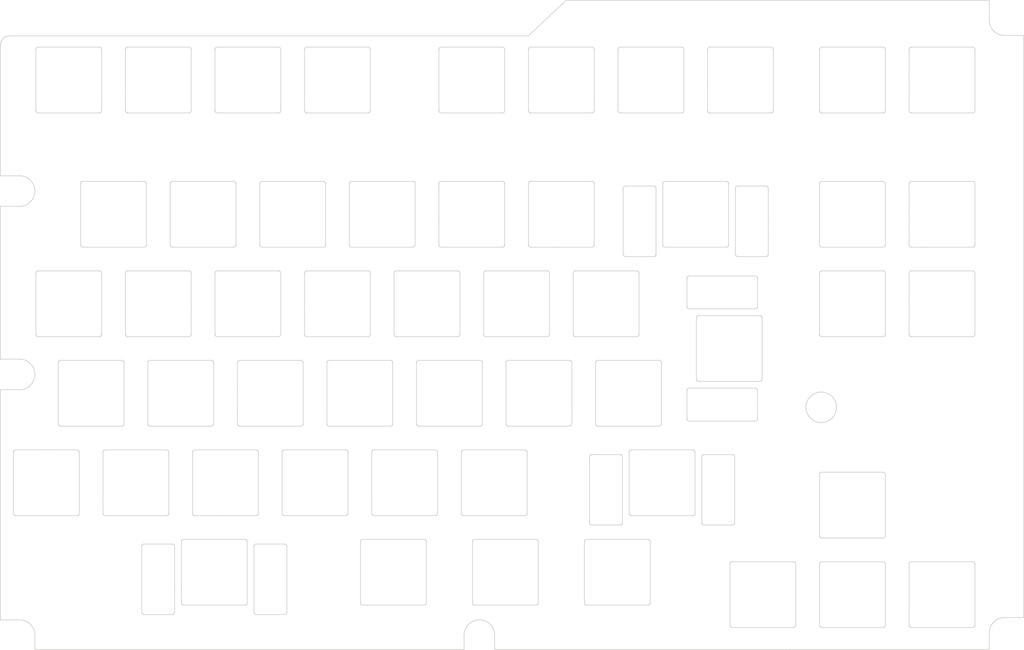
<source format=kicad_pcb>
(kicad_pcb (version 20221018) (generator pcbnew)
  (layers (0 "F.Cu" signal) (31 "B.Cu" signal) (34 "B.Paste" user) (35 "F.Paste" user) (36 "B.SilkS" user "B.Silkscreen") (37 "F.SilkS" user "F.Silkscreen") (38 "B.Mask" user) (39 "F.Mask" user) (44 "Edge.Cuts" user))
  (net 0 "")
  (gr_line (start 186.936659 46.22495) (end 186.949965 46.159875) (stroke (width 0.15)) (layer "Edge.Cuts"))
  (gr_line (start 229.384962 61.171594) (end 229.317091 61.167027) (stroke (width 0.15)) (layer "Edge.Cuts"))
  (gr_line (start 138.962477 80.234891) (end 138.897398 80.221597) (stroke (width 0.15)) (layer "Edge.Cuts"))
  (gr_line (start 204.723128 62.271207) (end 204.669966 62.235291) (stroke (width 0.15)) (layer "Edge.Cuts"))
  (gr_line (start 87.234144 46.159875) (end 87.247435 46.22495) (stroke (width 0.15)) (layer "Edge.Cuts"))
  (gr_line (start 234.906386 74.86165) (end 234.935347 74.919385) (stroke (width 0.15)) (layer "Edge.Cuts"))
  (gr_line (start 248.762892 142.323987) (end 248.720625 142.275968) (stroke (width 0.15)) (layer "Edge.Cuts"))
  (gr_line (start 187.928725 105.219319) (end 187.870985 105.248288) (stroke (width 0.15)) (layer "Edge.Cuts"))
  (gr_line (start 106.383757 32.786496) (end 106.347838 32.839673) (stroke (width 0.15)) (layer "Edge.Cuts"))
  (gr_line (start 144.384169 93.784879) (end 144.379591 93.717031) (stroke (width 0.15)) (layer "Edge.Cuts"))
  (gr_line (start 118.43347 137.435292) (end 118.380293 137.471211) (stroke (width 0.15)) (layer "Edge.Cuts"))
  (gr_line (start 96.467085 128.970197) (end 96.467085 124.886525) (stroke (width 0.15)) (layer "Edge.Cuts"))
  (gr_line (start 215.856398 155.824155) (end 215.885359 155.881894) (stroke (width 0.15)) (layer "Edge.Cuts"))
  (gr_line (start 234.871687 142.561688) (end 234.867079 142.629529) (stroke (width 0.15)) (layer "Edge.Cuts"))
  (gr_line (start 173.022841 46.344388) (end 173.05876 46.397565) (stroke (width 0.15)) (layer "Edge.Cuts"))
  (gr_line (start 210.400007 142.147382) (end 210.334944 142.134084) (stroke (width 0.15)) (layer "Edge.Cuts"))
  (gr_line (start 165.815413 150.93488) (end 165.810835 150.867032) (stroke (width 0.15)) (layer "Edge.Cuts"))
  (gr_line (start 197.755934 119.68411) (end 197.76924 119.749181) (stroke (width 0.15)) (layer "Edge.Cuts"))
  (gr_line (start 196.771681 142.561688) (end 196.767073 142.629529) (stroke (width 0.15)) (layer "Edge.Cuts"))
  (gr_line (start 229.712904 142.323987) (end 229.670637 142.275968) (stroke (width 0.15)) (layer "Edge.Cuts"))
  (gr_line (start 190.842116 119.564672) (end 190.813154 119.622411) (stroke (width 0.15)) (layer "Edge.Cuts"))
  (gr_line (start 235.114699 46.523763) (end 235.172438 46.552735) (stroke (width 0.15)) (layer "Edge.Cuts"))
  (gr_line (start 148.75038 61.361493) (end 148.708113 61.313478) (stroke (width 0.15)) (layer "Edge.Cuts"))
  (gr_line (start 144.052778 99.5724) (end 144.023817 99.514661) (stroke (width 0.15)) (layer "Edge.Cuts"))
  (gr_line (start 213.557265 111.164487) (end 213.715254 111.364888) (stroke (width 0.15)) (layer "Edge.Cuts"))
  (gr_line (start 144.447859 93.969388) (end 144.483778 94.022565) (stroke (width 0.15)) (layer "Edge.Cuts"))
  (gr_line (start 248.762892 32.786496) (end 248.745894 32.767182) (stroke (width 0.15)) (layer "Edge.Cuts"))
  (gr_line (start 115.822417 61.534108) (end 115.809126 61.599183) (stroke (width 0.15)) (layer "Edge.Cuts"))
  (gr_line (start 205.986708 32.959111) (end 205.965285 32.897405) (stroke (width 0.15)) (layer "Edge.Cuts"))
  (gr_line (start 101.190291 32.897405) (end 101.161314 32.839673) (stroke (width 0.15)) (layer "Edge.Cuts"))
  (gr_line (start 248.619459 32.660291) (end 248.56172 32.631322) (stroke (width 0.15)) (layer "Edge.Cuts"))
  (gr_line (start 141.559279 155.127728) (end 141.771467 154.985951) (stroke (width 0.15)) (layer "Edge.Cuts"))
  (gr_line (start 102.524519 138.867032) (end 102.524519 152.867032) (stroke (width 0.15)) (layer "Edge.Cuts"))
  (gr_line (start 142.037642 151.061658) (end 142.066603 151.119397) (stroke (width 0.15)) (layer "Edge.Cuts"))
  (gr_line (start 49.147429 93.84995) (end 49.168867 93.911653) (stroke (width 0.15)) (layer "Edge.Cuts"))
  (gr_line (start 218.096876 106.624883) (end 217.884688 106.483106) (stroke (width 0.15)) (layer "Edge.Cuts"))
  (gr_line (start 63.061308 32.839673) (end 63.025389 32.786496) (stroke (width 0.15)) (layer "Edge.Cuts"))
  (gr_line (start 204.813399 62.361493) (end 204.771132 62.313474) (stroke (width 0.15)) (layer "Edge.Cuts"))
  (gr_line (start 173.397841 119.317029) (end 173.465712 119.321584) (stroke (width 0.15)) (layer "Edge.Cuts"))
  (gr_line (start 248.867079 142.629529) (end 248.867079 155.629529) (stroke (width 0.15)) (layer "Edge.Cuts"))
  (gr_line (start 196.961531 156.025357) (end 197.014693 156.061276) (stroke (width 0.15)) (layer "Edge.Cuts"))
  (gr_line (start 111.542082 99.267026) (end 124.542082 99.267026) (stroke (width 0.15)) (layer "Edge.Cuts"))
  (gr_line (start 172.954573 44.947015) (end 172.954573 43.245198) (stroke (width 0.15)) (layer "Edge.Cuts"))
  (gr_line (start 94.018278 151.11939) (end 94.047255 151.06165) (stroke (width 0.15)) (layer "Edge.Cuts"))
  (gr_line (start 203.25627 89.759889) (end 203.191206 89.746594) (stroke (width 0.15)) (layer "Edge.Cuts"))
  (gr_line (start 125.024229 99.634107) (end 125.002791 99.5724) (stroke (width 0.15)) (layer "Edge.Cuts"))
  (gr_line (start 77.704573 61.667027) (end 77.70912 61.599183) (stroke (width 0.15)) (layer "Edge.Cuts"))
  (gr_line (start 189.331251 118.749181) (end 189.317946 118.68411) (stroke (width 0.15)) (layer "Edge.Cuts"))
  (gr_line (start 44.73416 118.334889) (end 44.672453 118.35632) (stroke (width 0.15)) (layer "Edge.Cuts"))
  (gr_line (start 149.336531 113.162854) (end 149.389693 113.198773) (stroke (width 0.15)) (layer "Edge.Cuts"))
  (gr_line (start 167.900007 61.599183) (end 167.886702 61.534108) (stroke (width 0.15)) (layer "Edge.Cuts"))
  (gr_line (start 48.829787 156.995328) (end 48.760512 156.749722) (stroke (width 0.15)) (layer "Edge.Cuts"))
  (gr_line (start 155.851851 151.220586) (end 155.894118 151.172566) (stroke (width 0.15)) (layer "Edge.Cuts"))
  (gr_line (start 77.111693 118.356313) (end 77.049986 118.334882) (stroke (width 0.15)) (layer "Edge.Cuts"))
  (gr_line (start 215.817091 123.579526) (end 215.817091 136.579526) (stroke (width 0.15)) (layer "Edge.Cuts"))
  (gr_line (start 175.404097 132.069394) (end 175.440016 132.122571) (stroke (width 0.15)) (layer "Edge.Cuts"))
  (gr_line (start 198.417586 62.167027) (end 204.417586 62.167027) (stroke (width 0.15)) (layer "Edge.Cuts"))
  (gr_line (start 212.976576 109.762601) (end 213.02635 110.012883) (stroke (width 0.15)) (layer "Edge.Cuts"))
  (gr_line (start 248.43492 94.212468) (end 248.499983 94.19917) (stroke (width 0.15)) (layer "Edge.Cuts"))
  (gr_line (start 248.672621 32.69621) (end 248.619459 32.660291) (stroke (width 0.15)) (layer "Edge.Cuts"))
  (gr_line (start 106.474058 46.487844) (end 106.527235 46.523763) (stroke (width 0.15)) (layer "Edge.Cuts"))
  (gr_line (start 119.779585 80.217031) (end 106.779585 80.217031) (stroke (width 0.15)) (layer "Edge.Cuts"))
  (gr_line (start 92.424238 99.271588) (end 92.492079 99.267026) (stroke (width 0.15)) (layer "Edge.Cuts"))
  (gr_line (start 86.873823 113.019383) (end 86.9028 112.961644) (stroke (width 0.15)) (layer "Edge.Cuts"))
  (gr_line (start 248.862501 61.599183) (end 248.849196 61.534108) (stroke (width 0.15)) (layer "Edge.Cuts"))
  (gr_line (start 63.849241 118.321591) (end 63.784163 118.334889) (stroke (width 0.15)) (layer "Edge.Cuts"))
  (gr_line (start 210.762465 155.69737) (end 210.767073 155.629529) (stroke (width 0.15)) (layer "Edge.Cuts"))
  (gr_line (start 173.454573 46.592031) (end 173.386702 46.587464) (stroke (width 0.15)) (layer "Edge.Cuts"))
  (gr_line (start 134.859129 61.599183) (end 134.854582 61.667027) (stroke (width 0.15)) (layer "Edge.Cuts"))
  (gr_line (start 154.404585 61.167027) (end 167.404585 61.167027) (stroke (width 0.15)) (layer "Edge.Cuts"))
  (gr_line (start 132.081648 137.56149) (end 132.039381 137.513471) (stroke (width 0.15)) (layer "Edge.Cuts"))
  (gr_line (start 120.175398 32.786496) (end 120.133131 32.738477) (stroke (width 0.15)) (layer "Edge.Cuts"))
  (gr_line (start 186.915266 32.897405) (end 186.886305 32.839673) (stroke (width 0.15)) (layer "Edge.Cuts"))
  (gr_line (start 178.682661 118.317029) (end 182.76634 118.317029) (stroke (width 0.15)) (layer "Edge.Cuts"))
  (gr_line (start 106.279585 80.717031) (end 106.284132 80.649182) (stroke (width 0.15)) (layer "Edge.Cuts"))
  (gr_line (start 144.483809 80.411496) (end 144.526076 80.363477) (stroke (width 0.15)) (layer "Edge.Cuts"))
  (gr_line (start 175.335829 118.817029) (end 175.335829 131.817029) (stroke (width 0.15)) (layer "Edge.Cuts"))
  (gr_line (start 101.764723 132.248776) (end 101.822462 132.277745) (stroke (width 0.15)) (layer "Edge.Cuts"))
  (gr_line (start 139.183119 80.363477) (end 139.1351 80.32121) (stroke (width 0.15)) (layer "Edge.Cuts"))
  (gr_line (start 192.004591 46.092031) (end 192.009169 46.159875) (stroke (width 0.15)) (layer "Edge.Cuts"))
  (gr_line (start 132.185835 150.867032) (end 132.181288 150.934873) (stroke (width 0.15)) (layer "Edge.Cuts"))
  (gr_line (start 131.818739 137.384885) (end 131.75366 137.371587) (stroke (width 0.15)) (layer "Edge.Cuts"))
  (gr_line (start 174.236067 62.271207) (end 174.188063 62.313474) (stroke (width 0.15)) (layer "Edge.Cuts"))
  (gr_line (start 252.404494 155.558911) (end 252.546278 155.34673) (stroke (width 0.15)) (layer "Edge.Cuts"))
  (gr_line (start 175.482283 132.17059) (end 175.530287 132.212857) (stroke (width 0.15)) (layer "Edge.Cuts"))
  (gr_line (start 120.635344 132.069394) (end 120.671263 132.122571) (stroke (width 0.15)) (layer "Edge.Cuts"))
  (gr_line (start 120.275023 33.024182) (end 120.261732 32.959111) (stroke (width 0.15)) (layer "Edge.Cuts"))
  (gr_line (start 219.08235 110.729657) (end 219.189162 110.497907) (stroke (width 0.15)) (layer "Edge.Cuts"))
  (gr_line (start 176.99742 94.212468) (end 176.929579 94.217031) (stroke (width 0.15)) (layer "Edge.Cuts"))
  (gr_line (start 167.53752 32.609891) (end 167.472456 32.596593) (stroke (width 0.15)) (layer "Edge.Cuts"))
  (gr_line (start 49.147413 32.959111) (end 49.134123 33.024182) (stroke (width 0.15)) (layer "Edge.Cuts"))
  (gr_line (start 45.934569 59.989285) (end 45.679579 59.979268) (stroke (width 0.15)) (layer "Edge.Cuts"))
  (gr_line (start 100.797423 46.587464) (end 100.729582 46.592031) (stroke (width 0.15)) (layer "Edge.Cuts"))
  (gr_line (start 119.847426 46.587464) (end 119.912504 46.57417) (stroke (width 0.15)) (layer "Edge.Cuts"))
  (gr_line (start 125.634962 94.177739) (end 125.696669 94.19917) (stroke (width 0.15)) (layer "Edge.Cuts"))
  (gr_line (start 134.261687 118.356313) (end 134.19998 118.334882) (stroke (width 0.15)) (layer "Edge.Cuts"))
  (gr_line (start 81.985106 80.32121) (end 81.931929 80.285295) (stroke (width 0.15)) (layer "Edge.Cuts"))
  (gr_line (start 196.333113 61.313478) (end 196.285109 61.271214) (stroke (width 0.15)) (layer "Edge.Cuts"))
  (gr_line (start 154.271651 75.149167) (end 154.336714 75.162461) (stroke (width 0.15)) (layer "Edge.Cuts"))
  (gr_line (start 196.37538 61.361493) (end 196.333113 61.313478) (stroke (width 0.15)) (layer "Edge.Cuts"))
  (gr_line (start 216.122481 123.118817) (end 216.064741 123.147786) (stroke (width 0.15)) (layer "Edge.Cuts"))
  (gr_line (start 179.771528 137.672406) (end 179.742567 137.614667) (stroke (width 0.15)) (layer "Edge.Cuts"))
  (gr_line (start 248.849165 155.762441) (end 248.862471 155.69737) (stroke (width 0.15)) (layer "Edge.Cuts"))
  (gr_line (start 93.586531 151.367032) (end 93.654371 151.36247) (stroke (width 0.15)) (layer "Edge.Cuts"))
  (gr_line (start 235.234144 156.111676) (end 235.299208 156.124974) (stroke (width 0.15)) (layer "Edge.Cuts"))
  (gr_line (start 148.849989 61.599183) (end 148.836683 61.534108) (stroke (width 0.15)) (layer "Edge.Cuts"))
  (gr_line (start 82.179579 33.092031) (end 82.179579 46.092031) (stroke (width 0.15)) (layer "Edge.Cuts"))
  (gr_line (start 192.30995 46.552735) (end 192.371657 46.57417) (stroke (width 0.15)) (layer "Edge.Cuts"))
  (gr_line (start 202.317976 105.219312) (end 202.25627 105.197881) (stroke (width 0.15)) (layer "Edge.Cuts"))
  (gr_line (start 96.467085 118.817029) (end 96.462523 118.749181) (stroke (width 0.15)) (layer "Edge.Cuts"))
  (gr_line (start 182.674025 75.062848) (end 182.727186 75.098763) (stroke (width 0.15)) (layer "Edge.Cuts"))
  (gr_line (start 68.247847 46.344388) (end 68.283766 46.397565) (stroke (width 0.15)) (layer "Edge.Cuts"))
  (gr_line (start 143.659956 99.271581) (end 143.592085 99.267026) (stroke (width 0.15)) (layer "Edge.Cuts"))
  (gr_line (start 134.958754 32.786496) (end 134.922835 32.839673) (stroke (width 0.15)) (layer "Edge.Cuts"))
  (gr_line (start 229.748793 136.831883) (end 229.777754 136.774144) (stroke (width 0.15)) (layer "Edge.Cuts"))
  (gr_line (start 163.734968 80.256322) (end 163.677229 80.285295) (stroke (width 0.15)) (layer "Edge.Cuts"))
  (gr_line (start 53.996245 99.461492) (end 53.960325 99.514668) (stroke (width 0.15)) (layer "Edge.Cuts"))
  (gr_line (start 95.718977 138.471211) (end 95.670958 138.513478) (stroke (width 0.15)) (layer "Edge.Cuts"))
  (gr_line (start 87.729582 46.592031) (end 100.729582 46.592031) (stroke (width 0.15)) (layer "Edge.Cuts"))
  (gr_line (start 229.817091 142.629529) (end 229.817091 152.782697) (stroke (width 0.15)) (layer "Edge.Cuts"))
  (gr_line (start 174.236037 77.062848) (end 174.289198 77.098763) (stroke (width 0.15)) (layer "Edge.Cuts"))
  (gr_line (start 100.924208 46.552735) (end 100.981947 46.523763) (stroke (width 0.15)) (layer "Edge.Cuts"))
  (gr_line (start 62.983137 94.070584) (end 63.025404 94.022565) (stroke (width 0.15)) (layer "Edge.Cuts"))
  (gr_line (start 190.813124 134.011655) (end 190.842085 134.069394) (stroke (width 0.15)) (layer "Edge.Cuts"))
  (gr_line (start 186.587507 32.609891) (end 186.522444 32.596593) (stroke (width 0.15)) (layer "Edge.Cuts"))
  (gr_line (start 134.567076 131.817029) (end 134.562529 131.88487) (stroke (width 0.15)) (layer "Edge.Cuts"))
  (gr_line (start 229.817091 43.245198) (end 229.817091 39.161527) (stroke (width 0.15)) (layer "Edge.Cuts"))
  (gr_line (start 197.072462 142.16882) (end 197.014723 142.197789) (stroke (width 0.15)) (layer "Edge.Cuts"))
  (gr_line (start 229.712874 94.022565) (end 229.748793 93.969388) (stroke (width 0.15)) (layer "Edge.Cuts"))
  (gr_line (start 68.484953 80.256322) (end 68.427214 80.285295) (stroke (width 0.15)) (layer "Edge.Cuts"))
  (gr_line (start 187.691633 105.42767) (end 187.662672 105.48541) (stroke (width 0.15)) (layer "Edge.Cuts"))
  (gr_line (start 86.795622 99.413465) (end 86.747603 99.371198) (stroke (width 0.15)) (layer "Edge.Cuts"))
  (gr_line (start 248.862501 80.649182) (end 248.867079 80.717031) (stroke (width 0.15)) (layer "Edge.Cuts"))
  (gr_line (start 78.009962 75.127736) (end 78.071669 75.149167) (stroke (width 0.15)) (layer "Edge.Cuts"))
  (gr_line (start 252.172987 28.098248) (end 252.279799 28.329999) (stroke (width 0.15)) (layer "Edge.Cuts"))
  (gr_line (start 234.971266 94.022565) (end 235.013533 94.070584) (stroke (width 0.15)) (layer "Edge.Cuts"))
  (gr_line (start 229.748793 46.344388) (end 229.777754 46.286649) (stroke (width 0.15)) (layer "Edge.Cuts"))
  (gr_line (start 119.84741 32.596593) (end 119.779585 32.592031) (stroke (width 0.15)) (layer "Edge.Cuts"))
  (gr_line (start 49.233763 46.397565) (end 49.27603 46.44558) (stroke (width 0.15)) (layer "Edge.Cuts"))
  (gr_line (start 148.81523 74.86165) (end 148.836653 74.799947) (stroke (width 0.15)) (layer "Edge.Cuts"))
  (gr_line (start 197.267073 156.129529) (end 210.267073 156.129529) (stroke (width 0.15)) (layer "Edge.Cuts"))
  (gr_line (start 93.586531 151.367032) (end 80.586531 151.367032) (stroke (width 0.15)) (layer "Edge.Cuts"))
  (gr_line (start 106.383772 46.397565) (end 106.426039 46.44558) (stroke (width 0.15)) (layer "Edge.Cuts"))
  (gr_line (start 102.024519 153.367032) (end 96.024519 153.367032) (stroke (width 0.15)) (layer "Edge.Cuts"))
  (gr_line (start 203.155012 89.744161) (end 203.176344 89.745595) (stroke (width 0.15)) (layer "Edge.Cuts"))
  (gr_line (start 248.827772 32.897405) (end 248.798811 32.839673) (stroke (width 0.15)) (layer "Edge.Cuts"))
  (gr_line (start 191.021437 134.248776) (end 191.079176 134.277745) (stroke (width 0.15)) (layer "Edge.Cuts"))
  (gr_line (start 67.874235 112.899938) (end 67.887526 112.834867) (stroke (width 0.15)) (layer "Edge.Cuts"))
  (gr_line (start 229.817091 123.579526) (end 229.817091 136.579526) (stroke (width 0.15)) (layer "Edge.Cuts"))
  (gr_line (start 167.599226 61.206323) (end 167.53752 61.184888) (stroke (width 0.15)) (layer "Edge.Cuts"))
  (gr_line (start 172.954573 44.947015) (end 172.954573 46.092031) (stroke (width 0.15)) (layer "Edge.Cuts"))
  (gr_line (start 229.450026 80.234891) (end 229.384962 80.221597) (stroke (width 0.15)) (layer "Edge.Cuts"))
  (gr_line (start 259.243574 79.938935) (end 259.243574 30.104527) (stroke (width 0.15)) (layer "Edge.Cuts"))
  (gr_line (start 139.685347 132.069394) (end 139.721266 132.122571) (stroke (width 0.15)) (layer "Edge.Cuts"))
  (gr_line (start 153.599196 118.68411) (end 153.577772 118.622403) (stroke (width 0.15)) (layer "Edge.Cuts"))
  (gr_line (start 162.775007 99.284879) (end 162.760756 99.281964) (stroke (width 0.15)) (layer "Edge.Cuts"))
  (gr_line (start 82.571257 118.511495) (end 82.535338 118.564672) (stroke (width 0.15)) (layer "Edge.Cuts"))
  (gr_line (start 96.754576 69.43834) (end 96.754576 61.667027) (stroke (width 0.15)) (layer "Edge.Cuts"))
  (gr_line (start 130.196257 99.461492) (end 130.160338 99.514668) (stroke (width 0.15)) (layer "Edge.Cuts"))
  (gr_line (start 174.080885 76.86165) (end 174.109846 76.919385) (stroke (width 0.15)) (layer "Edge.Cuts"))
  (gr_line (start 47.589888 65.858575) (end 47.377699 66.000348) (stroke (width 0.15)) (layer "Edge.Cuts"))
  (gr_line (start 215.885359 93.969388) (end 215.921278 94.022565) (stroke (width 0.15)) (layer "Edge.Cuts"))
  (gr_line (start 134.420637 132.170583) (end 134.462904 132.122563) (stroke (width 0.15)) (layer "Edge.Cuts"))
  (gr_line (start 140.309386 156.998334) (end 140.37866 156.752728) (stroke (width 0.15)) (layer "Edge.Cuts"))
  (gr_line (start 80.453627 151.349179) (end 80.518706 151.362477) (stroke (width 0.15)) (layer "Edge.Cuts"))
  (gr_line (start 72.154585 75.167027) (end 72.222426 75.162461) (stroke (width 0.15)) (layer "Edge.Cuts"))
  (gr_line (start 125.037535 112.834867) (end 125.042082 112.767026) (stroke (width 0.15)) (layer "Edge.Cuts"))
  (gr_line (start 167.092299 134.212857) (end 167.14546 134.248776) (stroke (width 0.15)) (layer "Edge.Cuts"))
  (gr_line (start 180.674513 62.184888) (end 180.60945 62.171594) (stroke (width 0.15)) (layer "Edge.Cuts"))
  (gr_line (start 135.354582 61.167027) (end 148.354567 61.167027) (stroke (width 0.15)) (layer "Edge.Cuts"))
  (gr_line (start 196.375349 74.972562) (end 196.411268 74.919385) (stroke (width 0.15)) (layer "Edge.Cuts"))
  (gr_line (start 188.055495 81.308595) (end 187.990431 81.321889) (stroke (width 0.15)) (layer "Edge.Cuts"))
  (gr_line (start 80.086531 150.867032) (end 80.091093 150.93488) (stroke (width 0.15)) (layer "Edge.Cuts"))
  (gr_line (start 68.179579 46.092031) (end 68.179579 43.245198) (stroke (width 0.15)) (layer "Edge.Cuts"))
  (gr_line (start 139.311735 93.84995) (end 139.325026 93.784879) (stroke (width 0.15)) (layer "Edge.Cuts"))
  (gr_line (start 77.41252 118.749181) (end 77.399229 118.68411) (stroke (width 0.15)) (layer "Edge.Cuts"))
  (gr_line (start 80.280989 137.471211) (end 80.23297 137.513478) (stroke (width 0.15)) (layer "Edge.Cuts"))
  (gr_line (start 139.183134 94.070584) (end 139.225401 94.022565) (stroke (width 0.15)) (layer "Edge.Cuts"))
  (gr_line (start 86.937514 99.699178) (end 86.942076 99.767026) (stroke (width 0.15)) (layer "Edge.Cuts"))
  (gr_line (start 77.049986 118.334882) (end 76.984907 118.321584) (stroke (width 0.15)) (layer "Edge.Cuts"))
  (gr_line (start 204.899702 62.534108) (end 204.878279 62.472405) (stroke (width 0.15)) (layer "Edge.Cuts"))
  (gr_line (start 149.288557 99.413472) (end 149.24629 99.461492) (stroke (width 0.15)) (layer "Edge.Cuts"))
  (gr_line (start 67.745634 113.12058) (end 67.787901 113.07256) (stroke (width 0.15)) (layer "Edge.Cuts"))
  (gr_line (start 120.240309 93.911653) (end 120.261748 93.84995) (stroke (width 0.15)) (layer "Edge.Cuts"))
  (gr_line (start 49.629576 80.217031) (end 62.629576 80.217031) (stroke (width 0.15)) (layer "Edge.Cuts"))
  (gr_line (start 235.061568 61.271214) (end 235.013563 61.313478) (stroke (width 0.15)) (layer "Edge.Cuts"))
  (gr_line (start 138.829573 80.217031) (end 138.897398 80.221597) (stroke (width 0.15)) (layer "Edge.Cuts"))
  (gr_line (start 72.154585 61.167027) (end 59.154585 61.167027) (stroke (width 0.15)) (layer "Edge.Cuts"))
  (gr_line (start 63.025389 80.411496) (end 62.983122 80.363477) (stroke (width 0.15)) (layer "Edge.Cuts"))
  (gr_line (start 77.704573 71.820199) (end 77.704573 67.736527) (stroke (width 0.15)) (layer "Edge.Cuts"))
  (gr_line (start 205.504591 32.592031) (end 205.572462 32.596593) (stroke (width 0.15)) (layer "Edge.Cuts"))
  (gr_line (start 78.454054 153.262853) (end 78.502074 153.220586) (stroke (width 0.15)) (layer "Edge.Cuts"))
  (gr_line (start 53.892073 99.767026) (end 53.892073 112.767026) (stroke (width 0.15)) (layer "Edge.Cuts"))
  (gr_line (start 196.80641 142.434911) (end 196.784987 142.496617) (stroke (width 0.15)) (layer "Edge.Cuts"))
  (gr_line (start 115.017073 132.317029) (end 115.084913 132.312467) (stroke (width 0.15)) (layer "Edge.Cuts"))
  (gr_line (start 63.664732 132.248776) (end 63.722471 132.277745) (stroke (width 0.15)) (layer "Edge.Cuts"))
  (gr_line (start 139.634917 118.684117) (end 139.621626 118.749188) (stroke (width 0.15)) (layer "Edge.Cuts"))
  (gr_line (start 132.146559 151.06165) (end 132.167998 150.999944) (stroke (width 0.15)) (layer "Edge.Cuts"))
  (gr_line (start 48.919584 160.808026) (end 48.919584 157.754025) (stroke (width 0.15)) (layer "Edge.Cuts"))
  (gr_line (start 192.009169 46.159875) (end 192.022475 46.22495) (stroke (width 0.15)) (layer "Edge.Cuts"))
  (gr_line (start 71.896162 153.298779) (end 71.953902 153.327748) (stroke (width 0.15)) (layer "Edge.Cuts"))
  (gr_line (start 100.981947 94.14877) (end 101.035124 94.112851) (stroke (width 0.15)) (layer "Edge.Cuts"))
  (gr_line (start 120.175413 94.022565) (end 120.211333 93.969388) (stroke (width 0.15)) (layer "Edge.Cuts"))
  (gr_line (start 134.067076 132.317029) (end 134.134917 132.312467) (stroke (width 0.15)) (layer "Edge.Cuts"))
  (gr_line (start 134.549238 131.949941) (end 134.562529 131.88487) (stroke (width 0.15)) (layer "Edge.Cuts"))
  (gr_line (start 175.375136 132.011655) (end 175.404097 132.069394) (stroke (width 0.15)) (layer "Edge.Cuts"))
  (gr_line (start 106.646681 46.57417) (end 106.71176 46.587464) (stroke (width 0.15)) (layer "Edge.Cuts"))
  (gr_line (start 147.491804 80.217031) (end 144.879591 80.217031) (stroke (width 0.15)) (layer "Edge.Cuts"))
  (gr_line (start 48.672194 156.510304) (end 48.565352 156.278554) (stroke (width 0.15)) (layer "Edge.Cuts"))
  (gr_line (start 134.372603 118.421201) (end 134.319426 118.385282) (stroke (width 0.15)) (layer "Edge.Cuts"))
  (gr_line (start 144.228285 154.596829) (end 143.97801 154.547048) (stroke (width 0.15)) (layer "Edge.Cuts"))
  (gr_line (start 118.685835 151.367032) (end 118.61801 151.362477) (stroke (width 0.15)) (layer "Edge.Cuts"))
  (gr_line (start 202.519118 111.985562) (end 202.555037 111.932385) (stroke (width 0.15)) (layer "Edge.Cuts"))
  (gr_line (start 134.134917 132.312467) (end 134.199995 132.299169) (stroke (width 0.15)) (layer "Edge.Cuts"))
  (gr_line (start 216.317091 32.592031) (end 216.249251 32.596593) (stroke (width 0.15)) (layer "Edge.Cuts"))
  (gr_line (start 197.956923 62.472405) (end 197.979536 62.427312) (stroke (width 0.15)) (layer "Edge.Cuts"))
  (gr_line (start 106.779585 94.217031) (end 106.71176 94.212468) (stroke (width 0.15)) (layer "Edge.Cuts"))
  (gr_line (start 62.881941 94.14877) (end 62.935118 94.112851) (stroke (width 0.15)) (layer "Edge.Cuts"))
  (gr_line (start 101.711546 132.212857) (end 101.764723 132.248776) (stroke (width 0.15)) (layer "Edge.Cuts"))
  (gr_line (start 248.367079 46.592031) (end 248.43492 46.587464) (stroke (width 0.15)) (layer "Edge.Cuts"))
  (gr_line (start 141.998335 137.867032) (end 142.002943 137.799191) (stroke (width 0.15)) (layer "Edge.Cuts"))
  (gr_line (start 82.661558 132.212857) (end 82.714735 132.248776) (stroke (width 0.15)) (layer "Edge.Cuts"))
  (gr_line (start 92.096251 99.461492) (end 92.060332 99.514668) (stroke (width 0.15)) (layer "Edge.Cuts"))
  (gr_line (start 148.422438 61.171594) (end 148.354567 61.167027) (stroke (width 0.15)) (layer "Edge.Cuts"))
  (gr_line (start 115.477797 132.011647) (end 115.499235 131.949941) (stroke (width 0.15)) (layer "Edge.Cuts"))
  (gr_line (start 96.90103 75.020581) (end 96.949049 75.062848) (stroke (width 0.15)) (layer "Edge.Cuts"))
  (gr_line (start 192.043928 32.897405) (end 192.022505 32.959111) (stroke (width 0.15)) (layer "Edge.Cuts"))
  (gr_line (start 202.623335 111.680028) (end 202.623335 109.266789) (stroke (width 0.15)) (layer "Edge.Cuts"))
  (gr_line (start 101.62126 132.122571) (end 101.663527 132.17059) (stroke (width 0.15)) (layer "Edge.Cuts"))
  (gr_line (start 248.867079 93.717031) (end 248.862471 93.784879) (stroke (width 0.15)) (layer "Edge.Cuts"))
  (gr_line (start 101.764708 118.385289) (end 101.711531 118.421208) (stroke (width 0.15)) (layer "Edge.Cuts"))
  (gr_line (start 96.320631 118.463468) (end 96.272612 118.421201) (stroke (width 0.15)) (layer "Edge.Cuts"))
  (gr_line (start 148.422438 32.596593) (end 148.354567 32.592031) (stroke (width 0.15)) (layer "Edge.Cuts"))
  (gr_line (start 116.109968 75.127736) (end 116.171675 75.149167) (stroke (width 0.15)) (layer "Edge.Cuts"))
  (gr_line (start 46.177992 154.544042) (end 45.924574 154.514043) (stroke (width 0.15)) (layer "Edge.Cuts"))
  (gr_line (start 143.592085 113.267026) (end 143.659926 113.262464) (stroke (width 0.15)) (layer "Edge.Cuts"))
  (gr_line (start 80.51869 137.371594) (end 80.504439 137.374509) (stroke (width 0.15)) (layer "Edge.Cuts"))
  (gr_line (start 229.622603 75.062848) (end 229.670607 75.020581) (stroke (width 0.15)) (layer "Edge.Cuts"))
  (gr_line (start 97.059965 75.127736) (end 97.121672 75.149167) (stroke (width 0.15)) (layer "Edge.Cuts"))
  (gr_line (start 58.362517 118.749181) (end 58.349226 118.68411) (stroke (width 0.15)) (layer "Edge.Cuts"))
  (gr_line (start 96.034926 132.312467) (end 96.100004 132.299169) (stroke (width 0.15)) (layer "Edge.Cuts"))
  (gr_line (start 47.155043 66.125039) (end 46.923308 66.231877) (stroke (width 0.15)) (layer "Edge.Cuts"))
  (gr_line (start 43.381514 30.185956) (end 43.590559 30.175) (stroke (width 0.15)) (layer "Edge.Cuts"))
  (gr_line (start 129.658125 61.313478) (end 129.610106 61.271214) (stroke (width 0.15)) (layer "Edge.Cuts"))
  (gr_line (start 163.624037 94.112851) (end 163.677199 94.14877) (stroke (width 0.15)) (layer "Edge.Cuts"))
  (gr_line (start 167.800368 74.972562) (end 167.836287 74.919385) (stroke (width 0.15)) (layer "Edge.Cuts"))
  (gr_line (start 68.611738 32.596593) (end 68.54666 32.609891) (stroke (width 0.15)) (layer "Edge.Cuts"))
  (gr_line (start 168.692091 113.267026) (end 173.92079 113.267026) (stroke (width 0.15)) (layer "Edge.Cuts"))
  (gr_line (start 235.061537 75.062848) (end 235.114699 75.098763) (stroke (width 0.15)) (layer "Edge.Cuts"))
  (gr_line (start 134.261702 132.277738) (end 134.319441 132.248769) (stroke (width 0.15)) (layer "Edge.Cuts"))
  (gr_line (start 120.606352 118.622411) (end 120.584913 118.684117) (stroke (width 0.15)) (layer "Edge.Cuts"))
  (gr_line (start 165.850172 137.672414) (end 165.828749 137.73412) (stroke (width 0.15)) (layer "Edge.Cuts"))
  (gr_line (start 179.742537 151.11939) (end 179.771498 151.06165) (stroke (width 0.15)) (layer "Edge.Cuts"))
  (gr_line (start 197.935499 62.534108) (end 197.922194 62.599179) (stroke (width 0.15)) (layer "Edge.Cuts"))
  (gr_line (start 213.183974 108.010465) (end 213.095625 108.249883) (stroke (width 0.15)) (layer "Edge.Cuts"))
  (gr_line (start 154.336745 61.171594) (end 154.271681 61.184888) (stroke (width 0.15)) (layer "Edge.Cuts"))
  (gr_line (start 248.367079 61.167027) (end 235.367079 61.167027) (stroke (width 0.15)) (layer "Edge.Cuts"))
  (gr_line (start 248.43492 156.124967) (end 248.499983 156.111669) (stroke (width 0.15)) (layer "Edge.Cuts"))
  (gr_line (start 72.287489 61.184888) (end 72.22241 61.171594) (stroke (width 0.15)) (layer "Edge.Cuts"))
  (gr_line (start 216.249251 61.171594) (end 216.184187 61.184888) (stroke (width 0.15)) (layer "Edge.Cuts"))
  (gr_line (start 77.772825 61.41467) (end 77.743849 61.472409) (stroke (width 0.15)) (layer "Edge.Cuts"))
  (gr_line (start 229.799208 142.49661) (end 229.777785 142.434903) (stroke (width 0.15)) (layer "Edge.Cuts"))
  (gr_line (start 229.712874 74.972562) (end 229.748793 74.919385) (stroke (width 0.15)) (layer "Edge.Cuts"))
  (gr_line (start 149.146651 112.834874) (end 149.142073 112.767026) (stroke (width 0.15)) (layer "Edge.Cuts"))
  (gr_line (start 154.271681 32.609891) (end 154.209975 32.631322) (stroke (width 0.15)) (layer "Edge.Cuts"))
  (gr_line (start 175.404127 118.564672) (end 175.375166 118.622411) (stroke (width 0.15)) (layer "Edge.Cuts"))
  (gr_line (start 101.621245 118.511495) (end 101.585325 118.564672) (stroke (width 0.15)) (layer "Edge.Cuts"))
  (gr_line (start 115.517073 118.817029) (end 115.512511 118.749181) (stroke (width 0.15)) (layer "Edge.Cuts"))
  (gr_line (start 173.530745 134.299169) (end 173.592451 134.277738) (stroke (width 0.15)) (layer "Edge.Cuts"))
  (gr_line (start 63.0903 93.911653) (end 63.111738 93.84995) (stroke (width 0.15)) (layer "Edge.Cuts"))
  (gr_line (start 215.921309 32.786496) (end 215.88539 32.839673) (stroke (width 0.15)) (layer "Edge.Cuts"))
  (gr_line (start 177.12422 80.256322) (end 177.062514 80.234891) (stroke (width 0.15)) (layer "Edge.Cuts"))
  (gr_line (start 167.904585 44.947015) (end 167.904585 43.245198) (stroke (width 0.15)) (layer "Edge.Cuts"))
  (gr_line (start 101.161329 93.969388) (end 101.190306 93.911653) (stroke (width 0.15)) (layer "Edge.Cuts"))
  (gr_line (start 146.679579 157.248616) (end 146.709578 157.502042) (stroke (width 0.15)) (layer "Edge.Cuts"))
  (gr_line (start 53.99626 113.072568) (end 54.038527 113.120587) (stroke (width 0.15)) (layer "Edge.Cuts"))
  (gr_line (start 87.234144 93.784879) (end 87.247435 93.84995) (stroke (width 0.15)) (layer "Edge.Cuts"))
  (gr_line (start 82.834166 118.334889) (end 82.772459 118.35632) (stroke (width 0.15)) (layer "Edge.Cuts"))
  (gr_line (start 189.296522 118.622403) (end 189.267561 118.564664) (stroke (width 0.15)) (layer "Edge.Cuts"))
  (gr_line (start 93.982344 137.56149) (end 93.940077 137.513471) (stroke (width 0.15)) (layer "Edge.Cuts"))
  (gr_line (start 202.618757 81.73618) (end 202.623335 81.804029) (stroke (width 0.15)) (layer "Edge.Cuts"))
  (gr_line (start 44.614729 132.248776) (end 44.672468 132.277745) (stroke (width 0.15)) (layer "Edge.Cuts"))
  (gr_line (start 167.599196 46.552735) (end 167.656935 46.523763) (stroke (width 0.15)) (layer "Edge.Cuts"))
  (gr_line (start 110.736738 74.799947) (end 110.750029 74.734876) (stroke (width 0.15)) (layer "Edge.Cuts"))
  (gr_line (start 76.917082 118.317029) (end 76.984907 118.321584) (stroke (width 0.15)) (layer "Edge.Cuts"))
  (gr_line (start 168.38658 99.371205) (end 168.338576 99.413472) (stroke (width 0.15)) (layer "Edge.Cuts"))
  (gr_line (start 58.327788 118.622403) (end 58.298811 118.564664) (stroke (width 0.15)) (layer "Edge.Cuts"))
  (gr_line (start 47.367705 154.982945) (end 47.145048 154.858251) (stroke (width 0.15)) (layer "Edge.Cuts"))
  (gr_line (start 153.31172 118.356313) (end 153.250014 118.334882) (stroke (width 0.15)) (layer "Edge.Cuts"))
  (gr_line (start 118.552931 151.349179) (end 118.61801 151.362477) (stroke (width 0.15)) (layer "Edge.Cuts"))
  (gr_line (start 182.187483 112.834867) (end 182.192091 112.767026) (stroke (width 0.15)) (layer "Edge.Cuts"))
  (gr_line (start 197.341658 134.312467) (end 197.406721 134.299169) (stroke (width 0.15)) (layer "Edge.Cuts"))
  (gr_line (start 141.35887 155.28571) (end 141.559279 155.127728) (stroke (width 0.15)) (layer "Edge.Cuts"))
  (gr_line (start 204.912977 76.734876) (end 204.917586 76.667027) (stroke (width 0.15)) (layer "Edge.Cuts"))
  (gr_line (start 118.685835 137.367032) (end 118.617995 137.371594) (stroke (width 0.15)) (layer "Edge.Cuts"))
  (gr_line (start 197.267073 142.129529) (end 210.267073 142.129529) (stroke (width 0.15)) (layer "Edge.Cuts"))
  (gr_line (start 82.613524 118.463475) (end 82.571257 118.511495) (stroke (width 0.15)) (layer "Edge.Cuts"))
  (gr_line (start 82.772475 132.277745) (end 82.834181 132.299176) (stroke (width 0.15)) (layer "Edge.Cuts"))
  (gr_line (start 49.147429 46.22495) (end 49.168867 46.286649) (stroke (width 0.15)) (layer "Edge.Cuts"))
  (gr_line (start 73.046263 113.072568) (end 73.08853 113.120587) (stroke (width 0.15)) (layer "Edge.Cuts"))
  (gr_line (start 168.559187 99.284886) (end 168.497481 99.306317) (stroke (width 0.15)) (layer "Edge.Cuts"))
  (gr_line (start 167.397841 134.317029) (end 167.32997 134.312474) (stroke (width 0.15)) (layer "Edge.Cuts"))
  (gr_line (start 168.192091 112.767026) (end 168.196669 112.834874) (stroke (width 0.15)) (layer "Edge.Cuts"))
  (gr_line (start 234.867079 93.717031) (end 234.867079 90.870202) (stroke (width 0.15)) (layer "Edge.Cuts"))
  (gr_line (start 203.155012 89.744161) (end 203.123335 89.742028) (stroke (width 0.15)) (layer "Edge.Cuts"))
  (gr_line (start 248.619429 94.14877) (end 248.67259 94.112851) (stroke (width 0.15)) (layer "Edge.Cuts"))
  (gr_line (start 234.884962 74.799947) (end 234.906386 74.86165) (stroke (width 0.15)) (layer "Edge.Cuts"))
  (gr_line (start 174.059492 62.534108) (end 174.046187 62.599179) (stroke (width 0.15)) (layer "Edge.Cuts"))
  (gr_line (start 134.462889 118.511487) (end 134.420622 118.463468) (stroke (width 0.15)) (layer "Edge.Cuts"))
  (gr_line (start 154.209975 61.206323) (end 154.152235 61.235295) (stroke (width 0.15)) (layer "Edge.Cuts"))
  (gr_line (start 86.902785 99.5724) (end 86.873808 99.514661) (stroke (width 0.15)) (layer "Edge.Cuts"))
  (gr_line (start 62.697401 80.221597) (end 62.629576 80.217031) (stroke (width 0.15)) (layer "Edge.Cuts"))
  (gr_line (start 213.715254 111.364888) (end 213.888472 111.552281) (stroke (width 0.15)) (layer "Edge.Cuts"))
  (gr_line (start 102.21913 138.406316) (end 102.157423 138.384885) (stroke (width 0.15)) (layer "Edge.Cuts"))
  (gr_line (start 94.0847 137.839742) (end 94.081969 137.799184) (stroke (width 0.15)) (layer "Edge.Cuts"))
  (gr_line (start 229.569441 137.011266) (end 229.622603 136.975347) (stroke (width 0.15)) (layer "Edge.Cuts"))
  (gr_line (start 72.015608 153.349179) (end 72.080687 153.362477) (stroke (width 0.15)) (layer "Edge.Cuts"))
  (gr_line (start 210.519423 156.061269) (end 210.572584 156.02535) (stroke (width 0.15)) (layer "Edge.Cuts"))
  (gr_line (start 143.897627 99.371198) (end 143.844465 99.335279) (stroke (width 0.15)) (layer "Edge.Cuts"))
  (gr_line (start 68.374037 80.32121) (end 68.326018 80.363477) (stroke (width 0.15)) (layer "Edge.Cuts"))
  (gr_line (start 189.727522 103.547574) (end 189.769789 103.595593) (stroke (width 0.15)) (layer "Edge.Cuts"))
  (gr_line (start 173.879927 133.949941) (end 173.893233 133.88487) (stroke (width 0.15)) (layer "Edge.Cuts"))
  (gr_line (start 189.088209 118.385282) (end 189.03047 118.356313) (stroke (width 0.15)) (layer "Edge.Cuts"))
  (gr_line (start 101.22502 33.024182) (end 101.211729 32.959111) (stroke (width 0.15)) (layer "Edge.Cuts"))
  (gr_line (start 248.849196 142.49661) (end 248.827772 142.434903) (stroke (width 0.15)) (layer "Edge.Cuts"))
  (gr_line (start 118.185835 150.867032) (end 118.190397 150.93488) (stroke (width 0.15)) (layer "Edge.Cuts"))
  (gr_line (start 118.225126 151.061658) (end 118.254103 151.119397) (stroke (width 0.15)) (layer "Edge.Cuts"))
  (gr_line (start 118.225111 137.672414) (end 118.203673 137.73412) (stroke (width 0.15)) (layer "Edge.Cuts"))
  (gr_line (start 202.623335 105.680028) (end 202.623335 109.266789) (stroke (width 0.15)) (layer "Edge.Cuts"))
  (gr_line (start 168.210005 99.634114) (end 168.196699 99.699185) (stroke (width 0.15)) (layer "Edge.Cuts"))
  (gr_line (start 248.56172 61.206323) (end 248.500014 61.184888) (stroke (width 0.15)) (layer "Edge.Cuts"))
  (gr_line (start 96.754576 74.667027) (end 96.759138 74.734876) (stroke (width 0.15)) (layer "Edge.Cuts"))
  (gr_line (start 139.1351 80.32121) (end 139.081923 80.285295) (stroke (width 0.15)) (layer "Edge.Cuts"))
  (gr_line (start 68.197432 93.84995) (end 68.21887 93.911653) (stroke (width 0.15)) (layer "Edge.Cuts"))
  (gr_line (start 143.724592 154.517049) (end 143.469588 154.507031) (stroke (width 0.15)) (layer "Edge.Cuts"))
  (gr_line (start 187.990401 112.162175) (end 188.055464 112.175473) (stroke (width 0.15)) (layer "Edge.Cuts"))
  (gr_line (start 166.058455 151.298779) (end 166.116194 151.327748) (stroke (width 0.15)) (layer "Edge.Cuts"))
  (gr_line (start 153.548781 132.069386) (end 153.577742 132.011647) (stroke (width 0.15)) (layer "Edge.Cuts"))
  (gr_line (start 144.228285 154.596829) (end 144.473891 154.666097) (stroke (width 0.15)) (layer "Edge.Cuts"))
  (gr_line (start 229.812483 155.69737) (end 229.817091 155.629529) (stroke (width 0.15)) (layer "Edge.Cuts"))
  (gr_line (start 120.814711 118.385289) (end 120.761534 118.421208) (stroke (width 0.15)) (layer "Edge.Cuts"))
  (gr_line (start 95.524519 138.867032) (end 95.524519 152.867032) (stroke (width 0.15)) (layer "Edge.Cuts"))
  (gr_line (start 196.913557 142.275975) (end 196.87129 142.323995) (stroke (width 0.15)) (layer "Edge.Cuts"))
  (gr_line (start 41.579573 149.686002) (end 41.579573 137.505002) (stroke (width 0.15)) (layer "Edge.Cuts"))
  (gr_line (start 101.125395 80.411496) (end 101.083128 80.363477) (stroke (width 0.15)) (layer "Edge.Cuts"))
  (gr_line (start 235.061568 142.233708) (end 235.013563 142.275975) (stroke (width 0.15)) (layer "Edge.Cuts"))
  (gr_line (start 71.842985 153.26286) (end 71.896162 153.298779) (stroke (width 0.15)) (layer "Edge.Cuts"))
  (gr_line (start 143.987868 113.07256) (end 144.023787 113.019383) (stroke (width 0.15)) (layer "Edge.Cuts"))
  (gr_line (start 229.384932 94.212468) (end 229.317091 94.217031) (stroke (width 0.15)) (layer "Edge.Cuts"))
  (gr_line (start 144.627211 94.14877) (end 144.68495 94.177739) (stroke (width 0.15)) (layer "Edge.Cuts"))
  (gr_line (start 58.262907 132.122563) (end 58.298826 132.069386) (stroke (width 0.15)) (layer "Edge.Cuts"))
  (gr_line (start 71.648512 138.867032) (end 71.653059 138.799191) (stroke (width 0.15)) (layer "Edge.Cuts"))
  (gr_line (start 235.299238 61.171594) (end 235.234175 61.184888) (stroke (width 0.15)) (layer "Edge.Cuts"))
  (gr_line (start 161.894972 22.629491) (end 157.118147 27.140149) (stroke (width 0.15)) (layer "Edge.Cuts"))
  (gr_line (start 49.629576 32.592031) (end 62.629576 32.592031) (stroke (width 0.15)) (layer "Edge.Cuts"))
  (gr_line (start 214.942854 106.251576) (end 214.711104 106.358411) (stroke (width 0.15)) (layer "Edge.Cuts"))
  (gr_line (start 162.774977 113.249166) (end 162.836683 113.227735) (stroke (width 0.15)) (layer "Edge.Cuts"))
  (gr_line (start 101.517073 128.970197) (end 101.517073 124.886525) (stroke (width 0.15)) (layer "Edge.Cuts"))
  (gr_line (start 248.367079 61.167027) (end 248.43495 61.171594) (stroke (width 0.15)) (layer "Edge.Cuts"))
  (gr_line (start 189.088179 132.248769) (end 189.14134 132.21285) (stroke (width 0.15)) (layer "Edge.Cuts"))
  (gr_line (start 248.720625 142.275968) (end 248.672621 142.233701) (stroke (width 0.15)) (layer "Edge.Cuts"))
  (gr_line (start 96.449248 131.949941) (end 96.462538 131.88487) (stroke (width 0.15)) (layer "Edge.Cuts"))
  (gr_line (start 49.129576 93.717031) (end 49.134138 93.784879) (stroke (width 0.15)) (layer "Edge.Cuts"))
  (gr_line (start 80.23297 137.513478) (end 80.190703 137.561498) (stroke (width 0.15)) (layer "Edge.Cuts"))
  (gr_line (start 203.555037 103.49439) (end 203.583998 103.43665) (stroke (width 0.15)) (layer "Edge.Cuts"))
  (gr_line (start 101.711531 118.421208) (end 101.663511 118.463475) (stroke (width 0.15)) (layer "Edge.Cuts"))
  (gr_line (start 210.767073 155.629529) (end 210.767073 152.782697) (stroke (width 0.15)) (layer "Edge.Cuts"))
  (gr_line (start 102.485228 138.672406) (end 102.456251 138.614667) (stroke (width 0.15)) (layer "Edge.Cuts"))
  (gr_line (start 132.039397 151.220586) (end 132.081663 151.172566) (stroke (width 0.15)) (layer "Edge.Cuts"))
  (gr_line (start 67.892073 111.622014) (end 67.892073 109.920194) (stroke (width 0.15)) (layer "Edge.Cuts"))
  (gr_line (start 47.367705 105.025212) (end 47.145048 105.149907) (stroke (width 0.15)) (layer "Edge.Cuts"))
  (gr_line (start 175.353712 131.949948) (end 175.375136 132.011655) (stroke (width 0.15)) (layer "Edge.Cuts"))
  (gr_line (start 68.611738 80.221597) (end 68.54666 80.234891) (stroke (width 0.15)) (layer "Edge.Cuts"))
  (gr_line (start 92.297468 113.227742) (end 92.359175 113.249173) (stroke (width 0.15)) (layer "Edge.Cuts"))
  (gr_line (start 167.836317 61.41467) (end 167.800398 61.361493) (stroke (width 0.15)) (layer "Edge.Cuts"))
  (gr_line (start 58.172621 132.21285) (end 58.22064 132.170583) (stroke (width 0.15)) (layer "Edge.Cuts"))
  (gr_line (start 124.794432 99.335279) (end 124.736693 99.30631) (stroke (width 0.15)) (layer "Edge.Cuts"))
  (gr_line (start 202.623335 81.804029) (end 202.623335 87.804029) (stroke (width 0.15)) (layer "Edge.Cuts"))
  (gr_line (start 176.99742 94.212468) (end 177.062483 94.19917) (stroke (width 0.15)) (layer "Edge.Cuts"))
  (gr_line (start 44.561537 118.421208) (end 44.513518 118.463475) (stroke (width 0.15)) (layer "Edge.Cuts"))
  (gr_line (start 181.824995 113.249166) (end 181.886702 113.227735) (stroke (width 0.15)) (layer "Edge.Cuts"))
  (gr_line (start 180.847121 62.271207) (end 180.884627 62.304219) (stroke (width 0.15)) (layer "Edge.Cuts"))
  (gr_line (start 63.521269 132.122571) (end 63.563536 132.17059) (stroke (width 0.15)) (layer "Edge.Cuts"))
  (gr_line (start 105.987517 99.699178) (end 105.992079 99.767026) (stroke (width 0.15)) (layer "Edge.Cuts"))
  (gr_line (start 179.378676 151.36247) (end 179.310835 151.367032) (stroke (width 0.15)) (layer "Edge.Cuts"))
  (gr_line (start 130.459181 113.249173) (end 130.52426 113.262471) (stroke (width 0.15)) (layer "Edge.Cuts"))
  (gr_line (start 163.468886 93.911653) (end 163.497847 93.969388) (stroke (width 0.15)) (layer "Edge.Cuts"))
  (gr_line (start 93.781157 151.327741) (end 93.838896 151.298772) (stroke (width 0.15)) (layer "Edge.Cuts"))
  (gr_line (start 49.629576 46.592031) (end 62.629576 46.592031) (stroke (width 0.15)) (layer "Edge.Cuts"))
  (gr_line (start 235.367079 75.167027) (end 235.299208 75.162461) (stroke (width 0.15)) (layer "Edge.Cuts"))
  (gr_line (start 106.284147 93.784879) (end 106.297438 93.84995) (stroke (width 0.15)) (layer "Edge.Cuts"))
  (gr_line (start 229.748823 61.41467) (end 229.712904 61.361493) (stroke (width 0.15)) (layer "Edge.Cuts"))
  (gr_line (start 45.669584 105.504132) (end 45.924574 105.494115) (stroke (width 0.15)) (layer "Edge.Cuts"))
  (gr_line (start 172.954573 43.245198) (end 172.954573 33.092031) (stroke (width 0.15)) (layer "Edge.Cuts"))
  (gr_line (start 229.712904 80.411496) (end 229.670637 80.363477) (stroke (width 0.15)) (layer "Edge.Cuts"))
  (gr_line (start 173.259932 46.552735) (end 173.321638 46.57417) (stroke (width 0.15)) (layer "Edge.Cuts"))
  (gr_line (start 129.304579 61.167027) (end 116.304579 61.167027) (stroke (width 0.15)) (layer "Edge.Cuts"))
  (gr_line (start 187.817824 81.408208) (end 187.769819 81.450475) (stroke (width 0.15)) (layer "Edge.Cuts"))
  (gr_line (start 202.584028 81.609406) (end 202.555067 81.551671) (stroke (width 0.15)) (layer "Edge.Cuts"))
  (gr_line (start 229.670607 75.020581) (end 229.712874 74.972562) (stroke (width 0.15)) (layer "Edge.Cuts"))
  (gr_line (start 115.809126 61.599183) (end 115.804579 61.667027) (stroke (width 0.15)) (layer "Edge.Cuts"))
  (gr_line (start 67.852797 112.961644) (end 67.874235 112.899938) (stroke (width 0.15)) (layer "Edge.Cuts"))
  (gr_line (start 158.233137 80.363477) (end 158.185133 80.32121) (stroke (width 0.15)) (layer "Edge.Cuts"))
  (gr_line (start 80.453612 137.384892) (end 80.504439 137.374509) (stroke (width 0.15)) (layer "Edge.Cuts"))
  (gr_line (start 182.784926 75.127736) (end 182.846632 75.149167) (stroke (width 0.15)) (layer "Edge.Cuts"))
  (gr_line (start 78.148512 138.367032) (end 72.148512 138.367032) (stroke (width 0.15)) (layer "Edge.Cuts"))
  (gr_line (start 102.420332 138.56149) (end 102.378065 138.513471) (stroke (width 0.15)) (layer "Edge.Cuts"))
  (gr_line (start 138.829573 94.217031) (end 125.829573 94.217031) (stroke (width 0.15)) (layer "Edge.Cuts"))
  (gr_line (start 158.375014 80.649182) (end 158.361708 80.584111) (stroke (width 0.15)) (layer "Edge.Cuts"))
  (gr_line (start 72.654585 71.820199) (end 72.654585 74.667027) (stroke (width 0.15)) (layer "Edge.Cuts"))
  (gr_line (start 135.221678 46.57417) (end 135.286757 46.587464) (stroke (width 0.15)) (layer "Edge.Cuts"))
  (gr_line (start 120.567076 131.817029) (end 120.571638 131.884877) (stroke (width 0.15)) (layer "Edge.Cuts"))
  (gr_line (start 73.088515 99.413472) (end 73.046248 99.461492) (stroke (width 0.15)) (layer "Edge.Cuts"))
  (gr_line (start 187.769789 112.033589) (end 187.817793 112.075856) (stroke (width 0.15)) (layer "Edge.Cuts"))
  (gr_line (start 177.390242 93.911653) (end 177.411665 93.84995) (stroke (width 0.15)) (layer "Edge.Cuts"))
  (gr_line (start 163.037886 99.461484) (end 162.995619 99.413465) (stroke (width 0.15)) (layer "Edge.Cuts"))
  (gr_line (start 235.172438 156.090245) (end 235.234144 156.111676) (stroke (width 0.15)) (layer "Edge.Cuts"))
  (gr_line (start 153.904585 74.667027) (end 153.904585 71.820199) (stroke (width 0.15)) (layer "Edge.Cuts"))
  (gr_line (start 167.2032 134.277745) (end 167.264906 134.299176) (stroke (width 0.15)) (layer "Edge.Cuts"))
  (gr_line (start 216.01158 61.271214) (end 215.963576 61.313478) (stroke (width 0.15)) (layer "Edge.Cuts"))
  (gr_line (start 129.765303 74.86165) (end 129.786741 74.799947) (stroke (width 0.15)) (layer "Edge.Cuts"))
  (gr_line (start 78.148512 153.367032) (end 78.216353 153.36247) (stroke (width 0.15)) (layer "Edge.Cuts"))
  (gr_line (start 187.623335 105.680028) (end 187.623335 111.680028) (stroke (width 0.15)) (layer "Edge.Cuts"))
  (gr_line (start 130.131361 99.572408) (end 130.109923 99.634114) (stroke (width 0.15)) (layer "Edge.Cuts"))
  (gr_line (start 163.429579 80.717031) (end 163.429579 93.717031) (stroke (width 0.15)) (layer "Edge.Cuts"))
  (gr_line (start 229.817091 155.629529) (end 229.817091 154.484517) (stroke (width 0.15)) (layer "Edge.Cuts"))
  (gr_line (start 173.101027 46.44558) (end 173.149031 46.487844) (stroke (width 0.15)) (layer "Edge.Cuts"))
  (gr_line (start 44.734175 132.299176) (end 44.799254 132.312474) (stroke (width 0.15)) (layer "Edge.Cuts"))
  (gr_line (start 78.204573 75.167027) (end 78.136748 75.162461) (stroke (width 0.15)) (layer "Edge.Cuts"))
  (gr_line (start 106.426039 46.44558) (end 106.474058 46.487844) (stroke (width 0.15)) (layer "Edge.Cuts"))
  (gr_line (start 115.017073 118.317029) (end 102.017073 118.317029) (stroke (width 0.15)) (layer "Edge.Cuts"))
  (gr_line (start 155.998335 137.867032) (end 155.993757 137.799184) (stroke (width 0.15)) (layer "Edge.Cuts"))
  (gr_line (start 91.204573 75.167027) (end 91.272413 75.162461) (stroke (width 0.15)) (layer "Edge.Cuts"))
  (gr_line (start 63.129576 33.092031) (end 63.129576 43.245198) (stroke (width 0.15)) (layer "Edge.Cuts"))
  (gr_line (start 87.729582 80.217031) (end 87.661741 80.221597) (stroke (width 0.15)) (layer "Edge.Cuts"))
  (gr_line (start 173.101057 32.738477) (end 173.05879 32.786496) (stroke (width 0.15)) (layer "Edge.Cuts"))
  (gr_line (start 248.827742 155.824147) (end 248.849165 155.762441) (stroke (width 0.15)) (layer "Edge.Cuts"))
  (gr_line (start 216.186568 112.504186) (end 216.441572 112.494168) (stroke (width 0.15)) (layer "Edge.Cuts"))
  (gr_line (start 235.013533 155.98309) (end 235.061537 156.025357) (stroke (width 0.15)) (layer "Edge.Cuts"))
  (gr_line (start 179.563185 151.298772) (end 179.616347 151.262853) (stroke (width 0.15)) (layer "Edge.Cuts"))
  (gr_line (start 77.851027 75.020581) (end 77.899046 75.062848) (stroke (width 0.15)) (layer "Edge.Cuts"))
  (gr_line (start 189.691603 103.494397) (end 189.727522 103.547574) (stroke (width 0.15)) (layer "Edge.Cuts"))
  (gr_line (start 167.044295 134.17059) (end 167.092299 134.212857) (stroke (width 0.15)) (layer "Edge.Cuts"))
  (gr_line (start 80.125822 151.061658) (end 80.154799 151.119397) (stroke (width 0.15)) (layer "Edge.Cuts"))
  (gr_line (start 49.496672 46.57417) (end 49.561751 46.587464) (stroke (width 0.15)) (layer "Edge.Cuts"))
  (gr_line (start 48.770506 62.224961) (end 48.839781 62.470571) (stroke (width 0.15)) (layer "Edge.Cuts"))
  (gr_line (start 196.87126 155.935071) (end 196.913527 155.98309) (stroke (width 0.15)) (layer "Edge.Cuts"))
  (gr_line (start 91.5101 61.271214) (end 91.456923 61.235295) (stroke (width 0.15)) (layer "Edge.Cuts"))
  (gr_line (start 216.186568 106.004186) (end 215.931563 106.014203) (stroke (width 0.15)) (layer "Edge.Cuts"))
  (gr_line (start 190.813154 119.622411) (end 190.791731 119.684117) (stroke (width 0.15)) (layer "Edge.Cuts"))
  (gr_line (start 173.149031 46.487844) (end 173.202193 46.523763) (stroke (width 0.15)) (layer "Edge.Cuts"))
  (gr_line (start 119.912489 32.609891) (end 119.84741 32.596593) (stroke (width 0.15)) (layer "Edge.Cuts"))
  (gr_line (start 182.547865 61.41467) (end 182.518904 61.472409) (stroke (width 0.15)) (layer "Edge.Cuts"))
  (gr_line (start 229.670637 32.738477) (end 229.622633 32.69621) (stroke (width 0.15)) (layer "Edge.Cuts"))
  (gr_line (start 253.477461 29.625607) (end 253.700117 29.750302) (stroke (width 0.15)) (layer "Edge.Cuts"))
  (gr_line (start 188.90367 132.312467) (end 188.968733 132.299169) (stroke (width 0.15)) (layer "Edge.Cuts"))
  (gr_line (start 63.784178 132.299176) (end 63.849257 132.312474) (stroke (width 0.15)) (layer "Edge.Cuts"))
  (gr_line (start 148.786268 46.344388) (end 148.81523 46.286649) (stroke (width 0.15)) (layer "Edge.Cuts"))
  (gr_line (start 229.748823 123.327161) (end 229.712904 123.273984) (stroke (width 0.15)) (layer "Edge.Cuts"))
  (gr_line (start 190.968306 119.421208) (end 190.920302 119.463475) (stroke (width 0.15)) (layer "Edge.Cuts"))
  (gr_line (start 253.064863 154.78571) (end 253.265272 154.627728) (stroke (width 0.15)) (layer "Edge.Cuts"))
  (gr_line (start 96.21945 132.248769) (end 96.272627 132.21285) (stroke (width 0.15)) (layer "Edge.Cuts"))
  (gr_line (start 115.951018 61.313478) (end 115.908751 61.361493) (stroke (width 0.15)) (layer "Edge.Cuts"))
  (gr_line (start 149.642073 113.267026) (end 149.574202 113.262471) (stroke (width 0.15)) (layer "Edge.Cuts"))
  (gr_line (start 148.660109 32.69621) (end 148.606947 32.660291) (stroke (width 0.15)) (layer "Edge.Cuts"))
  (gr_line (start 82.535353 132.069394) (end 82.571272 132.122571) (stroke (width 0.15)) (layer "Edge.Cuts"))
  (gr_line (start 166.242995 137.371594) (end 166.310835 137.367032) (stroke (width 0.15)) (layer "Edge.Cuts"))
  (gr_line (start 49.629576 94.217031) (end 49.561751 94.212468) (stroke (width 0.15)) (layer "Edge.Cuts"))
  (gr_line (start 82.506361 118.622411) (end 82.484923 118.684117) (stroke (width 0.15)) (layer "Edge.Cuts"))
  (gr_line (start 197.406721 134.299169) (end 197.468428 134.277738) (stroke (width 0.15)) (layer "Edge.Cuts"))
  (gr_line (start 179.616347 151.262853) (end 179.664351 151.220586) (stroke (width 0.15)) (layer "Edge.Cuts"))
  (gr_line (start 197.6696 134.122563) (end 197.705519 134.069386) (stroke (width 0.15)) (layer "Edge.Cuts"))
  (gr_line (start 63.129576 88.488343) (end 63.129576 93.717031) (stroke (width 0.15)) (layer "Edge.Cuts"))
  (gr_line (start 111.474241 99.271588) (end 111.409163 99.284886) (stroke (width 0.15)) (layer "Edge.Cuts"))
  (gr_line (start 120.085127 94.112851) (end 120.133147 94.070584) (stroke (width 0.15)) (layer "Edge.Cuts"))
  (gr_line (start 216.184157 94.19917) (end 216.24922 94.212468) (stroke (width 0.15)) (layer "Edge.Cuts"))
  (gr_line (start 205.936323 32.839673) (end 205.900404 32.786496) (stroke (width 0.15)) (layer "Edge.Cuts"))
  (gr_line (start 155.930067 137.614667) (end 155.894148 137.56149) (stroke (width 0.15)) (layer "Edge.Cuts"))
  (gr_line (start 59.021681 75.149167) (end 59.08676 75.162461) (stroke (width 0.15)) (layer "Edge.Cuts"))
  (gr_line (start 80.232985 151.220593) (end 80.281004 151.26286) (stroke (width 0.15)) (layer "Edge.Cuts"))
  (gr_line (start 215.182265 112.34512) (end 215.42787 112.414388) (stroke (width 0.15)) (layer "Edge.Cuts"))
  (gr_line (start 132.081663 151.172566) (end 132.117583 151.11939) (stroke (width 0.15)) (layer "Edge.Cuts"))
  (gr_line (start 154.152235 61.235295) (end 154.099074 61.271214) (stroke (width 0.15)) (layer "Edge.Cuts"))
  (gr_line (start 139.721251 118.511495) (end 139.685332 118.564672) (stroke (width 0.15)) (layer "Edge.Cuts"))
  (gr_line (start 190.778395 133.884877) (end 190.773817 133.817029) (stroke (width 0.15)) (layer "Edge.Cuts"))
  (gr_line (start 216.122481 32.631322) (end 216.064741 32.660291) (stroke (width 0.15)) (layer "Edge.Cuts"))
  (gr_line (start 173.703352 134.21285) (end 173.751356 134.170583) (stroke (width 0.15)) (layer "Edge.Cuts"))
  (gr_line (start 53.896635 112.834874) (end 53.909926 112.899945) (stroke (width 0.15)) (layer "Edge.Cuts"))
  (gr_line (start 67.887511 99.699178) (end 67.892073 99.767026) (stroke (width 0.15)) (layer "Edge.Cuts"))
  (gr_line (start 155.993727 150.934873) (end 155.998335 150.867032) (stroke (width 0.15)) (layer "Edge.Cuts"))
  (gr_line (start 48.682188 61.985547) (end 48.770506 62.224961) (stroke (width 0.15)) (layer "Edge.Cuts"))
  (gr_line (start 102.524519 152.867032) (end 102.519972 152.934873) (stroke (width 0.15)) (layer "Edge.Cuts"))
  (gr_line (start 204.723097 77.062848) (end 204.771101 77.020581) (stroke (width 0.15)) (layer "Edge.Cuts"))
  (gr_line (start 111.23654 99.371205) (end 111.188521 99.413472) (stroke (width 0.15)) (layer "Edge.Cuts"))
  (gr_line (start 120.279585 33.092031) (end 120.279585 46.092031) (stroke (width 0.15)) (layer "Edge.Cuts"))
  (gr_line (start 248.798781 46.344388) (end 248.827742 46.286649) (stroke (width 0.15)) (layer "Edge.Cuts"))
  (gr_line (start 204.612196 77.127736) (end 204.669935 77.098763) (stroke (width 0.15)) (layer "Edge.Cuts"))
  (gr_line (start 48.760512 101.249829) (end 48.829787 101.495435) (stroke (width 0.15)) (layer "Edge.Cuts"))
  (gr_line (start 215.963545 136.933087) (end 216.011549 136.975354) (stroke (width 0.15)) (layer "Edge.Cuts"))
  (gr_line (start 248.720625 61.313478) (end 248.672621 61.271214) (stroke (width 0.15)) (layer "Edge.Cuts"))
  (gr_line (start 204.899672 76.799947) (end 204.912977 76.734876) (stroke (width 0.15)) (layer "Edge.Cuts"))
  (gr_line (start 134.567076 118.817029) (end 134.567076 128.970197) (stroke (width 0.15)) (layer "Edge.Cuts"))
  (gr_line (start 63.48535 132.069394) (end 63.521269 132.122571) (stroke (width 0.15)) (layer "Edge.Cuts"))
  (gr_line (start 197.341688 119.321584) (end 197.273817 119.317029) (stroke (width 0.15)) (layer "Edge.Cuts"))
  (gr_line (start 190.791701 133.949948) (end 190.813124 134.011655) (stroke (width 0.15)) (layer "Edge.Cuts"))
  (gr_line (start 101.229582 33.092031) (end 101.229582 43.245198) (stroke (width 0.15)) (layer "Edge.Cuts"))
  (gr_line (start 82.03314 94.070584) (end 82.075407 94.022565) (stroke (width 0.15)) (layer "Edge.Cuts"))
  (gr_line (start 131.753676 151.36247) (end 131.818754 151.349172) (stroke (width 0.15)) (layer "Edge.Cuts"))
  (gr_line (start 78.544325 138.56149) (end 78.502058 138.513471) (stroke (width 0.15)) (layer "Edge.Cuts"))
  (gr_line (start 101.211729 32.959111) (end 101.190291 32.897405) (stroke (width 0.15)) (layer "Edge.Cuts"))
  (gr_line (start 154.152205 46.523763) (end 154.209944 46.552735) (stroke (width 0.15)) (layer "Edge.Cuts"))
  (gr_line (start 101.517073 118.817029) (end 101.52162 118.749188) (stroke (width 0.15)) (layer "Edge.Cuts"))
  (gr_line (start 48.140898 100.14343) (end 48.298887 100.343831) (stroke (width 0.15)) (layer "Edge.Cuts"))
  (gr_line (start 162.709944 99.271581) (end 162.760756 99.281964) (stroke (width 0.15)) (layer "Edge.Cuts"))
  (gr_line (start 216.011549 136.975354) (end 216.064711 137.011273) (stroke (width 0.15)) (layer "Edge.Cuts"))
  (gr_line (start 229.777785 142.434903) (end 229.748823 142.377164) (stroke (width 0.15)) (layer "Edge.Cuts"))
  (gr_line (start 202.583998 87.998651) (end 202.605421 87.936948) (stroke (width 0.15)) (layer "Edge.Cuts"))
  (gr_line (start 63.129576 46.092031) (end 63.129576 43.245198) (stroke (width 0.15)) (layer "Edge.Cuts"))
  (gr_line (start 144.879591 94.217031) (end 157.879591 94.217031) (stroke (width 0.15)) (layer "Edge.Cuts"))
  (gr_line (start 215.921309 123.273992) (end 215.88539 123.327168) (stroke (width 0.15)) (layer "Edge.Cuts"))
  (gr_line (start 48.150892 65.339974) (end 48.308882 65.139569) (stroke (width 0.15)) (layer "Edge.Cuts"))
  (gr_line (start 87.268858 32.897405) (end 87.24742 32.959111) (stroke (width 0.15)) (layer "Edge.Cuts"))
  (gr_line (start 96.822829 61.41467) (end 96.793852 61.472409) (stroke (width 0.15)) (layer "Edge.Cuts"))
  (gr_line (start 182.49745 74.799947) (end 182.518873 74.86165) (stroke (width 0.15)) (layer "Edge.Cuts"))
  (gr_line (start 72.080672 138.371594) (end 72.015593 138.384892) (stroke (width 0.15)) (layer "Edge.Cuts"))
  (gr_line (start 214.276259 106.624883) (end 214.07585 106.782865) (stroke (width 0.15)) (layer "Edge.Cuts"))
  (gr_line (start 155.993727 150.934873) (end 155.980421 150.999944) (stroke (width 0.15)) (layer "Edge.Cuts"))
  (gr_line (start 139.634932 131.949948) (end 139.65637 132.011655) (stroke (width 0.15)) (layer "Edge.Cuts"))
  (gr_line (start 92.009932 112.899945) (end 92.03137 112.961652) (stroke (width 0.15)) (layer "Edge.Cuts"))
  (gr_line (start 80.190703 137.561498) (end 80.154783 137.614675) (stroke (width 0.15)) (layer "Edge.Cuts"))
  (gr_line (start 204.917586 76.667027) (end 204.917586 73.601213) (stroke (width 0.15)) (layer "Edge.Cuts"))
  (gr_line (start 82.175017 33.024182) (end 82.179579 33.092031) (stroke (width 0.15)) (layer "Edge.Cuts"))
  (gr_line (start 95.524519 138.867032) (end 95.529066 138.799191) (stroke (width 0.15)) (layer "Edge.Cuts"))
  (gr_line (start 153.548811 118.564664) (end 153.512892 118.511487) (stroke (width 0.15)) (layer "Edge.Cuts"))
  (gr_line (start 213.888472 106.95609) (end 213.715254 107.143483) (stroke (width 0.15)) (layer "Edge.Cuts"))
  (gr_line (start 216.064741 61.235295) (end 216.01158 61.271214) (stroke (width 0.15)) (layer "Edge.Cuts"))
  (gr_line (start 106.584975 46.552735) (end 106.646681 46.57417) (stroke (width 0.15)) (layer "Edge.Cuts"))
  (gr_line (start 81.679579 80.217031) (end 81.747404 80.221597) (stroke (width 0.15)) (layer "Edge.Cuts"))
  (gr_line (start 197.627363 119.463468) (end 197.579359 119.421201) (stroke (width 0.15)) (layer "Edge.Cuts"))
  (gr_line (start 115.322615 132.21285) (end 115.370634 132.170583) (stroke (width 0.15)) (layer "Edge.Cuts"))
  (gr_line (start 205.810133 32.69621) (end 205.756972 32.660291) (stroke (width 0.15)) (layer "Edge.Cuts"))
  (gr_line (start 82.161741 46.22495) (end 82.175032 46.159875) (stroke (width 0.15)) (layer "Edge.Cuts"))
  (gr_line (start 149.159956 112.899945) (end 149.18138 112.961652) (stroke (width 0.15)) (layer "Edge.Cuts"))
  (gr_line (start 111.059935 112.899945) (end 111.081373 112.961652) (stroke (width 0.15)) (layer "Edge.Cuts"))
  (gr_line (start 78.502058 138.513471) (end 78.454039 138.471204) (stroke (width 0.15)) (layer "Edge.Cuts"))
  (gr_line (start 105.974241 112.899938) (end 105.987532 112.834867) (stroke (width 0.15)) (layer "Edge.Cuts"))
  (gr_line (start 120.567076 130.672017) (end 120.567076 128.970197) (stroke (width 0.15)) (layer "Edge.Cuts"))
  (gr_line (start 181.886732 99.30631) (end 181.825026 99.284879) (stroke (width 0.15)) (layer "Edge.Cuts"))
  (gr_line (start 216.186568 106.004186) (end 216.441572 106.014203) (stroke (width 0.15)) (layer "Edge.Cuts"))
  (gr_line (start 46.438277 60.069066) (end 46.683882 60.138333) (stroke (width 0.15)) (layer "Edge.Cuts"))
  (gr_line (start 229.622603 94.112851) (end 229.670607 94.070584) (stroke (width 0.15)) (layer "Edge.Cuts"))
  (gr_line (start 125.368849 80.522408) (end 125.34741 80.584111) (stroke (width 0.15)) (layer "Edge.Cuts"))
  (gr_line (start 118.552916 137.384892) (end 118.491209 137.406323) (stroke (width 0.15)) (layer "Edge.Cuts"))
  (gr_line (start 118.380308 151.26286) (end 118.433485 151.298779) (stroke (width 0.15)) (layer "Edge.Cuts"))
  (gr_line (start 248.619459 61.235295) (end 248.56172 61.206323) (stroke (width 0.15)) (layer "Edge.Cuts"))
  (gr_line (start 77.851011 61.313478) (end 77.808745 61.361493) (stroke (width 0.15)) (layer "Edge.Cuts"))
  (gr_line (start 192.004591 33.092031) (end 192.009199 33.024182) (stroke (width 0.15)) (layer "Edge.Cuts"))
  (gr_line (start 92.239714 99.335286) (end 92.186537 99.371205) (stroke (width 0.15)) (layer "Edge.Cuts"))
  (gr_line (start 134.372618 132.21285) (end 134.420637 132.170583) (stroke (width 0.15)) (layer "Edge.Cuts"))
  (gr_line (start 157.947462 80.221597) (end 157.879591 80.217031) (stroke (width 0.15)) (layer "Edge.Cuts"))
  (gr_line (start 248.798781 74.919385) (end 248.827742 74.86165) (stroke (width 0.15)) (layer "Edge.Cuts"))
  (gr_line (start 44.672453 118.35632) (end 44.614714 118.385289) (stroke (width 0.15)) (layer "Edge.Cuts"))
  (gr_line (start 229.450026 142.147382) (end 229.384962 142.134084) (stroke (width 0.15)) (layer "Edge.Cuts"))
  (gr_line (start 210.698805 142.377164) (end 210.662886 142.323987) (stroke (width 0.15)) (layer "Edge.Cuts"))
  (gr_line (start 252.015364 156.498334) (end 252.084639 156.252728) (stroke (width 0.15)) (layer "Edge.Cuts"))
  (gr_line (start 235.013563 61.313478) (end 234.971297 61.361493) (stroke (width 0.15)) (layer "Edge.Cuts"))
  (gr_line (start 229.817091 46.092031) (end 229.817091 43.245198) (stroke (width 0.15)) (layer "Edge.Cuts"))
  (gr_line (start 182.911726 61.171594) (end 182.846663 61.184888) (stroke (width 0.15)) (layer "Edge.Cuts"))
  (gr_line (start 125.829573 94.217031) (end 125.761748 94.212468) (stroke (width 0.15)) (layer "Edge.Cuts"))
  (gr_line (start 95.829909 153.327748) (end 95.891615 153.349179) (stroke (width 0.15)) (layer "Edge.Cuts"))
  (gr_line (start 68.484968 46.552735) (end 68.546675 46.57417) (stroke (width 0.15)) (layer "Edge.Cuts"))
  (gr_line (start 68.679579 94.217031) (end 68.611754 94.212468) (stroke (width 0.15)) (layer "Edge.Cuts"))
  (gr_line (start 189.141371 118.421201) (end 189.088209 118.385282) (stroke (width 0.15)) (layer "Edge.Cuts"))
  (gr_line (start 189.662642 103.436658) (end 189.691603 103.494397) (stroke (width 0.15)) (layer "Edge.Cuts"))
  (gr_line (start 163.12419 99.634107) (end 163.102766 99.5724) (stroke (width 0.15)) (layer "Edge.Cuts"))
  (gr_line (start 197.526167 134.248769) (end 197.579329 134.21285) (stroke (width 0.15)) (layer "Edge.Cuts"))
  (gr_line (start 206.004591 33.092031) (end 206.000014 33.024182) (stroke (width 0.15)) (layer "Edge.Cuts"))
  (gr_line (start 96.793852 61.472409) (end 96.772413 61.534108) (stroke (width 0.15)) (layer "Edge.Cuts"))
  (gr_line (start 167.537489 46.57417) (end 167.599196 46.552735) (stroke (width 0.15)) (layer "Edge.Cuts"))
  (gr_line (start 105.797621 113.162847) (end 105.84564 113.12058) (stroke (width 0.15)) (layer "Edge.Cuts"))
  (gr_line (start 197.985884 62.41467) (end 197.98332 62.419755) (stroke (width 0.15)) (layer "Edge.Cuts"))
  (gr_line (start 78.281416 138.384885) (end 78.216337 138.371587) (stroke (width 0.15)) (layer "Edge.Cuts"))
  (gr_line (start 105.992079 111.622014) (end 105.992079 109.920194) (stroke (width 0.15)) (layer "Edge.Cuts"))
  (gr_line (start 251.935591 157.002042) (end 251.925581 157.257031) (stroke (width 0.15)) (layer "Edge.Cuts"))
  (gr_line (start 63.129576 93.717031) (end 63.125029 93.784879) (stroke (width 0.15)) (layer "Edge.Cuts"))
  (gr_line (start 68.326033 46.44558) (end 68.374052 46.487844) (stroke (width 0.15)) (layer "Edge.Cuts"))
  (gr_line (start 214.711104 112.149961) (end 214.942854 112.256795) (stroke (width 0.15)) (layer "Edge.Cuts"))
  (gr_line (start 248.762892 80.411496) (end 248.720625 80.363477) (stroke (width 0.15)) (layer "Edge.Cuts"))
  (gr_line (start 175.767988 118.321591) (end 175.702925 118.334889) (stroke (width 0.15)) (layer "Edge.Cuts"))
  (gr_line (start 186.915236 46.286649) (end 186.936659 46.22495) (stroke (width 0.15)) (layer "Edge.Cuts"))
  (gr_line (start 189.296492 132.011647) (end 189.317915 131.949941) (stroke (width 0.15)) (layer "Edge.Cuts"))
  (gr_line (start 196.47856 61.652173) (end 196.479567 61.667027) (stroke (width 0.15)) (layer "Edge.Cuts"))
  (gr_line (start 182.187514 99.699178) (end 182.174208 99.634107) (stroke (width 0.15)) (layer "Edge.Cuts"))
  (gr_line (start 153.904188 30.175) (end 87.95944 30.175) (stroke (width 0.15)) (layer "Edge.Cuts"))
  (gr_line (start 187.870955 112.111775) (end 187.928694 112.140744) (stroke (width 0.15)) (layer "Edge.Cuts"))
  (gr_line (start 189.627913 103.30988) (end 189.641218 103.374951) (stroke (width 0.15)) (layer "Edge.Cuts"))
  (gr_line (start 134.958769 74.972562) (end 135.001036 75.020581) (stroke (width 0.15)) (layer "Edge.Cuts"))
  (gr_line (start 146.719588 160.808026) (end 146.719588 157.757031) (stroke (width 0.15)) (layer "Edge.Cuts"))
  (gr_line (start 49.496657 32.609891) (end 49.43495 32.631322) (stroke (width 0.15)) (layer "Edge.Cuts"))
  (gr_line (start 153.922468 74.799947) (end 153.943892 74.86165) (stroke (width 0.15)) (layer "Edge.Cuts"))
  (gr_line (start 235.013533 75.020581) (end 235.061537 75.062848) (stroke (width 0.15)) (layer "Edge.Cuts"))
  (gr_line (start 144.074202 99.634107) (end 144.052778 99.5724) (stroke (width 0.15)) (layer "Edge.Cuts"))
  (gr_line (start 96.467085 124.886525) (end 96.467085 118.817029) (stroke (width 0.15)) (layer "Edge.Cuts"))
  (gr_line (start 158.375014 80.649182) (end 158.379591 80.717031) (stroke (width 0.15)) (layer "Edge.Cuts"))
  (gr_line (start 63.061323 46.344388) (end 63.0903 46.286649) (stroke (width 0.15)) (layer "Edge.Cuts"))
  (gr_line (start 148.708082 46.44558) (end 148.750349 46.397565) (stroke (width 0.15)) (layer "Edge.Cuts"))
  (gr_line (start 87.247435 93.84995) (end 87.268873 93.911653) (stroke (width 0.15)) (layer "Edge.Cuts"))
  (gr_line (start 144.879591 80.217031) (end 144.811751 80.221597) (stroke (width 0.15)) (layer "Edge.Cuts"))
  (gr_line (start 91.510115 75.062848) (end 91.558134 75.020581) (stroke (width 0.15)) (layer "Edge.Cuts"))
  (gr_line (start 58.672438 74.799947) (end 58.693876 74.86165) (stroke (width 0.15)) (layer "Edge.Cuts"))
  (gr_line (start 153.577742 132.011647) (end 153.599165 131.949941) (stroke (width 0.15)) (layer "Edge.Cuts"))
  (gr_line (start 125.634947 80.256322) (end 125.577208 80.285295) (stroke (width 0.15)) (layer "Edge.Cuts"))
  (gr_line (start 216.945265 106.093984) (end 216.69499 106.044202) (stroke (width 0.15)) (layer "Edge.Cuts"))
  (gr_line (start 101.225035 46.159875) (end 101.229582 46.092031) (stroke (width 0.15)) (layer "Edge.Cuts"))
  (gr_line (start 202.476881 105.326467) (end 202.428877 105.2842) (stroke (width 0.15)) (layer "Edge.Cuts"))
  (gr_line (start 72.946638 112.834874) (end 72.959929 112.899945) (stroke (width 0.15)) (layer "Edge.Cuts"))
  (gr_line (start 140.466978 156.51331) (end 140.57382 156.28156) (stroke (width 0.15)) (layer "Edge.Cuts"))
  (gr_line (start 166.005293 151.26286) (end 166.058455 151.298779) (stroke (width 0.15)) (layer "Edge.Cuts"))
  (gr_line (start 189.14134 132.21285) (end 189.189345 132.170583) (stroke (width 0.15)) (layer "Edge.Cuts"))
  (gr_line (start 46.913313 99.251523) (end 46.673887 99.163198) (stroke (width 0.15)) (layer "Edge.Cuts"))
  (gr_line (start 215.834975 93.84995) (end 215.856398 93.911653) (stroke (width 0.15)) (layer "Edge.Cuts"))
  (gr_line (start 145.940901 155.646329) (end 146.098891 155.84673) (stroke (width 0.15)) (layer "Edge.Cuts"))
  (gr_line (start 189.03044 132.277738) (end 189.088179 132.248769) (stroke (width 0.15)) (layer "Edge.Cuts"))
  (gr_line (start 87.596678 94.19917) (end 87.661757 94.212468) (stroke (width 0.15)) (layer "Edge.Cuts"))
  (gr_line (start 49.134123 33.024182) (end 49.129576 33.092031) (stroke (width 0.15)) (layer "Edge.Cuts"))
  (gr_line (start 154.271651 46.57417) (end 154.336714 46.587464) (stroke (width 0.15)) (layer "Edge.Cuts"))
  (gr_line (start 153.922499 61.534108) (end 153.909193 61.599183) (stroke (width 0.15)) (layer "Edge.Cuts"))
  (gr_line (start 173.829542 134.069386) (end 173.858504 134.011647) (stroke (width 0.15)) (layer "Edge.Cuts"))
  (gr_line (start 173.454573 32.592031) (end 173.386732 32.596593) (stroke (width 0.15)) (layer "Edge.Cuts"))
  (gr_line (start 235.061537 94.112851) (end 235.114699 94.14877) (stroke (width 0.15)) (layer "Edge.Cuts"))
  (gr_line (start 82.467085 131.817029) (end 82.471647 131.884877) (stroke (width 0.15)) (layer "Edge.Cuts"))
  (gr_line (start 167.800398 32.786496) (end 167.758131 32.738477) (stroke (width 0.15)) (layer "Edge.Cuts"))
  (gr_line (start 106.426024 80.363477) (end 106.383757 80.411496) (stroke (width 0.15)) (layer "Edge.Cuts"))
  (gr_line (start 252.404494 28.552648) (end 252.546278 28.764829) (stroke (width 0.15)) (layer "Edge.Cuts"))
  (gr_line (start 229.384932 46.587464) (end 229.317091 46.592031) (stroke (width 0.15)) (layer "Edge.Cuts"))
  (gr_line (start 54.324248 113.262471) (end 54.392073 113.267026) (stroke (width 0.15)) (layer "Edge.Cuts"))
  (gr_line (start 187.691603 111.932393) (end 187.727522 111.98557) (stroke (width 0.15)) (layer "Edge.Cuts"))
  (gr_line (start 196.174177 75.127736) (end 196.231917 75.098763) (stroke (width 0.15)) (layer "Edge.Cuts"))
  (gr_line (start 210.662886 142.323987) (end 210.620619 142.275968) (stroke (width 0.15)) (layer "Edge.Cuts"))
  (gr_line (start 46.913313 99.251523) (end 47.145048 99.358357) (stroke (width 0.15)) (layer "Edge.Cuts"))
  (gr_line (start 101.822462 132.277745) (end 101.884169 132.299176) (stroke (width 0.15)) (layer "Edge.Cuts"))
  (gr_line (start 77.399245 131.949941) (end 77.412535 131.88487) (stroke (width 0.15)) (layer "Edge.Cuts"))
  (gr_line (start 102.276884 153.298772) (end 102.330061 153.262853) (stroke (width 0.15)) (layer "Edge.Cuts"))
  (gr_line (start 80.586531 137.367032) (end 80.51869 137.371594) (stroke (width 0.15)) (layer "Edge.Cuts"))
  (gr_line (start 125.042082 109.920194) (end 125.042082 105.836522) (stroke (width 0.15)) (layer "Edge.Cuts"))
  (gr_line (start 153.972883 32.839673) (end 153.943922 32.897405) (stroke (width 0.15)) (layer "Edge.Cuts"))
  (gr_line (start 229.817091 71.820199) (end 229.817091 74.667027) (stroke (width 0.15)) (layer "Edge.Cuts"))
  (gr_line (start 248.67259 94.112851) (end 248.720595 94.070584) (stroke (width 0.15)) (layer "Edge.Cuts"))
  (gr_line (start 96.772413 61.534108) (end 96.759123 61.599183) (stroke (width 0.15)) (layer "Edge.Cuts"))
  (gr_line (start 134.319441 132.248769) (end 134.372618 132.21285) (stroke (width 0.15)) (layer "Edge.Cuts"))
  (gr_line (start 93.586531 137.367032) (end 93.654356 137.371587) (stroke (width 0.15)) (layer "Edge.Cuts"))
  (gr_line (start 229.449995 94.19917) (end 229.511702 94.177739) (stroke (width 0.15)) (layer "Edge.Cuts"))
  (gr_line (start 235.299238 80.221597) (end 235.234175 80.234891) (stroke (width 0.15)) (layer "Edge.Cuts"))
  (gr_line (start 206.000014 33.024182) (end 205.986708 32.959111) (stroke (width 0.15)) (layer "Edge.Cuts"))
  (gr_line (start 135.286741 32.596593) (end 135.354582 32.592031) (stroke (width 0.15)) (layer "Edge.Cuts"))
  (gr_line (start 96.034926 132.312467) (end 95.967085 132.317029) (stroke (width 0.15)) (layer "Edge.Cuts"))
  (gr_line (start 175.583449 132.248776) (end 175.641188 132.277745) (stroke (width 0.15)) (layer "Edge.Cuts"))
  (gr_line (start 215.821669 74.734876) (end 215.817091 74.667027) (stroke (width 0.15)) (layer "Edge.Cuts"))
  (gr_line (start 187.662672 81.609406) (end 187.641249 81.671109) (stroke (width 0.15)) (layer "Edge.Cuts"))
  (gr_line (start 229.812514 123.511678) (end 229.799208 123.446607) (stroke (width 0.15)) (layer "Edge.Cuts"))
  (gr_line (start 229.622633 61.271214) (end 229.569472 61.235295) (stroke (width 0.15)) (layer "Edge.Cuts"))
  (gr_line (start 58.367079 118.817029) (end 58.367079 128.970197) (stroke (width 0.15)) (layer "Edge.Cuts"))
  (gr_line (start 47.96768 104.552228) (end 47.780287 104.725453) (stroke (width 0.15)) (layer "Edge.Cuts"))
  (gr_line (start 49.561735 32.596593) (end 49.496657 32.609891) (stroke (width 0.15)) (layer "Edge.Cuts"))
  (gr_line (start 148.422407 75.162461) (end 148.354567 75.167027) (stroke (width 0.15)) (layer "Edge.Cuts"))
  (gr_line (start 229.384962 142.134084) (end 229.317091 142.129529) (stroke (width 0.15)) (layer "Edge.Cuts"))
  (gr_line (start 190.791731 119.684117) (end 190.778425 119.749188) (stroke (width 0.15)) (layer "Edge.Cuts"))
  (gr_line (start 139.864714 118.385289) (end 139.811537 118.421208) (stroke (width 0.15)) (layer "Edge.Cuts"))
  (gr_line (start 63.563536 132.17059) (end 63.611555 132.212857) (stroke (width 0.15)) (layer "Edge.Cuts"))
  (gr_line (start 174.046156 76.734876) (end 174.059462 76.799947) (stroke (width 0.15)) (layer "Edge.Cuts"))
  (gr_line (start 100.729582 94.217031) (end 87.729582 94.217031) (stroke (width 0.15)) (layer "Edge.Cuts"))
  (gr_line (start 215.921309 80.411496) (end 215.88539 80.464673) (stroke (width 0.15)) (layer "Edge.Cuts"))
  (gr_line (start 158.374983 93.784879) (end 158.379591 93.717031) (stroke (width 0.15)) (layer "Edge.Cuts"))
  (gr_line (start 45.924574 99.01415) (end 46.177992 99.044148) (stroke (width 0.15)) (layer "Edge.Cuts"))
  (gr_line (start 205.699232 32.631322) (end 205.637526 32.609891) (stroke (width 0.15)) (layer "Edge.Cuts"))
  (gr_line (start 49.324049 94.112851) (end 49.377226 94.14877) (stroke (width 0.15)) (layer "Edge.Cuts"))
  (gr_line (start 234.884962 155.762448) (end 234.906386 155.824155) (stroke (width 0.15)) (layer "Edge.Cuts"))
  (gr_line (start 168.711775 134.317029) (end 167.397841 134.317029) (stroke (width 0.15)) (layer "Edge.Cuts"))
  (gr_line (start 181.759962 99.271581) (end 181.692091 99.267026) (stroke (width 0.15)) (layer "Edge.Cuts"))
  (gr_line (start 215.834975 74.799947) (end 215.856398 74.86165) (stroke (width 0.15)) (layer "Edge.Cuts"))
  (gr_line (start 106.347853 93.969388) (end 106.383772 94.022565) (stroke (width 0.15)) (layer "Edge.Cuts"))
  (gr_line (start 96.161696 118.356313) (end 96.099989 118.334882) (stroke (width 0.15)) (layer "Edge.Cuts"))
  (gr_line (start 77.222624 132.21285) (end 77.270643 132.170583) (stroke (width 0.15)) (layer "Edge.Cuts"))
  (gr_line (start 48.919554 63.484262) (end 48.88957 63.737679) (stroke (width 0.15)) (layer "Edge.Cuts"))
  (gr_line (start 63.111738 46.22495) (end 63.125029 46.159875) (stroke (width 0.15)) (layer "Edge.Cuts"))
  (gr_line (start 125.476011 80.363477) (end 125.433745 80.411496) (stroke (width 0.15)) (layer "Edge.Cuts"))
  (gr_line (start 91.272413 75.162461) (end 91.337492 75.149167) (stroke (width 0.15)) (layer "Edge.Cuts"))
  (gr_line (start 251.925581 160.808026) (end 209.611037 160.808026) (stroke (width 0.15)) (layer "Edge.Cuts"))
  (gr_line (start 179.664381 137.513471) (end 179.616377 137.471204) (stroke (width 0.15)) (layer "Edge.Cuts"))
  (gr_line (start 176.929579 80.217031) (end 176.982588 80.220597) (stroke (width 0.15)) (layer "Edge.Cuts"))
  (gr_line (start 187.641249 105.547116) (end 187.627943 105.612187) (stroke (width 0.15)) (layer "Edge.Cuts"))
  (gr_line (start 229.511702 156.090238) (end 229.569441 156.061269) (stroke (width 0.15)) (layer "Edge.Cuts"))
  (gr_line (start 62.629576 94.217031) (end 49.629576 94.217031) (stroke (width 0.15)) (layer "Edge.Cuts"))
  (gr_line (start 158.275374 94.022565) (end 158.311293 93.969388) (stroke (width 0.15)) (layer "Edge.Cuts"))
  (gr_line (start 167.900007 61.599183) (end 167.904585 61.667027) (stroke (width 0.15)) (layer "Edge.Cuts"))
  (gr_line (start 102.506682 152.999944) (end 102.519972 152.934873) (stroke (width 0.15)) (layer "Edge.Cuts"))
  (gr_line (start 118.185835 137.867032) (end 118.190382 137.799191) (stroke (width 0.15)) (layer "Edge.Cuts"))
  (gr_line (start 149.18138 112.961652) (end 149.210341 113.019391) (stroke (width 0.15)) (layer "Edge.Cuts"))
  (gr_line (start 92.138518 99.413472) (end 92.096251 99.461492) (stroke (width 0.15)) (layer "Edge.Cuts"))
  (gr_line (start 105.624998 113.249166) (end 105.686705 113.227735) (stroke (width 0.15)) (layer "Edge.Cuts"))
  (gr_line (start 215.931563 106.014203) (end 215.678145 106.044202) (stroke (width 0.15)) (layer "Edge.Cuts"))
  (gr_line (start 110.754576 69.43834) (end 110.754576 61.667027) (stroke (width 0.15)) (layer "Edge.Cuts"))
  (gr_line (start 44.799254 132.312474) (end 44.867079 132.317029) (stroke (width 0.15)) (layer "Edge.Cuts"))
  (gr_line (start 67.524992 113.249166) (end 67.586699 113.227735) (stroke (width 0.15)) (layer "Edge.Cuts"))
  (gr_line (start 68.179579 33.092031) (end 68.179579 43.245198) (stroke (width 0.15)) (layer "Edge.Cuts"))
  (gr_line (start 213.715254 107.143483) (end 213.557265 107.343884) (stroke (width 0.15)) (layer "Edge.Cuts"))
  (gr_line (start 166.915755 119.684117) (end 166.902449 119.749188) (stroke (width 0.15)) (layer "Edge.Cuts"))
  (gr_line (start 87.333754 80.411496) (end 87.297835 80.464673) (stroke (width 0.15)) (layer "Edge.Cuts"))
  (gr_line (start 235.367079 32.592031) (end 248.367079 32.592031) (stroke (width 0.15)) (layer "Edge.Cuts"))
  (gr_line (start 130.524245 99.271588) (end 130.592085 99.267026) (stroke (width 0.15)) (layer "Edge.Cuts"))
  (gr_line (start 67.823805 99.514661) (end 67.787886 99.461484) (stroke (width 0.15)) (layer "Edge.Cuts"))
  (gr_line (start 181.692091 113.267026) (end 173.92079 113.267026) (stroke (width 0.15)) (layer "Edge.Cuts"))
  (gr_line (start 196.47856 61.652173) (end 196.474989 61.599183) (stroke (width 0.15)) (layer "Edge.Cuts"))
  (gr_line (start 162.995589 113.12058) (end 163.037855 113.07256) (stroke (width 0.15)) (layer "Edge.Cuts"))
  (gr_line (start 72.222426 75.162461) (end 72.287504 75.149167) (stroke (width 0.15)) (layer "Edge.Cuts"))
  (gr_line (start 182.187514 99.699178) (end 182.192091 99.767026) (stroke (width 0.15)) (layer "Edge.Cuts"))
  (gr_line (start 58.119429 118.385282) (end 58.06169 118.356313) (stroke (width 0.15)) (layer "Edge.Cuts"))
  (gr_line (start 68.374052 94.112851) (end 68.427229 94.14877) (stroke (width 0.15)) (layer "Edge.Cuts"))
  (gr_line (start 116.052229 75.098763) (end 116.109968 75.127736) (stroke (width 0.15)) (layer "Edge.Cuts"))
  (gr_line (start 58.362517 118.749181) (end 58.367079 118.817029) (stroke (width 0.15)) (layer "Edge.Cuts"))
  (gr_line (start 218.815871 107.343884) (end 218.657881 107.143483) (stroke (width 0.15)) (layer "Edge.Cuts"))
  (gr_line (start 81.812498 46.57417) (end 81.874205 46.552735) (stroke (width 0.15)) (layer "Edge.Cuts"))
  (gr_line (start 120.031935 80.285295) (end 119.974196 80.256322) (stroke (width 0.15)) (layer "Edge.Cuts"))
  (gr_line (start 248.672621 142.233701) (end 248.619459 142.197782) (stroke (width 0.15)) (layer "Edge.Cuts"))
  (gr_line (start 49.43495 32.631322) (end 49.377211 32.660291) (stroke (width 0.15)) (layer "Edge.Cuts"))
  (gr_line (start 139.984175 132.299176) (end 140.049254 132.312474) (stroke (width 0.15)) (layer "Edge.Cuts"))
  (gr_line (start 139.290282 80.522408) (end 139.261305 80.464673) (stroke (width 0.15)) (layer "Edge.Cuts"))
  (gr_line (start 229.777754 155.824147) (end 229.799177 155.762441) (stroke (width 0.15)) (layer "Edge.Cuts"))
  (gr_line (start 73.309172 113.249173) (end 73.374251 113.262471) (stroke (width 0.15)) (layer "Edge.Cuts"))
  (gr_line (start 111.289717 99.335286) (end 111.23654 99.371205) (stroke (width 0.15)) (layer "Edge.Cuts"))
  (gr_line (start 82.179579 88.488343) (end 82.179579 80.717031) (stroke (width 0.15)) (layer "Edge.Cuts"))
  (gr_line (start 134.854582 61.667027) (end 134.854582 69.43834) (stroke (width 0.15)) (layer "Edge.Cuts"))
  (gr_line (start 86.636702 113.227735) (end 86.694441 113.198766) (stroke (width 0.15)) (layer "Edge.Cuts"))
  (gr_line (start 67.887526 112.834867) (end 67.892073 112.767026) (stroke (width 0.15)) (layer "Edge.Cuts"))
  (gr_line (start 174.059462 76.799947) (end 174.080885 76.86165) (stroke (width 0.15)) (layer "Edge.Cuts"))
  (gr_line (start 191.273817 134.317029) (end 197.273817 134.317029) (stroke (width 0.15)) (layer "Edge.Cuts"))
  (gr_line (start 248.43492 75.162461) (end 248.499983 75.149167) (stroke (width 0.15)) (layer "Edge.Cuts"))
  (gr_line (start 168.296278 113.072568) (end 168.338545 113.120587) (stroke (width 0.15)) (layer "Edge.Cuts"))
  (gr_line (start 120.999235 118.321591) (end 120.934157 118.334889) (stroke (width 0.15)) (layer "Edge.Cuts"))
  (gr_line (start 181.944441 113.198766) (end 181.997603 113.162847) (stroke (width 0.15)) (layer "Edge.Cuts"))
  (gr_line (start 96.272612 118.421201) (end 96.219435 118.385282) (stroke (width 0.15)) (layer "Edge.Cuts"))
  (gr_line (start 158.379591 80.717031) (end 158.379591 93.717031) (stroke (width 0.15)) (layer "Edge.Cuts"))
  (gr_line (start 87.268873 46.286649) (end 87.29785 46.344388) (stroke (width 0.15)) (layer "Edge.Cuts"))
  (gr_line (start 78.009947 61.206323) (end 77.952208 61.235295) (stroke (width 0.15)) (layer "Edge.Cuts"))
  (gr_line (start 187.990431 81.321889) (end 187.928725 81.34332) (stroke (width 0.15)) (layer "Edge.Cuts"))
  (gr_line (start 62.762495 46.57417) (end 62.824202 46.552735) (stroke (width 0.15)) (layer "Edge.Cuts"))
  (gr_line (start 100.981947 46.523763) (end 101.035124 46.487844) (stroke (width 0.15)) (layer "Edge.Cuts"))
  (gr_line (start 80.334166 137.435292) (end 80.280989 137.471211) (stroke (width 0.15)) (layer "Edge.Cuts"))
  (gr_line (start 214.07585 106.782865) (end 213.888472 106.95609) (stroke (width 0.15)) (layer "Edge.Cuts"))
  (gr_line (start 215.835005 123.446614) (end 215.821699 123.511685) (stroke (width 0.15)) (layer "Edge.Cuts"))
  (gr_line (start 81.812483 80.234891) (end 81.747404 80.221597) (stroke (width 0.15)) (layer "Edge.Cuts"))
  (gr_line (start 102.485243 153.06165) (end 102.506682 152.999944) (stroke (width 0.15)) (layer "Edge.Cuts"))
  (gr_line (start 187.627913 111.747876) (end 187.641218 111.812947) (stroke (width 0.15)) (layer "Edge.Cuts"))
  (gr_line (start 78.630675 152.999944) (end 78.643965 152.934873) (stroke (width 0.15)) (layer "Edge.Cuts"))
  (gr_line (start 72.550398 61.361493) (end 72.508131 61.313478) (stroke (width 0.15)) (layer "Edge.Cuts"))
  (gr_line (start 181.002272 62.472405) (end 180.973311 62.41467) (stroke (width 0.15)) (layer "Edge.Cuts"))
  (gr_line (start 129.610106 61.271214) (end 129.556929 61.235295) (stroke (width 0.15)) (layer "Edge.Cuts"))
  (gr_line (start 188.968733 132.299169) (end 189.03044 132.277738) (stroke (width 0.15)) (layer "Edge.Cuts"))
  (gr_line (start 144.526076 80.363477) (end 144.57408 80.32121) (stroke (width 0.15)) (layer "Edge.Cuts"))
  (gr_line (start 254.667158 154.047048) (end 254.920576 154.017049) (stroke (width 0.15)) (layer "Edge.Cuts"))
  (gr_line (start 248.56172 142.168813) (end 248.500014 142.147382) (stroke (width 0.15)) (layer "Edge.Cuts"))
  (gr_line (start 125.829573 80.217031) (end 125.761732 80.221597) (stroke (width 0.15)) (layer "Edge.Cuts"))
  (gr_line (start 177.283125 80.363477) (end 177.235121 80.32121) (stroke (width 0.15)) (layer "Edge.Cuts"))
  (gr_line (start 68.374037 32.69621) (end 68.326018 32.738477) (stroke (width 0.15)) (layer "Edge.Cuts"))
  (gr_line (start 124.794447 113.198766) (end 124.847624 113.162847) (stroke (width 0.15)) (layer "Edge.Cuts"))
  (gr_line (start 153.612501 118.749181) (end 153.599196 118.68411) (stroke (width 0.15)) (layer "Edge.Cuts"))
  (gr_line (start 101.585341 132.069394) (end 101.62126 132.122571) (stroke (width 0.15)) (layer "Edge.Cuts"))
  (gr_line (start 129.437483 61.184888) (end 129.372404 61.171594) (stroke (width 0.15)) (layer "Edge.Cuts"))
  (gr_line (start 68.427229 46.523763) (end 68.484968 46.552735) (stroke (width 0.15)) (layer "Edge.Cuts"))
  (gr_line (start 135.001021 61.313478) (end 134.958754 61.361493) (stroke (width 0.15)) (layer "Edge.Cuts"))
  (gr_line (start 139.329573 80.717031) (end 139.325011 80.649182) (stroke (width 0.15)) (layer "Edge.Cuts"))
  (gr_line (start 142.303725 137.406323) (end 142.245985 137.435292) (stroke (width 0.15)) (layer "Edge.Cuts"))
  (gr_line (start 198.112044 77.062848) (end 198.165205 77.098763) (stroke (width 0.15)) (layer "Edge.Cuts"))
  (gr_line (start 49.168852 80.522408) (end 49.147413 80.584111) (stroke (width 0.15)) (layer "Edge.Cuts"))
  (gr_line (start 153.617079 118.817029) (end 153.612501 118.749181) (stroke (width 0.15)) (layer "Edge.Cuts"))
  (gr_line (start 248.867079 33.092031) (end 248.867079 46.092031) (stroke (width 0.15)) (layer "Edge.Cuts"))
  (gr_line (start 101.190291 80.522408) (end 101.161314 80.464673) (stroke (width 0.15)) (layer "Edge.Cuts"))
  (gr_line (start 96.219435 118.385282) (end 96.161696 118.356313) (stroke (width 0.15)) (layer "Edge.Cuts"))
  (gr_line (start 190.055495 89.746594) (end 189.990431 89.759889) (stroke (width 0.15)) (layer "Edge.Cuts"))
  (gr_line (start 210.620619 142.275968) (end 210.572615 142.233701) (stroke (width 0.15)) (layer "Edge.Cuts"))
  (gr_line (start 173.793654 119.511487) (end 173.751387 119.463468) (stroke (width 0.15)) (layer "Edge.Cuts"))
  (gr_line (start 42.777098 30.347913) (end 42.972532 30.272885) (stroke (width 0.15)) (layer "Edge.Cuts"))
  (gr_line (start 173.650221 119.385282) (end 173.592482 119.356313) (stroke (width 0.15)) (layer "Edge.Cuts"))
  (gr_line (start 175.835829 118.317029) (end 175.767988 118.321591) (stroke (width 0.15)) (layer "Edge.Cuts"))
  (gr_line (start 129.499205 75.127736) (end 129.556944 75.098763) (stroke (width 0.15)) (layer "Edge.Cuts"))
  (gr_line (start 215.821699 61.599183) (end 215.817091 61.667027) (stroke (width 0.15)) (layer "Edge.Cuts"))
  (gr_line (start 102.330046 138.471204) (end 102.276869 138.435285) (stroke (width 0.15)) (layer "Edge.Cuts"))
  (gr_line (start 81.985106 32.69621) (end 81.931929 32.660291) (stroke (width 0.15)) (layer "Edge.Cuts"))
  (gr_line (start 48.440672 103.952252) (end 48.298887 104.164433) (stroke (width 0.15)) (layer "Edge.Cuts"))
  (gr_line (start 119.779585 94.217031) (end 119.847426 94.212468) (stroke (width 0.15)) (layer "Edge.Cuts"))
  (gr_line (start 115.44882 132.069386) (end 115.477797 132.011647) (stroke (width 0.15)) (layer "Edge.Cuts"))
  (gr_line (start 118.254088 137.614675) (end 118.225111 137.672414) (stroke (width 0.15)) (layer "Edge.Cuts"))
  (gr_line (start 181.997603 113.162847) (end 182.045607 113.12058) (stroke (width 0.15)) (layer "Edge.Cuts"))
  (gr_line (start 234.935377 32.839673) (end 234.906416 32.897405) (stroke (width 0.15)) (layer "Edge.Cuts"))
  (gr_line (start 95.529082 152.93488) (end 95.542372 152.999951) (stroke (width 0.15)) (layer "Edge.Cuts"))
  (gr_line (start 72.959913 99.634114) (end 72.946623 99.699185) (stroke (width 0.15)) (layer "Edge.Cuts"))
  (gr_line (start 42.590574 30.442952) (end 42.777098 30.347913) (stroke (width 0.15)) (layer "Edge.Cuts"))
  (gr_line (start 148.660109 61.271214) (end 148.606947 61.235295) (stroke (width 0.15)) (layer "Edge.Cuts"))
  (gr_line (start 68.179579 88.488343) (end 68.179579 93.717031) (stroke (width 0.15)) (layer "Edge.Cuts"))
  (gr_line (start 63.43492 118.684117) (end 63.421629 118.749188) (stroke (width 0.15)) (layer "Edge.Cuts"))
  (gr_line (start 177.425001 80.649182) (end 177.429579 80.717031) (stroke (width 0.15)) (layer "Edge.Cuts"))
  (gr_line (start 202.476851 112.033582) (end 202.519118 111.985562) (stroke (width 0.15)) (layer "Edge.Cuts"))
  (gr_line (start 234.971297 32.786496) (end 234.935377 32.839673) (stroke (width 0.15)) (layer "Edge.Cuts"))
  (gr_line (start 148.849959 46.159875) (end 148.854567 46.092031) (stroke (width 0.15)) (layer "Edge.Cuts"))
  (gr_line (start 58.298826 132.069386) (end 58.327803 132.011647) (stroke (width 0.15)) (layer "Edge.Cuts"))
  (gr_line (start 135.354582 46.592031) (end 148.354567 46.592031) (stroke (width 0.15)) (layer "Edge.Cuts"))
  (gr_line (start 120.814726 132.248776) (end 120.872465 132.277745) (stroke (width 0.15)) (layer "Edge.Cuts"))
  (gr_line (start 203.605421 103.374944) (end 203.618727 103.309873) (stroke (width 0.15)) (layer "Edge.Cuts"))
  (gr_line (start 71.794966 153.220593) (end 71.842985 153.26286) (stroke (width 0.15)) (layer "Edge.Cuts"))
  (gr_line (start 216.01158 123.183705) (end 215.963576 123.225972) (stroke (width 0.15)) (layer "Edge.Cuts"))
  (gr_line (start 120.567076 130.672017) (end 120.567076 131.817029) (stroke (width 0.15)) (layer "Edge.Cuts"))
  (gr_line (start 105.887892 99.461484) (end 105.845625 99.413465) (stroke (width 0.15)) (layer "Edge.Cuts"))
  (gr_line (start 163.037855 113.07256) (end 163.073775 113.019383) (stroke (width 0.15)) (layer "Edge.Cuts"))
  (gr_line (start 120.584913 118.684117) (end 120.571623 118.749188) (stroke (width 0.15)) (layer "Edge.Cuts"))
  (gr_line (start 163.447462 93.84995) (end 163.468886 93.911653) (stroke (width 0.15)) (layer "Edge.Cuts"))
  (gr_line (start 218.096876 111.883489) (end 218.297285 111.725507) (stroke (width 0.15)) (layer "Edge.Cuts"))
  (gr_line (start 229.511702 94.177739) (end 229.569441 94.14877) (stroke (width 0.15)) (layer "Edge.Cuts"))
  (gr_line (start 181.037001 62.599179) (end 181.041579 62.667027) (stroke (width 0.15)) (layer "Edge.Cuts"))
  (gr_line (start 41.858519 31.175) (end 41.972532 30.999433) (stroke (width 0.15)) (layer "Edge.Cuts"))
  (gr_line (start 173.703383 119.421201) (end 173.650221 119.385282) (stroke (width 0.15)) (layer "Edge.Cuts"))
  (gr_line (start 196.411268 74.919385) (end 196.44023 74.86165) (stroke (width 0.15)) (layer "Edge.Cuts"))
  (gr_line (start 197.734511 119.622403) (end 197.705549 119.564664) (stroke (width 0.15)) (layer "Edge.Cuts"))
  (gr_line (start 229.384932 156.124967) (end 229.449995 156.111669) (stroke (width 0.15)) (layer "Edge.Cuts"))
  (gr_line (start 187.870985 105.248288) (end 187.817824 105.284207) (stroke (width 0.15)) (layer "Edge.Cuts"))
  (gr_line (start 182.518873 74.86165) (end 182.547835 74.919385) (stroke (width 0.15)) (layer "Edge.Cuts"))
  (gr_line (start 196.174208 61.206323) (end 196.112501 61.184888) (stroke (width 0.15)) (layer "Edge.Cuts"))
  (gr_line (start 130.286543 99.371205) (end 130.238524 99.413472) (stroke (width 0.15)) (layer "Edge.Cuts"))
  (gr_line (start 215.856398 136.774152) (end 215.885359 136.831891) (stroke (width 0.15)) (layer "Edge.Cuts"))
  (gr_line (start 48.919584 160.808026) (end 140.219588 160.808026) (stroke (width 0.15)) (layer "Edge.Cuts"))
  (gr_line (start 115.149977 118.334882) (end 115.084898 118.321584) (stroke (width 0.15)) (layer "Edge.Cuts"))
  (gr_line (start 186.760084 46.487844) (end 186.808089 46.44558) (stroke (width 0.15)) (layer "Edge.Cuts"))
  (gr_line (start 120.713515 118.463475) (end 120.671248 118.511495) (stroke (width 0.15)) (layer "Edge.Cuts"))
  (gr_line (start 166.897841 119.817029) (end 166.902449 119.749188) (stroke (width 0.15)) (layer "Edge.Cuts"))
  (gr_line (start 181.03697 76.734876) (end 181.041579 76.667027) (stroke (width 0.15)) (layer "Edge.Cuts"))
  (gr_line (start 134.893873 46.286649) (end 134.92285 46.344388) (stroke (width 0.15)) (layer "Edge.Cuts"))
  (gr_line (start 115.804579 61.667027) (end 115.804579 69.43834) (stroke (width 0.15)) (layer "Edge.Cuts"))
  (gr_line (start 139.024183 80.256322) (end 138.962477 80.234891) (stroke (width 0.15)) (layer "Edge.Cuts"))
  (gr_line (start 203.618757 90.17418) (end 203.605452 90.109109) (stroke (width 0.15)) (layer "Edge.Cuts"))
  (gr_line (start 197.935469 76.799947) (end 197.956892 76.86165) (stroke (width 0.15)) (layer "Edge.Cuts"))
  (gr_line (start 202.618757 105.61218) (end 202.605452 105.547109) (stroke (width 0.15)) (layer "Edge.Cuts"))
  (gr_line (start 48.565352 100.778661) (end 48.672194 101.010411) (stroke (width 0.15)) (layer "Edge.Cuts"))
  (gr_line (start 175.835829 132.317029) (end 175.767958 132.312474) (stroke (width 0.15)) (layer "Edge.Cuts"))
  (gr_line (start 58.722838 61.41467) (end 58.693861 61.472409) (stroke (width 0.15)) (layer "Edge.Cuts"))
  (gr_line (start 92.239729 113.198773) (end 92.297468 113.227742) (stroke (width 0.15)) (layer "Edge.Cuts"))
  (gr_line (start 68.326033 94.070584) (end 68.374052 94.112851) (stroke (width 0.15)) (layer "Edge.Cuts"))
  (gr_line (start 217.190871 112.34512) (end 217.430281 112.256795) (stroke (width 0.15)) (layer "Edge.Cuts"))
  (gr_line (start 100.797423 46.587464) (end 100.862501 46.57417) (stroke (width 0.15)) (layer "Edge.Cuts"))
  (gr_line (start 153.909163 74.734876) (end 153.904585 74.667027) (stroke (width 0.15)) (layer "Edge.Cuts"))
  (gr_line (start 182.674055 61.271214) (end 182.626051 61.313478) (stroke (width 0.15)) (layer "Edge.Cuts"))
  (gr_line (start 130.092085 99.767026) (end 130.092085 105.836522) (stroke (width 0.15)) (layer "Edge.Cuts"))
  (gr_line (start 105.987532 112.834867) (end 105.992079 112.767026) (stroke (width 0.15)) (layer "Edge.Cuts"))
  (gr_line (start 53.960341 113.019391) (end 53.99626 113.072568) (stroke (width 0.15)) (layer "Edge.Cuts"))
  (gr_line (start 229.712904 32.786496) (end 229.670637 32.738477) (stroke (width 0.15)) (layer "Edge.Cuts"))
  (gr_line (start 134.958769 46.397565) (end 135.001036 46.44558) (stroke (width 0.15)) (layer "Edge.Cuts"))
  (gr_line (start 77.808745 61.361493) (end 77.772825 61.41467) (stroke (width 0.15)) (layer "Edge.Cuts"))
  (gr_line (start 234.871687 80.649182) (end 234.867079 80.717031) (stroke (width 0.15)) (layer "Edge.Cuts"))
  (gr_line (start 176.99745 80.221597) (end 176.982588 80.220597) (stroke (width 0.15)) (layer "Edge.Cuts"))
  (gr_line (start 119.974196 32.631322) (end 119.912489 32.609891) (stroke (width 0.15)) (layer "Edge.Cuts"))
  (gr_line (start 155.750715 137.435285) (end 155.692976 137.406316) (stroke (width 0.15)) (layer "Edge.Cuts"))
  (gr_line (start 190.773817 119.817029) (end 190.778425 119.749188) (stroke (width 0.15)) (layer "Edge.Cuts"))
  (gr_line (start 82.111311 32.839673) (end 82.075392 32.786496) (stroke (width 0.15)) (layer "Edge.Cuts"))
  (gr_line (start 124.609923 113.262464) (end 124.675001 113.249166) (stroke (width 0.15)) (layer "Edge.Cuts"))
  (gr_line (start 202.25627 81.321889) (end 202.191206 81.308595) (stroke (width 0.15)) (layer "Edge.Cuts"))
  (gr_line (start 82.714735 132.248776) (end 82.772475 132.277745) (stroke (width 0.15)) (layer "Edge.Cuts"))
  (gr_line (start 139.811537 118.421208) (end 139.763518 118.463475) (stroke (width 0.15)) (layer "Edge.Cuts"))
  (gr_line (start 163.796644 94.19917) (end 163.861708 94.212468) (stroke (width 0.15)) (layer "Edge.Cuts"))
  (gr_line (start 77.222609 118.421201) (end 77.169432 118.385282) (stroke (width 0.15)) (layer "Edge.Cuts"))
  (gr_line (start 93.781142 137.406316) (end 93.719435 137.384885) (stroke (width 0.15)) (layer "Edge.Cuts"))
  (gr_line (start 202.618757 81.73618) (end 202.605452 81.671109) (stroke (width 0.15)) (layer "Edge.Cuts"))
  (gr_line (start 81.679579 94.217031) (end 68.679579 94.217031) (stroke (width 0.15)) (layer "Edge.Cuts"))
  (gr_line (start 63.111723 32.959111) (end 63.090285 32.897405) (stroke (width 0.15)) (layer "Edge.Cuts"))
  (gr_line (start 216.317091 75.167027) (end 216.24922 75.162461) (stroke (width 0.15)) (layer "Edge.Cuts"))
  (gr_line (start 92.031355 99.572408) (end 92.009917 99.634114) (stroke (width 0.15)) (layer "Edge.Cuts"))
  (gr_line (start 229.799177 93.84995) (end 229.812483 93.784879) (stroke (width 0.15)) (layer "Edge.Cuts"))
  (gr_line (start 135.221663 32.609891) (end 135.159956 32.631322) (stroke (width 0.15)) (layer "Edge.Cuts"))
  (gr_line (start 106.297423 32.959111) (end 106.284132 33.024182) (stroke (width 0.15)) (layer "Edge.Cuts"))
  (gr_line (start 71.716765 138.614675) (end 71.687788 138.672414) (stroke (width 0.15)) (layer "Edge.Cuts"))
  (gr_line (start 167.758101 75.020581) (end 167.800368 74.972562) (stroke (width 0.15)) (layer "Edge.Cuts"))
  (gr_line (start 196.047407 75.162461) (end 196.112471 75.149167) (stroke (width 0.15)) (layer "Edge.Cuts"))
  (gr_line (start 229.511732 32.631322) (end 229.450026 32.609891) (stroke (width 0.15)) (layer "Edge.Cuts"))
  (gr_line (start 118.254103 151.119397) (end 118.290022 151.172574) (stroke (width 0.15)) (layer "Edge.Cuts"))
  (gr_line (start 115.517073 131.817029) (end 115.512526 131.88487) (stroke (width 0.15)) (layer "Edge.Cuts"))
  (gr_line (start 182.784956 61.206323) (end 182.727217 61.235295) (stroke (width 0.15)) (layer "Edge.Cuts"))
  (gr_line (start 254.171278 29.945462) (end 254.416884 30.01473) (stroke (width 0.15)) (layer "Edge.Cuts"))
  (gr_line (start 214.276259 111.883489) (end 214.488447 112.025266) (stroke (width 0.15)) (layer "Edge.Cuts"))
  (gr_line (start 182.479567 61.667027) (end 182.479567 74.667027) (stroke (width 0.15)) (layer "Edge.Cuts"))
  (gr_line (start 235.367079 94.217031) (end 235.299208 94.212468) (stroke (width 0.15)) (layer "Edge.Cuts"))
  (gr_line (start 46.177992 105.464116) (end 45.924574 105.494115) (stroke (width 0.15)) (layer "Edge.Cuts"))
  (gr_line (start 248.499983 75.149167) (end 248.56169 75.127736) (stroke (width 0.15)) (layer "Edge.Cuts"))
  (gr_line (start 142.102553 137.561498) (end 142.066633 137.614675) (stroke (width 0.15)) (layer "Edge.Cuts"))
  (gr_line (start 163.576063 80.363477) (end 163.533797 80.411496) (stroke (width 0.15)) (layer "Edge.Cuts"))
  (gr_line (start 179.810835 137.867032) (end 179.810835 150.867032) (stroke (width 0.15)) (layer "Edge.Cuts"))
  (gr_line (start 229.812514 61.599183) (end 229.817091 61.667027) (stroke (width 0.15)) (layer "Edge.Cuts"))
  (gr_line (start 93.719435 137.384885) (end 93.654356 137.371587) (stroke (width 0.15)) (layer "Edge.Cuts"))
  (gr_line (start 138.829573 80.217031) (end 125.829573 80.217031) (stroke (width 0.15)) (layer "Edge.Cuts"))
  (gr_line (start 215.963576 142.275975) (end 215.921309 142.323995) (stroke (width 0.15)) (layer "Edge.Cuts"))
  (gr_line (start 205.900374 46.397565) (end 205.936293 46.344388) (stroke (width 0.15)) (layer "Edge.Cuts"))
  (gr_line (start 111.046644 112.834874) (end 111.042082 112.767026) (stroke (width 0.15)) (layer "Edge.Cuts"))
  (gr_line (start 196.87129 142.323995) (end 196.835371 142.377172) (stroke (width 0.15)) (layer "Edge.Cuts"))
  (gr_line (start 153.599165 131.949941) (end 153.612471 131.88487) (stroke (width 0.15)) (layer "Edge.Cuts"))
  (gr_line (start 187.727522 111.98557) (end 187.769789 112.033589) (stroke (width 0.15)) (layer "Edge.Cuts"))
  (gr_line (start 203.191206 89.746594) (end 203.176344 89.745595) (stroke (width 0.15)) (layer "Edge.Cuts"))
  (gr_line (start 140.37866 156.752728) (end 140.466978 156.51331) (stroke (width 0.15)) (layer "Edge.Cuts"))
  (gr_line (start 155.498335 137.367032) (end 142.498335 137.367032) (stroke (width 0.15)) (layer "Edge.Cuts"))
  (gr_line (start 138.962492 94.19917) (end 139.024199 94.177739) (stroke (width 0.15)) (layer "Edge.Cuts"))
  (gr_line (start 186.522413 46.587464) (end 186.587477 46.57417) (stroke (width 0.15)) (layer "Edge.Cuts"))
  (gr_line (start 58.849058 75.062848) (end 58.902235 75.098763) (stroke (width 0.15)) (layer "Edge.Cuts"))
  (gr_line (start 82.161726 80.584111) (end 82.140288 80.522408) (stroke (width 0.15)) (layer "Edge.Cuts"))
  (gr_line (start 219.27751 110.258489) (end 219.346785 110.012883) (stroke (width 0.15)) (layer "Edge.Cuts"))
  (gr_line (start 115.412886 118.511487) (end 115.370619 118.463468) (stroke (width 0.15)) (layer "Edge.Cuts"))
  (gr_line (start 154.099043 75.062848) (end 154.152205 75.098763) (stroke (width 0.15)) (layer "Edge.Cuts"))
  (gr_line (start 134.92285 46.344388) (end 134.958769 46.397565) (stroke (width 0.15)) (layer "Edge.Cuts"))
  (gr_line (start 63.125014 80.649182) (end 63.111723 80.584111) (stroke (width 0.15)) (layer "Edge.Cuts"))
  (gr_line (start 148.487471 75.149167) (end 148.549177 75.127736) (stroke (width 0.15)) (layer "Edge.Cuts"))
  (gr_line (start 95.542372 152.999951) (end 95.563811 153.061658) (stroke (width 0.15)) (layer "Edge.Cuts"))
  (gr_line (start 166.966139 119.564672) (end 166.937178 119.622411) (stroke (width 0.15)) (layer "Edge.Cuts"))
  (gr_line (start 111.146269 113.072568) (end 111.188536 113.120587) (stroke (width 0.15)) (layer "Edge.Cuts"))
  (gr_line (start 125.002791 99.5724) (end 124.973814 99.514661) (stroke (width 0.15)) (layer "Edge.Cuts"))
  (gr_line (start 111.05992 99.634114) (end 111.046629 99.699185) (stroke (width 0.15)) (layer "Edge.Cuts"))
  (gr_line (start 229.317091 75.167027) (end 229.384932 75.162461) (stroke (width 0.15)) (layer "Edge.Cuts"))
  (gr_line (start 86.694441 113.198766) (end 86.747618 113.162847) (stroke (width 0.15)) (layer "Edge.Cuts"))
  (gr_line (start 134.549223 118.68411) (end 134.527785 118.622403) (stroke (width 0.15)) (layer "Edge.Cuts"))
  (gr_line (start 120.934172 132.299176) (end 120.999251 132.312474) (stroke (width 0.15)) (layer "Edge.Cuts"))
  (gr_line (start 135.221678 75.149167) (end 135.286757 75.162461) (stroke (width 0.15)) (layer "Edge.Cuts"))
  (gr_line (start 234.871657 155.697377) (end 234.884962 155.762448) (stroke (width 0.15)) (layer "Edge.Cuts"))
  (gr_line (start 235.172438 46.552735) (end 235.234144 46.57417) (stroke (width 0.15)) (layer "Edge.Cuts"))
  (gr_line (start 157.947432 94.212468) (end 158.012495 94.19917) (stroke (width 0.15)) (layer "Edge.Cuts"))
  (gr_line (start 68.218855 80.522408) (end 68.197417 80.584111) (stroke (width 0.15)) (layer "Edge.Cuts"))
  (gr_line (start 205.965285 32.897405) (end 205.936323 32.839673) (stroke (width 0.15)) (layer "Edge.Cuts"))
  (gr_line (start 47.579893 155.124722) (end 47.367705 154.982945) (stroke (width 0.15)) (layer "Edge.Cuts"))
  (gr_line (start 76.917082 132.317029) (end 76.984923 132.312467) (stroke (width 0.15)) (layer "Edge.Cuts"))
  (gr_line (start 115.269438 132.248769) (end 115.322615 132.21285) (stroke (width 0.15)) (layer "Edge.Cuts"))
  (gr_line (start 216.064711 137.011273) (end 216.12245 137.040242) (stroke (width 0.15)) (layer "Edge.Cuts"))
  (gr_line (start 192.108778 46.397565) (end 192.151045 46.44558) (stroke (width 0.15)) (layer "Edge.Cuts"))
  (gr_line (start 124.736693 99.30631) (end 124.674986 99.284879) (stroke (width 0.15)) (layer "Edge.Cuts"))
  (gr_line (start 134.067076 118.317029) (end 134.134901 118.321584) (stroke (width 0.15)) (layer "Edge.Cuts"))
  (gr_line (start 215.921278 46.397565) (end 215.963545 46.44558) (stroke (width 0.15)) (layer "Edge.Cuts"))
  (gr_line (start 142.066633 137.614675) (end 142.037672 137.672414) (stroke (width 0.15)) (layer "Edge.Cuts"))
  (gr_line (start 198.222944 77.127736) (end 198.284651 77.149167) (stroke (width 0.15)) (layer "Edge.Cuts"))
  (gr_line (start 235.114729 32.660291) (end 235.061568 32.69621) (stroke (width 0.15)) (layer "Edge.Cuts"))
  (gr_line (start 248.367079 94.217031) (end 248.43492 94.212468) (stroke (width 0.15)) (layer "Edge.Cuts"))
  (gr_line (start 68.326018 32.738477) (end 68.283751 32.786496) (stroke (width 0.15)) (layer "Edge.Cuts"))
  (gr_line (start 78.648512 147.236142) (end 78.648512 138.867032) (stroke (width 0.15)) (layer "Edge.Cuts"))
  (gr_line (start 72.942076 112.767026) (end 72.942076 111.622014) (stroke (width 0.15)) (layer "Edge.Cuts"))
  (gr_line (start 248.849165 93.84995) (end 248.862471 93.784879) (stroke (width 0.15)) (layer "Edge.Cuts"))
  (gr_line (start 229.799177 46.22495) (end 229.812483 46.159875) (stroke (width 0.15)) (layer "Edge.Cuts"))
  (gr_line (start 189.727553 89.936494) (end 189.691633 89.989671) (stroke (width 0.15)) (layer "Edge.Cuts"))
  (gr_line (start 215.856398 74.86165) (end 215.885359 74.919385) (stroke (width 0.15)) (layer "Edge.Cuts"))
  (gr_line (start 229.622603 136.975347) (end 229.670607 136.93308) (stroke (width 0.15)) (layer "Edge.Cuts"))
  (gr_line (start 149.447462 99.306317) (end 149.389723 99.335286) (stroke (width 0.15)) (layer "Edge.Cuts"))
  (gr_line (start 229.817091 61.667027) (end 229.817091 67.736527) (stroke (width 0.15)) (layer "Edge.Cuts"))
  (gr_line (start 174.145796 62.361493) (end 174.109877 62.41467) (stroke (width 0.15)) (layer "Edge.Cuts"))
  (gr_line (start 124.973829 113.019383) (end 125.002806 112.961644) (stroke (width 0.15)) (layer "Edge.Cuts"))
  (gr_line (start 165.815413 150.93488) (end 165.828718 150.999951) (stroke (width 0.15)) (layer "Edge.Cuts"))
  (gr_line (start 177.181929 94.14877) (end 177.23509 94.112851) (stroke (width 0.15)) (layer "Edge.Cuts"))
  (gr_line (start 81.87419 32.631322) (end 81.812483 32.609891) (stroke (width 0.15)) (layer "Edge.Cuts"))
  (gr_line (start 118.617995 137.371594) (end 118.552916 137.384892) (stroke (width 0.15)) (layer "Edge.Cuts"))
  (gr_line (start 86.924238 112.899938) (end 86.937529 112.834867) (stroke (width 0.15)) (layer "Edge.Cuts"))
  (gr_line (start 131.685835 137.367032) (end 118.685835 137.367032) (stroke (width 0.15)) (layer "Edge.Cuts"))
  (gr_line (start 44.435347 132.069394) (end 44.471266 132.122571) (stroke (width 0.15)) (layer "Edge.Cuts"))
  (gr_line (start 49.276015 32.738477) (end 49.233748 32.786496) (stroke (width 0.15)) (layer "Edge.Cuts"))
  (gr_line (start 110.254576 75.167027) (end 97.254576 75.167027) (stroke (width 0.15)) (layer "Edge.Cuts"))
  (gr_line (start 86.837904 113.07256) (end 86.873823 113.019383) (stroke (width 0.15)) (layer "Edge.Cuts"))
  (gr_line (start 125.042082 99.767026) (end 125.042082 105.836522) (stroke (width 0.15)) (layer "Edge.Cuts"))
  (gr_line (start 173.897841 119.817029) (end 173.893263 119.749181) (stroke (width 0.15)) (layer "Edge.Cuts"))
  (gr_line (start 229.712874 136.88506) (end 229.748793 136.831883) (stroke (width 0.15)) (layer "Edge.Cuts"))
  (gr_line (start 216.249251 142.134091) (end 216.317091 142.129529) (stroke (width 0.15)) (layer "Edge.Cuts"))
  (gr_line (start 87.24742 32.959111) (end 87.234129 33.024182) (stroke (width 0.15)) (layer "Edge.Cuts"))
  (gr_line (start 130.196272 113.072568) (end 130.238539 113.120587) (stroke (width 0.15)) (layer "Edge.Cuts"))
  (gr_line (start 77.709135 74.734876) (end 77.722426 74.799947) (stroke (width 0.15)) (layer "Edge.Cuts"))
  (gr_line (start 106.646666 32.609891) (end 106.584959 32.631322) (stroke (width 0.15)) (layer "Edge.Cuts"))
  (gr_line (start 173.793623 134.122563) (end 173.829542 134.069386) (stroke (width 0.15)) (layer "Edge.Cuts"))
  (gr_line (start 229.317091 32.592031) (end 229.384962 32.596593) (stroke (width 0.15)) (layer "Edge.Cuts"))
  (gr_line (start 149.574232 99.271588) (end 149.509169 99.284886) (stroke (width 0.15)) (layer "Edge.Cuts"))
  (gr_line (start 197.66963 119.511487) (end 197.627363 119.463468) (stroke (width 0.15)) (layer "Edge.Cuts"))
  (gr_line (start 146.472182 156.51331) (end 146.56053 156.752728) (stroke (width 0.15)) (layer "Edge.Cuts"))
  (gr_line (start 120.211333 46.344388) (end 120.240309 46.286649) (stroke (width 0.15)) (layer "Edge.Cuts"))
  (gr_line (start 106.584959 80.256322) (end 106.52722 80.285295) (stroke (width 0.15)) (layer "Edge.Cuts"))
  (gr_line (start 163.073805 99.514661) (end 163.037886 99.461484) (stroke (width 0.15)) (layer "Edge.Cuts"))
  (gr_line (start 130.592085 113.267026) (end 130.52426 113.262471) (stroke (width 0.15)) (layer "Edge.Cuts"))
  (gr_line (start 192.004591 40.863343) (end 192.004591 46.092031) (stroke (width 0.15)) (layer "Edge.Cuts"))
  (gr_line (start 68.484953 32.631322) (end 68.427214 32.660291) (stroke (width 0.15)) (layer "Edge.Cuts"))
  (gr_line (start 63.611555 132.212857) (end 63.664732 132.248776) (stroke (width 0.15)) (layer "Edge.Cuts"))
  (gr_line (start 154.051039 75.020581) (end 154.099043 75.062848) (stroke (width 0.15)) (layer "Edge.Cuts"))
  (gr_line (start 235.172438 94.177739) (end 235.234144 94.19917) (stroke (width 0.15)) (layer "Edge.Cuts"))
  (gr_line (start 120.133131 32.738477) (end 120.085112 32.69621) (stroke (width 0.15)) (layer "Edge.Cuts"))
  (gr_line (start 101.229582 88.488343) (end 101.229582 93.717031) (stroke (width 0.15)) (layer "Edge.Cuts"))
  (gr_line (start 48.88957 63.737679) (end 48.839781 63.987966) (stroke (width 0.15)) (layer "Edge.Cuts"))
  (gr_line (start 101.517073 128.970197) (end 101.517073 131.817029) (stroke (width 0.15)) (layer "Edge.Cuts"))
  (gr_line (start 86.942076 99.767026) (end 86.942076 105.836522) (stroke (width 0.15)) (layer "Edge.Cuts"))
  (gr_line (start 158.074202 94.177739) (end 158.131941 94.14877) (stroke (width 0.15)) (layer "Edge.Cuts"))
  (gr_line (start 129.800017 61.599183) (end 129.786726 61.534108) (stroke (width 0.15)) (layer "Edge.Cuts"))
  (gr_line (start 248.867079 74.667027) (end 248.862471 74.734876) (stroke (width 0.15)) (layer "Edge.Cuts"))
  (gr_line (start 248.720595 75.020581) (end 248.762861 74.972562) (stroke (width 0.15)) (layer "Edge.Cuts"))
  (gr_line (start 196.112471 75.149167) (end 196.174177 75.127736) (stroke (width 0.15)) (layer "Edge.Cuts"))
  (gr_line (start 86.795637 113.12058) (end 86.837904 113.07256) (stroke (width 0.15)) (layer "Edge.Cuts"))
  (gr_line (start 167.886671 46.22495) (end 167.899977 46.159875) (stroke (width 0.15)) (layer "Edge.Cuts"))
  (gr_line (start 129.37242 75.162461) (end 129.304579 75.167027) (stroke (width 0.15)) (layer "Edge.Cuts"))
  (gr_line (start 163.137495 99.699178) (end 163.12419 99.634107) (stroke (width 0.15)) (layer "Edge.Cuts"))
  (gr_line (start 162.894453 99.335279) (end 162.836714 99.30631) (stroke (width 0.15)) (layer "Edge.Cuts"))
  (gr_line (start 63.722471 132.277745) (end 63.784178 132.299176) (stroke (width 0.15)) (layer "Edge.Cuts"))
  (gr_line (start 259.243574 79.938935) (end 259.243574 154.007031) (stroke (width 0.15)) (layer "Edge.Cuts"))
  (gr_line (start 82.175032 46.159875) (end 82.179579 46.092031) (stroke (width 0.15)) (layer "Edge.Cuts"))
  (gr_line (start 96.362913 132.122563) (end 96.398833 132.069386) (stroke (width 0.15)) (layer "Edge.Cuts"))
  (gr_line (start 173.321638 46.57417) (end 173.386702 46.587464) (stroke (width 0.15)) (layer "Edge.Cuts"))
  (gr_line (start 92.186537 99.371205) (end 92.138518 99.413472) (stroke (width 0.15)) (layer "Edge.Cuts"))
  (gr_line (start 229.712904 61.361493) (end 229.670637 61.313478) (stroke (width 0.15)) (layer "Edge.Cuts"))
  (gr_line (start 142.245985 137.435292) (end 142.192824 137.471211) (stroke (width 0.15)) (layer "Edge.Cuts"))
  (gr_line (start 173.858504 134.011647) (end 173.879927 133.949941) (stroke (width 0.15)) (layer "Edge.Cuts"))
  (gr_line (start 203.129317 103.741628) (end 203.123335 103.742032) (stroke (width 0.15)) (layer "Edge.Cuts"))
  (gr_line (start 48.298887 100.343831) (end 48.440672 100.556012) (stroke (width 0.15)) (layer "Edge.Cuts"))
  (gr_line (start 78.400862 138.435285) (end 78.343123 138.406316) (stroke (width 0.15)) (layer "Edge.Cuts"))
  (gr_line (start 163.102766 99.5724) (end 163.073805 99.514661) (stroke (width 0.15)) (layer "Edge.Cuts"))
  (gr_line (start 163.624068 80.32121) (end 163.576063 80.363477) (stroke (width 0.15)) (layer "Edge.Cuts"))
  (gr_line (start 94.086531 137.867032) (end 94.086531 150.867032) (stroke (width 0.15)) (layer "Edge.Cuts"))
  (gr_line (start 105.84564 113.12058) (end 105.887907 113.07256) (stroke (width 0.15)) (layer "Edge.Cuts"))
  (gr_line (start 125.577208 80.285295) (end 125.524031 80.32121) (stroke (width 0.15)) (layer "Edge.Cuts"))
  (gr_line (start 71.794951 138.513478) (end 71.752684 138.561498) (stroke (width 0.15)) (layer "Edge.Cuts"))
  (gr_line (start 48.682188 64.472989) (end 48.575346 64.704736) (stroke (width 0.15)) (layer "Edge.Cuts"))
  (gr_line (start 78.64395 138.799184) (end 78.630659 138.734113) (stroke (width 0.15)) (layer "Edge.Cuts"))
  (gr_line (start 63.722456 118.35632) (end 63.664717 118.385289) (stroke (width 0.15)) (layer "Edge.Cuts"))
  (gr_line (start 155.63127 137.384885) (end 155.566206 137.371587) (stroke (width 0.15)) (layer "Edge.Cuts"))
  (gr_line (start 135.049055 75.062848) (end 135.102232 75.098763) (stroke (width 0.15)) (layer "Edge.Cuts"))
  (gr_line (start 91.337477 61.184888) (end 91.272398 61.171594) (stroke (width 0.15)) (layer "Edge.Cuts"))
  (gr_line (start 154.209944 75.127736) (end 154.271651 75.149167) (stroke (width 0.15)) (layer "Edge.Cuts"))
  (gr_line (start 210.334944 142.134084) (end 210.267073 142.129529) (stroke (width 0.15)) (layer "Edge.Cuts"))
  (gr_line (start 219.346785 110.012883) (end 219.396559 109.762601) (stroke (width 0.15)) (layer "Edge.Cuts"))
  (gr_line (start 216.249251 123.084088) (end 216.184187 123.097386) (stroke (width 0.15)) (layer "Edge.Cuts"))
  (gr_line (start 197.922163 76.734876) (end 197.935469 76.799947) (stroke (width 0.15)) (layer "Edge.Cuts"))
  (gr_line (start 86.942076 112.767026) (end 86.942076 109.920194) (stroke (width 0.15)) (layer "Edge.Cuts"))
  (gr_line (start 182.484175 61.599183) (end 182.483168 61.614041) (stroke (width 0.15)) (layer "Edge.Cuts"))
  (gr_line (start 106.474043 32.69621) (end 106.426024 32.738477) (stroke (width 0.15)) (layer "Edge.Cuts"))
  (gr_line (start 155.803877 137.471204) (end 155.750715 137.435285) (stroke (width 0.15)) (layer "Edge.Cuts"))
  (gr_line (start 129.786726 61.534108) (end 129.765288 61.472409) (stroke (width 0.15)) (layer "Edge.Cuts"))
  (gr_line (start 148.422407 46.587464) (end 148.487471 46.57417) (stroke (width 0.15)) (layer "Edge.Cuts"))
  (gr_line (start 202.428877 105.2842) (end 202.375715 105.248281) (stroke (width 0.15)) (layer "Edge.Cuts"))
  (gr_line (start 139.922468 132.277745) (end 139.984175 132.299176) (stroke (width 0.15)) (layer "Edge.Cuts"))
  (gr_line (start 140.117079 118.317029) (end 140.049238 118.321591) (stroke (width 0.15)) (layer "Edge.Cuts"))
  (gr_line (start 187.727553 105.374494) (end 187.691633 105.42767) (stroke (width 0.15)) (layer "Edge.Cuts"))
  (gr_line (start 68.247832 32.839673) (end 68.218855 32.897405) (stroke (width 0.15)) (layer "Edge.Cuts"))
  (gr_line (start 146.719588 160.808026) (end 209.611037 160.808026) (stroke (width 0.15)) (layer "Edge.Cuts"))
  (gr_line (start 166.310835 151.367032) (end 179.310835 151.367032) (stroke (width 0.15)) (layer "Edge.Cuts"))
  (gr_line (start 91.704573 69.43834) (end 91.704573 61.667027) (stroke (width 0.15)) (layer "Edge.Cuts"))
  (gr_line (start 174.109877 62.41467) (end 174.080916 62.472405) (stroke (width 0.15)) (layer "Edge.Cuts"))
  (gr_line (start 105.55992 113.262464) (end 105.624998 113.249166) (stroke (width 0.15)) (layer "Edge.Cuts"))
  (gr_line (start 101.035124 46.487844) (end 101.083143 46.44558) (stroke (width 0.15)) (layer "Edge.Cuts"))
  (gr_line (start 47.145048 154.858251) (end 46.913313 154.751416) (stroke (width 0.15)) (layer "Edge.Cuts"))
  (gr_line (start 162.709944 99.271581) (end 162.642073 99.267026) (stroke (width 0.15)) (layer "Edge.Cuts"))
  (gr_line (start 167.899977 46.159875) (end 167.904585 46.092031) (stroke (width 0.15)) (layer "Edge.Cuts"))
  (gr_line (start 91.704573 74.667027) (end 91.700026 74.734876) (stroke (width 0.15)) (layer "Edge.Cuts"))
  (gr_line (start 41.579573 66.479268) (end 41.579573 99.004132) (stroke (width 0.15)) (layer "Edge.Cuts"))
  (gr_line (start 87.661741 32.596593) (end 87.596663 32.609891) (stroke (width 0.15)) (layer "Edge.Cuts"))
  (gr_line (start 163.434157 93.784879) (end 163.447462 93.84995) (stroke (width 0.15)) (layer "Edge.Cuts"))
  (gr_line (start 110.322417 75.162461) (end 110.387495 75.149167) (stroke (width 0.15)) (layer "Edge.Cuts"))
  (gr_line (start 215.88539 61.41467) (end 215.856428 61.472409) (stroke (width 0.15)) (layer "Edge.Cuts"))
  (gr_line (start 202.317946 112.140737) (end 202.375685 112.111768) (stroke (width 0.15)) (layer "Edge.Cuts"))
  (gr_line (start 188.055495 105.18459) (end 187.990431 105.197888) (stroke (width 0.15)) (layer "Edge.Cuts"))
  (gr_line (start 54.086546 113.162854) (end 54.139723 113.198773) (stroke (width 0.15)) (layer "Edge.Cuts"))
  (gr_line (start 216.184187 80.234891) (end 216.122481 80.256322) (stroke (width 0.15)) (layer "Edge.Cuts"))
  (gr_line (start 182.979567 75.167027) (end 195.979567 75.167027) (stroke (width 0.15)) (layer "Edge.Cuts"))
  (gr_line (start 205.699202 46.552735) (end 205.756941 46.523763) (stroke (width 0.15)) (layer "Edge.Cuts"))
  (gr_line (start 63.125014 33.024182) (end 63.111723 32.959111) (stroke (width 0.15)) (layer "Edge.Cuts"))
  (gr_line (start 78.148512 138.367032) (end 78.216337 138.371587) (stroke (width 0.15)) (layer "Edge.Cuts"))
  (gr_line (start 106.279585 88.488343) (end 106.279585 93.717031) (stroke (width 0.15)) (layer "Edge.Cuts"))
  (gr_line (start 202.519118 88.109563) (end 202.555037 88.056386) (stroke (width 0.15)) (layer "Edge.Cuts"))
  (gr_line (start 62.983122 80.363477) (end 62.935103 80.32121) (stroke (width 0.15)) (layer "Edge.Cuts"))
  (gr_line (start 202.476881 81.450475) (end 202.428877 81.408208) (stroke (width 0.15)) (layer "Edge.Cuts"))
  (gr_line (start 115.269423 118.385282) (end 115.211683 118.356313) (stroke (width 0.15)) (layer "Edge.Cuts"))
  (gr_line (start 180.937361 76.972562) (end 180.97328 76.919385) (stroke (width 0.15)) (layer "Edge.Cuts"))
  (gr_line (start 216.249251 123.084088) (end 216.317091 123.079526) (stroke (width 0.15)) (layer "Edge.Cuts"))
  (gr_line (start 168.711775 119.317029) (end 167.397841 119.317029) (stroke (width 0.15)) (layer "Edge.Cuts"))
  (gr_line (start 91.992079 109.920194) (end 91.992079 105.836522) (stroke (width 0.15)) (layer "Edge.Cuts"))
  (gr_line (start 87.477232 46.523763) (end 87.534971 46.552735) (stroke (width 0.15)) (layer "Edge.Cuts"))
  (gr_line (start 172.99391 32.897405) (end 172.972487 32.959111) (stroke (width 0.15)) (layer "Edge.Cuts"))
  (gr_line (start 44.40637 132.011655) (end 44.435347 132.069394) (stroke (width 0.15)) (layer "Edge.Cuts"))
  (gr_line (start 142.037672 137.672414) (end 142.016249 137.73412) (stroke (width 0.15)) (layer "Edge.Cuts"))
  (gr_line (start 101.229582 93.717031) (end 101.225035 93.784879) (stroke (width 0.15)) (layer "Edge.Cuts"))
  (gr_line (start 81.874205 46.552735) (end 81.931944 46.523763) (stroke (width 0.15)) (layer "Edge.Cuts"))
  (gr_line (start 229.317091 75.167027) (end 216.317091 75.167027) (stroke (width 0.15)) (layer "Edge.Cuts"))
  (gr_line (start 119.779585 94.217031) (end 106.779585 94.217031) (stroke (width 0.15)) (layer "Edge.Cuts"))
  (gr_line (start 229.670607 136.93308) (end 229.712874 136.88506) (stroke (width 0.15)) (layer "Edge.Cuts"))
  (gr_line (start 163.533797 80.411496) (end 163.497877 80.464673) (stroke (width 0.15)) (layer "Edge.Cuts"))
  (gr_line (start 120.275023 33.024182) (end 120.279585 33.092031) (stroke (width 0.15)) (layer "Edge.Cuts"))
  (gr_line (start 125.696654 80.234891) (end 125.634947 80.256322) (stroke (width 0.15)) (layer "Edge.Cuts"))
  (gr_line (start 106.383772 94.022565) (end 106.426039 94.070584) (stroke (width 0.15)) (layer "Edge.Cuts"))
  (gr_line (start 49.197829 80.464673) (end 49.168852 80.522408) (stroke (width 0.15)) (layer "Edge.Cuts"))
  (gr_line (start 129.556944 75.098763) (end 129.610121 75.062848) (stroke (width 0.15)) (layer "Edge.Cuts"))
  (gr_line (start 229.748793 74.919385) (end 229.777754 74.86165) (stroke (width 0.15)) (layer "Edge.Cuts"))
  (gr_line (start 192.436751 32.596593) (end 192.371687 32.609891) (stroke (width 0.15)) (layer "Edge.Cuts"))
  (gr_line (start 149.389693 113.198773) (end 149.447432 113.227742) (stroke (width 0.15)) (layer "Edge.Cuts"))
  (gr_line (start 174.408674 62.184888) (end 174.346968 62.206319) (stroke (width 0.15)) (layer "Edge.Cuts"))
  (gr_line (start 77.050001 132.299169) (end 77.111708 132.277738) (stroke (width 0.15)) (layer "Edge.Cuts"))
  (gr_line (start 73.189726 113.198773) (end 73.247465 113.227742) (stroke (width 0.15)) (layer "Edge.Cuts"))
  (gr_line (start 202.191176 112.175466) (end 202.256239 112.162168) (stroke (width 0.15)) (layer "Edge.Cuts"))
  (gr_line (start 188.835829 132.317029) (end 175.835829 132.317029) (stroke (width 0.15)) (layer "Edge.Cuts"))
  (gr_line (start 203.375715 89.810292) (end 203.317976 89.78132) (stroke (width 0.15)) (layer "Edge.Cuts"))
  (gr_line (start 78.609236 153.06165) (end 78.630675 152.999944) (stroke (width 0.15)) (layer "Edge.Cuts"))
  (gr_line (start 205.858137 32.738477) (end 205.810133 32.69621) (stroke (width 0.15)) (layer "Edge.Cuts"))
  (gr_line (start 229.569441 94.14877) (end 229.622603 94.112851) (stroke (width 0.15)) (layer "Edge.Cuts"))
  (gr_line (start 48.839781 62.470571) (end 48.88957 62.720857) (stroke (width 0.15)) (layer "Edge.Cuts"))
  (gr_line (start 87.376036 94.070584) (end 87.424055 94.112851) (stroke (width 0.15)) (layer "Edge.Cuts"))
  (gr_line (start 173.05879 32.786496) (end 173.022871 32.839673) (stroke (width 0.15)) (layer "Edge.Cuts"))
  (gr_line (start 163.796675 80.234891) (end 163.734968 80.256322) (stroke (width 0.15)) (layer "Edge.Cuts"))
  (gr_line (start 142.016218 150.999951) (end 142.037642 151.061658) (stroke (width 0.15)) (layer "Edge.Cuts"))
  (gr_line (start 248.619429 156.061269) (end 248.67259 156.02535) (stroke (width 0.15)) (layer "Edge.Cuts"))
  (gr_line (start 253.700117 154.361257) (end 253.931868 154.254422) (stroke (width 0.15)) (layer "Edge.Cuts"))
  (gr_line (start 110.254576 61.167027) (end 110.322401 61.171594) (stroke (width 0.15)) (layer "Edge.Cuts"))
  (gr_line (start 141.171492 155.458936) (end 141.35887 155.28571) (stroke (width 0.15)) (layer "Edge.Cuts"))
  (gr_line (start 215.963576 61.313478) (end 215.921309 61.361493) (stroke (width 0.15)) (layer "Edge.Cuts"))
  (gr_line (start 125.524031 80.32121) (end 125.476011 80.363477) (stroke (width 0.15)) (layer "Edge.Cuts"))
  (gr_line (start 192.151076 32.738477) (end 192.108809 32.786496) (stroke (width 0.15)) (layer "Edge.Cuts"))
  (gr_line (start 94.068693 150.999944) (end 94.081984 150.934873) (stroke (width 0.15)) (layer "Edge.Cuts"))
  (gr_line (start 173.751356 134.170583) (end 173.793623 134.122563) (stroke (width 0.15)) (layer "Edge.Cuts"))
  (gr_line (start 215.817091 33.092031) (end 215.821699 33.024182) (stroke (width 0.15)) (layer "Edge.Cuts"))
  (gr_line (start 106.52722 32.660291) (end 106.474043 32.69621) (stroke (width 0.15)) (layer "Edge.Cuts"))
  (gr_line (start 48.760512 103.258435) (end 48.672194 103.497853) (stroke (width 0.15)) (layer "Edge.Cuts"))
  (gr_line (start 248.500014 80.234891) (end 248.43495 80.221597) (stroke (width 0.15)) (layer "Edge.Cuts"))
  (gr_line (start 190.778395 133.884877) (end 190.791701 133.949948) (stroke (width 0.15)) (layer "Edge.Cuts"))
  (gr_line (start 144.379591 93.717031) (end 144.379591 88.488343) (stroke (width 0.15)) (layer "Edge.Cuts"))
  (gr_line (start 167.14546 134.248776) (end 167.2032 134.277745) (stroke (width 0.15)) (layer "Edge.Cuts"))
  (gr_line (start 87.596678 46.57417) (end 87.661757 46.587464) (stroke (width 0.15)) (layer "Edge.Cuts"))
  (gr_line (start 48.440672 100.556012) (end 48.565352 100.778661) (stroke (width 0.15)) (layer "Edge.Cuts"))
  (gr_line (start 229.799208 61.534108) (end 229.777785 61.472409) (stroke (width 0.15)) (layer "Edge.Cuts"))
  (gr_line (start 130.109923 99.634114) (end 130.096632 99.699185) (stroke (width 0.15)) (layer "Edge.Cuts"))
  (gr_line (start 197.014723 142.197789) (end 196.961561 142.233708) (stroke (width 0.15)) (layer "Edge.Cuts"))
  (gr_line (start 120.03195 94.14877) (end 120.085127 94.112851) (stroke (width 0.15)) (layer "Edge.Cuts"))
  (gr_line (start 186.649214 32.631322) (end 186.587507 32.609891) (stroke (width 0.15)) (layer "Edge.Cuts"))
  (gr_line (start 82.140288 80.522408) (end 82.111311 80.464673) (stroke (width 0.15)) (layer "Edge.Cuts"))
  (gr_line (start 229.817091 80.717031) (end 229.817091 86.78653) (stroke (width 0.15)) (layer "Edge.Cuts"))
  (gr_line (start 63.061308 80.464673) (end 63.025389 80.411496) (stroke (width 0.15)) (layer "Edge.Cuts"))
  (gr_line (start 49.27603 46.44558) (end 49.324049 46.487844) (stroke (width 0.15)) (layer "Edge.Cuts"))
  (gr_line (start 42.972532 30.272885) (end 43.174757 30.218701) (stroke (width 0.15)) (layer "Edge.Cuts"))
  (gr_line (start 132.185835 137.867032) (end 132.185835 150.867032) (stroke (width 0.15)) (layer "Edge.Cuts"))
  (gr_line (start 154.008772 74.972562) (end 154.051039 75.020581) (stroke (width 0.15)) (layer "Edge.Cuts"))
  (gr_line (start 175.641188 132.277745) (end 175.702894 132.299176) (stroke (width 0.15)) (layer "Edge.Cuts"))
  (gr_line (start 202.317946 88.264737) (end 202.375685 88.235765) (stroke (width 0.15)) (layer "Edge.Cuts"))
  (gr_line (start 148.549208 61.206323) (end 148.487501 61.184888) (stroke (width 0.15)) (layer "Edge.Cuts"))
  (gr_line (start 48.879576 101.745717) (end 48.909559 101.999143) (stroke (width 0.15)) (layer "Edge.Cuts"))
  (gr_line (start 111.289732 113.198773) (end 111.347471 113.227742) (stroke (width 0.15)) (layer "Edge.Cuts"))
  (gr_line (start 206.004591 33.092031) (end 206.004591 46.092031) (stroke (width 0.15)) (layer "Edge.Cuts"))
  (gr_line (start 216.12245 46.552735) (end 216.184157 46.57417) (stroke (width 0.15)) (layer "Edge.Cuts"))
  (gr_line (start 86.574995 113.249166) (end 86.636702 113.227735) (stroke (width 0.15)) (layer "Edge.Cuts"))
  (gr_line (start 106.318876 93.911653) (end 106.347853 93.969388) (stroke (width 0.15)) (layer "Edge.Cuts"))
  (gr_line (start 182.547835 74.919385) (end 182.583754 74.972562) (stroke (width 0.15)) (layer "Edge.Cuts"))
  (gr_line (start 41.579573 44.314294) (end 41.579573 31.965947) (stroke (width 0.15)) (layer "Edge.Cuts"))
  (gr_line (start 248.619429 75.098763) (end 248.67259 75.062848) (stroke (width 0.15)) (layer "Edge.Cuts"))
  (gr_line (start 101.083143 94.070584) (end 101.12541 94.022565) (stroke (width 0.15)) (layer "Edge.Cuts"))
  (gr_line (start 216.01158 142.233708) (end 215.963576 142.275975) (stroke (width 0.15)) (layer "Edge.Cuts"))
  (gr_line (start 78.281431 153.349172) (end 78.343138 153.327741) (stroke (width 0.15)) (layer "Edge.Cuts"))
  (gr_line (start 106.584959 32.631322) (end 106.52722 32.660291) (stroke (width 0.15)) (layer "Edge.Cuts"))
  (gr_line (start 101.556364 132.011655) (end 101.585341 132.069394) (stroke (width 0.15)) (layer "Edge.Cuts"))
  (gr_line (start 229.450026 32.609891) (end 229.384962 32.596593) (stroke (width 0.15)) (layer "Edge.Cuts"))
  (gr_line (start 129.800032 74.734876) (end 129.804579 74.667027) (stroke (width 0.15)) (layer "Edge.Cuts"))
  (gr_line (start 234.867079 74.667027) (end 234.871657 74.734876) (stroke (width 0.15)) (layer "Edge.Cuts"))
  (gr_line (start 169.157667 137.367032) (end 173.241347 137.367032) (stroke (width 0.15)) (layer "Edge.Cuts"))
  (gr_line (start 58.06169 118.356313) (end 57.999983 118.334882) (stroke (width 0.15)) (layer "Edge.Cuts"))
  (gr_line (start 218.957655 110.952306) (end 219.08235 110.729657) (stroke (width 0.15)) (layer "Edge.Cuts"))
  (gr_line (start 163.434187 80.649182) (end 163.429579 80.717031) (stroke (width 0.15)) (layer "Edge.Cuts"))
  (gr_line (start 129.786741 74.799947) (end 129.800032 74.734876) (stroke (width 0.15)) (layer "Edge.Cuts"))
  (gr_line (start 215.821669 93.784879) (end 215.834975 93.84995) (stroke (width 0.15)) (layer "Edge.Cuts"))
  (gr_line (start 91.996626 99.699185) (end 91.992079 99.767026) (stroke (width 0.15)) (layer "Edge.Cuts"))
  (gr_line (start 210.461714 142.168813) (end 210.400007 142.147382) (stroke (width 0.15)) (layer "Edge.Cuts"))
  (gr_line (start 188.055495 81.308595) (end 188.123335 81.304029) (stroke (width 0.15)) (layer "Edge.Cuts"))
  (gr_line (start 182.174177 112.899938) (end 182.187483 112.834867) (stroke (width 0.15)) (layer "Edge.Cuts"))
  (gr_line (start 196.047438 61.171594) (end 195.979567 61.167027) (stroke (width 0.15)) (layer "Edge.Cuts"))
  (gr_line (start 44.672468 132.277745) (end 44.734175 132.299176) (stroke (width 0.15)) (layer "Edge.Cuts"))
  (gr_line (start 168.231398 112.961652) (end 168.260359 113.019391) (stroke (width 0.15)) (layer "Edge.Cuts"))
  (gr_line (start 215.817091 46.092031) (end 215.821669 46.159875) (stroke (width 0.15)) (layer "Edge.Cuts"))
  (gr_line (start 132.117567 137.614667) (end 132.081648 137.56149) (stroke (width 0.15)) (layer "Edge.Cuts"))
  (gr_line (start 204.55049 77.149167) (end 204.612196 77.127736) (stroke (width 0.15)) (layer "Edge.Cuts"))
  (gr_line (start 111.188536 113.120587) (end 111.236555 113.162854) (stroke (width 0.15)) (layer "Edge.Cuts"))
  (gr_line (start 143.897597 113.162847) (end 143.945601 113.12058) (stroke (width 0.15)) (layer "Edge.Cuts"))
  (gr_line (start 180.973311 62.41467) (end 180.937392 62.361493) (stroke (width 0.15)) (layer "Edge.Cuts"))
  (gr_line (start 77.348829 132.069386) (end 77.377806 132.011647) (stroke (width 0.15)) (layer "Edge.Cuts"))
  (gr_line (start 196.80638 155.824155) (end 196.835341 155.881894) (stroke (width 0.15)) (layer "Edge.Cuts"))
  (gr_line (start 49.496672 94.19917) (end 49.561751 94.212468) (stroke (width 0.15)) (layer "Edge.Cuts"))
  (gr_line (start 105.952803 112.961644) (end 105.974241 112.899938) (stroke (width 0.15)) (layer "Edge.Cuts"))
  (gr_line (start 217.662031 106.358411) (end 217.430281 106.251576) (stroke (width 0.15)) (layer "Edge.Cuts"))
  (gr_line (start 234.867079 154.484517) (end 234.867079 152.782697) (stroke (width 0.15)) (layer "Edge.Cuts"))
  (gr_line (start 177.062514 80.234891) (end 176.99745 80.221597) (stroke (width 0.15)) (layer "Edge.Cuts"))
  (gr_line (start 102.378065 138.513471) (end 102.330046 138.471204) (stroke (width 0.15)) (layer "Edge.Cuts"))
  (gr_line (start 111.409163 99.284886) (end 111.347456 99.306317) (stroke (width 0.15)) (layer "Edge.Cuts"))
  (gr_line (start 181.002241 76.86165) (end 181.023665 76.799947) (stroke (width 0.15)) (layer "Edge.Cuts"))
  (gr_line (start 191.140883 134.299176) (end 191.205946 134.312474) (stroke (width 0.15)) (layer "Edge.Cuts"))
  (gr_line (start 202.428847 88.199849) (end 202.476851 88.157582) (stroke (width 0.15)) (layer "Edge.Cuts"))
  (gr_line (start 106.711745 80.221597) (end 106.646666 80.234891) (stroke (width 0.15)) (layer "Edge.Cuts"))
  (gr_line (start 120.275038 46.159875) (end 120.279585 46.092031) (stroke (width 0.15)) (layer "Edge.Cuts"))
  (gr_line (start 111.081358 99.572408) (end 111.05992 99.634114) (stroke (width 0.15)) (layer "Edge.Cuts"))
  (gr_line (start 173.202193 46.523763) (end 173.259932 46.552735) (stroke (width 0.15)) (layer "Edge.Cuts"))
  (gr_line (start 96.858748 61.361493) (end 96.822829 61.41467) (stroke (width 0.15)) (layer "Edge.Cuts"))
  (gr_line (start 101.663511 118.463475) (end 101.621245 118.511495) (stroke (width 0.15)) (layer "Edge.Cuts"))
  (gr_line (start 140.57382 156.28156) (end 140.6985 156.058911) (stroke (width 0.15)) (layer "Edge.Cuts"))
  (gr_line (start 120.240294 80.522408) (end 120.211317 80.464673) (stroke (width 0.15)) (layer "Edge.Cuts"))
  (gr_line (start 203.519148 89.936494) (end 203.476881 89.888474) (stroke (width 0.15)) (layer "Edge.Cuts"))
  (gr_line (start 234.867079 46.092031) (end 234.871657 46.159875) (stroke (width 0.15)) (layer "Edge.Cuts"))
  (gr_line (start 197.406752 119.334882) (end 197.341688 119.321584) (stroke (width 0.15)) (layer "Edge.Cuts"))
  (gr_line (start 115.843855 61.472409) (end 115.822417 61.534108) (stroke (width 0.15)) (layer "Edge.Cuts"))
  (gr_line (start 229.812483 93.784879) (end 229.817091 93.717031) (stroke (width 0.15)) (layer "Edge.Cuts"))
  (gr_line (start 167.904585 33.092031) (end 167.904585 43.245198) (stroke (width 0.15)) (layer "Edge.Cuts"))
  (gr_line (start 62.881926 80.285295) (end 62.824187 80.256322) (stroke (width 0.15)) (layer "Edge.Cuts"))
  (gr_line (start 120.279585 93.717031) (end 120.275038 93.784879) (stroke (width 0.15)) (layer "Edge.Cuts"))
  (gr_line (start 72.148512 153.367032) (end 72.080687 153.362477) (stroke (width 0.15)) (layer "Edge.Cuts"))
  (gr_line (start 175.440016 132.122571) (end 175.482283 132.17059) (stroke (width 0.15)) (layer "Edge.Cuts"))
  (gr_line (start 140.219588 160.808026) (end 140.219588 157.757031) (stroke (width 0.15)) (layer "Edge.Cuts"))
  (gr_line (start 149.210371 99.514668) (end 149.18141 99.572408) (stroke (width 0.15)) (layer "Edge.Cuts"))
  (gr_line (start 87.596663 80.234891) (end 87.534956 80.256322) (stroke (width 0.15)) (layer "Edge.Cuts"))
  (gr_line (start 235.367079 142.129529) (end 248.367079 142.129529) (stroke (width 0.15)) (layer "Edge.Cuts"))
  (gr_line (start 216.24922 46.587464) (end 216.317091 46.592031) (stroke (width 0.15)) (layer "Edge.Cuts"))
  (gr_line (start 134.859144 74.734876) (end 134.854582 74.667027) (stroke (width 0.15)) (layer "Edge.Cuts"))
  (gr_line (start 182.087904 99.461484) (end 182.045637 99.413465) (stroke (width 0.15)) (layer "Edge.Cuts"))
  (gr_line (start 167.002028 134.122571) (end 167.044295 134.17059) (stroke (width 0.15)) (layer "Edge.Cuts"))
  (gr_line (start 187.727522 88.109563) (end 187.769789 88.157582) (stroke (width 0.15)) (layer "Edge.Cuts"))
  (gr_line (start 229.450026 61.184888) (end 229.384962 61.171594) (stroke (width 0.15)) (layer "Edge.Cuts"))
  (gr_line (start 175.482313 118.463475) (end 175.440047 118.511495) (stroke (width 0.15)) (layer "Edge.Cuts"))
  (gr_line (start 111.347471 113.227742) (end 111.409178 113.249173) (stroke (width 0.15)) (layer "Edge.Cuts"))
  (gr_line (start 102.017073 118.317029) (end 101.949232 118.321591) (stroke (width 0.15)) (layer "Edge.Cuts"))
  (gr_line (start 78.136732 61.171594) (end 78.071654 61.184888) (stroke (width 0.15)) (layer "Edge.Cuts"))
  (gr_line (start 96.449232 118.68411) (end 96.427794 118.622403) (stroke (width 0.15)) (layer "Edge.Cuts"))
  (gr_line (start 177.361311 80.464673) (end 177.325392 80.411496) (stroke (width 0.15)) (layer "Edge.Cuts"))
  (gr_line (start 234.935377 61.41467) (end 234.906416 61.472409) (stroke (width 0.15)) (layer "Edge.Cuts"))
  (gr_line (start 210.74919 142.49661) (end 210.727766 142.434903) (stroke (width 0.15)) (layer "Edge.Cuts"))
  (gr_line (start 111.236555 113.162854) (end 111.289732 113.198773) (stroke (width 0.15)) (layer "Edge.Cuts"))
  (gr_line (start 191.021467 119.385289) (end 190.968306 119.421208) (stroke (width 0.15)) (layer "Edge.Cuts"))
  (gr_line (start 253.931868 29.857137) (end 254.171278 29.945462) (stroke (width 0.15)) (layer "Edge.Cuts"))
  (gr_line (start 54.392073 113.267026) (end 67.392073 113.267026) (stroke (width 0.15)) (layer "Edge.Cuts"))
  (gr_line (start 148.549208 32.631322) (end 148.487501 32.609891) (stroke (width 0.15)) (layer "Edge.Cuts"))
  (gr_line (start 57.867079 118.317029) (end 57.934904 118.321584) (stroke (width 0.15)) (layer "Edge.Cuts"))
  (gr_line (start 48.298887 155.843724) (end 48.140898 155.643323) (stroke (width 0.15)) (layer "Edge.Cuts"))
  (gr_line (start 229.777754 46.286649) (end 229.799177 46.22495) (stroke (width 0.15)) (layer "Edge.Cuts"))
  (gr_line (start 135.354582 75.167027) (end 148.354567 75.167027) (stroke (width 0.15)) (layer "Edge.Cuts"))
  (gr_line (start 153.31169 132.277738) (end 153.369429 132.248769) (stroke (width 0.15)) (layer "Edge.Cuts"))
  (gr_line (start 234.884962 46.22495) (end 234.906386 46.286649) (stroke (width 0.15)) (layer "Edge.Cuts"))
  (gr_line (start 121.067076 118.317029) (end 120.999235 118.321591) (stroke (width 0.15)) (layer "Edge.Cuts"))
  (gr_line (start 235.299238 80.221597) (end 235.367079 80.217031) (stroke (width 0.15)) (layer "Edge.Cuts"))
  (gr_line (start 93.940092 151.220586) (end 93.982359 151.172566) (stroke (width 0.15)) (layer "Edge.Cuts"))
  (gr_line (start 213.888472 111.552281) (end 214.07585 111.725507) (stroke (width 0.15)) (layer "Edge.Cuts"))
  (gr_line (start 177.325361 94.022565) (end 177.361281 93.969388) (stroke (width 0.15)) (layer "Edge.Cuts"))
  (gr_line (start 210.334913 156.124967) (end 210.399977 156.111669) (stroke (width 0.15)) (layer "Edge.Cuts"))
  (gr_line (start 173.397841 134.317029) (end 173.465681 134.312467) (stroke (width 0.15)) (layer "Edge.Cuts"))
  (gr_line (start 119.912504 46.57417) (end 119.974211 46.552735) (stroke (width 0.15)) (layer "Edge.Cuts"))
  (gr_line (start 78.58026 153.11939) (end 78.609236 153.06165) (stroke (width 0.15)) (layer "Edge.Cuts"))
  (gr_line (start 216.064711 46.523763) (end 216.12245 46.552735) (stroke (width 0.15)) (layer "Edge.Cuts"))
  (gr_line (start 248.867079 46.092031) (end 248.862471 46.159875) (stroke (width 0.15)) (layer "Edge.Cuts"))
  (gr_line (start 163.576033 94.070584) (end 163.624037 94.112851) (stroke (width 0.15)) (layer "Edge.Cuts"))
  (gr_line (start 143.659956 99.271581) (end 143.710768 99.281964) (stroke (width 0.15)) (layer "Edge.Cuts"))
  (gr_line (start 42.104277 30.836736) (end 42.252302 30.68871) (stroke (width 0.15)) (layer "Edge.Cuts"))
  (gr_line (start 54.038527 113.120587) (end 54.086546 113.162854) (stroke (width 0.15)) (layer "Edge.Cuts"))
  (gr_line (start 173.879957 119.68411) (end 173.858534 119.622403) (stroke (width 0.15)) (layer "Edge.Cuts"))
  (gr_line (start 248.849196 80.584111) (end 248.827772 80.522408) (stroke (width 0.15)) (layer "Edge.Cuts"))
  (gr_line (start 216.184157 137.061673) (end 216.24922 137.074971) (stroke (width 0.15)) (layer "Edge.Cuts"))
  (gr_line (start 168.209975 112.899945) (end 168.231398 112.961652) (stroke (width 0.15)) (layer "Edge.Cuts"))
  (gr_line (start 235.172438 75.127736) (end 235.234144 75.149167) (stroke (width 0.15)) (layer "Edge.Cuts"))
  (gr_line (start 101.22502 80.649182) (end 101.211729 80.584111) (stroke (width 0.15)) (layer "Edge.Cuts"))
  (gr_line (start 174.188063 62.313474) (end 174.145796 62.361493) (stroke (width 0.15)) (layer "Edge.Cuts"))
  (gr_line (start 63.125014 33.024182) (end 63.129576 33.092031) (stroke (width 0.15)) (layer "Edge.Cuts"))
  (gr_line (start 167.886702 32.959111) (end 167.865278 32.897405) (stroke (width 0.15)) (layer "Edge.Cuts"))
  (gr_line (start 248.367079 75.167027) (end 248.43492 75.162461) (stroke (width 0.15)) (layer "Edge.Cuts"))
  (gr_line (start 229.569472 123.147779) (end 229.511732 123.11881) (stroke (width 0.15)) (layer "Edge.Cuts"))
  (gr_line (start 198.222975 62.206319) (end 198.165236 62.235291) (stroke (width 0.15)) (layer "Edge.Cuts"))
  (gr_line (start 144.627241 80.285295) (end 144.57408 80.32121) (stroke (width 0.15)) (layer "Edge.Cuts"))
  (gr_line (start 101.521635 131.884877) (end 101.534926 131.949948) (stroke (width 0.15)) (layer "Edge.Cuts"))
  (gr_line (start 102.378081 153.220586) (end 102.420347 153.172566) (stroke (width 0.15)) (layer "Edge.Cuts"))
  (gr_line (start 219.436568 109.254186) (end 219.426558 108.999196) (stroke (width 0.15)) (layer "Edge.Cuts"))
  (gr_line (start 165.915053 137.561498) (end 165.879133 137.614675) (stroke (width 0.15)) (layer "Edge.Cuts"))
  (gr_line (start 168.196669 112.834874) (end 168.209975 112.899945) (stroke (width 0.15)) (layer "Edge.Cuts"))
  (gr_line (start 202.375685 112.111768) (end 202.428847 112.075849) (stroke (width 0.15)) (layer "Edge.Cuts"))
  (gr_line (start 229.384962 123.084081) (end 229.317091 123.079526) (stroke (width 0.15)) (layer "Edge.Cuts"))
  (gr_line (start 96.024519 153.367032) (end 95.956694 153.362477) (stroke (width 0.15)) (layer "Edge.Cuts"))
  (gr_line (start 197.705519 134.069386) (end 197.73448 134.011647) (stroke (width 0.15)) (layer "Edge.Cuts"))
  (gr_line (start 229.670607 155.983083) (end 229.712874 155.935063) (stroke (width 0.15)) (layer "Edge.Cuts"))
  (gr_line (start 144.384169 93.784879) (end 144.397475 93.84995) (stroke (width 0.15)) (layer "Edge.Cuts"))
  (gr_line (start 234.906386 155.824155) (end 234.935347 155.881894) (stroke (width 0.15)) (layer "Edge.Cuts"))
  (gr_line (start 181.944472 99.335279) (end 181.886732 99.30631) (stroke (width 0.15)) (layer "Edge.Cuts"))
  (gr_line (start 218.815871 111.164487) (end 218.957655 110.952306) (stroke (width 0.15)) (layer "Edge.Cuts"))
  (gr_line (start 63.090285 80.522408) (end 63.061308 80.464673) (stroke (width 0.15)) (layer "Edge.Cuts"))
  (gr_line (start 180.73622 62.206319) (end 180.674513 62.184888) (stroke (width 0.15)) (layer "Edge.Cuts"))
  (gr_line (start 203.428877 89.846208) (end 203.375715 89.810292) (stroke (width 0.15)) (layer "Edge.Cuts"))
  (gr_line (start 168.192091 99.767026) (end 168.196699 99.699185) (stroke (width 0.15)) (layer "Edge.Cuts"))
  (gr_line (start 46.187987 66.439256) (end 45.934569 66.469251) (stroke (width 0.15)) (layer "Edge.Cuts"))
  (gr_line (start 120.031935 32.660291) (end 119.974196 32.631322) (stroke (width 0.15)) (layer "Edge.Cuts"))
  (gr_line (start 116.109953 61.206323) (end 116.052214 61.235295) (stroke (width 0.15)) (layer "Edge.Cuts"))
  (gr_line (start 47.145048 105.149907) (end 46.913313 105.256742) (stroke (width 0.15)) (layer "Edge.Cuts"))
  (gr_line (start 248.56169 75.127736) (end 248.619429 75.098763) (stroke (width 0.15)) (layer "Edge.Cuts"))
  (gr_line (start 92.096266 113.072568) (end 92.138533 113.120587) (stroke (width 0.15)) (layer "Edge.Cuts"))
  (gr_line (start 43.174757 30.218701) (end 43.381514 30.185956) (stroke (width 0.15)) (layer "Edge.Cuts"))
  (gr_line (start 58.959959 61.206323) (end 58.90222 61.235295) (stroke (width 0.15)) (layer "Edge.Cuts"))
  (gr_line (start 77.348814 118.564664) (end 77.312895 118.511487) (stroke (width 0.15)) (layer "Edge.Cuts"))
  (gr_line (start 202.519148 105.374486) (end 202.476881 105.326467) (stroke (width 0.15)) (layer "Edge.Cuts"))
  (gr_line (start 248.762892 61.361493) (end 248.720625 61.313478) (stroke (width 0.15)) (layer "Edge.Cuts"))
  (gr_line (start 146.719588 157.757031) (end 146.709578 157.502042) (stroke (width 0.15)) (layer "Edge.Cuts"))
  (gr_line (start 57.999998 132.299169) (end 58.061705 132.277738) (stroke (width 0.15)) (layer "Edge.Cuts"))
  (gr_line (start 175.530287 132.212857) (end 175.583449 132.248776) (stroke (width 0.15)) (layer "Edge.Cuts"))
  (gr_line (start 182.979567 61.167027) (end 195.979567 61.167027) (stroke (width 0.15)) (layer "Edge.Cuts"))
  (gr_line (start 153.369429 132.248769) (end 153.42259 132.21285) (stroke (width 0.15)) (layer "Edge.Cuts"))
  (gr_line (start 173.897841 119.817029) (end 173.897841 133.817029) (stroke (width 0.15)) (layer "Edge.Cuts"))
  (gr_line (start 196.835371 142.377172) (end 196.80641 142.434911) (stroke (width 0.15)) (layer "Edge.Cuts"))
  (gr_line (start 167.264906 134.299176) (end 167.32997 134.312474) (stroke (width 0.15)) (layer "Edge.Cuts"))
  (gr_line (start 168.624251 99.271588) (end 168.559187 99.284886) (stroke (width 0.15)) (layer "Edge.Cuts"))
  (gr_line (start 91.63632 74.919385) (end 91.665297 74.86165) (stroke (width 0.15)) (layer "Edge.Cuts"))
  (gr_line (start 148.81526 61.472409) (end 148.786299 61.41467) (stroke (width 0.15)) (layer "Edge.Cuts"))
  (gr_line (start 182.583754 74.972562) (end 182.626021 75.020581) (stroke (width 0.15)) (layer "Edge.Cuts"))
  (gr_line (start 248.43492 46.587464) (end 248.499983 46.57417) (stroke (width 0.15)) (layer "Edge.Cuts"))
  (gr_line (start 49.561735 80.221597) (end 49.629576 80.217031) (stroke (width 0.15)) (layer "Edge.Cuts"))
  (gr_line (start 155.993757 137.799184) (end 155.980452 137.734113) (stroke (width 0.15)) (layer "Edge.Cuts"))
  (gr_line (start 177.325392 80.411496) (end 177.283125 80.363477) (stroke (width 0.15)) (layer "Edge.Cuts"))
  (gr_line (start 144.384199 80.649182) (end 144.379591 80.717031) (stroke (width 0.15)) (layer "Edge.Cuts"))
  (gr_line (start 155.851881 137.513471) (end 155.803877 137.471204) (stroke (width 0.15)) (layer "Edge.Cuts"))
  (gr_line (start 101.884154 118.334889) (end 101.822447 118.35632) (stroke (width 0.15)) (layer "Edge.Cuts"))
  (gr_line (start 155.959028 137.672406) (end 155.930067 137.614667) (stroke (width 0.15)) (layer "Edge.Cuts"))
  (gr_line (start 229.812514 142.561681) (end 229.817091 142.629529) (stroke (width 0.15)) (layer "Edge.Cuts"))
  (gr_line (start 139.024199 94.177739) (end 139.081938 94.14877) (stroke (width 0.15)) (layer "Edge.Cuts"))
  (gr_line (start 187.817793 88.199849) (end 187.870955 88.235765) (stroke (width 0.15)) (layer "Edge.Cuts"))
  (gr_line (start 110.686308 61.41467) (end 110.650389 61.361493) (stroke (width 0.15)) (layer "Edge.Cuts"))
  (gr_line (start 130.238539 113.120587) (end 130.286558 113.162854) (stroke (width 0.15)) (layer "Edge.Cuts"))
  (gr_line (start 97.002226 75.098763) (end 97.059965 75.127736) (stroke (width 0.15)) (layer "Edge.Cuts"))
  (gr_line (start 130.160353 113.019391) (end 130.196272 113.072568) (stroke (width 0.15)) (layer "Edge.Cuts"))
  (gr_line (start 92.297453 99.306317) (end 92.239714 99.335286) (stroke (width 0.15)) (layer "Edge.Cuts"))
  (gr_line (start 92.03137 112.961652) (end 92.060347 113.019391) (stroke (width 0.15)) (layer "Edge.Cuts"))
  (gr_line (start 134.527785 118.622403) (end 134.498808 118.564664) (stroke (width 0.15)) (layer "Edge.Cuts"))
  (gr_line (start 186.706923 46.523763) (end 186.760084 46.487844) (stroke (width 0.15)) (layer "Edge.Cuts"))
  (gr_line (start 68.283751 32.786496) (end 68.247832 32.839673) (stroke (width 0.15)) (layer "Edge.Cuts"))
  (gr_line (start 102.519957 138.799184) (end 102.506666 138.734113) (stroke (width 0.15)) (layer "Edge.Cuts"))
  (gr_line (start 44.367079 118.817029) (end 44.367079 126.588346) (stroke (width 0.15)) (layer "Edge.Cuts"))
  (gr_line (start 186.954573 33.092031) (end 186.954573 40.863343) (stroke (width 0.15)) (layer "Edge.Cuts"))
  (gr_line (start 139.811552 132.212857) (end 139.864729 132.248776) (stroke (width 0.15)) (layer "Edge.Cuts"))
  (gr_line (start 118.190397 150.93488) (end 118.203688 150.999951) (stroke (width 0.15)) (layer "Edge.Cuts"))
  (gr_line (start 215.834975 155.762448) (end 215.856398 155.824155) (stroke (width 0.15)) (layer "Edge.Cuts"))
  (gr_line (start 80.281004 151.26286) (end 80.334181 151.298779) (stroke (width 0.15)) (layer "Edge.Cuts"))
  (gr_line (start 53.931364 112.961652) (end 53.960341 113.019391) (stroke (width 0.15)) (layer "Edge.Cuts"))
  (gr_line (start 134.859144 74.734876) (end 134.872435 74.799947) (stroke (width 0.15)) (layer "Edge.Cuts"))
  (gr_line (start 210.662855 155.935063) (end 210.698775 155.881886) (stroke (width 0.15)) (layer "Edge.Cuts"))
  (gr_line (start 202.191176 112.175466) (end 202.123335 112.180028) (stroke (width 0.15)) (layer "Edge.Cuts"))
  (gr_line (start 182.087874 113.07256) (end 182.123793 113.019383) (stroke (width 0.15)) (layer "Edge.Cuts"))
  (gr_line (start 82.075407 94.022565) (end 82.111326 93.969388) (stroke (width 0.15)) (layer "Edge.Cuts"))
  (gr_line (start 91.558119 61.313478) (end 91.5101 61.271214) (stroke (width 0.15)) (layer "Edge.Cuts"))
  (gr_line (start 134.854582 33.092031) (end 134.854582 46.092031) (stroke (width 0.15)) (layer "Edge.Cuts"))
  (gr_line (start 87.424055 94.112851) (end 87.477232 94.14877) (stroke (width 0.15)) (layer "Edge.Cuts"))
  (gr_line (start 63.129576 80.717031) (end 63.125014 80.649182) (stroke (width 0.15)) (layer "Edge.Cuts"))
  (gr_line (start 153.904585 61.667027) (end 153.904585 71.820199) (stroke (width 0.15)) (layer "Edge.Cuts"))
  (gr_line (start 174.109846 76.919385) (end 174.145766 76.972562) (stroke (width 0.15)) (layer "Edge.Cuts"))
  (gr_line (start 71.752699 153.172574) (end 71.794966 153.220593) (stroke (width 0.15)) (layer "Edge.Cuts"))
  (gr_line (start 105.974226 99.634107) (end 105.952788 99.5724) (stroke (width 0.15)) (layer "Edge.Cuts"))
  (gr_line (start 167.044325 119.463475) (end 167.002058 119.511495) (stroke (width 0.15)) (layer "Edge.Cuts"))
  (gr_line (start 97.05995 61.206323) (end 97.002211 61.235295) (stroke (width 0.15)) (layer "Edge.Cuts"))
  (gr_line (start 130.092085 112.767026) (end 130.092085 109.920194) (stroke (width 0.15)) (layer "Edge.Cuts"))
  (gr_line (start 67.87422 99.634107) (end 67.852782 99.5724) (stroke (width 0.15)) (layer "Edge.Cuts"))
  (gr_line (start 142.303694 151.327748) (end 142.365401 151.349179) (stroke (width 0.15)) (layer "Edge.Cuts"))
  (gr_line (start 198.165236 62.235291) (end 198.112074 62.271207) (stroke (width 0.15)) (layer "Edge.Cuts"))
  (gr_line (start 234.935347 93.969388) (end 234.971266 94.022565) (stroke (width 0.15)) (layer "Edge.Cuts"))
  (gr_line (start 62.881926 32.660291) (end 62.824187 32.631322) (stroke (width 0.15)) (layer "Edge.Cuts"))
  (gr_line (start 197.922163 76.734876) (end 197.917586 76.667027) (stroke (width 0.15)) (layer "Edge.Cuts"))
  (gr_line (start 216.184157 156.111676) (end 216.24922 156.124974) (stroke (width 0.15)) (layer "Edge.Cuts"))
  (gr_line (start 155.631239 151.349172) (end 155.692946 151.327741) (stroke (width 0.15)) (layer "Edge.Cuts"))
  (gr_line (start 87.477217 32.660291) (end 87.42404 32.69621) (stroke (width 0.15)) (layer "Edge.Cuts"))
  (gr_line (start 62.881941 46.523763) (end 62.935118 46.487844) (stroke (width 0.15)) (layer "Edge.Cuts"))
  (gr_line (start 197.468428 134.277738) (end 197.526167 134.248769) (stroke (width 0.15)) (layer "Edge.Cuts"))
  (gr_line (start 192.19908 32.69621) (end 192.151076 32.738477) (stroke (width 0.15)) (layer "Edge.Cuts"))
  (gr_line (start 166.058485 137.435292) (end 166.005324 137.471211) (stroke (width 0.15)) (layer "Edge.Cuts"))
  (gr_line (start 167.472456 32.596593) (end 167.404585 32.592031) (stroke (width 0.15)) (layer "Edge.Cuts"))
  (gr_line (start 100.862501 94.19917) (end 100.924208 94.177739) (stroke (width 0.15)) (layer "Edge.Cuts"))
  (gr_line (start 190.920271 134.17059) (end 190.968275 134.212857) (stroke (width 0.15)) (layer "Edge.Cuts"))
  (gr_line (start 180.541579 77.167027) (end 177.740278 77.167027) (stroke (width 0.15)) (layer "Edge.Cuts"))
  (gr_line (start 229.812514 33.024182) (end 229.799208 32.959111) (stroke (width 0.15)) (layer "Edge.Cuts"))
  (gr_line (start 205.986677 46.22495) (end 205.999983 46.159875) (stroke (width 0.15)) (layer "Edge.Cuts"))
  (gr_line (start 41.579573 111.044003) (end 41.579573 127.221997) (stroke (width 0.15)) (layer "Edge.Cuts"))
  (gr_line (start 115.999052 75.062848) (end 116.052229 75.098763) (stroke (width 0.15)) (layer "Edge.Cuts"))
  (gr_line (start 196.44023 74.86165) (end 196.461653 74.799947) (stroke (width 0.15)) (layer "Edge.Cuts"))
  (gr_line (start 118.203688 150.999951) (end 118.225126 151.061658) (stroke (width 0.15)) (layer "Edge.Cuts"))
  (gr_line (start 67.852782 99.5724) (end 67.823805 99.514661) (stroke (width 0.15)) (layer "Edge.Cuts"))
  (gr_line (start 82.179579 93.717031) (end 82.175032 93.784879) (stroke (width 0.15)) (layer "Edge.Cuts"))
  (gr_line (start 197.922194 62.599179) (end 197.917586 62.667027) (stroke (width 0.15)) (layer "Edge.Cuts"))
  (gr_line (start 229.622633 32.69621) (end 229.569472 32.660291) (stroke (width 0.15)) (layer "Edge.Cuts"))
  (gr_line (start 101.822447 118.35632) (end 101.764708 118.385289) (stroke (width 0.15)) (layer "Edge.Cuts"))
  (gr_line (start 139.135115 94.112851) (end 139.183134 94.070584) (stroke (width 0.15)) (layer "Edge.Cuts"))
  (gr_line (start 82.179579 80.717031) (end 82.175017 80.649182) (stroke (width 0.15)) (layer "Edge.Cuts"))
  (gr_line (start 187.627943 81.73618) (end 187.623335 81.804029) (stroke (width 0.15)) (layer "Edge.Cuts"))
  (gr_line (start 148.849989 33.024182) (end 148.854567 33.092031) (stroke (width 0.15)) (layer "Edge.Cuts"))
  (gr_line (start 102.09236 153.36247) (end 102.157438 153.349172) (stroke (width 0.15)) (layer "Edge.Cuts"))
  (gr_line (start 129.556929 61.235295) (end 129.49919 61.206323) (stroke (width 0.15)) (layer "Edge.Cuts"))
  (gr_line (start 190.920302 119.463475) (end 190.878035 119.511495) (stroke (width 0.15)) (layer "Edge.Cuts"))
  (gr_line (start 87.247435 46.22495) (end 87.268873 46.286649) (stroke (width 0.15)) (layer "Edge.Cuts"))
  (gr_line (start 182.911726 61.171594) (end 182.979567 61.167027) (stroke (width 0.15)) (layer "Edge.Cuts"))
  (gr_line (start 135.159956 32.631322) (end 135.102217 32.660291) (stroke (width 0.15)) (layer "Edge.Cuts"))
  (gr_line (start 139.763533 132.17059) (end 139.811552 132.212857) (stroke (width 0.15)) (layer "Edge.Cuts"))
  (gr_line (start 251.935591 27.109525) (end 251.96559 27.362943) (stroke (width 0.15)) (layer "Edge.Cuts"))
  (gr_line (start 101.190306 93.911653) (end 101.211745 93.84995) (stroke (width 0.15)) (layer "Edge.Cuts"))
  (gr_line (start 106.383757 80.411496) (end 106.347838 80.464673) (stroke (width 0.15)) (layer "Edge.Cuts"))
  (gr_line (start 248.867079 61.667027) (end 248.862501 61.599183) (stroke (width 0.15)) (layer "Edge.Cuts"))
  (gr_line (start 63.025404 46.397565) (end 63.061323 46.344388) (stroke (width 0.15)) (layer "Edge.Cuts"))
  (gr_line (start 204.669935 77.098763) (end 204.723097 77.062848) (stroke (width 0.15)) (layer "Edge.Cuts"))
  (gr_line (start 179.505446 151.327741) (end 179.563185 151.298772) (stroke (width 0.15)) (layer "Edge.Cuts"))
  (gr_line (start 179.378706 137.371587) (end 179.310835 137.367032) (stroke (width 0.15)) (layer "Edge.Cuts"))
  (gr_line (start 42.415007 30.556966) (end 42.590574 30.442952) (stroke (width 0.15)) (layer "Edge.Cuts"))
  (gr_line (start 58.22064 132.170583) (end 58.262907 132.122563) (stroke (width 0.15)) (layer "Edge.Cuts"))
  (gr_line (start 49.434965 46.552735) (end 49.496672 46.57417) (stroke (width 0.15)) (layer "Edge.Cuts"))
  (gr_line (start 179.664351 151.220586) (end 179.706618 151.172566) (stroke (width 0.15)) (layer "Edge.Cuts"))
  (gr_line (start 144.81172 94.212468) (end 144.879591 94.217031) (stroke (width 0.15)) (layer "Edge.Cuts"))
  (gr_line (start 46.683882 60.138333) (end 46.923308 60.226659) (stroke (width 0.15)) (layer "Edge.Cuts"))
  (gr_line (start 110.387495 75.149167) (end 110.449202 75.127736) (stroke (width 0.15)) (layer "Edge.Cuts"))
  (gr_line (start 59.021666 61.184888) (end 58.959959 61.206323) (stroke (width 0.15)) (layer "Edge.Cuts"))
  (gr_line (start 41.763472 31.361524) (end 41.858519 31.175) (stroke (width 0.15)) (layer "Edge.Cuts"))
  (gr_line (start 167.656935 46.523763) (end 167.710097 46.487844) (stroke (width 0.15)) (layer "Edge.Cuts"))
  (gr_line (start 68.54666 32.609891) (end 68.484953 32.631322) (stroke (width 0.15)) (layer "Edge.Cuts"))
  (gr_line (start 196.771651 155.697377) (end 196.784956 155.762448) (stroke (width 0.15)) (layer "Edge.Cuts"))
  (gr_line (start 93.892058 137.471204) (end 93.838881 137.435285) (stroke (width 0.15)) (layer "Edge.Cuts"))
  (gr_line (start 163.861738 80.221597) (end 163.929579 80.217031) (stroke (width 0.15)) (layer "Edge.Cuts"))
  (gr_line (start 96.099989 118.334882) (end 96.03491 118.321584) (stroke (width 0.15)) (layer "Edge.Cuts"))
  (gr_line (start 167.836317 32.839673) (end 167.800398 32.786496) (stroke (width 0.15)) (layer "Edge.Cuts"))
  (gr_line (start 129.65814 75.020581) (end 129.700407 74.972562) (stroke (width 0.15)) (layer "Edge.Cuts"))
  (gr_line (start 215.821699 80.649182) (end 215.817091 80.717031) (stroke (width 0.15)) (layer "Edge.Cuts"))
  (gr_line (start 82.484938 131.949948) (end 82.506376 132.011655) (stroke (width 0.15)) (layer "Edge.Cuts"))
  (gr_line (start 139.261305 80.464673) (end 139.225386 80.411496) (stroke (width 0.15)) (layer "Edge.Cuts"))
  (gr_line (start 205.637526 32.609891) (end 205.572462 32.596593) (stroke (width 0.15)) (layer "Edge.Cuts"))
  (gr_line (start 253.064863 29.325849) (end 253.265272 29.483838) (stroke (width 0.15)) (layer "Edge.Cuts"))
  (gr_line (start 47.96768 99.956037) (end 48.140898 100.14343) (stroke (width 0.15)) (layer "Edge.Cuts"))
  (gr_line (start 218.657881 111.364888) (end 218.815871 111.164487) (stroke (width 0.15)) (layer "Edge.Cuts"))
  (gr_line (start 73.010344 113.019391) (end 73.046263 113.072568) (stroke (width 0.15)) (layer "Edge.Cuts"))
  (gr_line (start 187.769819 81.450475) (end 187.727553 81.498494) (stroke (width 0.15)) (layer "Edge.Cuts"))
  (gr_line (start 87.297835 32.839673) (end 87.268858 32.897405) (stroke (width 0.15)) (layer "Edge.Cuts"))
  (gr_line (start 216.317091 46.592031) (end 229.317091 46.592031) (stroke (width 0.15)) (layer "Edge.Cuts"))
  (gr_line (start 163.434157 93.784879) (end 163.429579 93.717031) (stroke (width 0.15)) (layer "Edge.Cuts"))
  (gr_line (start 154.008803 61.361493) (end 153.972883 61.41467) (stroke (width 0.15)) (layer "Edge.Cuts"))
  (gr_line (start 131.880461 151.327741) (end 131.9382 151.298772) (stroke (width 0.15)) (layer "Edge.Cuts"))
  (gr_line (start 167.455855 137.367032) (end 169.157667 137.367032) (stroke (width 0.15)) (layer "Edge.Cuts"))
  (gr_line (start 92.186552 113.162854) (end 92.239729 113.198773) (stroke (width 0.15)) (layer "Edge.Cuts"))
  (gr_line (start 142.002913 150.93488) (end 142.016218 150.999951) (stroke (width 0.15)) (layer "Edge.Cuts"))
  (gr_line (start 215.856398 93.911653) (end 215.885359 93.969388) (stroke (width 0.15)) (layer "Edge.Cuts"))
  (gr_line (start 63.025389 32.786496) (end 62.983122 32.738477) (stroke (width 0.15)) (layer "Edge.Cuts"))
  (gr_line (start 95.956679 138.371594) (end 95.8916 138.384892) (stroke (width 0.15)) (layer "Edge.Cuts"))
  (gr_line (start 43.590559 30.175) (end 87.95944 30.175) (stroke (width 0.15)) (layer "Edge.Cuts"))
  (gr_line (start 197.579359 119.421201) (end 197.526198 119.385282) (stroke (width 0.15)) (layer "Edge.Cuts"))
  (gr_line (start 119.847426 46.587464) (end 119.779585 46.592031) (stroke (width 0.15)) (layer "Edge.Cuts"))
  (gr_line (start 175.702894 132.299176) (end 175.767958 132.312474) (stroke (width 0.15)) (layer "Edge.Cuts"))
  (gr_line (start 110.7153 74.86165) (end 110.736738 74.799947) (stroke (width 0.15)) (layer "Edge.Cuts"))
  (gr_line (start 49.496657 80.234891) (end 49.43495 80.256322) (stroke (width 0.15)) (layer "Edge.Cuts"))
  (gr_line (start 149.389723 99.335286) (end 149.336561 99.371205) (stroke (width 0.15)) (layer "Edge.Cuts"))
  (gr_line (start 110.608122 61.313478) (end 110.560103 61.271214) (stroke (width 0.15)) (layer "Edge.Cuts"))
  (gr_line (start 102.420347 153.172566) (end 102.456267 153.11939) (stroke (width 0.15)) (layer "Edge.Cuts"))
  (gr_line (start 229.712874 46.397565) (end 229.748793 46.344388) (stroke (width 0.15)) (layer "Edge.Cuts"))
  (gr_line (start 202.618727 87.871877) (end 202.623335 87.804029) (stroke (width 0.15)) (layer "Edge.Cuts"))
  (gr_line (start 179.310835 137.367032) (end 173.241347 137.367032) (stroke (width 0.15)) (layer "Edge.Cuts"))
  (gr_line (start 67.644438 113.198766) (end 67.697615 113.162847) (stroke (width 0.15)) (layer "Edge.Cuts"))
  (gr_line (start 234.935377 142.377172) (end 234.906416 142.434911) (stroke (width 0.15)) (layer "Edge.Cuts"))
  (gr_line (start 204.917586 73.601213) (end 204.917586 69.203412) (stroke (width 0.15)) (layer "Edge.Cuts"))
  (gr_line (start 80.086531 147.622296) (end 80.086531 150.867032) (stroke (width 0.15)) (layer "Edge.Cuts"))
  (gr_line (start 215.856428 123.384908) (end 215.835005 123.446614) (stroke (width 0.15)) (layer "Edge.Cuts"))
  (gr_line (start 196.961561 142.233708) (end 196.913557 142.275975) (stroke (width 0.15)) (layer "Edge.Cuts"))
  (gr_line (start 210.727736 155.824147) (end 210.749159 155.762441) (stroke (width 0.15)) (layer "Edge.Cuts"))
  (gr_line (start 77.111708 132.277738) (end 77.169447 132.248769) (stroke (width 0.15)) (layer "Edge.Cuts"))
  (gr_line (start 120.87245 118.35632) (end 120.814711 118.385289) (stroke (width 0.15)) (layer "Edge.Cuts"))
  (gr_line (start 215.921278 136.885068) (end 215.963545 136.933087) (stroke (width 0.15)) (layer "Edge.Cuts"))
  (gr_line (start 82.140288 32.897405) (end 82.111311 32.839673) (stroke (width 0.15)) (layer "Edge.Cuts"))
  (gr_line (start 49.324049 46.487844) (end 49.377226 46.523763) (stroke (width 0.15)) (layer "Edge.Cuts"))
  (gr_line (start 91.204573 75.167027) (end 78.204573 75.167027) (stroke (width 0.15)) (layer "Edge.Cuts"))
  (gr_line (start 197.579329 134.21285) (end 197.627333 134.170583) (stroke (width 0.15)) (layer "Edge.Cuts"))
  (gr_line (start 48.919554 62.974275) (end 48.929579 63.229268) (stroke (width 0.15)) (layer "Edge.Cuts"))
  (gr_line (start 162.836683 113.227735) (end 162.894423 113.198766) (stroke (width 0.15)) (layer "Edge.Cuts"))
  (gr_line (start 68.374052 46.487844) (end 68.427229 46.523763) (stroke (width 0.15)) (layer "Edge.Cuts"))
  (gr_line (start 68.21887 46.286649) (end 68.247847 46.344388) (stroke (width 0.15)) (layer "Edge.Cuts"))
  (gr_line (start 120.211317 32.839673) (end 120.175398 32.786496) (stroke (width 0.15)) (layer "Edge.Cuts"))
  (gr_line (start 234.884993 61.534108) (end 234.871687 61.599183) (stroke (width 0.15)) (layer "Edge.Cuts"))
  (gr_line (start 248.849165 74.799947) (end 248.862471 74.734876) (stroke (width 0.15)) (layer "Edge.Cuts"))
  (gr_line (start 58.90222 61.235295) (end 58.849043 61.271214) (stroke (width 0.15)) (layer "Edge.Cuts"))
  (gr_line (start 49.197844 93.969388) (end 49.233763 94.022565) (stroke (width 0.15)) (layer "Edge.Cuts"))
  (gr_line (start 100.924193 80.256322) (end 100.862486 80.234891) (stroke (width 0.15)) (layer "Edge.Cuts"))
  (gr_line (start 210.749159 155.762441) (end 210.762465 155.69737) (stroke (width 0.15)) (layer "Edge.Cuts"))
  (gr_line (start 77.72241 61.534108) (end 77.70912 61.599183) (stroke (width 0.15)) (layer "Edge.Cuts"))
  (gr_line (start 105.992079 112.767026) (end 105.992079 111.622014) (stroke (width 0.15)) (layer "Edge.Cuts"))
  (gr_line (start 180.84709 77.062848) (end 180.895094 77.020581) (stroke (width 0.15)) (layer "Edge.Cuts"))
  (gr_line (start 210.762495 142.561681) (end 210.74919 142.49661) (stroke (width 0.15)) (layer "Edge.Cuts"))
  (gr_line (start 248.56169 46.552735) (end 248.619429 46.523763) (stroke (width 0.15)) (layer "Edge.Cuts"))
  (gr_line (start 92.009917 99.634114) (end 91.996626 99.699185) (stroke (width 0.15)) (layer "Edge.Cuts"))
  (gr_line (start 182.727217 61.235295) (end 182.674055 61.271214) (stroke (width 0.15)) (layer "Edge.Cuts"))
  (gr_line (start 196.411299 61.41467) (end 196.37538 61.361493) (stroke (width 0.15)) (layer "Edge.Cuts"))
  (gr_line (start 101.229582 46.092031) (end 101.229582 44.947015) (stroke (width 0.15)) (layer "Edge.Cuts"))
  (gr_line (start 58.119444 132.248769) (end 58.172621 132.21285) (stroke (width 0.15)) (layer "Edge.Cuts"))
  (gr_line (start 219.189162 108.010465) (end 219.08235 107.778714) (stroke (width 0.15)) (layer "Edge.Cuts"))
  (gr_line (start 44.406355 118.622411) (end 44.384917 118.684117) (stroke (width 0.15)) (layer "Edge.Cuts"))
  (gr_line (start 72.550413 74.972562) (end 72.586333 74.919385) (stroke (width 0.15)) (layer "Edge.Cuts"))
  (gr_line (start 110.506926 61.235295) (end 110.449187 61.206323) (stroke (width 0.15)) (layer "Edge.Cuts"))
  (gr_line (start 100.797423 94.212468) (end 100.862501 94.19917) (stroke (width 0.15)) (layer "Edge.Cuts"))
  (gr_line (start 48.919584 157.754025) (end 48.909559 157.499036) (stroke (width 0.15)) (layer "Edge.Cuts"))
  (gr_line (start 131.9382 151.298772) (end 131.991377 151.262853) (stroke (width 0.15)) (layer "Edge.Cuts"))
  (gr_line (start 234.871657 74.734876) (end 234.884962 74.799947) (stroke (width 0.15)) (layer "Edge.Cuts"))
  (gr_line (start 67.459913 113.262464) (end 67.524992 113.249166) (stroke (width 0.15)) (layer "Edge.Cuts"))
  (gr_line (start 179.505476 137.406316) (end 179.44377 137.384885) (stroke (width 0.15)) (layer "Edge.Cuts"))
  (gr_line (start 72.015593 138.384892) (end 71.953886 138.406323) (stroke (width 0.15)) (layer "Edge.Cuts"))
  (gr_line (start 68.179579 93.717031) (end 68.184141 93.784879) (stroke (width 0.15)) (layer "Edge.Cuts"))
  (gr_line (start 234.906416 32.897405) (end 234.884993 32.959111) (stroke (width 0.15)) (layer "Edge.Cuts"))
  (gr_line (start 148.606947 61.235295) (end 148.549208 61.206323) (stroke (width 0.15)) (layer "Edge.Cuts"))
  (gr_line (start 215.821669 155.697377) (end 215.834975 155.762448) (stroke (width 0.15)) (layer "Edge.Cuts"))
  (gr_line (start 182.152754 112.961644) (end 182.174177 112.899938) (stroke (width 0.15)) (layer "Edge.Cuts"))
  (gr_line (start 215.88539 123.327168) (end 215.856428 123.384908) (stroke (width 0.15)) (layer "Edge.Cuts"))
  (gr_line (start 229.817091 33.092031) (end 229.812514 33.024182) (stroke (width 0.15)) (layer "Edge.Cuts"))
  (gr_line (start 153.470595 132.170583) (end 153.512861 132.122563) (stroke (width 0.15)) (layer "Edge.Cuts"))
  (gr_line (start 229.777785 123.3849) (end 229.748823 123.327161) (stroke (width 0.15)) (layer "Edge.Cuts"))
  (gr_line (start 175.335829 131.817029) (end 175.340407 131.884877) (stroke (width 0.15)) (layer "Edge.Cuts"))
  (gr_line (start 172.99388 46.286649) (end 173.022841 46.344388) (stroke (width 0.15)) (layer "Edge.Cuts"))
  (gr_line (start 189.990431 89.759889) (end 189.928725 89.78132) (stroke (width 0.15)) (layer "Edge.Cuts"))
  (gr_line (start 165.810835 137.867032) (end 165.810835 150.867032) (stroke (width 0.15)) (layer "Edge.Cuts"))
  (gr_line (start 167.472456 61.171594) (end 167.404585 61.167027) (stroke (width 0.15)) (layer "Edge.Cuts"))
  (gr_line (start 173.530775 119.334882) (end 173.465712 119.321584) (stroke (width 0.15)) (layer "Edge.Cuts"))
  (gr_line (start 68.197432 46.22495) (end 68.21887 46.286649) (stroke (width 0.15)) (layer "Edge.Cuts"))
  (gr_line (start 96.320647 132.170583) (end 96.362913 132.122563) (stroke (width 0.15)) (layer "Edge.Cuts"))
  (gr_line (start 179.706648 137.56149) (end 179.664381 137.513471) (stroke (width 0.15)) (layer "Edge.Cuts"))
  (gr_line (start 94.081969 137.799184) (end 94.068678 137.734113) (stroke (width 0.15)) (layer "Edge.Cuts"))
  (gr_line (start 166.177931 137.384892) (end 166.116225 137.406323) (stroke (width 0.15)) (layer "Edge.Cuts"))
  (gr_line (start 58.659147 74.734876) (end 58.672438 74.799947) (stroke (width 0.15)) (layer "Edge.Cuts"))
  (gr_line (start 189.231642 118.511487) (end 189.189375 118.463468) (stroke (width 0.15)) (layer "Edge.Cuts"))
  (gr_line (start 202.191206 105.184583) (end 202.123335 105.180028) (stroke (width 0.15)) (layer "Edge.Cuts"))
  (gr_line (start 82.467085 118.817029) (end 82.471632 118.749188) (stroke (width 0.15)) (layer "Edge.Cuts"))
  (gr_line (start 124.847609 99.371198) (end 124.794432 99.335279) (stroke (width 0.15)) (layer "Edge.Cuts"))
  (gr_line (start 129.37242 75.162461) (end 129.437498 75.149167) (stroke (width 0.15)) (layer "Edge.Cuts"))
  (gr_line (start 215.921309 142.323995) (end 215.88539 142.377172) (stroke (width 0.15)) (layer "Edge.Cuts"))
  (gr_line (start 140.998274 155.646329) (end 141.171492 155.458936) (stroke (width 0.15)) (layer "Edge.Cuts"))
  (gr_line (start 187.662642 111.874654) (end 187.691603 111.932393) (stroke (width 0.15)) (layer "Edge.Cuts"))
  (gr_line (start 202.486098 88.147065) (end 202.519118 88.109563) (stroke (width 0.15)) (layer "Edge.Cuts"))
  (gr_line (start 53.896635 112.834874) (end 53.892073 112.767026) (stroke (width 0.15)) (layer "Edge.Cuts"))
  (gr_line (start 202.605452 81.671109) (end 202.584028 81.609406) (stroke (width 0.15)) (layer "Edge.Cuts"))
  (gr_line (start 153.577772 118.622403) (end 153.548811 118.564664) (stroke (width 0.15)) (layer "Edge.Cuts"))
  (gr_line (start 248.745894 32.767182) (end 248.720625 32.738477) (stroke (width 0.15)) (layer "Edge.Cuts"))
  (gr_line (start 197.288679 134.31603) (end 197.341658 134.312467) (stroke (width 0.15)) (layer "Edge.Cuts"))
  (gr_line (start 154.404585 75.167027) (end 159.633284 75.167027) (stroke (width 0.15)) (layer "Edge.Cuts"))
  (gr_line (start 90.341795 137.367032) (end 93.586531 137.367032) (stroke (width 0.15)) (layer "Edge.Cuts"))
  (gr_line (start 234.884993 142.496617) (end 234.871687 142.561688) (stroke (width 0.15)) (layer "Edge.Cuts"))
  (gr_line (start 148.836653 46.22495) (end 148.849959 46.159875) (stroke (width 0.15)) (layer "Edge.Cuts"))
  (gr_line (start 165.850142 151.061658) (end 165.879103 151.119397) (stroke (width 0.15)) (layer "Edge.Cuts"))
  (gr_line (start 248.798781 155.881886) (end 248.827742 155.824147) (stroke (width 0.15)) (layer "Edge.Cuts"))
  (gr_line (start 54.197462 113.227742) (end 54.259169 113.249173) (stroke (width 0.15)) (layer "Edge.Cuts"))
  (gr_line (start 173.650191 134.248769) (end 173.703352 134.21285) (stroke (width 0.15)) (layer "Edge.Cuts"))
  (gr_line (start 229.622633 80.32121) (end 229.569472 80.285295) (stroke (width 0.15)) (layer "Edge.Cuts"))
  (gr_line (start 163.497847 93.969388) (end 163.533766 94.022565) (stroke (width 0.15)) (layer "Edge.Cuts"))
  (gr_line (start 196.784956 155.762448) (end 196.80638 155.824155) (stroke (width 0.15)) (layer "Edge.Cuts"))
  (gr_line (start 252.877485 29.152623) (end 253.064863 29.325849) (stroke (width 0.15)) (layer "Edge.Cuts"))
  (gr_line (start 182.583784 61.361493) (end 182.547865 61.41467) (stroke (width 0.15)) (layer "Edge.Cuts"))
  (gr_line (start 62.824187 80.256322) (end 62.76248 80.234891) (stroke (width 0.15)) (layer "Edge.Cuts"))
  (gr_line (start 168.497481 99.306317) (end 168.439741 99.335286) (stroke (width 0.15)) (layer "Edge.Cuts"))
  (gr_line (start 196.835341 155.881894) (end 196.87126 155.935071) (stroke (width 0.15)) (layer "Edge.Cuts"))
  (gr_line (start 58.349241 131.949941) (end 58.362532 131.88487) (stroke (width 0.15)) (layer "Edge.Cuts"))
  (gr_line (start 234.884993 32.959111) (end 234.871687 33.024182) (stroke (width 0.15)) (layer "Edge.Cuts"))
  (gr_line (start 134.922835 61.41467) (end 134.893858 61.472409) (stroke (width 0.15)) (layer "Edge.Cuts"))
  (gr_line (start 204.669966 62.235291) (end 204.612227 62.206319) (stroke (width 0.15)) (layer "Edge.Cuts"))
  (gr_line (start 166.966109 134.069394) (end 167.002028 134.122571) (stroke (width 0.15)) (layer "Edge.Cuts"))
  (gr_line (start 218.297285 111.725507) (end 218.484663 111.552281) (stroke (width 0.15)) (layer "Edge.Cuts"))
  (gr_line (start 139.329573 88.488343) (end 139.329573 93.717031) (stroke (width 0.15)) (layer "Edge.Cuts"))
  (gr_line (start 175.353743 118.684117) (end 175.340437 118.749188) (stroke (width 0.15)) (layer "Edge.Cuts"))
  (gr_line (start 229.622603 46.487844) (end 229.670607 46.44558) (stroke (width 0.15)) (layer "Edge.Cuts"))
  (gr_line (start 82.899245 118.321591) (end 82.834166 118.334889) (stroke (width 0.15)) (layer "Edge.Cuts"))
  (gr_line (start 124.609907 99.271581) (end 124.542082 99.267026) (stroke (width 0.15)) (layer "Edge.Cuts"))
  (gr_line (start 134.19998 118.334882) (end 134.134901 118.321584) (stroke (width 0.15)) (layer "Edge.Cuts"))
  (gr_line (start 248.862471 155.69737) (end 248.867079 155.629529) (stroke (width 0.15)) (layer "Edge.Cuts"))
  (gr_line (start 96.467085 128.970197) (end 96.467085 131.817029) (stroke (width 0.15)) (layer "Edge.Cuts"))
  (gr_line (start 215.817091 74.667027) (end 215.817091 69.43834) (stroke (width 0.15)) (layer "Edge.Cuts"))
  (gr_line (start 134.87242 61.534108) (end 134.859129 61.599183) (stroke (width 0.15)) (layer "Edge.Cuts"))
  (gr_line (start 189.928694 103.702748) (end 189.990401 103.724179) (stroke (width 0.15)) (layer "Edge.Cuts"))
  (gr_line (start 49.377211 80.285295) (end 49.324034 80.32121) (stroke (width 0.15)) (layer "Edge.Cuts"))
  (gr_line (start 68.427214 80.285295) (end 68.374037 80.32121) (stroke (width 0.15)) (layer "Edge.Cuts"))
  (gr_line (start 71.648512 152.867032) (end 71.653074 152.93488) (stroke (width 0.15)) (layer "Edge.Cuts"))
  (gr_line (start 106.318876 46.286649) (end 106.347853 46.344388) (stroke (width 0.15)) (layer "Edge.Cuts"))
  (gr_line (start 46.923308 60.226659) (end 47.155043 60.333497) (stroke (width 0.15)) (layer "Edge.Cuts"))
  (gr_line (start 67.586683 99.30631) (end 67.524977 99.284879) (stroke (width 0.15)) (layer "Edge.Cuts"))
  (gr_line (start 46.177992 99.044148) (end 46.428282 99.09393) (stroke (width 0.15)) (layer "Edge.Cuts"))
  (gr_line (start 115.477782 118.622403) (end 115.448805 118.564664) (stroke (width 0.15)) (layer "Edge.Cuts"))
  (gr_line (start 248.672621 61.271214) (end 248.619459 61.235295) (stroke (width 0.15)) (layer "Edge.Cuts"))
  (gr_line (start 251.925581 157.257031) (end 251.925581 160.808026) (stroke (width 0.15)) (layer "Edge.Cuts"))
  (gr_line (start 190.878035 119.511495) (end 190.842116 119.564672) (stroke (width 0.15)) (layer "Edge.Cuts"))
  (gr_line (start 215.88539 142.377172) (end 215.856428 142.434911) (stroke (width 0.15)) (layer "Edge.Cuts"))
  (gr_line (start 168.439711 113.198773) (end 168.49745 113.227742) (stroke (width 0.15)) (layer "Edge.Cuts"))
  (gr_line (start 148.549177 75.127736) (end 148.606917 75.098763) (stroke (width 0.15)) (layer "Edge.Cuts"))
  (gr_line (start 77.377791 118.622403) (end 77.348814 118.564664) (stroke (width 0.15)) (layer "Edge.Cuts"))
  (gr_line (start 115.3226 118.421201) (end 115.269423 118.385282) (stroke (width 0.15)) (layer "Edge.Cuts"))
  (gr_line (start 81.985121 46.487844) (end 82.03314 46.44558) (stroke (width 0.15)) (layer "Edge.Cuts"))
  (gr_line (start 48.879576 157.24561) (end 48.829787 156.995328) (stroke (width 0.15)) (layer "Edge.Cuts"))
  (gr_line (start 235.367079 61.167027) (end 235.299238 61.171594) (stroke (width 0.15)) (layer "Edge.Cuts"))
  (gr_line (start 196.474959 74.734876) (end 196.479567 74.667027) (stroke (width 0.15)) (layer "Edge.Cuts"))
  (gr_line (start 190.968275 134.212857) (end 191.021437 134.248776) (stroke (width 0.15)) (layer "Edge.Cuts"))
  (gr_line (start 78.343123 138.406316) (end 78.281416 138.384885) (stroke (width 0.15)) (layer "Edge.Cuts"))
  (gr_line (start 134.87242 32.959111) (end 134.859129 33.024182) (stroke (width 0.15)) (layer "Edge.Cuts"))
  (gr_line (start 62.935118 46.487844) (end 62.983137 46.44558) (stroke (width 0.15)) (layer "Edge.Cuts"))
  (gr_line (start 41.579573 99.004132) (end 45.669584 99.004132) (stroke (width 0.15)) (layer "Edge.Cuts"))
  (gr_line (start 198.349745 62.171594) (end 198.284682 62.184888) (stroke (width 0.15)) (layer "Edge.Cuts"))
  (gr_line (start 187.928694 112.140744) (end 187.990401 112.162175) (stroke (width 0.15)) (layer "Edge.Cuts"))
  (gr_line (start 202.605421 87.936948) (end 202.618727 87.871877) (stroke (width 0.15)) (layer "Edge.Cuts"))
  (gr_line (start 82.535338 118.564672) (end 82.506361 118.622411) (stroke (width 0.15)) (layer "Edge.Cuts"))
  (gr_line (start 124.895643 113.12058) (end 124.93791 113.07256) (stroke (width 0.15)) (layer "Edge.Cuts"))
  (gr_line (start 229.777785 32.897405) (end 229.748823 32.839673) (stroke (width 0.15)) (layer "Edge.Cuts"))
  (gr_line (start 54.259154 99.284886) (end 54.197447 99.306317) (stroke (width 0.15)) (layer "Edge.Cuts"))
  (gr_line (start 235.299238 32.596593) (end 235.367079 32.592031) (stroke (width 0.15)) (layer "Edge.Cuts"))
  (gr_line (start 49.233748 32.786496) (end 49.197829 32.839673) (stroke (width 0.15)) (layer "Edge.Cuts"))
  (gr_line (start 63.521254 118.511495) (end 63.485335 118.564672) (stroke (width 0.15)) (layer "Edge.Cuts"))
  (gr_line (start 203.123335 103.742032) (end 190.123335 103.742032) (stroke (width 0.15)) (layer "Edge.Cuts"))
  (gr_line (start 202.605452 105.547109) (end 202.584028 105.485402) (stroke (width 0.15)) (layer "Edge.Cuts"))
  (gr_line (start 130.131376 112.961652) (end 130.160353 113.019391) (stroke (width 0.15)) (layer "Edge.Cuts"))
  (gr_line (start 202.375715 105.248281) (end 202.370619 105.245732) (stroke (width 0.15)) (layer "Edge.Cuts"))
  (gr_line (start 229.817091 71.820199) (end 229.817091 67.736527) (stroke (width 0.15)) (layer "Edge.Cuts"))
  (gr_line (start 173.386732 32.596593) (end 173.321669 32.609891) (stroke (width 0.15)) (layer "Edge.Cuts"))
  (gr_line (start 229.812514 123.511678) (end 229.817091 123.579526) (stroke (width 0.15)) (layer "Edge.Cuts"))
  (gr_line (start 167.836287 74.919385) (end 167.865248 74.86165) (stroke (width 0.15)) (layer "Edge.Cuts"))
  (gr_line (start 154.152235 32.660291) (end 154.099074 32.69621) (stroke (width 0.15)) (layer "Edge.Cuts"))
  (gr_line (start 82.613539 132.17059) (end 82.661558 132.212857) (stroke (width 0.15)) (layer "Edge.Cuts"))
  (gr_line (start 91.399199 75.127736) (end 91.456938 75.098763) (stroke (width 0.15)) (layer "Edge.Cuts"))
  (gr_line (start 252.015364 27.613225) (end 252.084639 27.858838) (stroke (width 0.15)) (layer "Edge.Cuts"))
  (gr_line (start 115.809141 74.734876) (end 115.804579 74.667027) (stroke (width 0.15)) (layer "Edge.Cuts"))
  (gr_line (start 190.842085 134.069394) (end 190.878004 134.122571) (stroke (width 0.15)) (layer "Edge.Cuts"))
  (gr_line (start 215.835005 80.584111) (end 215.821699 80.649182) (stroke (width 0.15)) (layer "Edge.Cuts"))
  (gr_line (start 153.249983 132.299169) (end 153.31169 132.277738) (stroke (width 0.15)) (layer "Edge.Cuts"))
  (gr_line (start 81.985121 94.112851) (end 82.03314 94.070584) (stroke (width 0.15)) (layer "Edge.Cuts"))
  (gr_line (start 96.427794 118.622403) (end 96.398817 118.564664) (stroke (width 0.15)) (layer "Edge.Cuts"))
  (gr_line (start 216.249251 142.134091) (end 216.184187 142.147389) (stroke (width 0.15)) (layer "Edge.Cuts"))
  (gr_line (start 54.086531 99.371205) (end 54.038511 99.413472) (stroke (width 0.15)) (layer "Edge.Cuts"))
  (gr_line (start 248.762861 74.972562) (end 248.798781 74.919385) (stroke (width 0.15)) (layer "Edge.Cuts"))
  (gr_line (start 215.834975 136.712445) (end 215.856398 136.774152) (stroke (width 0.15)) (layer "Edge.Cuts"))
  (gr_line (start 44.867079 132.317029) (end 57.867079 132.317029) (stroke (width 0.15)) (layer "Edge.Cuts"))
  (gr_line (start 248.762861 94.022565) (end 248.798781 93.969388) (stroke (width 0.15)) (layer "Edge.Cuts"))
  (gr_line (start 168.338545 113.120587) (end 168.386549 113.162854) (stroke (width 0.15)) (layer "Edge.Cuts"))
  (gr_line (start 182.497481 61.534108) (end 182.484175 61.599183) (stroke (width 0.15)) (layer "Edge.Cuts"))
  (gr_line (start 248.619459 142.197782) (end 248.56172 142.168813) (stroke (width 0.15)) (layer "Edge.Cuts"))
  (gr_line (start 197.705549 119.564664) (end 197.66963 119.511487) (stroke (width 0.15)) (layer "Edge.Cuts"))
  (gr_line (start 44.614714 118.385289) (end 44.561537 118.421208) (stroke (width 0.15)) (layer "Edge.Cuts"))
  (gr_line (start 187.928725 81.34332) (end 187.870985 81.372293) (stroke (width 0.15)) (layer "Edge.Cuts"))
  (gr_line (start 72.349196 61.206323) (end 72.287489 61.184888) (stroke (width 0.15)) (layer "Edge.Cuts"))
  (gr_line (start 216.011549 94.112851) (end 216.064711 94.14877) (stroke (width 0.15)) (layer "Edge.Cuts"))
  (gr_line (start 52.638396 118.317029) (end 57.867079 118.317029) (stroke (width 0.15)) (layer "Edge.Cuts"))
  (gr_line (start 78.454039 138.471204) (end 78.400862 138.435285) (stroke (width 0.15)) (layer "Edge.Cuts"))
  (gr_line (start 197.199232 142.134091) (end 197.134169 142.147389) (stroke (width 0.15)) (layer "Edge.Cuts"))
  (gr_line (start 148.849989 33.024182) (end 148.836683 32.959111) (stroke (width 0.15)) (layer "Edge.Cuts"))
  (gr_line (start 165.828749 137.73412) (end 165.815443 137.799191) (stroke (width 0.15)) (layer "Edge.Cuts"))
  (gr_line (start 71.66635 138.73412) (end 71.653059 138.799191) (stroke (width 0.15)) (layer "Edge.Cuts"))
  (gr_line (start 81.74742 46.587464) (end 81.812498 46.57417) (stroke (width 0.15)) (layer "Edge.Cuts"))
  (gr_line (start 139.685332 118.564672) (end 139.656355 118.622411) (stroke (width 0.15)) (layer "Edge.Cuts"))
  (gr_line (start 202.375685 88.235765) (end 202.428847 88.199849) (stroke (width 0.15)) (layer "Edge.Cuts"))
  (gr_line (start 187.990431 105.197888) (end 187.928725 105.219319) (stroke (width 0.15)) (layer "Edge.Cuts"))
  (gr_line (start 120.761549 132.212857) (end 120.814726 132.248776) (stroke (width 0.15)) (layer "Edge.Cuts"))
  (gr_line (start 234.867079 43.245198) (end 234.867079 39.161527) (stroke (width 0.15)) (layer "Edge.Cuts"))
  (gr_line (start 162.642073 113.267026) (end 162.709913 113.262464) (stroke (width 0.15)) (layer "Edge.Cuts"))
  (gr_line (start 72.460112 61.271214) (end 72.406935 61.235295) (stroke (width 0.15)) (layer "Edge.Cuts"))
  (gr_line (start 77.270643 132.170583) (end 77.31291 132.122563) (stroke (width 0.15)) (layer "Edge.Cuts"))
  (gr_line (start 72.460127 75.062848) (end 72.508147 75.020581) (stroke (width 0.15)) (layer "Edge.Cuts"))
  (gr_line (start 142.245955 151.298779) (end 142.303694 151.327748) (stroke (width 0.15)) (layer "Edge.Cuts"))
  (gr_line (start 47.977675 60.931172) (end 48.150892 61.118562) (stroke (width 0.15)) (layer "Edge.Cuts"))
  (gr_line (start 229.777754 136.774144) (end 229.799177 136.712438) (stroke (width 0.15)) (layer "Edge.Cuts"))
  (gr_line (start 197.956923 62.472405) (end 197.935499 62.534108) (stroke (width 0.15)) (layer "Edge.Cuts"))
  (gr_line (start 87.229582 80.717031) (end 87.234129 80.649182) (stroke (width 0.15)) (layer "Edge.Cuts"))
  (gr_line (start 118.380293 137.471211) (end 118.332274 137.513478) (stroke (width 0.15)) (layer "Edge.Cuts"))
  (gr_line (start 144.397505 80.584111) (end 144.384199 80.649182) (stroke (width 0.15)) (layer "Edge.Cuts"))
  (gr_line (start 68.283766 46.397565) (end 68.326033 46.44558) (stroke (width 0.15)) (layer "Edge.Cuts"))
  (gr_line (start 182.484144 74.734876) (end 182.479567 74.667027) (stroke (width 0.15)) (layer "Edge.Cuts"))
  (gr_line (start 248.862501 142.561681) (end 248.849196 142.49661) (stroke (width 0.15)) (layer "Edge.Cuts"))
  (gr_line (start 135.286741 61.171594) (end 135.221663 61.184888) (stroke (width 0.15)) (layer "Edge.Cuts"))
  (gr_line (start 87.268858 80.522408) (end 87.24742 80.584111) (stroke (width 0.15)) (layer "Edge.Cuts"))
  (gr_line (start 87.297835 80.464673) (end 87.268858 80.522408) (stroke (width 0.15)) (layer "Edge.Cuts"))
  (gr_line (start 234.971266 74.972562) (end 235.013533 75.020581) (stroke (width 0.15)) (layer "Edge.Cuts"))
  (gr_line (start 135.221663 61.184888) (end 135.159956 61.206323) (stroke (width 0.15)) (layer "Edge.Cuts"))
  (gr_line (start 229.812514 61.599183) (end 229.799208 61.534108) (stroke (width 0.15)) (layer "Edge.Cuts"))
  (gr_line (start 120.133131 80.363477) (end 120.085112 80.32121) (stroke (width 0.15)) (layer "Edge.Cuts"))
  (gr_line (start 72.942076 99.767026) (end 72.942076 109.920194) (stroke (width 0.15)) (layer "Edge.Cuts"))
  (gr_line (start 144.483778 94.022565) (end 144.526045 94.070584) (stroke (width 0.15)) (layer "Edge.Cuts"))
  (gr_line (start 187.727553 81.498494) (end 187.691633 81.551671) (stroke (width 0.15)) (layer "Edge.Cuts"))
  (gr_line (start 142.430464 151.362477) (end 142.457777 151.364308) (stroke (width 0.15)) (layer "Edge.Cuts"))
  (gr_line (start 143.945631 99.413465) (end 143.897627 99.371198) (stroke (width 0.15)) (layer "Edge.Cuts"))
  (gr_line (start 63.456358 118.622411) (end 63.43492 118.684117) (stroke (width 0.15)) (layer "Edge.Cuts"))
  (gr_line (start 234.871657 93.784879) (end 234.867079 93.717031) (stroke (width 0.15)) (layer "Edge.Cuts"))
  (gr_line (start 148.854567 74.667027) (end 148.854567 71.820199) (stroke (width 0.15)) (layer "Edge.Cuts"))
  (gr_line (start 44.513533 132.17059) (end 44.561552 132.212857) (stroke (width 0.15)) (layer "Edge.Cuts"))
  (gr_line (start 229.799177 155.762441) (end 229.812483 155.69737) (stroke (width 0.15)) (layer "Edge.Cuts"))
  (gr_line (start 213.557265 107.343884) (end 213.41548 107.556066) (stroke (width 0.15)) (layer "Edge.Cuts"))
  (gr_line (start 205.756972 32.660291) (end 205.699232 32.631322) (stroke (width 0.15)) (layer "Edge.Cuts"))
  (gr_line (start 182.123823 99.514661) (end 182.087904 99.461484) (stroke (width 0.15)) (layer "Edge.Cuts"))
  (gr_line (start 58.758757 61.361493) (end 58.722838 61.41467) (stroke (width 0.15)) (layer "Edge.Cuts"))
  (gr_line (start 167.865248 46.286649) (end 167.886671 46.22495) (stroke (width 0.15)) (layer "Edge.Cuts"))
  (gr_line (start 106.779585 80.217031) (end 106.711745 80.221597) (stroke (width 0.15)) (layer "Edge.Cuts"))
  (gr_line (start 167.800398 61.361493) (end 167.758131 61.313478) (stroke (width 0.15)) (layer "Edge.Cuts"))
  (gr_line (start 139.763518 118.463475) (end 139.721251 118.511495) (stroke (width 0.15)) (layer "Edge.Cuts"))
  (gr_line (start 144.473891 154.666097) (end 144.713301 154.754422) (stroke (width 0.15)) (layer "Edge.Cuts"))
  (gr_line (start 254.920576 30.09451) (end 255.175581 30.104527) (stroke (width 0.15)) (layer "Edge.Cuts"))
  (gr_line (start 102.157438 153.349172) (end 102.219145 153.327741) (stroke (width 0.15)) (layer "Edge.Cuts"))
  (gr_line (start 198.284651 77.149167) (end 198.349714 77.162461) (stroke (width 0.15)) (layer "Edge.Cuts"))
  (gr_line (start 212.946577 108.999196) (end 212.936568 109.254186) (stroke (width 0.15)) (layer "Edge.Cuts"))
  (gr_line (start 189.641218 103.374951) (end 189.662642 103.436658) (stroke (width 0.15)) (layer "Edge.Cuts"))
  (gr_line (start 210.572615 142.233701) (end 210.519453 142.197782) (stroke (width 0.15)) (layer "Edge.Cuts"))
  (gr_line (start 248.798811 142.377164) (end 248.762892 142.323987) (stroke (width 0.15)) (layer "Edge.Cuts"))
  (gr_line (start 44.471251 118.511495) (end 44.435332 118.564672) (stroke (width 0.15)) (layer "Edge.Cuts"))
  (gr_line (start 41.579573 105.504132) (end 41.579573 111.044003) (stroke (width 0.15)) (layer "Edge.Cuts"))
  (gr_line (start 158.185133 80.32121) (end 158.131972 80.285295) (stroke (width 0.15)) (layer "Edge.Cuts"))
  (gr_line (start 132.117583 151.11939) (end 132.146559 151.06165) (stroke (width 0.15)) (layer "Edge.Cuts"))
  (gr_line (start 177.235121 80.32121) (end 177.181959 80.285295) (stroke (width 0.15)) (layer "Edge.Cuts"))
  (gr_line (start 197.288679 134.31603) (end 197.273817 134.317029) (stroke (width 0.15)) (layer "Edge.Cuts"))
  (gr_line (start 203.138197 103.741033) (end 203.191176 103.73747) (stroke (width 0.15)) (layer "Edge.Cuts"))
  (gr_line (start 202.428877 81.408208) (end 202.375715 81.372293) (stroke (width 0.15)) (layer "Edge.Cuts"))
  (gr_line (start 102.219145 153.327741) (end 102.276884 153.298772) (stroke (width 0.15)) (layer "Edge.Cuts"))
  (gr_line (start 134.067076 132.317029) (end 121.067076 132.317029) (stroke (width 0.15)) (layer "Edge.Cuts"))
  (gr_line (start 139.621641 131.884877) (end 139.634932 131.949948) (stroke (width 0.15)) (layer "Edge.Cuts"))
  (gr_line (start 146.098891 155.84673) (end 146.240675 156.058911) (stroke (width 0.15)) (layer "Edge.Cuts"))
  (gr_line (start 191.140913 119.334889) (end 191.079207 119.35632) (stroke (width 0.15)) (layer "Edge.Cuts"))
  (gr_line (start 102.017073 132.317029) (end 101.949248 132.312474) (stroke (width 0.15)) (layer "Edge.Cuts"))
  (gr_line (start 197.468458 119.356313) (end 197.406752 119.334882) (stroke (width 0.15)) (layer "Edge.Cuts"))
  (gr_line (start 62.697417 46.587464) (end 62.762495 46.57417) (stroke (width 0.15)) (layer "Edge.Cuts"))
  (gr_line (start 116.17166 61.184888) (end 116.109953 61.206323) (stroke (width 0.15)) (layer "Edge.Cuts"))
  (gr_line (start 143.945601 113.12058) (end 143.987868 113.07256) (stroke (width 0.15)) (layer "Edge.Cuts"))
  (gr_line (start 175.678114 118.343511) (end 175.641218 118.35632) (stroke (width 0.15)) (layer "Edge.Cuts"))
  (gr_line (start 174.541579 62.167027) (end 180.541579 62.167027) (stroke (width 0.15)) (layer "Edge.Cuts"))
  (gr_line (start 214.942854 112.256795) (end 215.182265 112.34512) (stroke (width 0.15)) (layer "Edge.Cuts"))
  (gr_line (start 129.700392 61.361493) (end 129.658125 61.313478) (stroke (width 0.15)) (layer "Edge.Cuts"))
  (gr_line (start 217.884688 106.483106) (end 217.662031 106.358411) (stroke (width 0.15)) (layer "Edge.Cuts"))
  (gr_line (start 234.935347 74.919385) (end 234.971266 74.972562) (stroke (width 0.15)) (layer "Edge.Cuts"))
  (gr_line (start 129.610121 75.062848) (end 129.65814 75.020581) (stroke (width 0.15)) (layer "Edge.Cuts"))
  (gr_line (start 48.839781 63.987966) (end 48.770506 64.233575) (stroke (width 0.15)) (layer "Edge.Cuts"))
  (gr_line (start 167.20323 119.35632) (end 167.145491 119.385289) (stroke (width 0.15)) (layer "Edge.Cuts"))
  (gr_line (start 125.524046 94.112851) (end 125.577223 94.14877) (stroke (width 0.15)) (layer "Edge.Cuts"))
  (gr_line (start 198.064039 77.020581) (end 198.112044 77.062848) (stroke (width 0.15)) (layer "Edge.Cuts"))
  (gr_line (start 144.44789 80.464673) (end 144.418928 80.522408) (stroke (width 0.15)) (layer "Edge.Cuts"))
  (gr_line (start 58.362532 131.88487) (end 58.367079 131.817029) (stroke (width 0.15)) (layer "Edge.Cuts"))
  (gr_line (start 115.517073 130.672017) (end 115.517073 128.970197) (stroke (width 0.15)) (layer "Edge.Cuts"))
  (gr_line (start 248.43495 32.596593) (end 248.367079 32.592031) (stroke (width 0.15)) (layer "Edge.Cuts"))
  (gr_line (start 248.43495 142.134084) (end 248.367079 142.129529) (stroke (width 0.15)) (layer "Edge.Cuts"))
  (gr_line (start 144.418928 80.522408) (end 144.397505 80.584111) (stroke (width 0.15)) (layer "Edge.Cuts"))
  (gr_line (start 68.197417 32.959111) (end 68.184126 33.024182) (stroke (width 0.15)) (layer "Edge.Cuts"))
  (gr_line (start 145.379896 155.127728) (end 145.580305 155.28571) (stroke (width 0.15)) (layer "Edge.Cuts"))
  (gr_line (start 248.720625 32.738477) (end 248.672621 32.69621) (stroke (width 0.15)) (layer "Edge.Cuts"))
  (gr_line (start 167.656935 75.098763) (end 167.710097 75.062848) (stroke (width 0.15)) (layer "Edge.Cuts"))
  (gr_line (start 58.061705 132.277738) (end 58.119444 132.248769) (stroke (width 0.15)) (layer "Edge.Cuts"))
  (gr_line (start 91.996641 112.834874) (end 91.992079 112.767026) (stroke (width 0.15)) (layer "Edge.Cuts"))
  (gr_line (start 48.575346 64.704736) (end 48.450667 64.927388) (stroke (width 0.15)) (layer "Edge.Cuts"))
  (gr_line (start 116.236754 75.162461) (end 116.304579 75.167027) (stroke (width 0.15)) (layer "Edge.Cuts"))
  (gr_line (start 82.89926 132.312474) (end 82.967085 132.317029) (stroke (width 0.15)) (layer "Edge.Cuts"))
  (gr_line (start 203.428847 103.637853) (end 203.476851 103.595586) (stroke (width 0.15)) (layer "Edge.Cuts"))
  (gr_line (start 67.459913 113.262464) (end 67.392073 113.267026) (stroke (width 0.15)) (layer "Edge.Cuts"))
  (gr_line (start 81.74742 94.212468) (end 81.812498 94.19917) (stroke (width 0.15)) (layer "Edge.Cuts"))
  (gr_line (start 216.184187 61.184888) (end 216.122481 61.206323) (stroke (width 0.15)) (layer "Edge.Cuts"))
  (gr_line (start 67.697615 113.162847) (end 67.745634 113.12058) (stroke (width 0.15)) (layer "Edge.Cuts"))
  (gr_line (start 106.297438 93.84995) (end 106.318876 93.911653) (stroke (width 0.15)) (layer "Edge.Cuts"))
  (gr_line (start 167.537489 75.149167) (end 167.599196 75.127736) (stroke (width 0.15)) (layer "Edge.Cuts"))
  (gr_line (start 82.661543 118.421208) (end 82.613524 118.463475) (stroke (width 0.15)) (layer "Edge.Cuts"))
  (gr_line (start 115.448805 118.564664) (end 115.412886 118.511487) (stroke (width 0.15)) (layer "Edge.Cuts"))
  (gr_line (start 229.569472 32.660291) (end 229.511732 32.631322) (stroke (width 0.15)) (layer "Edge.Cuts"))
  (gr_line (start 148.487471 46.57417) (end 148.549177 46.552735) (stroke (width 0.15)) (layer "Edge.Cuts"))
  (gr_line (start 49.168852 32.897405) (end 49.147413 32.959111) (stroke (width 0.15)) (layer "Edge.Cuts"))
  (gr_line (start 87.661741 80.221597) (end 87.596663 80.234891) (stroke (width 0.15)) (layer "Edge.Cuts"))
  (gr_line (start 72.349211 75.127736) (end 72.40695 75.098763) (stroke (width 0.15)) (layer "Edge.Cuts"))
  (gr_line (start 72.154585 75.167027) (end 59.154585 75.167027) (stroke (width 0.15)) (layer "Edge.Cuts"))
  (gr_line (start 177.411696 80.584111) (end 177.390272 80.522408) (stroke (width 0.15)) (layer "Edge.Cuts"))
  (gr_line (start 229.777785 61.472409) (end 229.748823 61.41467) (stroke (width 0.15)) (layer "Edge.Cuts"))
  (gr_line (start 82.075407 46.397565) (end 82.111326 46.344388) (stroke (width 0.15)) (layer "Edge.Cuts"))
  (gr_line (start 141.998335 137.867032) (end 141.998335 150.867032) (stroke (width 0.15)) (layer "Edge.Cuts"))
  (gr_line (start 101.211729 80.584111) (end 101.190291 80.522408) (stroke (width 0.15)) (layer "Edge.Cuts"))
  (gr_line (start 144.023787 113.019383) (end 144.052748 112.961644) (stroke (width 0.15)) (layer "Edge.Cuts"))
  (gr_line (start 67.82382 113.019383) (end 67.852797 112.961644) (stroke (width 0.15)) (layer "Edge.Cuts"))
  (gr_line (start 143.786726 99.30631) (end 143.72502 99.284879) (stroke (width 0.15)) (layer "Edge.Cuts"))
  (gr_line (start 44.371641 131.884877) (end 44.384932 131.949948) (stroke (width 0.15)) (layer "Edge.Cuts"))
  (gr_line (start 215.963545 75.020581) (end 216.011549 75.062848) (stroke (width 0.15)) (layer "Edge.Cuts"))
  (gr_line (start 166.902418 133.884877) (end 166.915724 133.949948) (stroke (width 0.15)) (layer "Edge.Cuts"))
  (gr_line (start 215.856428 32.897405) (end 215.835005 32.959111) (stroke (width 0.15)) (layer "Edge.Cuts"))
  (gr_line (start 118.332274 137.513478) (end 118.290007 137.561498) (stroke (width 0.15)) (layer "Edge.Cuts"))
  (gr_line (start 197.755903 133.949941) (end 197.769209 133.88487) (stroke (width 0.15)) (layer "Edge.Cuts"))
  (gr_line (start 204.417586 77.167027) (end 200.830824 77.167027) (stroke (width 0.15)) (layer "Edge.Cuts"))
  (gr_line (start 216.24922 94.212468) (end 216.317091 94.217031) (stroke (width 0.15)) (layer "Edge.Cuts"))
  (gr_line (start 106.779585 32.592031) (end 119.779585 32.592031) (stroke (width 0.15)) (layer "Edge.Cuts"))
  (gr_line (start 134.567076 128.970197) (end 134.567076 131.817029) (stroke (width 0.15)) (layer "Edge.Cuts"))
  (gr_line (start 192.07289 32.839673) (end 192.043928 32.897405) (stroke (width 0.15)) (layer "Edge.Cuts"))
  (gr_line (start 167.758131 61.313478) (end 167.710127 61.271214) (stroke (width 0.15)) (layer "Edge.Cuts"))
  (gr_line (start 47.780287 99.782811) (end 47.579893 99.624829) (stroke (width 0.15)) (layer "Edge.Cuts"))
  (gr_line (start 166.310835 137.367032) (end 167.455855 137.367032) (stroke (width 0.15)) (layer "Edge.Cuts"))
  (gr_line (start 139.325011 80.649182) (end 139.31172 80.584111) (stroke (width 0.15)) (layer "Edge.Cuts"))
  (gr_line (start 76.984923 132.312467) (end 76.999174 132.309552) (stroke (width 0.15)) (layer "Edge.Cuts"))
  (gr_line (start 91.600401 74.972562) (end 91.63632 74.919385) (stroke (width 0.15)) (layer "Edge.Cuts"))
  (gr_line (start 138.897413 94.212468) (end 138.962492 94.19917) (stroke (width 0.15)) (layer "Edge.Cuts"))
  (gr_line (start 186.706953 32.660291) (end 186.649214 32.631322) (stroke (width 0.15)) (layer "Edge.Cuts"))
  (gr_line (start 62.824187 32.631322) (end 62.76248 32.609891) (stroke (width 0.15)) (layer "Edge.Cuts"))
  (gr_line (start 80.334181 151.298779) (end 80.39192 151.327748) (stroke (width 0.15)) (layer "Edge.Cuts"))
  (gr_line (start 96.398817 118.564664) (end 96.362898 118.511487) (stroke (width 0.15)) (layer "Edge.Cuts"))
  (gr_line (start 148.422407 46.587464) (end 148.354567 46.592031) (stroke (width 0.15)) (layer "Edge.Cuts"))
  (gr_line (start 146.56053 156.752728) (end 146.629805 156.998334) (stroke (width 0.15)) (layer "Edge.Cuts"))
  (gr_line (start 131.685835 151.367032) (end 118.685835 151.367032) (stroke (width 0.15)) (layer "Edge.Cuts"))
  (gr_line (start 77.417082 131.817029) (end 77.412535 131.88487) (stroke (width 0.15)) (layer "Edge.Cuts"))
  (gr_line (start 189.870955 103.673779) (end 189.928694 103.702748) (stroke (width 0.15)) (layer "Edge.Cuts"))
  (gr_line (start 148.549177 46.552735) (end 148.606917 46.523763) (stroke (width 0.15)) (layer "Edge.Cuts"))
  (gr_line (start 54.038511 99.413472) (end 53.996245 99.461492) (stroke (width 0.15)) (layer "Edge.Cuts"))
  (gr_line (start 110.754576 69.43834) (end 110.754576 74.667027) (stroke (width 0.15)) (layer "Edge.Cuts"))
  (gr_line (start 106.584975 94.177739) (end 106.646681 94.19917) (stroke (width 0.15)) (layer "Edge.Cuts"))
  (gr_line (start 48.140898 155.643323) (end 47.96768 155.45593) (stroke (width 0.15)) (layer "Edge.Cuts"))
  (gr_line (start 210.461683 156.090238) (end 210.519423 156.061269) (stroke (width 0.15)) (layer "Edge.Cuts"))
  (gr_line (start 196.231947 61.235295) (end 196.174208 61.206323) (stroke (width 0.15)) (layer "Edge.Cuts"))
  (gr_line (start 148.422407 75.162461) (end 148.487471 75.149167) (stroke (width 0.15)) (layer "Edge.Cuts"))
  (gr_line (start 92.359175 113.249173) (end 92.424254 113.262471) (stroke (width 0.15)) (layer "Edge.Cuts"))
  (gr_line (start 131.991377 151.262853) (end 132.039397 151.220586) (stroke (width 0.15)) (layer "Edge.Cuts"))
  (gr_line (start 48.308882 61.318967) (end 48.450667 61.531148) (stroke (width 0.15)) (layer "Edge.Cuts"))
  (gr_line (start 204.771101 77.020581) (end 204.813368 76.972562) (stroke (width 0.15)) (layer "Edge.Cuts"))
  (gr_line (start 189.267561 118.564664) (end 189.231642 118.511487) (stroke (width 0.15)) (layer "Edge.Cuts"))
  (gr_line (start 87.534956 32.631322) (end 87.477217 32.660291) (stroke (width 0.15)) (layer "Edge.Cuts"))
  (gr_line (start 63.456373 132.011655) (end 63.48535 132.069394) (stroke (width 0.15)) (layer "Edge.Cuts"))
  (gr_line (start 68.184141 46.159875) (end 68.179579 46.092031) (stroke (width 0.15)) (layer "Edge.Cuts"))
  (gr_line (start 180.60945 62.171594) (end 180.541579 62.167027) (stroke (width 0.15)) (layer "Edge.Cuts"))
  (gr_line (start 186.454573 32.592031) (end 186.522444 32.596593) (stroke (width 0.15)) (layer "Edge.Cuts"))
  (gr_line (start 120.606367 132.011655) (end 120.635344 132.069394) (stroke (width 0.15)) (layer "Edge.Cuts"))
  (gr_line (start 158.311293 93.969388) (end 158.340254 93.911653) (stroke (width 0.15)) (layer "Edge.Cuts"))
  (gr_line (start 96.949049 75.062848) (end 97.002226 75.098763) (stroke (width 0.15)) (layer "Edge.Cuts"))
  (gr_line (start 192.309981 32.631322) (end 192.252241 32.660291) (stroke (width 0.15)) (layer "Edge.Cuts"))
  (gr_line (start 175.583479 118.385289) (end 175.530318 118.421208) (stroke (width 0.15)) (layer "Edge.Cuts"))
  (gr_line (start 47.579893 99.624829) (end 47.367705 99.483052) (stroke (width 0.15)) (layer "Edge.Cuts"))
  (gr_line (start 203.618727 103.309873) (end 203.623335 103.242032) (stroke (width 0.15)) (layer "Edge.Cuts"))
  (gr_line (start 48.919584 102.254132) (end 48.909559 102.509122) (stroke (width 0.15)) (layer "Edge.Cuts"))
  (gr_line (start 144.397475 93.84995) (end 144.418898 93.911653) (stroke (width 0.15)) (layer "Edge.Cuts"))
  (gr_line (start 41.579573 44.314294) (end 41.579573 59.979268) (stroke (width 0.15)) (layer "Edge.Cuts"))
  (gr_line (start 82.033125 80.363477) (end 81.985106 80.32121) (stroke (width 0.15)) (layer "Edge.Cuts"))
  (gr_line (start 248.619459 80.285295) (end 248.56172 80.256322) (stroke (width 0.15)) (layer "Edge.Cuts"))
  (gr_line (start 68.546675 94.19917) (end 68.611754 94.212468) (stroke (width 0.15)) (layer "Edge.Cuts"))
  (gr_line (start 91.204573 61.167027) (end 78.204573 61.167027) (stroke (width 0.15)) (layer "Edge.Cuts"))
  (gr_line (start 174.346937 77.127736) (end 174.408644 77.149167) (stroke (width 0.15)) (layer "Edge.Cuts"))
  (gr_line (start 235.234175 80.234891) (end 235.172468 80.256322) (stroke (width 0.15)) (layer "Edge.Cuts"))
  (gr_line (start 168.624251 99.271588) (end 168.692091 99.267026) (stroke (width 0.15)) (layer "Edge.Cuts"))
  (gr_line (start 162.836714 99.30631) (end 162.775007 99.284879) (stroke (width 0.15)) (layer "Edge.Cuts"))
  (gr_line (start 42.252302 30.68871) (end 42.415007 30.556966) (stroke (width 0.15)) (layer "Edge.Cuts"))
  (gr_line (start 47.589888 60.599965) (end 47.790282 60.757947) (stroke (width 0.15)) (layer "Edge.Cuts"))
  (gr_line (start 179.563215 137.435285) (end 179.505476 137.406316) (stroke (width 0.15)) (layer "Edge.Cuts"))
  (gr_line (start 248.827772 61.472409) (end 248.798811 61.41467) (stroke (width 0.15)) (layer "Edge.Cuts"))
  (gr_line (start 95.891615 153.349179) (end 95.956694 153.362477) (stroke (width 0.15)) (layer "Edge.Cuts"))
  (gr_line (start 47.780287 155.282704) (end 47.579893 155.124722) (stroke (width 0.15)) (layer "Edge.Cuts"))
  (gr_line (start 165.815443 137.799191) (end 165.810835 137.867032) (stroke (width 0.15)) (layer "Edge.Cuts"))
  (gr_line (start 167.397841 119.317029) (end 167.33 119.321591) (stroke (width 0.15)) (layer "Edge.Cuts"))
  (gr_line (start 166.937147 134.011655) (end 166.966109 134.069394) (stroke (width 0.15)) (layer "Edge.Cuts"))
  (gr_line (start 78.648512 152.867032) (end 78.643965 152.934873) (stroke (width 0.15)) (layer "Edge.Cuts"))
  (gr_line (start 192.022475 46.22495) (end 192.043898 46.286649) (stroke (width 0.15)) (layer "Edge.Cuts"))
  (gr_line (start 81.812498 94.19917) (end 81.874205 94.177739) (stroke (width 0.15)) (layer "Edge.Cuts"))
  (gr_line (start 254.416884 30.01473) (end 254.667158 30.064519) (stroke (width 0.15)) (layer "Edge.Cuts"))
  (gr_line (start 234.971297 61.361493) (end 234.935377 61.41467) (stroke (width 0.15)) (layer "Edge.Cuts"))
  (gr_line (start 111.146254 99.461492) (end 111.110335 99.514668) (stroke (width 0.15)) (layer "Edge.Cuts"))
  (gr_line (start 142.498335 137.367032) (end 142.430495 137.371594) (stroke (width 0.15)) (layer "Edge.Cuts"))
  (gr_line (start 167.472426 46.587464) (end 167.537489 46.57417) (stroke (width 0.15)) (layer "Edge.Cuts"))
  (gr_line (start 148.660078 75.062848) (end 148.708082 75.020581) (stroke (width 0.15)) (layer "Edge.Cuts"))
  (gr_line (start 181.825026 99.284879) (end 181.759962 99.271581) (stroke (width 0.15)) (layer "Edge.Cuts"))
  (gr_line (start 205.637495 46.57417) (end 205.699202 46.552735) (stroke (width 0.15)) (layer "Edge.Cuts"))
  (gr_line (start 48.150892 61.118562) (end 48.308882 61.318967) (stroke (width 0.15)) (layer "Edge.Cuts"))
  (gr_line (start 67.887511 99.699178) (end 67.87422 99.634107) (stroke (width 0.15)) (layer "Edge.Cuts"))
  (gr_line (start 130.286558 113.162854) (end 130.339735 113.198773) (stroke (width 0.15)) (layer "Edge.Cuts"))
  (gr_line (start 187.691633 81.551671) (end 187.662672 81.609406) (stroke (width 0.15)) (layer "Edge.Cuts"))
  (gr_line (start 58.801024 61.313478) (end 58.758757 61.361493) (stroke (width 0.15)) (layer "Edge.Cuts"))
  (gr_line (start 106.52722 80.285295) (end 106.474043 80.32121) (stroke (width 0.15)) (layer "Edge.Cuts"))
  (gr_line (start 217.662031 112.149961) (end 217.884688 112.025266) (stroke (width 0.15)) (layer "Edge.Cuts"))
  (gr_line (start 157.947432 94.212468) (end 157.879591 94.217031) (stroke (width 0.15)) (layer "Edge.Cuts"))
  (gr_line (start 44.367079 131.817029) (end 44.367079 126.588346) (stroke (width 0.15)) (layer "Edge.Cuts"))
  (gr_line (start 189.189345 132.170583) (end 189.231611 132.122563) (stroke (width 0.15)) (layer "Edge.Cuts"))
  (gr_line (start 144.483809 80.411496) (end 144.44789 80.464673) (stroke (width 0.15)) (layer "Edge.Cuts"))
  (gr_line (start 135.286741 61.171594) (end 135.354582 61.167027) (stroke (width 0.15)) (layer "Edge.Cuts"))
  (gr_line (start 125.329573 80.717031) (end 125.33412 80.649182) (stroke (width 0.15)) (layer "Edge.Cuts"))
  (gr_line (start 229.748823 32.839673) (end 229.712904 32.786496) (stroke (width 0.15)) (layer "Edge.Cuts"))
  (gr_line (start 143.786696 113.227735) (end 143.844435 113.198766) (stroke (width 0.15)) (layer "Edge.Cuts"))
  (gr_line (start 77.169432 118.385282) (end 77.111693 118.356313) (stroke (width 0.15)) (layer "Edge.Cuts"))
  (gr_line (start 95.524519 152.867032) (end 95.529082 152.93488) (stroke (width 0.15)) (layer "Edge.Cuts"))
  (gr_line (start 196.771651 155.697377) (end 196.767073 155.629529) (stroke (width 0.15)) (layer "Edge.Cuts"))
  (gr_line (start 163.102736 112.961644) (end 163.124159 112.899938) (stroke (width 0.15)) (layer "Edge.Cuts"))
  (gr_line (start 134.5278 132.011647) (end 134.549238 131.949941) (stroke (width 0.15)) (layer "Edge.Cuts"))
  (gr_line (start 48.140898 104.364835) (end 47.96768 104.552228) (stroke (width 0.15)) (layer "Edge.Cuts"))
  (gr_line (start 166.005324 137.471211) (end 165.957319 137.513478) (stroke (width 0.15)) (layer "Edge.Cuts"))
  (gr_line (start 131.938185 137.435285) (end 131.880446 137.406316) (stroke (width 0.15)) (layer "Edge.Cuts"))
  (gr_line (start 154.336745 32.596593) (end 154.404585 32.592031) (stroke (width 0.15)) (layer "Edge.Cuts"))
  (gr_line (start 87.661741 32.596593) (end 87.729582 32.592031) (stroke (width 0.15)) (layer "Edge.Cuts"))
  (gr_line (start 168.559157 113.249173) (end 168.62422 113.262471) (stroke (width 0.15)) (layer "Edge.Cuts"))
  (gr_line (start 173.05876 46.397565) (end 173.101027 46.44558) (stroke (width 0.15)) (layer "Edge.Cuts"))
  (gr_line (start 175.340407 131.884877) (end 175.353712 131.949948) (stroke (width 0.15)) (layer "Edge.Cuts"))
  (gr_line (start 140.229613 157.502042) (end 140.259596 157.248616) (stroke (width 0.15)) (layer "Edge.Cuts"))
  (gr_line (start 63.563521 118.463475) (end 63.521254 118.511495) (stroke (width 0.15)) (layer "Edge.Cuts"))
  (gr_line (start 180.895125 62.313474) (end 180.884627 62.304219) (stroke (width 0.15)) (layer "Edge.Cuts"))
  (gr_line (start 67.787901 113.07256) (end 67.82382 113.019383) (stroke (width 0.15)) (layer "Edge.Cuts"))
  (gr_line (start 204.913008 62.599179) (end 204.917586 62.667027) (stroke (width 0.15)) (layer "Edge.Cuts"))
  (gr_line (start 140.840285 155.84673) (end 140.998274 155.646329) (stroke (width 0.15)) (layer "Edge.Cuts"))
  (gr_line (start 153.617079 131.817029) (end 153.612471 131.88487) (stroke (width 0.15)) (layer "Edge.Cuts"))
  (gr_line (start 100.924208 94.177739) (end 100.981947 94.14877) (stroke (width 0.15)) (layer "Edge.Cuts"))
  (gr_line (start 120.279585 88.488343) (end 120.279585 80.717031) (stroke (width 0.15)) (layer "Edge.Cuts"))
  (gr_line (start 248.827742 46.286649) (end 248.849165 46.22495) (stroke (width 0.15)) (layer "Edge.Cuts"))
  (gr_line (start 187.641218 111.812947) (end 187.662642 111.874654) (stroke (width 0.15)) (layer "Edge.Cuts"))
  (gr_line (start 215.963576 80.363477) (end 215.921309 80.411496) (stroke (width 0.15)) (layer "Edge.Cuts"))
  (gr_line (start 153.909163 46.159875) (end 153.922468 46.22495) (stroke (width 0.15)) (layer "Edge.Cuts"))
  (gr_line (start 59.154585 61.167027) (end 59.086745 61.171594) (stroke (width 0.15)) (layer "Edge.Cuts"))
  (gr_line (start 106.347838 32.839673) (end 106.318861 32.897405) (stroke (width 0.15)) (layer "Edge.Cuts"))
  (gr_line (start 106.474043 80.32121) (end 106.426024 80.363477) (stroke (width 0.15)) (layer "Edge.Cuts"))
  (gr_line (start 62.983122 32.738477) (end 62.935103 32.69621) (stroke (width 0.15)) (layer "Edge.Cuts"))
  (gr_line (start 96.362898 118.511487) (end 96.320631 118.463468) (stroke (width 0.15)) (layer "Edge.Cuts"))
  (gr_line (start 78.204573 61.167027) (end 78.136732 61.171594) (stroke (width 0.15)) (layer "Edge.Cuts"))
  (gr_line (start 87.376021 80.363477) (end 87.333754 80.411496) (stroke (width 0.15)) (layer "Edge.Cuts"))
  (gr_line (start 63.417082 128.970197) (end 63.417082 131.817029) (stroke (width 0.15)) (layer "Edge.Cuts"))
  (gr_line (start 142.365401 151.349179) (end 142.430464 151.362477) (stroke (width 0.15)) (layer "Edge.Cuts"))
  (gr_line (start 106.284147 46.159875) (end 106.297438 46.22495) (stroke (width 0.15)) (layer "Edge.Cuts"))
  (gr_line (start 212.936568 109.254186) (end 212.946577 109.509175) (stroke (width 0.15)) (layer "Edge.Cuts"))
  (gr_line (start 158.340254 93.911653) (end 158.361677 93.84995) (stroke (width 0.15)) (layer "Edge.Cuts"))
  (gr_line (start 82.161741 93.84995) (end 82.175032 93.784879) (stroke (width 0.15)) (layer "Edge.Cuts"))
  (gr_line (start 91.704573 61.667027) (end 91.700011 61.599183) (stroke (width 0.15)) (layer "Edge.Cuts"))
  (gr_line (start 134.462904 132.122563) (end 134.498823 132.069386) (stroke (width 0.15)) (layer "Edge.Cuts"))
  (gr_line (start 87.42404 80.32121) (end 87.376021 80.363477) (stroke (width 0.15)) (layer "Edge.Cuts"))
  (gr_line (start 235.114729 61.235295) (end 235.061568 61.271214) (stroke (width 0.15)) (layer "Edge.Cuts"))
  (gr_line (start 86.747618 113.162847) (end 86.795637 113.12058) (stroke (width 0.15)) (layer "Edge.Cuts"))
  (gr_line (start 167.472426 75.162461) (end 167.537489 75.149167) (stroke (width 0.15)) (layer "Edge.Cuts"))
  (gr_line (start 91.704573 69.43834) (end 91.704573 74.667027) (stroke (width 0.15)) (layer "Edge.Cuts"))
  (gr_line (start 142.016249 137.73412) (end 142.002943 137.799191) (stroke (width 0.15)) (layer "Edge.Cuts"))
  (gr_line (start 163.929579 80.217031) (end 176.929579 80.217031) (stroke (width 0.15)) (layer "Edge.Cuts"))
  (gr_line (start 62.824202 46.552735) (end 62.881941 46.523763) (stroke (width 0.15)) (layer "Edge.Cuts"))
  (gr_line (start 110.254576 61.167027) (end 97.254576 61.167027) (stroke (width 0.15)) (layer "Edge.Cuts"))
  (gr_line (start 153.904585 46.092031) (end 153.904585 43.245198) (stroke (width 0.15)) (layer "Edge.Cuts"))
  (gr_line (start 78.648512 147.236142) (end 78.648512 152.867032) (stroke (width 0.15)) (layer "Edge.Cuts"))
  (gr_line (start 229.511732 80.256322) (end 229.450026 80.234891) (stroke (width 0.15)) (layer "Edge.Cuts"))
  (gr_line (start 125.329573 93.717031) (end 125.334135 93.784879) (stroke (width 0.15)) (layer "Edge.Cuts"))
  (gr_line (start 158.131972 80.285295) (end 158.074232 80.256322) (stroke (width 0.15)) (layer "Edge.Cuts"))
  (gr_line (start 153.117079 132.317029) (end 140.117079 132.317029) (stroke (width 0.15)) (layer "Edge.Cuts"))
  (gr_line (start 124.675001 113.249166) (end 124.736708 113.227735) (stroke (width 0.15)) (layer "Edge.Cuts"))
  (gr_line (start 155.692976 137.406316) (end 155.63127 137.384885) (stroke (width 0.15)) (layer "Edge.Cuts"))
  (gr_line (start 182.045607 113.12058) (end 182.087874 113.07256) (stroke (width 0.15)) (layer "Edge.Cuts"))
  (gr_line (start 66.763914 118.317029) (end 63.917082 118.317029) (stroke (width 0.15)) (layer "Edge.Cuts"))
  (gr_line (start 53.909926 112.899945) (end 53.931364 112.961652) (stroke (width 0.15)) (layer "Edge.Cuts"))
  (gr_line (start 48.672194 101.010411) (end 48.760512 101.249829) (stroke (width 0.15)) (layer "Edge.Cuts"))
  (gr_line (start 167.710097 75.062848) (end 167.758101 75.020581) (stroke (width 0.15)) (layer "Edge.Cuts"))
  (gr_line (start 91.337492 75.149167) (end 91.399199 75.127736) (stroke (width 0.15)) (layer "Edge.Cuts"))
  (gr_line (start 78.580244 138.614667) (end 78.544325 138.56149) (stroke (width 0.15)) (layer "Edge.Cuts"))
  (gr_line (start 110.736723 61.534108) (end 110.715285 61.472409) (stroke (width 0.15)) (layer "Edge.Cuts"))
  (gr_line (start 110.560118 75.062848) (end 110.608137 75.020581) (stroke (width 0.15)) (layer "Edge.Cuts"))
  (gr_line (start 134.067076 118.317029) (end 121.067076 118.317029) (stroke (width 0.15)) (layer "Edge.Cuts"))
  (gr_line (start 71.752684 138.561498) (end 71.716765 138.614675) (stroke (width 0.15)) (layer "Edge.Cuts"))
  (gr_line (start 235.013563 32.738477) (end 234.971297 32.786496) (stroke (width 0.15)) (layer "Edge.Cuts"))
  (gr_line (start 163.677229 80.285295) (end 163.624068 80.32121) (stroke (width 0.15)) (layer "Edge.Cuts"))
  (gr_line (start 197.273817 119.317029) (end 191.273817 119.317029) (stroke (width 0.15)) (layer "Edge.Cuts"))
  (gr_line (start 101.585325 118.564672) (end 101.556349 118.622411) (stroke (width 0.15)) (layer "Edge.Cuts"))
  (gr_line (start 216.011549 75.062848) (end 216.064711 75.098763) (stroke (width 0.15)) (layer "Edge.Cuts"))
  (gr_line (start 52.638396 118.317029) (end 50.095762 118.317029) (stroke (width 0.15)) (layer "Edge.Cuts"))
  (gr_line (start 82.175017 80.649182) (end 82.161726 80.584111) (stroke (width 0.15)) (layer "Edge.Cuts"))
  (gr_line (start 202.123335 88.304029) (end 188.123335 88.304029) (stroke (width 0.15)) (layer "Edge.Cuts"))
  (gr_line (start 57.93492 132.312467) (end 57.999998 132.299169) (stroke (width 0.15)) (layer "Edge.Cuts"))
  (gr_line (start 204.813368 76.972562) (end 204.849287 76.919385) (stroke (width 0.15)) (layer "Edge.Cuts"))
  (gr_line (start 179.742567 137.614667) (end 179.706648 137.56149) (stroke (width 0.15)) (layer "Edge.Cuts"))
  (gr_line (start 252.877485 154.958936) (end 253.064863 154.78571) (stroke (width 0.15)) (layer "Edge.Cuts"))
  (gr_line (start 229.622603 156.02535) (end 229.670607 155.983083) (stroke (width 0.15)) (layer "Edge.Cuts"))
  (gr_line (start 49.147413 80.584111) (end 49.134123 80.649182) (stroke (width 0.15)) (layer "Edge.Cuts"))
  (gr_line (start 234.867079 71.820199) (end 234.867079 67.736527) (stroke (width 0.15)) (layer "Edge.Cuts"))
  (gr_line (start 166.897841 119.817029) (end 166.897841 133.817029) (stroke (width 0.15)) (layer "Edge.Cuts"))
  (gr_line (start 111.110335 99.514668) (end 111.081358 99.572408) (stroke (width 0.15)) (layer "Edge.Cuts"))
  (gr_line (start 149.288527 113.120587) (end 149.336531 113.162854) (stroke (width 0.15)) (layer "Edge.Cuts"))
  (gr_line (start 87.42404 32.69621) (end 87.376021 32.738477) (stroke (width 0.15)) (layer "Edge.Cuts"))
  (gr_line (start 143.844435 113.198766) (end 143.897597 113.162847) (stroke (width 0.15)) (layer "Edge.Cuts"))
  (gr_line (start 106.318861 32.897405) (end 106.297423 32.959111) (stroke (width 0.15)) (layer "Edge.Cuts"))
  (gr_line (start 68.679579 46.592031) (end 81.679579 46.592031) (stroke (width 0.15)) (layer "Edge.Cuts"))
  (gr_line (start 115.512511 118.749181) (end 115.49922 118.68411) (stroke (width 0.15)) (layer "Edge.Cuts"))
  (gr_line (start 210.762495 142.561681) (end 210.767073 142.629529) (stroke (width 0.15)) (layer "Edge.Cuts"))
  (gr_line (start 187.990401 88.286168) (end 188.055464 88.299462) (stroke (width 0.15)) (layer "Edge.Cuts"))
  (gr_line (start 110.506941 75.098763) (end 110.560118 75.062848) (stroke (width 0.15)) (layer "Edge.Cuts"))
  (gr_line (start 179.771498 151.06165) (end 179.792921 150.999944) (stroke (width 0.15)) (layer "Edge.Cuts"))
  (gr_line (start 58.722853 74.919385) (end 58.758772 74.972562) (stroke (width 0.15)) (layer "Edge.Cuts"))
  (gr_line (start 234.867079 43.245198) (end 234.867079 46.092031) (stroke (width 0.15)) (layer "Edge.Cuts"))
  (gr_line (start 102.024519 138.367032) (end 96.024519 138.367032) (stroke (width 0.15)) (layer "Edge.Cuts"))
  (gr_line (start 48.929579 63.229268) (end 48.919554 63.484262) (stroke (width 0.15)) (layer "Edge.Cuts"))
  (gr_line (start 182.123793 113.019383) (end 182.152754 112.961644) (stroke (width 0.15)) (layer "Edge.Cuts"))
  (gr_line (start 235.299238 142.134091) (end 235.367079 142.129529) (stroke (width 0.15)) (layer "Edge.Cuts"))
  (gr_line (start 71.653074 152.93488) (end 71.666365 152.999951) (stroke (width 0.15)) (layer "Edge.Cuts"))
  (gr_line (start 47.977675 65.527364) (end 48.150892 65.339974) (stroke (width 0.15)) (layer "Edge.Cuts"))
  (gr_line (start 196.784987 142.496617) (end 196.771681 142.561688) (stroke (width 0.15)) (layer "Edge.Cuts"))
  (gr_line (start 148.836683 32.959111) (end 148.81526 32.897405) (stroke (width 0.15)) (layer "Edge.Cuts"))
  (gr_line (start 130.33972 99.335286) (end 130.286543 99.371205) (stroke (width 0.15)) (layer "Edge.Cuts"))
  (gr_line (start 203.317946 103.702741) (end 203.375685 103.673772) (stroke (width 0.15)) (layer "Edge.Cuts"))
  (gr_line (start 234.906416 61.472409) (end 234.884993 61.534108) (stroke (width 0.15)) (layer "Edge.Cuts"))
  (gr_line (start 216.317091 142.129529) (end 229.317091 142.129529) (stroke (width 0.15)) (layer "Edge.Cuts"))
  (gr_line (start 141.994124 154.861257) (end 142.225874 154.754422) (stroke (width 0.15)) (layer "Edge.Cuts"))
  (gr_line (start 111.188521 99.413472) (end 111.146254 99.461492) (stroke (width 0.15)) (layer "Edge.Cuts"))
  (gr_line (start 63.485335 118.564672) (end 63.456358 118.622411) (stroke (width 0.15)) (layer "Edge.Cuts"))
  (gr_line (start 235.172468 32.631322) (end 235.114729 32.660291) (stroke (width 0.15)) (layer "Edge.Cuts"))
  (gr_line (start 49.134138 93.784879) (end 49.147429 93.84995) (stroke (width 0.15)) (layer "Edge.Cuts"))
  (gr_line (start 235.013563 80.363477) (end 234.971297 80.411496) (stroke (width 0.15)) (layer "Edge.Cuts"))
  (gr_line (start 216.317091 94.217031) (end 229.317091 94.217031) (stroke (width 0.15)) (layer "Edge.Cuts"))
  (gr_line (start 215.42787 112.414388) (end 215.678145 112.46417) (stroke (width 0.15)) (layer "Edge.Cuts"))
  (gr_line (start 177.181959 80.285295) (end 177.12422 80.256322) (stroke (width 0.15)) (layer "Edge.Cuts"))
  (gr_line (start 174.473738 62.171594) (end 174.408674 62.184888) (stroke (width 0.15)) (layer "Edge.Cuts"))
  (gr_line (start 148.849959 74.734876) (end 148.854567 74.667027) (stroke (width 0.15)) (layer "Edge.Cuts"))
  (gr_line (start 187.641218 87.936948) (end 187.662642 87.998651) (stroke (width 0.15)) (layer "Edge.Cuts"))
  (gr_line (start 149.24629 99.461492) (end 149.210371 99.514668) (stroke (width 0.15)) (layer "Edge.Cuts"))
  (gr_line (start 154.404585 32.592031) (end 159.633284 32.592031) (stroke (width 0.15)) (layer "Edge.Cuts"))
  (gr_line (start 192.252241 32.660291) (end 192.19908 32.69621) (stroke (width 0.15)) (layer "Edge.Cuts"))
  (gr_line (start 186.454573 32.592031) (end 173.454573 32.592031) (stroke (width 0.15)) (layer "Edge.Cuts"))
  (gr_line (start 87.29785 93.969388) (end 87.333769 94.022565) (stroke (width 0.15)) (layer "Edge.Cuts"))
  (gr_line (start 196.285109 61.271214) (end 196.231947 61.235295) (stroke (width 0.15)) (layer "Edge.Cuts"))
  (gr_line (start 202.123335 105.180028) (end 188.123335 105.180028) (stroke (width 0.15)) (layer "Edge.Cuts"))
  (gr_line (start 86.509901 99.271581) (end 86.442076 99.267026) (stroke (width 0.15)) (layer "Edge.Cuts"))
  (gr_line (start 189.317915 131.949941) (end 189.331221 131.88487) (stroke (width 0.15)) (layer "Edge.Cuts"))
  (gr_line (start 248.43495 80.221597) (end 248.367079 80.217031) (stroke (width 0.15)) (layer "Edge.Cuts"))
  (gr_line (start 130.092085 109.920194) (end 130.092085 105.836522) (stroke (width 0.15)) (layer "Edge.Cuts"))
  (gr_line (start 189.641249 90.109109) (end 189.627943 90.17418) (stroke (width 0.15)) (layer "Edge.Cuts"))
  (gr_line (start 118.491209 137.406323) (end 118.43347 137.435292) (stroke (width 0.15)) (layer "Edge.Cuts"))
  (gr_line (start 101.190306 46.286649) (end 101.211745 46.22495) (stroke (width 0.15)) (layer "Edge.Cuts"))
  (gr_line (start 100.729582 94.217031) (end 100.797423 94.212468) (stroke (width 0.15)) (layer "Edge.Cuts"))
  (gr_line (start 217.430281 112.256795) (end 217.662031 112.149961) (stroke (width 0.15)) (layer "Edge.Cuts"))
  (gr_line (start 78.343138 153.327741) (end 78.400877 153.298772) (stroke (width 0.15)) (layer "Edge.Cuts"))
  (gr_line (start 86.937514 99.699178) (end 86.924223 99.634107) (stroke (width 0.15)) (layer "Edge.Cuts"))
  (gr_line (start 179.616377 137.471204) (end 179.563215 137.435285) (stroke (width 0.15)) (layer "Edge.Cuts"))
  (gr_line (start 252.546278 28.764829) (end 252.704268 28.965238) (stroke (width 0.15)) (layer "Edge.Cuts"))
  (gr_line (start 154.336745 61.171594) (end 154.404585 61.167027) (stroke (width 0.15)) (layer "Edge.Cuts"))
  (gr_line (start 97.186735 61.171594) (end 97.121657 61.184888) (stroke (width 0.15)) (layer "Edge.Cuts"))
  (gr_line (start 248.798811 32.839673) (end 248.762892 32.786496) (stroke (width 0.15)) (layer "Edge.Cuts"))
  (gr_line (start 91.700011 61.599183) (end 91.68672 61.534108) (stroke (width 0.15)) (layer "Edge.Cuts"))
  (gr_line (start 93.940077 137.513471) (end 93.892058 137.471204) (stroke (width 0.15)) (layer "Edge.Cuts"))
  (gr_line (start 72.615294 61.472409) (end 72.586317 61.41467) (stroke (width 0.15)) (layer "Edge.Cuts"))
  (gr_line (start 238.213911 75.167027) (end 235.367079 75.167027) (stroke (width 0.15)) (layer "Edge.Cuts"))
  (gr_line (start 251.935591 157.002042) (end 251.96559 156.748616) (stroke (width 0.15)) (layer "Edge.Cuts"))
  (gr_line (start 100.862486 32.609891) (end 100.797407 32.596593) (stroke (width 0.15)) (layer "Edge.Cuts"))
  (gr_line (start 106.71176 46.587464) (end 106.779585 46.592031) (stroke (width 0.15)) (layer "Edge.Cuts"))
  (gr_line (start 180.847121 62.271207) (end 180.793959 62.235291) (stroke (width 0.15)) (layer "Edge.Cuts"))
  (gr_line (start 213.290785 107.778714) (end 213.183974 108.010465) (stroke (width 0.15)) (layer "Edge.Cuts"))
  (gr_line (start 148.81523 46.286649) (end 148.836653 46.22495) (stroke (width 0.15)) (layer "Edge.Cuts"))
  (gr_line (start 177.390272 80.522408) (end 177.361311 80.464673) (stroke (width 0.15)) (layer "Edge.Cuts"))
  (gr_line (start 53.90991 99.634114) (end 53.89662 99.699185) (stroke (width 0.15)) (layer "Edge.Cuts"))
  (gr_line (start 67.644423 99.335279) (end 67.586683 99.30631) (stroke (width 0.15)) (layer "Edge.Cuts"))
  (gr_line (start 105.686705 113.227735) (end 105.744444 113.198766) (stroke (width 0.15)) (layer "Edge.Cuts"))
  (gr_line (start 95.772169 153.298779) (end 95.829909 153.327748) (stroke (width 0.15)) (layer "Edge.Cuts"))
  (gr_line (start 77.270628 118.463468) (end 77.222609 118.421201) (stroke (width 0.15)) (layer "Edge.Cuts"))
  (gr_line (start 131.685835 137.367032) (end 131.75366 137.371587) (stroke (width 0.15)) (layer "Edge.Cuts"))
  (gr_line (start 134.562514 118.749181) (end 134.567076 118.817029) (stroke (width 0.15)) (layer "Edge.Cuts"))
  (gr_line (start 229.799177 74.799947) (end 229.812483 74.734876) (stroke (width 0.15)) (layer "Edge.Cuts"))
  (gr_line (start 120.584929 131.949948) (end 120.606367 132.011655) (stroke (width 0.15)) (layer "Edge.Cuts"))
  (gr_line (start 81.931944 94.14877) (end 81.985121 94.112851) (stroke (width 0.15)) (layer "Edge.Cuts"))
  (gr_line (start 72.287504 75.149167) (end 72.349211 75.127736) (stroke (width 0.15)) (layer "Edge.Cuts"))
  (gr_line (start 134.893858 61.472409) (end 134.87242 61.534108) (stroke (width 0.15)) (layer "Edge.Cuts"))
  (gr_line (start 168.338576 99.413472) (end 168.296309 99.461492) (stroke (width 0.15)) (layer "Edge.Cuts"))
  (gr_line (start 130.096647 112.834874) (end 130.109938 112.899945) (stroke (width 0.15)) (layer "Edge.Cuts"))
  (gr_line (start 48.565352 156.278554) (end 48.440672 156.055905) (stroke (width 0.15)) (layer "Edge.Cuts"))
  (gr_line (start 73.136549 113.162854) (end 73.189726 113.198773) (stroke (width 0.15)) (layer "Edge.Cuts"))
  (gr_line (start 168.192091 109.920194) (end 168.192091 112.767026) (stroke (width 0.15)) (layer "Edge.Cuts"))
  (gr_line (start 105.923811 99.514661) (end 105.887892 99.461484) (stroke (width 0.15)) (layer "Edge.Cuts"))
  (gr_line (start 120.261732 32.959111) (end 120.240294 32.897405) (stroke (width 0.15)) (layer "Edge.Cuts"))
  (gr_line (start 235.234175 32.609891) (end 235.172468 32.631322) (stroke (width 0.15)) (layer "Edge.Cuts"))
  (gr_line (start 58.654585 74.667027) (end 58.659147 74.734876) (stroke (width 0.15)) (layer "Edge.Cuts"))
  (gr_line (start 73.374235 99.271588) (end 73.309157 99.284886) (stroke (width 0.15)) (layer "Edge.Cuts"))
  (gr_line (start 82.71472 118.385289) (end 82.661543 118.421208) (stroke (width 0.15)) (layer "Edge.Cuts"))
  (gr_line (start 95.8916 138.384892) (end 95.829893 138.406323) (stroke (width 0.15)) (layer "Edge.Cuts"))
  (gr_line (start 101.22502 33.024182) (end 101.229582 33.092031) (stroke (width 0.15)) (layer "Edge.Cuts"))
  (gr_line (start 134.872435 46.22495) (end 134.893873 46.286649) (stroke (width 0.15)) (layer "Edge.Cuts"))
  (gr_line (start 192.022505 32.959111) (end 192.009199 33.024182) (stroke (width 0.15)) (layer "Edge.Cuts"))
  (gr_line (start 91.456923 61.235295) (end 91.399183 61.206323) (stroke (width 0.15)) (layer "Edge.Cuts"))
  (gr_line (start 179.792952 137.734113) (end 179.771528 137.672406) (stroke (width 0.15)) (layer "Edge.Cuts"))
  (gr_line (start 149.159987 99.634114) (end 149.146681 99.699185) (stroke (width 0.15)) (layer "Edge.Cuts"))
  (gr_line (start 196.285078 75.062848) (end 196.333082 75.020581) (stroke (width 0.15)) (layer "Edge.Cuts"))
  (gr_line (start 63.421644 131.884877) (end 63.434935 131.949948) (stroke (width 0.15)) (layer "Edge.Cuts"))
  (gr_line (start 248.56169 156.090238) (end 248.619429 156.061269) (stroke (width 0.15)) (layer "Edge.Cuts"))
  (gr_line (start 119.912489 80.234891) (end 119.84741 80.221597) (stroke (width 0.15)) (layer "Edge.Cuts"))
  (gr_line (start 162.995619 99.413465) (end 162.947615 99.371198) (stroke (width 0.15)) (layer "Edge.Cuts"))
  (gr_line (start 248.500014 61.184888) (end 248.43495 61.171594) (stroke (width 0.15)) (layer "Edge.Cuts"))
  (gr_line (start 139.65637 132.011655) (end 139.685347 132.069394) (stroke (width 0.15)) (layer "Edge.Cuts"))
  (gr_line (start 101.517073 124.886525) (end 101.517073 118.817029) (stroke (width 0.15)) (layer "Edge.Cuts"))
  (gr_line (start 81.679579 32.592031) (end 71.526411 32.592031) (stroke (width 0.15)) (layer "Edge.Cuts"))
  (gr_line (start 111.542082 113.267026) (end 114.441801 113.267026) (stroke (width 0.15)) (layer "Edge.Cuts"))
  (gr_line (start 213.41548 107.556066) (end 213.290785 107.778714) (stroke (width 0.15)) (layer "Edge.Cuts"))
  (gr_line (start 248.720595 94.070584) (end 248.762861 94.022565) (stroke (width 0.15)) (layer "Edge.Cuts"))
  (gr_line (start 215.817091 33.092031) (end 215.817091 46.092031) (stroke (width 0.15)) (layer "Edge.Cuts"))
  (gr_line (start 119.912504 94.19917) (end 119.974211 94.177739) (stroke (width 0.15)) (layer "Edge.Cuts"))
  (gr_line (start 204.878279 62.472405) (end 204.849318 62.41467) (stroke (width 0.15)) (layer "Edge.Cuts"))
  (gr_line (start 111.409178 113.249173) (end 111.474257 113.262471) (stroke (width 0.15)) (layer "Edge.Cuts"))
  (gr_line (start 80.39192 151.327748) (end 80.453627 151.349179) (stroke (width 0.15)) (layer "Edge.Cuts"))
  (gr_line (start 102.456251 138.614667) (end 102.420332 138.56149) (stroke (width 0.15)) (layer "Edge.Cuts"))
  (gr_line (start 131.818754 151.349172) (end 131.880461 151.327741) (stroke (width 0.15)) (layer "Edge.Cuts"))
  (gr_line (start 202.191176 88.299462) (end 202.256239 88.286168) (stroke (width 0.15)) (layer "Edge.Cuts"))
  (gr_line (start 68.179579 80.717031) (end 68.184126 80.649182) (stroke (width 0.15)) (layer "Edge.Cuts"))
  (gr_line (start 210.727766 142.434903) (end 210.698805 142.377164) (stroke (width 0.15)) (layer "Edge.Cuts"))
  (gr_line (start 202.191206 81.308595) (end 202.123335 81.304029) (stroke (width 0.15)) (layer "Edge.Cuts"))
  (gr_line (start 143.659926 113.262464) (end 143.724989 113.249166) (stroke (width 0.15)) (layer "Edge.Cuts"))
  (gr_line (start 115.951033 75.020581) (end 115.999052 75.062848) (stroke (width 0.15)) (layer "Edge.Cuts"))
  (gr_line (start 111.042082 111.622014) (end 111.042082 109.920194) (stroke (width 0.15)) (layer "Edge.Cuts"))
  (gr_line (start 58.654585 61.667027) (end 58.654585 74.667027) (stroke (width 0.15)) (layer "Edge.Cuts"))
  (gr_line (start 213.183974 110.497907) (end 213.290785 110.729657) (stroke (width 0.15)) (layer "Edge.Cuts"))
  (gr_line (start 139.329573 88.488343) (end 139.329573 80.717031) (stroke (width 0.15)) (layer "Edge.Cuts"))
  (gr_line (start 106.646666 80.234891) (end 106.584959 80.256322) (stroke (width 0.15)) (layer "Edge.Cuts"))
  (gr_line (start 235.299238 32.596593) (end 235.234175 32.609891) (stroke (width 0.15)) (layer "Edge.Cuts"))
  (gr_line (start 215.821669 136.647374) (end 215.834975 136.712445) (stroke (width 0.15)) (layer "Edge.Cuts"))
  (gr_line (start 248.367079 94.217031) (end 235.367079 94.217031) (stroke (width 0.15)) (layer "Edge.Cuts"))
  (gr_line (start 82.175017 33.024182) (end 82.161726 32.959111) (stroke (width 0.15)) (layer "Edge.Cuts"))
  (gr_line (start 82.179579 88.488343) (end 82.179579 93.717031) (stroke (width 0.15)) (layer "Edge.Cuts"))
  (gr_line (start 91.399183 61.206323) (end 91.337477 61.184888) (stroke (width 0.15)) (layer "Edge.Cuts"))
  (gr_line (start 47.977675 65.527364) (end 47.790282 65.700589) (stroke (width 0.15)) (layer "Edge.Cuts"))
  (gr_line (start 105.797606 99.371198) (end 105.744429 99.335279) (stroke (width 0.15)) (layer "Edge.Cuts"))
  (gr_line (start 82.140303 93.911653) (end 82.161741 93.84995) (stroke (width 0.15)) (layer "Edge.Cuts"))
  (gr_line (start 144.092085 112.767026) (end 144.092085 107.538342) (stroke (width 0.15)) (layer "Edge.Cuts"))
  (gr_line (start 234.867079 155.629529) (end 234.867079 154.484517) (stroke (width 0.15)) (layer "Edge.Cuts"))
  (gr_line (start 101.211745 46.22495) (end 101.225035 46.159875) (stroke (width 0.15)) (layer "Edge.Cuts"))
  (gr_line (start 101.884169 132.299176) (end 101.949248 132.312474) (stroke (width 0.15)) (layer "Edge.Cuts"))
  (gr_line (start 54.139723 113.198773) (end 54.197462 113.227742) (stroke (width 0.15)) (layer "Edge.Cuts"))
  (gr_line (start 138.829573 94.217031) (end 138.897413 94.212468) (stroke (width 0.15)) (layer "Edge.Cuts"))
  (gr_line (start 203.583998 103.43665) (end 203.605421 103.374944) (stroke (width 0.15)) (layer "Edge.Cuts"))
  (gr_line (start 163.734938 94.177739) (end 163.796644 94.19917) (stroke (width 0.15)) (layer "Edge.Cuts"))
  (gr_line (start 71.687803 153.061658) (end 71.71678 153.119397) (stroke (width 0.15)) (layer "Edge.Cuts"))
  (gr_line (start 235.061537 156.025357) (end 235.114699 156.061276) (stroke (width 0.15)) (layer "Edge.Cuts"))
  (gr_line (start 215.821669 93.784879) (end 215.817091 93.717031) (stroke (width 0.15)) (layer "Edge.Cuts"))
  (gr_line (start 153.943892 46.286649) (end 153.972853 46.344388) (stroke (width 0.15)) (layer "Edge.Cuts"))
  (gr_line (start 252.084639 27.858838) (end 252.172987 28.098248) (stroke (width 0.15)) (layer "Edge.Cuts"))
  (gr_line (start 100.981932 80.285295) (end 100.924193 80.256322) (stroke (width 0.15)) (layer "Edge.Cuts"))
  (gr_line (start 248.367079 46.592031) (end 235.367079 46.592031) (stroke (width 0.15)) (layer "Edge.Cuts"))
  (gr_line (start 153.470625 118.463468) (end 153.422621 118.421201) (stroke (width 0.15)) (layer "Edge.Cuts"))
  (gr_line (start 210.519453 142.197782) (end 210.461714 142.168813) (stroke (width 0.15)) (layer "Edge.Cuts"))
  (gr_line (start 68.427214 32.660291) (end 68.374037 32.69621) (stroke (width 0.15)) (layer "Edge.Cuts"))
  (gr_line (start 198.349714 77.162461) (end 198.417586 77.167027) (stroke (width 0.15)) (layer "Edge.Cuts"))
  (gr_line (start 214.488447 112.025266) (end 214.711104 112.149961) (stroke (width 0.15)) (layer "Edge.Cuts"))
  (gr_line (start 188.835829 132.317029) (end 188.90367 132.312467) (stroke (width 0.15)) (layer "Edge.Cuts"))
  (gr_line (start 139.617079 118.817029) (end 139.617079 131.817029) (stroke (width 0.15)) (layer "Edge.Cuts"))
  (gr_line (start 105.68669 99.30631) (end 105.624983 99.284879) (stroke (width 0.15)) (layer "Edge.Cuts"))
  (gr_line (start 155.894148 137.56149) (end 155.851881 137.513471) (stroke (width 0.15)) (layer "Edge.Cuts"))
  (gr_line (start 142.430495 137.371594) (end 142.365431 137.384892) (stroke (width 0.15)) (layer "Edge.Cuts"))
  (gr_line (start 234.871657 155.697377) (end 234.867079 155.629529) (stroke (width 0.15)) (layer "Edge.Cuts"))
  (gr_line (start 148.786299 32.839673) (end 148.75038 32.786496) (stroke (width 0.15)) (layer "Edge.Cuts"))
  (gr_line (start 87.534971 94.177739) (end 87.596678 94.19917) (stroke (width 0.15)) (layer "Edge.Cuts"))
  (gr_line (start 153.909163 46.159875) (end 153.904585 46.092031) (stroke (width 0.15)) (layer "Edge.Cuts"))
  (gr_line (start 248.500014 142.147382) (end 248.43495 142.134084) (stroke (width 0.15)) (layer "Edge.Cuts"))
  (gr_line (start 63.129576 88.488343) (end 63.129576 80.717031) (stroke (width 0.15)) (layer "Edge.Cuts"))
  (gr_line (start 77.417082 118.817029) (end 77.417082 131.817029) (stroke (width 0.15)) (layer "Edge.Cuts"))
  (gr_line (start 120.671263 132.122571) (end 120.71353 132.17059) (stroke (width 0.15)) (layer "Edge.Cuts"))
  (gr_line (start 215.856428 80.522408) (end 215.835005 80.584111) (stroke (width 0.15)) (layer "Edge.Cuts"))
  (gr_line (start 219.396559 108.74577) (end 219.346785 108.495488) (stroke (width 0.15)) (layer "Edge.Cuts"))
  (gr_line (start 72.154585 61.167027) (end 72.22241 61.171594) (stroke (width 0.15)) (layer "Edge.Cuts"))
  (gr_line (start 234.906386 46.286649) (end 234.935347 46.344388) (stroke (width 0.15)) (layer "Edge.Cuts"))
  (gr_line (start 234.867079 80.717031) (end 234.867079 86.78653) (stroke (width 0.15)) (layer "Edge.Cuts"))
  (gr_line (start 181.041579 62.667027) (end 181.041579 76.667027) (stroke (width 0.15)) (layer "Edge.Cuts"))
  (gr_line (start 111.081373 112.961652) (end 111.11035 113.019391) (stroke (width 0.15)) (layer "Edge.Cuts"))
  (gr_line (start 68.679579 32.592031) (end 71.526411 32.592031) (stroke (width 0.15)) (layer "Edge.Cuts"))
  (gr_line (start 198.06407 62.313474) (end 198.021803 62.361493) (stroke (width 0.15)) (layer "Edge.Cuts"))
  (gr_line (start 162.947584 113.162847) (end 162.995589 113.12058) (stroke (width 0.15)) (layer "Edge.Cuts"))
  (gr_line (start 251.925581 26.854527) (end 251.935591 27.109525) (stroke (width 0.15)) (layer "Edge.Cuts"))
  (gr_line (start 106.279585 88.488343) (end 106.279585 80.717031) (stroke (width 0.15)) (layer "Edge.Cuts"))
  (gr_line (start 144.379591 80.717031) (end 144.379591 88.488343) (stroke (width 0.15)) (layer "Edge.Cuts"))
  (gr_line (start 174.041579 62.667027) (end 174.041579 76.667027) (stroke (width 0.15)) (layer "Edge.Cuts"))
  (gr_line (start 118.290022 151.172574) (end 118.332289 151.220593) (stroke (width 0.15)) (layer "Edge.Cuts"))
  (gr_line (start 77.80876 74.972562) (end 77.851027 75.020581) (stroke (width 0.15)) (layer "Edge.Cuts"))
  (gr_line (start 186.649183 46.552735) (end 186.706923 46.523763) (stroke (width 0.15)) (layer "Edge.Cuts"))
  (gr_line (start 120.279585 80.717031) (end 120.275023 80.649182) (stroke (width 0.15)) (layer "Edge.Cuts"))
  (gr_line (start 125.368864 93.911653) (end 125.397841 93.969388) (stroke (width 0.15)) (layer "Edge.Cuts"))
  (gr_line (start 180.609419 77.162461) (end 180.674483 77.149167) (stroke (width 0.15)) (layer "Edge.Cuts"))
  (gr_line (start 116.304579 75.167027) (end 129.304579 75.167027) (stroke (width 0.15)) (layer "Edge.Cuts"))
  (gr_line (start 210.334913 156.124967) (end 210.267073 156.129529) (stroke (width 0.15)) (layer "Edge.Cuts"))
  (gr_line (start 203.123335 89.742028) (end 190.123335 89.742028) (stroke (width 0.15)) (layer "Edge.Cuts"))
  (gr_line (start 149.142073 112.767026) (end 149.142073 107.538342) (stroke (width 0.15)) (layer "Edge.Cuts"))
  (gr_line (start 47.790282 65.700589) (end 47.589888 65.858575) (stroke (width 0.15)) (layer "Edge.Cuts"))
  (gr_line (start 142.144789 151.220593) (end 142.192793 151.26286) (stroke (width 0.15)) (layer "Edge.Cuts"))
  (gr_line (start 235.013563 142.275975) (end 234.971297 142.323995) (stroke (width 0.15)) (layer "Edge.Cuts"))
  (gr_line (start 101.083128 80.363477) (end 101.035109 80.32121) (stroke (width 0.15)) (layer "Edge.Cuts"))
  (gr_line (start 187.769789 88.157582) (end 187.817793 88.199849) (stroke (width 0.15)) (layer "Edge.Cuts"))
  (gr_line (start 41.579573 66.479268) (end 45.679579 66.479268) (stroke (width 0.15)) (layer "Edge.Cuts"))
  (gr_line (start 149.336561 99.371205) (end 149.288557 99.413472) (stroke (width 0.15)) (layer "Edge.Cuts"))
  (gr_line (start 229.670637 123.225965) (end 229.622633 123.183698) (stroke (width 0.15)) (layer "Edge.Cuts"))
  (gr_line (start 234.867079 71.820199) (end 234.867079 74.667027) (stroke (width 0.15)) (layer "Edge.Cuts"))
  (gr_line (start 174.473738 62.171594) (end 174.541579 62.167027) (stroke (width 0.15)) (layer "Edge.Cuts"))
  (gr_line (start 192.043898 46.286649) (end 192.072859 46.344388) (stroke (width 0.15)) (layer "Edge.Cuts"))
  (gr_line (start 229.384962 80.221597) (end 229.317091 80.217031) (stroke (width 0.15)) (layer "Edge.Cuts"))
  (gr_line (start 173.202223 32.660291) (end 173.149061 32.69621) (stroke (width 0.15)) (layer "Edge.Cuts"))
  (gr_line (start 63.61154 118.421208) (end 63.563521 118.463475) (stroke (width 0.15)) (layer "Edge.Cuts"))
  (gr_line (start 189.335829 131.817029) (end 189.331221 131.88487) (stroke (width 0.15)) (layer "Edge.Cuts"))
  (gr_line (start 58.654585 61.667027) (end 58.659132 61.599183) (stroke (width 0.15)) (layer "Edge.Cuts"))
  (gr_line (start 187.769819 105.326474) (end 187.727553 105.374494) (stroke (width 0.15)) (layer "Edge.Cuts"))
  (gr_line (start 72.650023 61.599183) (end 72.636732 61.534108) (stroke (width 0.15)) (layer "Edge.Cuts"))
  (gr_line (start 229.799208 32.959111) (end 229.777785 32.897405) (stroke (width 0.15)) (layer "Edge.Cuts"))
  (gr_line (start 80.154783 137.614675) (end 80.125807 137.672414) (stroke (width 0.15)) (layer "Edge.Cuts"))
  (gr_line (start 186.886305 32.839673) (end 186.850386 32.786496) (stroke (width 0.15)) (layer "Edge.Cuts"))
  (gr_line (start 174.346968 62.206319) (end 174.289229 62.235291) (stroke (width 0.15)) (layer "Edge.Cuts"))
  (gr_line (start 115.908751 61.361493) (end 115.872832 61.41467) (stroke (width 0.15)) (layer "Edge.Cuts"))
  (gr_line (start 96.467085 131.817029) (end 96.462538 131.88487) (stroke (width 0.15)) (layer "Edge.Cuts"))
  (gr_line (start 248.56172 32.631322) (end 248.500014 32.609891) (stroke (width 0.15)) (layer "Edge.Cuts"))
  (gr_line (start 229.799208 80.584111) (end 229.777785 80.522408) (stroke (width 0.15)) (layer "Edge.Cuts"))
  (gr_line (start 155.803847 151.262853) (end 155.851851 151.220586) (stroke (width 0.15)) (layer "Edge.Cuts"))
  (gr_line (start 115.370619 118.463468) (end 115.3226 118.421201) (stroke (width 0.15)) (layer "Edge.Cuts"))
  (gr_line (start 213.02635 110.012883) (end 213.095625 110.258489) (stroke (width 0.15)) (layer "Edge.Cuts"))
  (gr_line (start 96.949034 61.271214) (end 96.901015 61.313478) (stroke (width 0.15)) (layer "Edge.Cuts"))
  (gr_line (start 87.268873 93.911653) (end 87.29785 93.969388) (stroke (width 0.15)) (layer "Edge.Cuts"))
  (gr_line (start 235.367079 80.217031) (end 248.367079 80.217031) (stroke (width 0.15)) (layer "Edge.Cuts"))
  (gr_line (start 63.025404 94.022565) (end 63.061323 93.969388) (stroke (width 0.15)) (layer "Edge.Cuts"))
  (gr_line (start 73.374251 113.262471) (end 73.442076 113.267026) (stroke (width 0.15)) (layer "Edge.Cuts"))
  (gr_line (start 254.667158 30.064519) (end 254.920576 30.09451) (stroke (width 0.15)) (layer "Edge.Cuts"))
  (gr_line (start 93.892073 151.262853) (end 93.940092 151.220586) (stroke (width 0.15)) (layer "Edge.Cuts"))
  (gr_line (start 48.879576 102.762547) (end 48.829787 103.01283) (stroke (width 0.15)) (layer "Edge.Cuts"))
  (gr_line (start 215.921309 61.361493) (end 215.88539 61.41467) (stroke (width 0.15)) (layer "Edge.Cuts"))
  (gr_line (start 100.862486 80.234891) (end 100.797407 80.221597) (stroke (width 0.15)) (layer "Edge.Cuts"))
  (gr_line (start 48.829787 103.01283) (end 48.760512 103.258435) (stroke (width 0.15)) (layer "Edge.Cuts"))
  (gr_line (start 229.384932 94.212468) (end 229.449995 94.19917) (stroke (width 0.15)) (layer "Edge.Cuts"))
  (gr_line (start 101.035124 94.112851) (end 101.083143 94.070584) (stroke (width 0.15)) (layer "Edge.Cuts"))
  (gr_line (start 187.641249 81.671109) (end 187.627943 81.73618) (stroke (width 0.15)) (layer "Edge.Cuts"))
  (gr_line (start 167.865278 61.472409) (end 167.836317 61.41467) (stroke (width 0.15)) (layer "Edge.Cuts"))
  (gr_line (start 72.946623 99.699185) (end 72.942076 99.767026) (stroke (width 0.15)) (layer "Edge.Cuts"))
  (gr_line (start 167.865248 74.86165) (end 167.886671 74.799947) (stroke (width 0.15)) (layer "Edge.Cuts"))
  (gr_line (start 67.524977 99.284879) (end 67.459898 99.271581) (stroke (width 0.15)) (layer "Edge.Cuts"))
  (gr_line (start 204.878248 76.86165) (end 204.899672 76.799947) (stroke (width 0.15)) (layer "Edge.Cuts"))
  (gr_line (start 120.211317 80.464673) (end 120.175398 80.411496) (stroke (width 0.15)) (layer "Edge.Cuts"))
  (gr_line (start 196.474989 61.599183) (end 196.461683 61.534108) (stroke (width 0.15)) (layer "Edge.Cuts"))
  (gr_line (start 115.017073 118.317029) (end 115.084898 118.321584) (stroke (width 0.15)) (layer "Edge.Cuts"))
  (gr_line (start 82.075392 32.786496) (end 82.033125 32.738477) (stroke (width 0.15)) (layer "Edge.Cuts"))
  (gr_line (start 63.917082 132.317029) (end 63.849257 132.312474) (stroke (width 0.15)) (layer "Edge.Cuts"))
  (gr_line (start 73.374235 99.271588) (end 73.442076 99.267026) (stroke (width 0.15)) (layer "Edge.Cuts"))
  (gr_line (start 155.692946 151.327741) (end 155.750685 151.298772) (stroke (width 0.15)) (layer "Edge.Cuts"))
  (gr_line (start 167.865278 32.897405) (end 167.836317 32.839673) (stroke (width 0.15)) (layer "Edge.Cuts"))
  (gr_line (start 248.849196 61.534108) (end 248.827772 61.472409) (stroke (width 0.15)) (layer "Edge.Cuts"))
  (gr_line (start 47.790282 60.757947) (end 47.977675 60.931172) (stroke (width 0.15)) (layer "Edge.Cuts"))
  (gr_line (start 167.404585 75.167027) (end 159.633284 75.167027) (stroke (width 0.15)) (layer "Edge.Cuts"))
  (gr_line (start 101.229582 88.488343) (end 101.229582 80.717031) (stroke (width 0.15)) (layer "Edge.Cuts"))
  (gr_line (start 115.211699 132.277738) (end 115.269438 132.248769) (stroke (width 0.15)) (layer "Edge.Cuts"))
  (gr_line (start 144.684981 80.256322) (end 144.627241 80.285295) (stroke (width 0.15)) (layer "Edge.Cuts"))
  (gr_line (start 180.674483 77.149167) (end 180.736189 77.127736) (stroke (width 0.15)) (layer "Edge.Cuts"))
  (gr_line (start 155.750685 151.298772) (end 155.803847 151.262853) (stroke (width 0.15)) (layer "Edge.Cuts"))
  (gr_line (start 111.474257 113.262471) (end 111.542082 113.267026) (stroke (width 0.15)) (layer "Edge.Cuts"))
  (gr_line (start 63.090285 32.897405) (end 63.061308 32.839673) (stroke (width 0.15)) (layer "Edge.Cuts"))
  (gr_line (start 143.72502 99.284879) (end 143.710768 99.281964) (stroke (width 0.15)) (layer "Edge.Cuts"))
  (gr_line (start 92.138533 113.120587) (end 92.186552 113.162854) (stroke (width 0.15)) (layer "Edge.Cuts"))
  (gr_line (start 154.209975 32.631322) (end 154.152235 32.660291) (stroke (width 0.15)) (layer "Edge.Cuts"))
  (gr_line (start 176.929579 94.217031) (end 169.158278 94.217031) (stroke (width 0.15)) (layer "Edge.Cuts"))
  (gr_line (start 94.018263 137.614667) (end 93.982344 137.56149) (stroke (width 0.15)) (layer "Edge.Cuts"))
  (gr_line (start 58.327803 132.011647) (end 58.349241 131.949941) (stroke (width 0.15)) (layer "Edge.Cuts"))
  (gr_line (start 153.422621 118.421201) (end 153.369459 118.385282) (stroke (width 0.15)) (layer "Edge.Cuts"))
  (gr_line (start 155.566176 151.36247) (end 155.631239 151.349172) (stroke (width 0.15)) (layer "Edge.Cuts"))
  (gr_line (start 105.559904 99.271581) (end 105.492079 99.267026) (stroke (width 0.15)) (layer "Edge.Cuts"))
  (gr_line (start 135.286741 32.596593) (end 135.221663 32.609891) (stroke (width 0.15)) (layer "Edge.Cuts"))
  (gr_line (start 62.824202 94.177739) (end 62.881941 94.14877) (stroke (width 0.15)) (layer "Edge.Cuts"))
  (gr_line (start 168.711775 134.317029) (end 173.397841 134.317029) (stroke (width 0.15)) (layer "Edge.Cuts"))
  (gr_line (start 78.54434 153.172566) (end 78.58026 153.11939) (stroke (width 0.15)) (layer "Edge.Cuts"))
  (gr_line (start 166.116194 151.327748) (end 166.177901 151.349179) (stroke (width 0.15)) (layer "Edge.Cuts"))
  (gr_line (start 87.477232 94.14877) (end 87.534971 94.177739) (stroke (width 0.15)) (layer "Edge.Cuts"))
  (gr_line (start 62.762495 94.19917) (end 62.824202 94.177739) (stroke (width 0.15)) (layer "Edge.Cuts"))
  (gr_line (start 49.197844 46.344388) (end 49.233763 46.397565) (stroke (width 0.15)) (layer "Edge.Cuts"))
  (gr_line (start 154.336714 75.162461) (end 154.404585 75.167027) (stroke (width 0.15)) (layer "Edge.Cuts"))
  (gr_line (start 216.011549 46.487844) (end 215.963545 46.44558) (stroke (width 0.15)) (layer "Edge.Cuts"))
  (gr_line (start 106.426024 32.738477) (end 106.383757 32.786496) (stroke (width 0.15)) (layer "Edge.Cuts"))
  (gr_line (start 135.159956 61.206323) (end 135.102217 61.235295) (stroke (width 0.15)) (layer "Edge.Cuts"))
  (gr_line (start 155.498335 151.367032) (end 142.498335 151.367032) (stroke (width 0.15)) (layer "Edge.Cuts"))
  (gr_line (start 215.921278 94.022565) (end 215.963545 94.070584) (stroke (width 0.15)) (layer "Edge.Cuts"))
  (gr_line (start 144.418898 93.911653) (end 144.447859 93.969388) (stroke (width 0.15)) (layer "Edge.Cuts"))
  (gr_line (start 135.286757 46.587464) (end 135.354582 46.592031) (stroke (width 0.15)) (layer "Edge.Cuts"))
  (gr_line (start 101.949232 118.321591) (end 101.884154 118.334889) (stroke (width 0.15)) (layer "Edge.Cuts"))
  (gr_line (start 229.670607 94.070584) (end 229.712874 94.022565) (stroke (width 0.15)) (layer "Edge.Cuts"))
  (gr_line (start 91.686735 74.799947) (end 91.700026 74.734876) (stroke (width 0.15)) (layer "Edge.Cuts"))
  (gr_line (start 259.243574 30.104527) (end 255.175581 30.104527) (stroke (width 0.15)) (layer "Edge.Cuts"))
  (gr_line (start 229.670607 46.44558) (end 229.712874 46.397565) (stroke (width 0.15)) (layer "Edge.Cuts"))
  (gr_line (start 106.284132 33.024182) (end 106.279585 33.092031) (stroke (width 0.15)) (layer "Edge.Cuts"))
  (gr_line (start 215.835005 61.534108) (end 215.821699 61.599183) (stroke (width 0.15)) (layer "Edge.Cuts"))
  (gr_line (start 216.064711 46.523763) (end 216.011549 46.487844) (stroke (width 0.15)) (layer "Edge.Cuts"))
  (gr_line (start 132.185835 137.867032) (end 132.181273 137.799184) (stroke (width 0.15)) (layer "Edge.Cuts"))
  (gr_line (start 142.225874 154.754422) (end 142.465285 154.666097) (stroke (width 0.15)) (layer "Edge.Cuts"))
  (gr_line (start 142.102522 151.172574) (end 142.144789 151.220593) (stroke (width 0.15)) (layer "Edge.Cuts"))
  (gr_line (start 177.283095 94.070584) (end 177.325361 94.022565) (stroke (width 0.15)) (layer "Edge.Cuts"))
  (gr_line (start 77.743849 61.472409) (end 77.72241 61.534108) (stroke (width 0.15)) (layer "Edge.Cuts"))
  (gr_line (start 96.822844 74.919385) (end 96.858763 74.972562) (stroke (width 0.15)) (layer "Edge.Cuts"))
  (gr_line (start 187.627913 87.871877) (end 187.641218 87.936948) (stroke (width 0.15)) (layer "Edge.Cuts"))
  (gr_line (start 202.191176 88.299462) (end 202.123335 88.304029) (stroke (width 0.15)) (layer "Edge.Cuts"))
  (gr_line (start 78.071669 75.149167) (end 78.136748 75.162461) (stroke (width 0.15)) (layer "Edge.Cuts"))
  (gr_line (start 144.811751 80.221597) (end 144.746687 80.234891) (stroke (width 0.15)) (layer "Edge.Cuts"))
  (gr_line (start 235.061568 80.32121) (end 235.013563 80.363477) (stroke (width 0.15)) (layer "Edge.Cuts"))
  (gr_line (start 155.894118 151.172566) (end 155.930037 151.11939) (stroke (width 0.15)) (layer "Edge.Cuts"))
  (gr_line (start 252.807814 29.077252) (end 252.877485 29.152623) (stroke (width 0.15)) (layer "Edge.Cuts"))
  (gr_line (start 49.168867 46.286649) (end 49.197844 46.344388) (stroke (width 0.15)) (layer "Edge.Cuts"))
  (gr_line (start 252.279799 28.329999) (end 252.404494 28.552648) (stroke (width 0.15)) (layer "Edge.Cuts"))
  (gr_line (start 72.508131 61.313478) (end 72.460112 61.271214) (stroke (width 0.15)) (layer "Edge.Cuts"))
  (gr_line (start 134.420622 118.463468) (end 134.372603 118.421201) (stroke (width 0.15)) (layer "Edge.Cuts"))
  (gr_line (start 77.743864 74.86165) (end 77.772841 74.919385) (stroke (width 0.15)) (layer "Edge.Cuts"))
  (gr_line (start 134.562514 118.749181) (end 134.549223 118.68411) (stroke (width 0.15)) (layer "Edge.Cuts"))
  (gr_line (start 219.08235 107.778714) (end 218.957655 107.556066) (stroke (width 0.15)) (layer "Edge.Cuts"))
  (gr_line (start 196.047407 75.162461) (end 195.979567 75.167027) (stroke (width 0.15)) (layer "Edge.Cuts"))
  (gr_line (start 48.760512 156.749722) (end 48.672194 156.510304) (stroke (width 0.15)) (layer "Edge.Cuts"))
  (gr_line (start 81.74742 46.587464) (end 81.679579 46.592031) (stroke (width 0.15)) (layer "Edge.Cuts"))
  (gr_line (start 167.092329 119.421208) (end 167.044325 119.463475) (stroke (width 0.15)) (layer "Edge.Cuts"))
  (gr_line (start 192.151045 46.44558) (end 192.199049 46.487844) (stroke (width 0.15)) (layer "Edge.Cuts"))
  (gr_line (start 67.892073 99.767026) (end 67.892073 109.920194) (stroke (width 0.15)) (layer "Edge.Cuts"))
  (gr_line (start 216.184187 32.609891) (end 216.122481 32.631322) (stroke (width 0.15)) (layer "Edge.Cuts"))
  (gr_line (start 110.750014 61.599183) (end 110.736723 61.534108) (stroke (width 0.15)) (layer "Edge.Cuts"))
  (gr_line (start 96.793867 74.86165) (end 96.822844 74.919385) (stroke (width 0.15)) (layer "Edge.Cuts"))
  (gr_line (start 205.858107 46.44558) (end 205.900374 46.397565) (stroke (width 0.15)) (layer "Edge.Cuts"))
  (gr_line (start 202.375715 81.372293) (end 202.317976 81.34332) (stroke (width 0.15)) (layer "Edge.Cuts"))
  (gr_line (start 87.729582 32.592031) (end 100.729582 32.592031) (stroke (width 0.15)) (layer "Edge.Cuts"))
  (gr_line (start 217.190871 106.163251) (end 216.945265 106.093984) (stroke (width 0.15)) (layer "Edge.Cuts"))
  (gr_line (start 177.062483 94.19917) (end 177.12419 94.177739) (stroke (width 0.15)) (layer "Edge.Cuts"))
  (gr_line (start 132.146544 137.672406) (end 132.117567 137.614667) (stroke (width 0.15)) (layer "Edge.Cuts"))
  (gr_line (start 157.118147 27.140149) (end 153.904188 30.175) (stroke (width 0.15)) (layer "Edge.Cuts"))
  (gr_line (start 80.086531 137.867032) (end 80.086531 147.622296) (stroke (width 0.15)) (layer "Edge.Cuts"))
  (gr_line (start 165.828718 150.999951) (end 165.850142 151.061658) (stroke (width 0.15)) (layer "Edge.Cuts"))
  (gr_line (start 87.477217 80.285295) (end 87.42404 80.32121) (stroke (width 0.15)) (layer "Edge.Cuts"))
  (gr_line (start 173.149061 32.69621) (end 173.101057 32.738477) (stroke (width 0.15)) (layer "Edge.Cuts"))
  (gr_line (start 189.769819 89.888474) (end 189.727553 89.936494) (stroke (width 0.15)) (layer "Edge.Cuts"))
  (gr_line (start 172.954573 33.092031) (end 172.959181 33.024182) (stroke (width 0.15)) (layer "Edge.Cuts"))
  (gr_line (start 235.299208 156.124974) (end 235.367079 156.129529) (stroke (width 0.15)) (layer "Edge.Cuts"))
  (gr_line (start 96.427809 132.011647) (end 96.449248 131.949941) (stroke (width 0.15)) (layer "Edge.Cuts"))
  (gr_line (start 54.197447 99.306317) (end 54.139708 99.335286) (stroke (width 0.15)) (layer "Edge.Cuts"))
  (gr_line (start 179.706618 151.172566) (end 179.742537 151.11939) (stroke (width 0.15)) (layer "Edge.Cuts"))
  (gr_line (start 165.957289 151.220593) (end 166.005293 151.26286) (stroke (width 0.15)) (layer "Edge.Cuts"))
  (gr_line (start 229.511732 123.11881) (end 229.450026 123.097379) (stroke (width 0.15)) (layer "Edge.Cuts"))
  (gr_line (start 190.773817 133.817029) (end 190.773817 119.817029) (stroke (width 0.15)) (layer "Edge.Cuts"))
  (gr_line (start 167.758131 32.738477) (end 167.710127 32.69621) (stroke (width 0.15)) (layer "Edge.Cuts"))
  (gr_line (start 202.256239 88.286168) (end 202.317946 88.264737) (stroke (width 0.15)) (layer "Edge.Cuts"))
  (gr_line (start 216.24922 137.074971) (end 216.317091 137.079526) (stroke (width 0.15)) (layer "Edge.Cuts"))
  (gr_line (start 46.683882 66.320203) (end 46.438277 66.38947) (stroke (width 0.15)) (layer "Edge.Cuts"))
  (gr_line (start 95.967085 118.317029) (end 82.967085 118.317029) (stroke (width 0.15)) (layer "Edge.Cuts"))
  (gr_line (start 167.33 119.321591) (end 167.264937 119.334889) (stroke (width 0.15)) (layer "Edge.Cuts"))
  (gr_line (start 148.606917 75.098763) (end 148.660078 75.062848) (stroke (width 0.15)) (layer "Edge.Cuts"))
  (gr_line (start 110.560103 61.271214) (end 110.506926 61.235295) (stroke (width 0.15)) (layer "Edge.Cuts"))
  (gr_line (start 135.04904 32.69621) (end 135.001021 32.738477) (stroke (width 0.15)) (layer "Edge.Cuts"))
  (gr_line (start 158.311323 80.464673) (end 158.275404 80.411496) (stroke (width 0.15)) (layer "Edge.Cuts"))
  (gr_line (start 215.856428 142.434911) (end 215.835005 142.496617) (stroke (width 0.15)) (layer "Edge.Cuts"))
  (gr_line (start 248.499983 156.111669) (end 248.56169 156.090238) (stroke (width 0.15)) (layer "Edge.Cuts"))
  (gr_line (start 139.864729 132.248776) (end 139.922468 132.277745) (stroke (width 0.15)) (layer "Edge.Cuts"))
  (gr_line (start 82.967085 118.317029) (end 82.899245 118.321591) (stroke (width 0.15)) (layer "Edge.Cuts"))
  (gr_line (start 163.677199 94.14877) (end 163.734938 94.177739) (stroke (width 0.15)) (layer "Edge.Cuts"))
  (gr_line (start 253.265272 154.627728) (end 253.477461 154.485951) (stroke (width 0.15)) (layer "Edge.Cuts"))
  (gr_line (start 92.424254 113.262471) (end 92.492079 113.267026) (stroke (width 0.15)) (layer "Edge.Cuts"))
  (gr_line (start 73.189711 99.335286) (end 73.136534 99.371205) (stroke (width 0.15)) (layer "Edge.Cuts"))
  (gr_line (start 153.117079 118.317029) (end 153.18495 118.321584) (stroke (width 0.15)) (layer "Edge.Cuts"))
  (gr_line (start 102.456267 153.11939) (end 102.485243 153.06165) (stroke (width 0.15)) (layer "Edge.Cuts"))
  (gr_line (start 139.721266 132.122571) (end 139.763533 132.17059) (stroke (width 0.15)) (layer "Edge.Cuts"))
  (gr_line (start 97.254576 61.167027) (end 97.186735 61.171594) (stroke (width 0.15)) (layer "Edge.Cuts"))
  (gr_line (start 105.887907 113.07256) (end 105.923826 113.019383) (stroke (width 0.15)) (layer "Edge.Cuts"))
  (gr_line (start 142.465285 154.666097) (end 142.71089 154.596829) (stroke (width 0.15)) (layer "Edge.Cuts"))
  (gr_line (start 196.461683 61.534108) (end 196.44026 61.472409) (stroke (width 0.15)) (layer "Edge.Cuts"))
  (gr_line (start 215.821669 74.734876) (end 215.834975 74.799947) (stroke (width 0.15)) (layer "Edge.Cuts"))
  (gr_line (start 82.111311 80.464673) (end 82.075392 80.411496) (stroke (width 0.15)) (layer "Edge.Cuts"))
  (gr_line (start 205.936293 46.344388) (end 205.965254 46.286649) (stroke (width 0.15)) (layer "Edge.Cuts"))
  (gr_line (start 44.384917 118.684117) (end 44.371626 118.749188) (stroke (width 0.15)) (layer "Edge.Cuts"))
  (gr_line (start 82.571272 132.122571) (end 82.613539 132.17059) (stroke (width 0.15)) (layer "Edge.Cuts"))
  (gr_line (start 197.526198 119.385282) (end 197.468458 119.356313) (stroke (width 0.15)) (layer "Edge.Cuts"))
  (gr_line (start 63.111738 93.84995) (end 63.125029 93.784879) (stroke (width 0.15)) (layer "Edge.Cuts"))
  (gr_line (start 186.949995 33.024182) (end 186.93669 32.959111) (stroke (width 0.15)) (layer "Edge.Cuts"))
  (gr_line (start 101.534926 131.949948) (end 101.556364 132.011655) (stroke (width 0.15)) (layer "Edge.Cuts"))
  (gr_line (start 216.12245 137.040242) (end 216.184157 137.061673) (stroke (width 0.15)) (layer "Edge.Cuts"))
  (gr_line (start 172.972487 32.959111) (end 172.959181 33.024182) (stroke (width 0.15)) (layer "Edge.Cuts"))
  (gr_line (start 124.542082 113.267026) (end 114.441801 113.267026) (stroke (width 0.15)) (layer "Edge.Cuts"))
  (gr_line (start 106.474058 94.112851) (end 106.527235 94.14877) (stroke (width 0.15)) (layer "Edge.Cuts"))
  (gr_line (start 134.859144 46.159875) (end 134.872435 46.22495) (stroke (width 0.15)) (layer "Edge.Cuts"))
  (gr_line (start 100.729582 80.217031) (end 100.797407 80.221597) (stroke (width 0.15)) (layer "Edge.Cuts"))
  (gr_line (start 80.154799 151.119397) (end 80.190718 151.172574) (stroke (width 0.15)) (layer "Edge.Cuts"))
  (gr_line (start 77.399229 118.68411) (end 77.377791 118.622403) (stroke (width 0.15)) (layer "Edge.Cuts"))
  (gr_line (start 229.449995 137.061666) (end 229.511702 137.040235) (stroke (width 0.15)) (layer "Edge.Cuts"))
  (gr_line (start 197.199202 156.124974) (end 197.267073 156.129529) (stroke (width 0.15)) (layer "Edge.Cuts"))
  (gr_line (start 215.821699 123.511685) (end 215.817091 123.579526) (stroke (width 0.15)) (layer "Edge.Cuts"))
  (gr_line (start 101.53491 118.684117) (end 101.52162 118.749188) (stroke (width 0.15)) (layer "Edge.Cuts"))
  (gr_line (start 187.928694 88.264737) (end 187.990401 88.286168) (stroke (width 0.15)) (layer "Edge.Cuts"))
  (gr_line (start 41.63426 31.759175) (end 41.688444 31.556966) (stroke (width 0.15)) (layer "Edge.Cuts"))
  (gr_line (start 248.862501 33.024182) (end 248.849196 32.959111) (stroke (width 0.15)) (layer "Edge.Cuts"))
  (gr_line (start 134.859144 46.159875) (end 134.854582 46.092031) (stroke (width 0.15)) (layer "Edge.Cuts"))
  (gr_line (start 148.708113 32.738477) (end 148.660109 32.69621) (stroke (width 0.15)) (layer "Edge.Cuts"))
  (gr_line (start 139.617079 131.817029) (end 139.621641 131.884877) (stroke (width 0.15)) (layer "Edge.Cuts"))
  (gr_line (start 163.142073 99.767026) (end 163.142073 109.920194) (stroke (width 0.15)) (layer "Edge.Cuts"))
  (gr_line (start 48.909559 157.499036) (end 48.879576 157.24561) (stroke (width 0.15)) (layer "Edge.Cuts"))
  (gr_line (start 167.53752 61.184888) (end 167.472456 61.171594) (stroke (width 0.15)) (layer "Edge.Cuts"))
  (gr_line (start 58.298811 118.564664) (end 58.262892 118.511487) (stroke (width 0.15)) (layer "Edge.Cuts"))
  (gr_line (start 149.24626 113.072568) (end 149.288527 113.120587) (stroke (width 0.15)) (layer "Edge.Cuts"))
  (gr_line (start 229.317091 32.592031) (end 216.317091 32.592031) (stroke (width 0.15)) (layer "Edge.Cuts"))
  (gr_line (start 204.849318 62.41467) (end 204.813399 62.361493) (stroke (width 0.15)) (layer "Edge.Cuts"))
  (gr_line (start 202.555067 81.551671) (end 202.519148 81.498494) (stroke (width 0.15)) (layer "Edge.Cuts"))
  (gr_line (start 188.968764 118.334882) (end 188.9037 118.321584) (stroke (width 0.15)) (layer "Edge.Cuts"))
  (gr_line (start 87.661757 46.587464) (end 87.729582 46.592031) (stroke (width 0.15)) (layer "Edge.Cuts"))
  (gr_line (start 202.555037 111.932385) (end 202.583998 111.874646) (stroke (width 0.15)) (layer "Edge.Cuts"))
  (gr_line (start 63.917082 118.317029) (end 63.849241 118.321591) (stroke (width 0.15)) (layer "Edge.Cuts"))
  (gr_line (start 189.334822 118.802175) (end 189.331251 118.749181) (stroke (width 0.15)) (layer "Edge.Cuts"))
  (gr_line (start 204.913008 62.599179) (end 204.899702 62.534108) (stroke (width 0.15)) (layer "Edge.Cuts"))
  (gr_line (start 154.152205 75.098763) (end 154.209944 75.127736) (stroke (width 0.15)) (layer "Edge.Cuts"))
  (gr_line (start 49.27603 94.070584) (end 49.324049 94.112851) (stroke (width 0.15)) (layer "Edge.Cuts"))
  (gr_line (start 188.835829 118.317029) (end 188.9037 118.321584) (stroke (width 0.15)) (layer "Edge.Cuts"))
  (gr_line (start 87.534971 46.552735) (end 87.596678 46.57417) (stroke (width 0.15)) (layer "Edge.Cuts"))
  (gr_line (start 214.488447 106.483106) (end 214.276259 106.624883) (stroke (width 0.15)) (layer "Edge.Cuts"))
  (gr_line (start 229.817091 93.717031) (end 229.817091 90.870202) (stroke (width 0.15)) (layer "Edge.Cuts"))
  (gr_line (start 248.720595 46.44558) (end 248.762861 46.397565) (stroke (width 0.15)) (layer "Edge.Cuts"))
  (gr_line (start 140.219588 157.757031) (end 140.229613 157.502042) (stroke (width 0.15)) (layer "Edge.Cuts"))
  (gr_line (start 187.662642 87.998651) (end 187.691603 88.056386) (stroke (width 0.15)) (layer "Edge.Cuts"))
  (gr_line (start 229.748793 155.881886) (end 229.777754 155.824147) (stroke (width 0.15)) (layer "Edge.Cuts"))
  (gr_line (start 72.636732 61.534108) (end 72.615294 61.472409) (stroke (width 0.15)) (layer "Edge.Cuts"))
  (gr_line (start 190.055495 89.746594) (end 190.123335 89.742028) (stroke (width 0.15)) (layer "Edge.Cuts"))
  (gr_line (start 153.943892 74.86165) (end 153.972853 74.919385) (stroke (width 0.15)) (layer "Edge.Cuts"))
  (gr_line (start 168.711775 119.317029) (end 173.397841 119.317029) (stroke (width 0.15)) (layer "Edge.Cuts"))
  (gr_line (start 120.133147 46.44558) (end 120.175413 46.397565) (stroke (width 0.15)) (layer "Edge.Cuts"))
  (gr_line (start 192.072859 46.344388) (end 192.108778 46.397565) (stroke (width 0.15)) (layer "Edge.Cuts"))
  (gr_line (start 217.430281 106.251576) (end 217.190871 106.163251) (stroke (width 0.15)) (layer "Edge.Cuts"))
  (gr_line (start 77.704573 74.667027) (end 77.709135 74.734876) (stroke (width 0.15)) (layer "Edge.Cuts"))
  (gr_line (start 203.605452 90.109109) (end 203.584028 90.047406) (stroke (width 0.15)) (layer "Edge.Cuts"))
  (gr_line (start 163.861738 80.221597) (end 163.796675 80.234891) (stroke (width 0.15)) (layer "Edge.Cuts"))
  (gr_line (start 120.085112 80.32121) (end 120.031935 80.285295) (stroke (width 0.15)) (layer "Edge.Cuts"))
  (gr_line (start 229.817091 90.870202) (end 229.817091 86.78653) (stroke (width 0.15)) (layer "Edge.Cuts"))
  (gr_line (start 100.797407 32.596593) (end 100.729582 32.592031) (stroke (width 0.15)) (layer "Edge.Cuts"))
  (gr_line (start 95.563811 153.061658) (end 95.592787 153.119397) (stroke (width 0.15)) (layer "Edge.Cuts"))
  (gr_line (start 153.943922 32.897405) (end 153.922499 32.959111) (stroke (width 0.15)) (layer "Edge.Cuts"))
  (gr_line (start 219.27751 108.249883) (end 219.189162 108.010465) (stroke (width 0.15)) (layer "Edge.Cuts"))
  (gr_line (start 92.492079 113.267026) (end 105.492079 113.267026) (stroke (width 0.15)) (layer "Edge.Cuts"))
  (gr_line (start 197.985853 76.919385) (end 198.021773 76.972562) (stroke (width 0.15)) (layer "Edge.Cuts"))
  (gr_line (start 189.817793 103.63786) (end 189.870955 103.673779) (stroke (width 0.15)) (layer "Edge.Cuts"))
  (gr_line (start 175.855513 77.167027) (end 177.740278 77.167027) (stroke (width 0.15)) (layer "Edge.Cuts"))
  (gr_line (start 115.908766 74.972562) (end 115.951033 75.020581) (stroke (width 0.15)) (layer "Edge.Cuts"))
  (gr_line (start 188.055464 88.299462) (end 188.123335 88.304029) (stroke (width 0.15)) (layer "Edge.Cuts"))
  (gr_line (start 87.234144 46.159875) (end 87.229582 46.092031) (stroke (width 0.15)) (layer "Edge.Cuts"))
  (gr_line (start 173.465681 134.312467) (end 173.530745 134.299169) (stroke (width 0.15)) (layer "Edge.Cuts"))
  (gr_line (start 105.744429 99.335279) (end 105.68669 99.30631) (stroke (width 0.15)) (layer "Edge.Cuts"))
  (gr_line (start 168.192091 109.920194) (end 168.192091 99.767026) (stroke (width 0.15)) (layer "Edge.Cuts"))
  (gr_line (start 82.506376 132.011655) (end 82.535353 132.069394) (stroke (width 0.15)) (layer "Edge.Cuts"))
  (gr_line (start 216.064741 142.197789) (end 216.01158 142.233708) (stroke (width 0.15)) (layer "Edge.Cuts"))
  (gr_line (start 139.922453 118.35632) (end 139.864714 118.385289) (stroke (width 0.15)) (layer "Edge.Cuts"))
  (gr_line (start 173.592451 134.277738) (end 173.650191 134.248769) (stroke (width 0.15)) (layer "Edge.Cuts"))
  (gr_line (start 58.693876 74.86165) (end 58.722853 74.919385) (stroke (width 0.15)) (layer "Edge.Cuts"))
  (gr_line (start 189.817824 89.846208) (end 189.769819 89.888474) (stroke (width 0.15)) (layer "Edge.Cuts"))
  (gr_line (start 125.03752 99.699178) (end 125.042082 99.767026) (stroke (width 0.15)) (layer "Edge.Cuts"))
  (gr_line (start 179.44377 137.384885) (end 179.378706 137.371587) (stroke (width 0.15)) (layer "Edge.Cuts"))
  (gr_line (start 49.129576 33.092031) (end 49.129576 46.092031) (stroke (width 0.15)) (layer "Edge.Cuts"))
  (gr_line (start 177.411665 93.84995) (end 177.424971 93.784879) (stroke (width 0.15)) (layer "Edge.Cuts"))
  (gr_line (start 115.84387 74.86165) (end 115.872847 74.919385) (stroke (width 0.15)) (layer "Edge.Cuts"))
  (gr_line (start 91.665282 61.472409) (end 91.636305 61.41467) (stroke (width 0.15)) (layer "Edge.Cuts"))
  (gr_line (start 179.806227 150.934873) (end 179.810835 150.867032) (stroke (width 0.15)) (layer "Edge.Cuts"))
  (gr_line (start 148.849989 61.599183) (end 148.854567 61.667027) (stroke (width 0.15)) (layer "Edge.Cuts"))
  (gr_line (start 120.03195 46.523763) (end 120.085127 46.487844) (stroke (width 0.15)) (layer "Edge.Cuts"))
  (gr_line (start 215.817091 80.717031) (end 215.817091 93.717031) (stroke (width 0.15)) (layer "Edge.Cuts"))
  (gr_line (start 86.937529 112.834867) (end 86.942076 112.767026) (stroke (width 0.15)) (layer "Edge.Cuts"))
  (gr_line (start 202.123335 81.304029) (end 188.123335 81.304029) (stroke (width 0.15)) (layer "Edge.Cuts"))
  (gr_line (start 125.329573 88.488343) (end 125.329573 80.717031) (stroke (width 0.15)) (layer "Edge.Cuts"))
  (gr_line (start 153.943922 61.472409) (end 153.922499 61.534108) (stroke (width 0.15)) (layer "Edge.Cuts"))
  (gr_line (start 229.384932 46.587464) (end 229.449995 46.57417) (stroke (width 0.15)) (layer "Edge.Cuts"))
  (gr_line (start 254.171278 154.166097) (end 254.416884 154.096829) (stroke (width 0.15)) (layer "Edge.Cuts"))
  (gr_line (start 81.679579 94.217031) (end 81.74742 94.212468) (stroke (width 0.15)) (layer "Edge.Cuts"))
  (gr_line (start 142.71089 154.596829) (end 142.961165 154.547048) (stroke (width 0.15)) (layer "Edge.Cuts"))
  (gr_line (start 215.963576 123.225972) (end 215.921309 123.273992) (stroke (width 0.15)) (layer "Edge.Cuts"))
  (gr_line (start 189.335829 118.817029) (end 189.335432 118.811055) (stroke (width 0.15)) (layer "Edge.Cuts"))
  (gr_line (start 115.517073 130.672017) (end 115.517073 131.817029) (stroke (width 0.15)) (layer "Edge.Cuts"))
  (gr_line (start 86.694426 99.335279) (end 86.636687 99.30631) (stroke (width 0.15)) (layer "Edge.Cuts"))
  (gr_line (start 71.687788 138.672414) (end 71.66635 138.73412) (stroke (width 0.15)) (layer "Edge.Cuts"))
  (gr_line (start 67.787886 99.461484) (end 67.745619 99.413465) (stroke (width 0.15)) (layer "Edge.Cuts"))
  (gr_line (start 94.047255 151.06165) (end 94.068693 150.999944) (stroke (width 0.15)) (layer "Edge.Cuts"))
  (gr_line (start 86.636687 99.30631) (end 86.57498 99.284879) (stroke (width 0.15)) (layer "Edge.Cuts"))
  (gr_line (start 216.064741 32.660291) (end 216.01158 32.69621) (stroke (width 0.15)) (layer "Edge.Cuts"))
  (gr_line (start 172.972456 46.22495) (end 172.99388 46.286649) (stroke (width 0.15)) (layer "Edge.Cuts"))
  (gr_line (start 149.574232 99.271588) (end 149.642073 99.267026) (stroke (width 0.15)) (layer "Edge.Cuts"))
  (gr_line (start 132.181273 137.799184) (end 132.167982 137.734113) (stroke (width 0.15)) (layer "Edge.Cuts"))
  (gr_line (start 248.849165 46.22495) (end 248.862471 46.159875) (stroke (width 0.15)) (layer "Edge.Cuts"))
  (gr_line (start 248.867079 33.092031) (end 248.862501 33.024182) (stroke (width 0.15)) (layer "Edge.Cuts"))
  (gr_line (start 144.023817 99.514661) (end 143.987898 99.461484) (stroke (width 0.15)) (layer "Edge.Cuts"))
  (gr_line (start 259.243574 154.007031) (end 255.175581 154.007031) (stroke (width 0.15)) (layer "Edge.Cuts"))
  (gr_line (start 106.297423 80.584111) (end 106.284132 80.649182) (stroke (width 0.15)) (layer "Edge.Cuts"))
  (gr_line (start 115.412901 132.122563) (end 115.44882 132.069386) (stroke (width 0.15)) (layer "Edge.Cuts"))
  (gr_line (start 196.461653 74.799947) (end 196.474959 74.734876) (stroke (width 0.15)) (layer "Edge.Cuts"))
  (gr_line (start 73.046248 99.461492) (end 73.010329 99.514668) (stroke (width 0.15)) (layer "Edge.Cuts"))
  (gr_line (start 77.722426 74.799947) (end 77.743864 74.86165) (stroke (width 0.15)) (layer "Edge.Cuts"))
  (gr_line (start 229.450026 123.097379) (end 229.384962 123.084081) (stroke (width 0.15)) (layer "Edge.Cuts"))
  (gr_line (start 174.289229 62.235291) (end 174.236067 62.271207) (stroke (width 0.15)) (layer "Edge.Cuts"))
  (gr_line (start 179.806257 137.799184) (end 179.792952 137.734113) (stroke (width 0.15)) (layer "Edge.Cuts"))
  (gr_line (start 111.046629 99.699185) (end 111.042082 99.767026) (stroke (width 0.15)) (layer "Edge.Cuts"))
  (gr_line (start 115.149992 132.299169) (end 115.211699 132.277738) (stroke (width 0.15)) (layer "Edge.Cuts"))
  (gr_line (start 111.042082 112.767026) (end 111.042082 111.622014) (stroke (width 0.15)) (layer "Edge.Cuts"))
  (gr_line (start 196.767073 142.629529) (end 196.767073 155.629529) (stroke (width 0.15)) (layer "Edge.Cuts"))
  (gr_line (start 186.808119 32.738477) (end 186.760115 32.69621) (stroke (width 0.15)) (layer "Edge.Cuts"))
  (gr_line (start 216.01158 32.69621) (end 215.963576 32.738477) (stroke (width 0.15)) (layer "Edge.Cuts"))
  (gr_line (start 49.434965 94.177739) (end 49.496672 94.19917) (stroke (width 0.15)) (layer "Edge.Cuts"))
  (gr_line (start 68.611754 46.587464) (end 68.679579 46.592031) (stroke (width 0.15)) (layer "Edge.Cuts"))
  (gr_line (start 106.284147 46.159875) (end 106.279585 46.092031) (stroke (width 0.15)) (layer "Edge.Cuts"))
  (gr_line (start 90.341795 137.367032) (end 80.586531 137.367032) (stroke (width 0.15)) (layer "Edge.Cuts"))
  (gr_line (start 101.211745 93.84995) (end 101.225035 93.784879) (stroke (width 0.15)) (layer "Edge.Cuts"))
  (gr_line (start 115.211683 118.356313) (end 115.149977 118.334882) (stroke (width 0.15)) (layer "Edge.Cuts"))
  (gr_line (start 215.42787 106.093984) (end 215.182265 106.163251) (stroke (width 0.15)) (layer "Edge.Cuts"))
  (gr_line (start 68.54666 80.234891) (end 68.484953 80.256322) (stroke (width 0.15)) (layer "Edge.Cuts"))
  (gr_line (start 198.021803 62.361493) (end 197.985884 62.41467) (stroke (width 0.15)) (layer "Edge.Cuts"))
  (gr_line (start 93.982359 151.172566) (end 94.018278 151.11939) (stroke (width 0.15)) (layer "Edge.Cuts"))
  (gr_line (start 149.447432 113.227742) (end 149.509138 113.249173) (stroke (width 0.15)) (layer "Edge.Cuts"))
  (gr_line (start 95.829893 138.406323) (end 95.772154 138.435292) (stroke (width 0.15)) (layer "Edge.Cuts"))
  (gr_line (start 235.234175 142.147389) (end 235.172468 142.16882) (stroke (width 0.15)) (layer "Edge.Cuts"))
  (gr_line (start 235.114699 156.061276) (end 235.172438 156.090245) (stroke (width 0.15)) (layer "Edge.Cuts"))
  (gr_line (start 48.298887 104.164433) (end 48.140898 104.364835) (stroke (width 0.15)) (layer "Edge.Cuts"))
  (gr_line (start 87.29785 46.344388) (end 87.333769 46.397565) (stroke (width 0.15)) (layer "Edge.Cuts"))
  (gr_line (start 215.931563 112.494168) (end 216.186568 112.504186) (stroke (width 0.15)) (layer "Edge.Cuts"))
  (gr_line (start 77.772841 74.919385) (end 77.80876 74.972562) (stroke (width 0.15)) (layer "Edge.Cuts"))
  (gr_line (start 216.317091 156.129529) (end 229.317091 156.129529) (stroke (width 0.15)) (layer "Edge.Cuts"))
  (gr_line (start 44.471266 132.122571) (end 44.513533 132.17059) (stroke (width 0.15)) (layer "Edge.Cuts"))
  (gr_line (start 203.584028 90.047406) (end 203.555067 89.989671) (stroke (width 0.15)) (layer "Edge.Cuts"))
  (gr_line (start 163.142073 109.920194) (end 163.142073 112.767026) (stroke (width 0.15)) (layer "Edge.Cuts"))
  (gr_line (start 215.885359 136.831891) (end 215.921278 136.885068) (stroke (width 0.15)) (layer "Edge.Cuts"))
  (gr_line (start 248.798811 80.464673) (end 248.762892 80.411496) (stroke (width 0.15)) (layer "Edge.Cuts"))
  (gr_line (start 72.615309 74.86165) (end 72.636748 74.799947) (stroke (width 0.15)) (layer "Edge.Cuts"))
  (gr_line (start 192.108809 32.786496) (end 192.07289 32.839673) (stroke (width 0.15)) (layer "Edge.Cuts"))
  (gr_line (start 186.587477 46.57417) (end 186.649183 46.552735) (stroke (width 0.15)) (layer "Edge.Cuts"))
  (gr_line (start 248.720595 155.983083) (end 248.762861 155.935063) (stroke (width 0.15)) (layer "Edge.Cuts"))
  (gr_line (start 62.76248 32.609891) (end 62.697401 32.596593) (stroke (width 0.15)) (layer "Edge.Cuts"))
  (gr_line (start 229.712874 155.935063) (end 229.748793 155.881886) (stroke (width 0.15)) (layer "Edge.Cuts"))
  (gr_line (start 197.917586 62.667027) (end 197.917586 76.667027) (stroke (width 0.15)) (layer "Edge.Cuts"))
  (gr_line (start 216.011549 156.025357) (end 216.064711 156.061276) (stroke (width 0.15)) (layer "Edge.Cuts"))
  (gr_line (start 82.033125 32.738477) (end 81.985106 32.69621) (stroke (width 0.15)) (layer "Edge.Cuts"))
  (gr_line (start 154.271681 61.184888) (end 154.209975 61.206323) (stroke (width 0.15)) (layer "Edge.Cuts"))
  (gr_line (start 148.487501 32.609891) (end 148.422438 32.596593) (stroke (width 0.15)) (layer "Edge.Cuts"))
  (gr_line (start 251.925581 22.629491) (end 161.894972 22.629491) (stroke (width 0.15)) (layer "Edge.Cuts"))
  (gr_line (start 189.317946 118.68411) (end 189.296522 118.622403) (stroke (width 0.15)) (layer "Edge.Cuts"))
  (gr_line (start 167.904585 61.667027) (end 167.904585 74.667027) (stroke (width 0.15)) (layer "Edge.Cuts"))
  (gr_line (start 229.812514 80.649182) (end 229.817091 80.717031) (stroke (width 0.15)) (layer "Edge.Cuts"))
  (gr_line (start 145.580305 155.28571) (end 145.767683 155.458936) (stroke (width 0.15)) (layer "Edge.Cuts"))
  (gr_line (start 158.233107 94.070584) (end 158.275374 94.022565) (stroke (width 0.15)) (layer "Edge.Cuts"))
  (gr_line (start 58.902235 75.098763) (end 58.959975 75.127736) (stroke (width 0.15)) (layer "Edge.Cuts"))
  (gr_line (start 229.817091 39.161527) (end 229.817091 33.092031) (stroke (width 0.15)) (layer "Edge.Cuts"))
  (gr_line (start 189.662672 90.047406) (end 189.641249 90.109109) (stroke (width 0.15)) (layer "Edge.Cuts"))
  (gr_line (start 167.886671 74.799947) (end 167.899977 74.734876) (stroke (width 0.15)) (layer "Edge.Cuts"))
  (gr_line (start 216.064741 123.147786) (end 216.01158 123.183705) (stroke (width 0.15)) (layer "Edge.Cuts"))
  (gr_line (start 101.161329 46.344388) (end 101.190306 46.286649) (stroke (width 0.15)) (layer "Edge.Cuts"))
  (gr_line (start 68.184141 93.784879) (end 68.197432 93.84995) (stroke (width 0.15)) (layer "Edge.Cuts"))
  (gr_line (start 139.617079 118.817029) (end 139.621626 118.749188) (stroke (width 0.15)) (layer "Edge.Cuts"))
  (gr_line (start 215.835005 32.959111) (end 215.821699 33.024182) (stroke (width 0.15)) (layer "Edge.Cuts"))
  (gr_line (start 95.670973 153.220593) (end 95.718992 153.26286) (stroke (width 0.15)) (layer "Edge.Cuts"))
  (gr_line (start 186.808089 46.44558) (end 186.850355 46.397565) (stroke (width 0.15)) (layer "Edge.Cuts"))
  (gr_line (start 144.746657 94.19917) (end 144.81172 94.212468) (stroke (width 0.15)) (layer "Edge.Cuts"))
  (gr_line (start 204.432448 77.166028) (end 204.417586 77.167027) (stroke (width 0.15)) (layer "Edge.Cuts"))
  (gr_line (start 234.871657 46.159875) (end 234.884962 46.22495) (stroke (width 0.15)) (layer "Edge.Cuts"))
  (gr_line (start 142.498335 151.367032) (end 142.457777 151.364308) (stroke (width 0.15)) (layer "Edge.Cuts"))
  (gr_line (start 180.609419 77.162461) (end 180.541579 77.167027) (stroke (width 0.15)) (layer "Edge.Cuts"))
  (gr_line (start 131.991362 137.471204) (end 131.938185 137.435285) (stroke (width 0.15)) (layer "Edge.Cuts"))
  (gr_line (start 106.347853 46.344388) (end 106.383772 46.397565) (stroke (width 0.15)) (layer "Edge.Cuts"))
  (gr_line (start 202.476851 88.157582) (end 202.480574 88.153352) (stroke (width 0.15)) (layer "Edge.Cuts"))
  (gr_line (start 44.371641 131.884877) (end 44.367079 131.817029) (stroke (width 0.15)) (layer "Edge.Cuts"))
  (gr_line (start 173.592482 119.356313) (end 173.530775 119.334882) (stroke (width 0.15)) (layer "Edge.Cuts"))
  (gr_line (start 125.347426 93.84995) (end 125.368864 93.911653) (stroke (width 0.15)) (layer "Edge.Cuts"))
  (gr_line (start 63.125029 46.159875) (end 63.129576 46.092031) (stroke (width 0.15)) (layer "Edge.Cuts"))
  (gr_line (start 48.909559 102.509122) (end 48.879576 102.762547) (stroke (width 0.15)) (layer "Edge.Cuts"))
  (gr_line (start 189.928725 89.78132) (end 189.870985 89.810292) (stroke (width 0.15)) (layer "Edge.Cuts"))
  (gr_line (start 95.542357 138.73412) (end 95.529066 138.799191) (stroke (width 0.15)) (layer "Edge.Cuts"))
  (gr_line (start 174.080916 62.472405) (end 174.059492 62.534108) (stroke (width 0.15)) (layer "Edge.Cuts"))
  (gr_line (start 216.317091 61.167027) (end 229.317091 61.167027) (stroke (width 0.15)) (layer "Edge.Cuts"))
  (gr_line (start 213.41548 110.952306) (end 213.557265 111.164487) (stroke (width 0.15)) (layer "Edge.Cuts"))
  (gr_line (start 229.812483 46.159875) (end 229.817091 46.092031) (stroke (width 0.15)) (layer "Edge.Cuts"))
  (gr_line (start 248.798811 61.41467) (end 248.762892 61.361493) (stroke (width 0.15)) (layer "Edge.Cuts"))
  (gr_line (start 129.736326 74.919385) (end 129.765303 74.86165) (stroke (width 0.15)) (layer "Edge.Cuts"))
  (gr_line (start 97.121672 75.149167) (end 97.186751 75.162461) (stroke (width 0.15)) (layer "Edge.Cuts"))
  (gr_line (start 248.67259 156.02535) (end 248.720595 155.983083) (stroke (width 0.15)) (layer "Edge.Cuts"))
  (gr_line (start 77.899031 61.271214) (end 77.851011 61.313478) (stroke (width 0.15)) (layer "Edge.Cuts"))
  (gr_line (start 197.199232 142.134091) (end 197.252211 142.130528) (stroke (width 0.15)) (layer "Edge.Cuts"))
  (gr_line (start 118.185835 137.867032) (end 118.185835 150.867032) (stroke (width 0.15)) (layer "Edge.Cuts"))
  (gr_line (start 174.046187 62.599179) (end 174.041579 62.667027) (stroke (width 0.15)) (layer "Edge.Cuts"))
  (gr_line (start 172.959151 46.159875) (end 172.972456 46.22495) (stroke (width 0.15)) (layer "Edge.Cuts"))
  (gr_line (start 229.799208 123.446607) (end 229.777785 123.3849) (stroke (width 0.15)) (layer "Edge.Cuts"))
  (gr_line (start 167.404585 32.592031) (end 159.633284 32.592031) (stroke (width 0.15)) (layer "Edge.Cuts"))
  (gr_line (start 202.256239 112.162168) (end 202.317946 112.140737) (stroke (width 0.15)) (layer "Edge.Cuts"))
  (gr_line (start 115.49922 118.68411) (end 115.477782 118.622403) (stroke (width 0.15)) (layer "Edge.Cuts"))
  (gr_line (start 63.417082 131.817029) (end 63.421644 131.884877) (stroke (width 0.15)) (layer "Edge.Cuts"))
  (gr_line (start 58.693861 61.472409) (end 58.672423 61.534108) (stroke (width 0.15)) (layer "Edge.Cuts"))
  (gr_line (start 214.07585 111.725507) (end 214.276259 111.883489) (stroke (width 0.15)) (layer "Edge.Cuts"))
  (gr_line (start 229.449995 75.149167) (end 229.511702 75.127736) (stroke (width 0.15)) (layer "Edge.Cuts"))
  (gr_line (start 67.459898 99.271581) (end 67.392073 99.267026) (stroke (width 0.15)) (layer "Edge.Cuts"))
  (gr_line (start 142.144819 137.513478) (end 142.102553 137.561498) (stroke (width 0.15)) (layer "Edge.Cuts"))
  (gr_line (start 153.972883 61.41467) (end 153.943922 61.472409) (stroke (width 0.15)) (layer "Edge.Cuts"))
  (gr_line (start 62.935103 80.32121) (end 62.881926 80.285295) (stroke (width 0.15)) (layer "Edge.Cuts"))
  (gr_line (start 140.049238 118.321591) (end 139.98416 118.334889) (stroke (width 0.15)) (layer "Edge.Cuts"))
  (gr_line (start 229.622633 142.233701) (end 229.569472 142.197782) (stroke (width 0.15)) (layer "Edge.Cuts"))
  (gr_line (start 192.252211 46.523763) (end 192.30995 46.552735) (stroke (width 0.15)) (layer "Edge.Cuts"))
  (gr_line (start 87.333769 46.397565) (end 87.376036 46.44558) (stroke (width 0.15)) (layer "Edge.Cuts"))
  (gr_line (start 163.468916 80.522408) (end 163.447493 80.584111) (stroke (width 0.15)) (layer "Edge.Cuts"))
  (gr_line (start 212.976576 108.74577) (end 212.946577 108.999196) (stroke (width 0.15)) (layer "Edge.Cuts"))
  (gr_line (start 248.867079 61.667027) (end 248.867079 74.667027) (stroke (width 0.15)) (layer "Edge.Cuts"))
  (gr_line (start 146.36537 156.28156) (end 146.472182 156.51331) (stroke (width 0.15)) (layer "Edge.Cuts"))
  (gr_line (start 72.946638 112.834874) (end 72.942076 112.767026) (stroke (width 0.15)) (layer "Edge.Cuts"))
  (gr_line (start 91.665297 74.86165) (end 91.686735 74.799947) (stroke (width 0.15)) (layer "Edge.Cuts"))
  (gr_line (start 158.074232 80.256322) (end 158.012526 80.234891) (stroke (width 0.15)) (layer "Edge.Cuts"))
  (gr_line (start 204.485457 62.171594) (end 204.417586 62.167027) (stroke (width 0.15)) (layer "Edge.Cuts"))
  (gr_line (start 251.925581 22.629491) (end 251.925581 26.854527) (stroke (width 0.15)) (layer "Edge.Cuts"))
  (gr_line (start 72.654585 74.667027) (end 72.650038 74.734876) (stroke (width 0.15)) (layer "Edge.Cuts"))
  (gr_line (start 91.68672 61.534108) (end 91.665282 61.472409) (stroke (width 0.15)) (layer "Edge.Cuts"))
  (gr_line (start 87.229582 93.717031) (end 87.234144 93.784879) (stroke (width 0.15)) (layer "Edge.Cuts"))
  (gr_line (start 129.765288 61.472409) (end 129.736311 61.41467) (stroke (width 0.15)) (layer "Edge.Cuts"))
  (gr_line (start 149.509138 113.249173) (end 149.574202 113.262471) (stroke (width 0.15)) (layer "Edge.Cuts"))
  (gr_line (start 182.518904 61.472409) (end 182.497481 61.534108) (stroke (width 0.15)) (layer "Edge.Cuts"))
  (gr_line (start 205.900404 32.786496) (end 205.858137 32.738477) (stroke (width 0.15)) (layer "Edge.Cuts"))
  (gr_line (start 202.428847 112.075849) (end 202.476851 112.033582) (stroke (width 0.15)) (layer "Edge.Cuts"))
  (gr_line (start 216.184187 142.147389) (end 216.122481 142.16882) (stroke (width 0.15)) (layer "Edge.Cuts"))
  (gr_line (start 105.744444 113.198766) (end 105.797621 113.162847) (stroke (width 0.15)) (layer "Edge.Cuts"))
  (gr_line (start 48.829787 101.495435) (end 48.879576 101.745717) (stroke (width 0.15)) (layer "Edge.Cuts"))
  (gr_line (start 216.317091 137.079526) (end 229.317091 137.079526) (stroke (width 0.15)) (layer "Edge.Cuts"))
  (gr_line (start 80.391905 137.406323) (end 80.334166 137.435292) (stroke (width 0.15)) (layer "Edge.Cuts"))
  (gr_line (start 167.656965 32.660291) (end 167.599226 32.631322) (stroke (width 0.15)) (layer "Edge.Cuts"))
  (gr_line (start 116.171675 75.149167) (end 116.236754 75.162461) (stroke (width 0.15)) (layer "Edge.Cuts"))
  (gr_line (start 215.921278 155.935071) (end 215.963545 155.98309) (stroke (width 0.15)) (layer "Edge.Cuts"))
  (gr_line (start 47.780287 104.725453) (end 47.579893 104.883435) (stroke (width 0.15)) (layer "Edge.Cuts"))
  (gr_line (start 94.04724 137.672406) (end 94.018263 137.614667) (stroke (width 0.15)) (layer "Edge.Cuts"))
  (gr_line (start 91.558134 75.020581) (end 91.600401 74.972562) (stroke (width 0.15)) (layer "Edge.Cuts"))
  (gr_line (start 93.654371 151.36247) (end 93.71945 151.349172) (stroke (width 0.15)) (layer "Edge.Cuts"))
  (gr_line (start 173.858534 119.622403) (end 173.829573 119.564664) (stroke (width 0.15)) (layer "Edge.Cuts"))
  (gr_line (start 172.954573 46.092031) (end 172.959151 46.159875) (stroke (width 0.15)) (layer "Edge.Cuts"))
  (gr_line (start 203.129317 103.741628) (end 203.138197 103.741033) (stroke (width 0.15)) (layer "Edge.Cuts"))
  (gr_line (start 96.462523 118.749181) (end 96.449232 118.68411) (stroke (width 0.15)) (layer "Edge.Cuts"))
  (gr_line (start 229.569472 80.285295) (end 229.511732 80.256322) (stroke (width 0.15)) (layer "Edge.Cuts"))
  (gr_line (start 143.844465 99.335279) (end 143.786726 99.30631) (stroke (width 0.15)) (layer "Edge.Cuts"))
  (gr_line (start 120.261748 46.22495) (end 120.275038 46.159875) (stroke (width 0.15)) (layer "Edge.Cuts"))
  (gr_line (start 54.324232 99.271588) (end 54.392073 99.267026) (stroke (width 0.15)) (layer "Edge.Cuts"))
  (gr_line (start 59.154585 75.167027) (end 59.08676 75.162461) (stroke (width 0.15)) (layer "Edge.Cuts"))
  (gr_line (start 216.12245 75.127736) (end 216.184157 75.149167) (stroke (width 0.15)) (layer "Edge.Cuts"))
  (gr_line (start 234.884993 80.584111) (end 234.871687 80.649182) (stroke (width 0.15)) (layer "Edge.Cuts"))
  (gr_line (start 95.592787 153.119397) (end 95.628706 153.172574) (stroke (width 0.15)) (layer "Edge.Cuts"))
  (gr_line (start 235.114699 75.098763) (end 235.172438 75.127736) (stroke (width 0.15)) (layer "Edge.Cuts"))
  (gr_line (start 234.935347 46.344388) (end 234.971266 46.397565) (stroke (width 0.15)) (layer "Edge.Cuts"))
  (gr_line (start 58.672423 61.534108) (end 58.659132 61.599183) (stroke (width 0.15)) (layer "Edge.Cuts"))
  (gr_line (start 162.894423 113.198766) (end 162.947584 113.162847) (stroke (width 0.15)) (layer "Edge.Cuts"))
  (gr_line (start 189.267531 132.069386) (end 189.296492 132.011647) (stroke (width 0.15)) (layer "Edge.Cuts"))
  (gr_line (start 96.754576 69.43834) (end 96.754576 74.667027) (stroke (width 0.15)) (layer "Edge.Cuts"))
  (gr_line (start 131.685835 151.367032) (end 131.753676 151.36247) (stroke (width 0.15)) (layer "Edge.Cuts"))
  (gr_line (start 125.34741 80.584111) (end 125.33412 80.649182) (stroke (width 0.15)) (layer "Edge.Cuts"))
  (gr_line (start 174.188032 77.020581) (end 174.236037 77.062848) (stroke (width 0.15)) (layer "Edge.Cuts"))
  (gr_line (start 167.472426 46.587464) (end 167.404585 46.592031) (stroke (width 0.15)) (layer "Edge.Cuts"))
  (gr_line (start 102.330061 153.262853) (end 102.378081 153.220586) (stroke (width 0.15)) (layer "Edge.Cuts"))
  (gr_line (start 216.184157 75.149167) (end 216.24922 75.162461) (stroke (width 0.15)) (layer "Edge.Cuts"))
  (gr_line (start 125.397841 93.969388) (end 125.43376 94.022565) (stroke (width 0.15)) (layer "Edge.Cuts"))
  (gr_line (start 254.416884 154.096829) (end 254.667158 154.047048) (stroke (width 0.15)) (layer "Edge.Cuts"))
  (gr_line (start 134.893858 32.897405) (end 134.87242 32.959111) (stroke (width 0.15)) (layer "Edge.Cuts"))
  (gr_line (start 186.454573 46.592031) (end 186.522413 46.587464) (stroke (width 0.15)) (layer "Edge.Cuts"))
  (gr_line (start 46.187987 60.01928) (end 45.934569 59.989285) (stroke (width 0.15)) (layer "Edge.Cuts"))
  (gr_line (start 71.953902 153.327748) (end 72.015608 153.349179) (stroke (width 0.15)) (layer "Edge.Cuts"))
  (gr_line (start 143.987898 99.461484) (end 143.945631 99.413465) (stroke (width 0.15)) (layer "Edge.Cuts"))
  (gr_line (start 97.002211 61.235295) (end 96.949034 61.271214) (stroke (width 0.15)) (layer "Edge.Cuts"))
  (gr_line (start 167.710127 61.271214) (end 167.656965 61.235295) (stroke (width 0.15)) (layer "Edge.Cuts"))
  (gr_line (start 72.942076 111.622014) (end 72.942076 109.920194) (stroke (width 0.15)) (layer "Edge.Cuts"))
  (gr_line (start 45.924574 154.514043) (end 45.669584 154.504025) (stroke (width 0.15)) (layer "Edge.Cuts"))
  (gr_line (start 186.949995 33.024182) (end 186.954573 33.092031) (stroke (width 0.15)) (layer "Edge.Cuts"))
  (gr_line (start 82.467085 118.817029) (end 82.467085 131.817029) (stroke (width 0.15)) (layer "Edge.Cuts"))
  (gr_line (start 216.249251 80.221597) (end 216.184187 80.234891) (stroke (width 0.15)) (layer "Edge.Cuts"))
  (gr_line (start 229.799177 136.712438) (end 229.812483 136.647367) (stroke (width 0.15)) (layer "Edge.Cuts"))
  (gr_line (start 173.022871 32.839673) (end 172.99391 32.897405) (stroke (width 0.15)) (layer "Edge.Cuts"))
  (gr_line (start 158.185103 94.112851) (end 158.233107 94.070584) (stroke (width 0.15)) (layer "Edge.Cuts"))
  (gr_line (start 125.397825 80.464673) (end 125.368849 80.522408) (stroke (width 0.15)) (layer "Edge.Cuts"))
  (gr_line (start 72.586317 61.41467) (end 72.550398 61.361493) (stroke (width 0.15)) (layer "Edge.Cuts"))
  (gr_line (start 153.18492 132.312467) (end 153.249983 132.299169) (stroke (width 0.15)) (layer "Edge.Cuts"))
  (gr_line (start 111.046644 112.834874) (end 111.059935 112.899945) (stroke (width 0.15)) (layer "Edge.Cuts"))
  (gr_line (start 173.751387 119.463468) (end 173.732069 119.446469) (stroke (width 0.15)) (layer "Edge.Cuts"))
  (gr_line (start 134.498808 118.564664) (end 134.462889 118.511487) (stroke (width 0.15)) (layer "Edge.Cuts"))
  (gr_line (start 148.708082 75.020581) (end 148.750349 74.972562) (stroke (width 0.15)) (layer "Edge.Cuts"))
  (gr_line (start 187.817793 112.075856) (end 187.870955 112.111775) (stroke (width 0.15)) (layer "Edge.Cuts"))
  (gr_line (start 180.895094 77.020581) (end 180.937361 76.972562) (stroke (width 0.15)) (layer "Edge.Cuts"))
  (gr_line (start 106.347838 80.464673) (end 106.318861 80.522408) (stroke (width 0.15)) (layer "Edge.Cuts"))
  (gr_line (start 46.913313 105.256742) (end 46.673887 105.345067) (stroke (width 0.15)) (layer "Edge.Cuts"))
  (gr_line (start 216.12245 94.177739) (end 216.184157 94.19917) (stroke (width 0.15)) (layer "Edge.Cuts"))
  (gr_line (start 106.279585 44.947015) (end 106.279585 43.245198) (stroke (width 0.15)) (layer "Edge.Cuts"))
  (gr_line (start 216.184157 46.57417) (end 216.24922 46.587464) (stroke (width 0.15)) (layer "Edge.Cuts"))
  (gr_line (start 86.942076 109.920194) (end 86.942076 105.836522) (stroke (width 0.15)) (layer "Edge.Cuts"))
  (gr_line (start 167.710097 46.487844) (end 167.758101 46.44558) (stroke (width 0.15)) (layer "Edge.Cuts"))
  (gr_line (start 235.234144 46.57417) (end 235.299208 46.587464) (stroke (width 0.15)) (layer "Edge.Cuts"))
  (gr_line (start 204.55052 62.184888) (end 204.485457 62.171594) (stroke (width 0.15)) (layer "Edge.Cuts"))
  (gr_line (start 234.971266 46.397565) (end 235.013533 46.44558) (stroke (width 0.15)) (layer "Edge.Cuts"))
  (gr_line (start 139.225401 94.022565) (end 139.26132 93.969388) (stroke (width 0.15)) (layer "Edge.Cuts"))
  (gr_line (start 248.43492 156.124967) (end 248.367079 156.129529) (stroke (width 0.15)) (layer "Edge.Cuts"))
  (gr_line (start 158.131941 94.14877) (end 158.185103 94.112851) (stroke (width 0.15)) (layer "Edge.Cuts"))
  (gr_line (start 68.679579 80.217031) (end 68.611738 80.221597) (stroke (width 0.15)) (layer "Edge.Cuts"))
  (gr_line (start 139.225386 80.411496) (end 139.183119 80.363477) (stroke (width 0.15)) (layer "Edge.Cuts"))
  (gr_line (start 135.102232 46.523763) (end 135.159971 46.552735) (stroke (width 0.15)) (layer "Edge.Cuts"))
  (gr_line (start 202.317976 105.219312) (end 202.363081 105.24194) (stroke (width 0.15)) (layer "Edge.Cuts"))
  (gr_line (start 144.074171 112.899938) (end 144.087477 112.834867) (stroke (width 0.15)) (layer "Edge.Cuts"))
  (gr_line (start 189.691633 89.989671) (end 189.662672 90.047406) (stroke (width 0.15)) (layer "Edge.Cuts"))
  (gr_line (start 102.524519 138.867032) (end 102.519957 138.799184) (stroke (width 0.15)) (layer "Edge.Cuts"))
  (gr_line (start 100.862501 46.57417) (end 100.924208 46.552735) (stroke (width 0.15)) (layer "Edge.Cuts"))
  (gr_line (start 72.654585 67.736527) (end 72.654585 61.667027) (stroke (width 0.15)) (layer "Edge.Cuts"))
  (gr_line (start 205.504591 32.592031) (end 192.504591 32.592031) (stroke (width 0.15)) (layer "Edge.Cuts"))
  (gr_line (start 66.763914 118.317029) (end 76.917082 118.317029) (stroke (width 0.15)) (layer "Edge.Cuts"))
  (gr_line (start 129.372404 61.171594) (end 129.304579 61.167027) (stroke (width 0.15)) (layer "Edge.Cuts"))
  (gr_line (start 41.579573 137.505002) (end 41.579573 127.221997) (stroke (width 0.15)) (layer "Edge.Cuts"))
  (gr_line (start 48.88957 62.720857) (end 48.919554 62.974275) (stroke (width 0.15)) (layer "Edge.Cuts"))
  (gr_line (start 167.002058 119.511495) (end 166.966139 119.564672) (stroke (width 0.15)) (layer "Edge.Cuts"))
  (gr_line (start 120.085127 46.487844) (end 120.133147 46.44558) (stroke (width 0.15)) (layer "Edge.Cuts"))
  (gr_line (start 154.404585 46.592031) (end 167.404585 46.592031) (stroke (width 0.15)) (layer "Edge.Cuts"))
  (gr_line (start 53.89662 99.699185) (end 53.892073 99.767026) (stroke (width 0.15)) (layer "Edge.Cuts"))
  (gr_line (start 215.885359 74.919385) (end 215.921278 74.972562) (stroke (width 0.15)) (layer "Edge.Cuts"))
  (gr_line (start 110.754576 61.667027) (end 110.750014 61.599183) (stroke (width 0.15)) (layer "Edge.Cuts"))
  (gr_line (start 95.563795 138.672414) (end 95.542357 138.73412) (stroke (width 0.15)) (layer "Edge.Cuts"))
  (gr_line (start 192.371687 32.609891) (end 192.309981 32.631322) (stroke (width 0.15)) (layer "Edge.Cuts"))
  (gr_line (start 129.49919 61.206323) (end 129.437483 61.184888) (stroke (width 0.15)) (layer "Edge.Cuts"))
  (gr_line (start 187.627943 105.612187) (end 187.623335 105.680028) (stroke (width 0.15)) (layer "Edge.Cuts"))
  (gr_line (start 235.172468 80.256322) (end 235.114729 80.285295) (stroke (width 0.15)) (layer "Edge.Cuts"))
  (gr_line (start 96.858763 74.972562) (end 96.90103 75.020581) (stroke (width 0.15)) (layer "Edge.Cuts"))
  (gr_line (start 163.142073 112.767026) (end 163.137465 112.834867) (stroke (width 0.15)) (layer "Edge.Cuts"))
  (gr_line (start 139.98416 118.334889) (end 139.922453 118.35632) (stroke (width 0.15)) (layer "Edge.Cuts"))
  (gr_line (start 182.76634 118.317029) (end 188.835829 118.317029) (stroke (width 0.15)) (layer "Edge.Cuts"))
  (gr_line (start 167.599196 75.127736) (end 167.656935 75.098763) (stroke (width 0.15)) (layer "Edge.Cuts"))
  (gr_line (start 204.432448 77.166028) (end 204.485426 77.162461) (stroke (width 0.15)) (layer "Edge.Cuts"))
  (gr_line (start 229.748823 142.377164) (end 229.712904 142.323987) (stroke (width 0.15)) (layer "Edge.Cuts"))
  (gr_line (start 234.935347 155.881894) (end 234.971266 155.935071) (stroke (width 0.15)) (layer "Edge.Cuts"))
  (gr_line (start 87.229582 33.092031) (end 87.229582 46.092031) (stroke (width 0.15)) (layer "Edge.Cuts"))
  (gr_line (start 100.981932 32.660291) (end 100.924193 32.631322) (stroke (width 0.15)) (layer "Edge.Cuts"))
  (gr_line (start 82.03314 46.44558) (end 82.075407 46.397565) (stroke (width 0.15)) (layer "Edge.Cuts"))
  (gr_line (start 44.435332 118.564672) (end 44.406355 118.622411) (stroke (width 0.15)) (layer "Edge.Cuts"))
  (gr_line (start 111.347456 99.306317) (end 111.289717 99.335286) (stroke (width 0.15)) (layer "Edge.Cuts"))
  (gr_line (start 46.923308 66.231877) (end 46.683882 66.320203) (stroke (width 0.15)) (layer "Edge.Cuts"))
  (gr_line (start 68.283751 80.411496) (end 68.247832 80.464673) (stroke (width 0.15)) (layer "Edge.Cuts"))
  (gr_line (start 181.037001 62.599179) (end 181.023695 62.534108) (stroke (width 0.15)) (layer "Edge.Cuts"))
  (gr_line (start 253.477461 154.485951) (end 253.700117 154.361257) (stroke (width 0.15)) (layer "Edge.Cuts"))
  (gr_line (start 190.878004 134.122571) (end 190.920271 134.17059) (stroke (width 0.15)) (layer "Edge.Cuts"))
  (gr_line (start 238.213911 75.167027) (end 248.367079 75.167027) (stroke (width 0.15)) (layer "Edge.Cuts"))
  (gr_line (start 105.624983 99.284879) (end 105.559904 99.271581) (stroke (width 0.15)) (layer "Edge.Cuts"))
  (gr_line (start 78.071654 61.184888) (end 78.009947 61.206323) (stroke (width 0.15)) (layer "Edge.Cuts"))
  (gr_line (start 153.922499 32.959111) (end 153.909193 33.024182) (stroke (width 0.15)) (layer "Edge.Cuts"))
  (gr_line (start 115.370634 132.170583) (end 115.412901 132.122563) (stroke (width 0.15)) (layer "Edge.Cuts"))
  (gr_line (start 110.449187 61.206323) (end 110.38748 61.184888) (stroke (width 0.15)) (layer "Edge.Cuts"))
  (gr_line (start 81.812483 32.609891) (end 81.747404 32.596593) (stroke (width 0.15)) (layer "Edge.Cuts"))
  (gr_line (start 215.817091 61.667027) (end 215.817091 69.43834) (stroke (width 0.15)) (layer "Edge.Cuts"))
  (gr_line (start 116.236738 61.171594) (end 116.17166 61.184888) (stroke (width 0.15)) (layer "Edge.Cuts"))
  (gr_line (start 153.117079 118.317029) (end 140.117079 118.317029) (stroke (width 0.15)) (layer "Edge.Cuts"))
  (gr_line (start 78.630659 138.734113) (end 78.609221 138.672406) (stroke (width 0.15)) (layer "Edge.Cuts"))
  (gr_line (start 92.424238 99.271588) (end 92.35916 99.284886) (stroke (width 0.15)) (layer "Edge.Cuts"))
  (gr_line (start 197.734511 119.622403) (end 197.755934 119.68411) (stroke (width 0.15)) (layer "Edge.Cuts"))
  (gr_line (start 144.087507 99.699178) (end 144.074202 99.634107) (stroke (width 0.15)) (layer "Edge.Cuts"))
  (gr_line (start 63.434935 131.949948) (end 63.456373 132.011655) (stroke (width 0.15)) (layer "Edge.Cuts"))
  (gr_line (start 101.12541 46.397565) (end 101.161329 46.344388) (stroke (width 0.15)) (layer "Edge.Cuts"))
  (gr_line (start 186.93669 32.959111) (end 186.915266 32.897405) (stroke (width 0.15)) (layer "Edge.Cuts"))
  (gr_line (start 229.569472 142.197782) (end 229.511732 142.168813) (stroke (width 0.15)) (layer "Edge.Cuts"))
  (gr_line (start 58.367079 131.817029) (end 58.367079 128.970197) (stroke (width 0.15)) (layer "Edge.Cuts"))
  (gr_line (start 215.817091 142.629529) (end 215.817091 152.782697) (stroke (width 0.15)) (layer "Edge.Cuts"))
  (gr_line (start 252.084639 156.252728) (end 252.172987 156.01331) (stroke (width 0.15)) (layer "Edge.Cuts"))
  (gr_line (start 234.867079 142.629529) (end 234.867079 152.782697) (stroke (width 0.15)) (layer "Edge.Cuts"))
  (gr_line (start 182.626051 61.313478) (end 182.583784 61.361493) (stroke (width 0.15)) (layer "Edge.Cuts"))
  (gr_line (start 49.134138 46.159875) (end 49.147429 46.22495) (stroke (width 0.15)) (layer "Edge.Cuts"))
  (gr_line (start 215.963576 32.738477) (end 215.921309 32.786496) (stroke (width 0.15)) (layer "Edge.Cuts"))
  (gr_line (start 130.459166 99.284886) (end 130.397459 99.306317) (stroke (width 0.15)) (layer "Edge.Cuts"))
  (gr_line (start 215.821669 136.647374) (end 215.817091 136.579526) (stroke (width 0.15)) (layer "Edge.Cuts"))
  (gr_line (start 189.335829 118.817029) (end 189.335829 131.817029) (stroke (width 0.15)) (layer "Edge.Cuts"))
  (gr_line (start 213.095625 108.249883) (end 213.02635 108.495488) (stroke (width 0.15)) (layer "Edge.Cuts"))
  (gr_line (start 144.574049 94.112851) (end 144.627211 94.14877) (stroke (width 0.15)) (layer "Edge.Cuts"))
  (gr_line (start 166.116225 137.406323) (end 166.058485 137.435292) (stroke (width 0.15)) (layer "Edge.Cuts"))
  (gr_line (start 68.179579 88.488343) (end 68.179579 80.717031) (stroke (width 0.15)) (layer "Edge.Cuts"))
  (gr_line (start 202.605421 111.81294) (end 202.618727 111.747869) (stroke (width 0.15)) (layer "Edge.Cuts"))
  (gr_line (start 54.139708 99.335286) (end 54.086531 99.371205) (stroke (width 0.15)) (layer "Edge.Cuts"))
  (gr_line (start 148.786299 61.41467) (end 148.75038 61.361493) (stroke (width 0.15)) (layer "Edge.Cuts"))
  (gr_line (start 134.498823 132.069386) (end 134.5278 132.011647) (stroke (width 0.15)) (layer "Edge.Cuts"))
  (gr_line (start 119.974211 94.177739) (end 120.03195 94.14877) (stroke (width 0.15)) (layer "Edge.Cuts"))
  (gr_line (start 155.998335 150.867032) (end 155.998335 137.867032) (stroke (width 0.15)) (layer "Edge.Cuts"))
  (gr_line (start 163.497877 80.464673) (end 163.468916 80.522408) (stroke (width 0.15)) (layer "Edge.Cuts"))
  (gr_line (start 110.38748 61.184888) (end 110.322401 61.171594) (stroke (width 0.15)) (layer "Edge.Cuts"))
  (gr_line (start 77.899046 75.062848) (end 77.952223 75.098763) (stroke (width 0.15)) (layer "Edge.Cuts"))
  (gr_line (start 189.627943 90.17418) (end 189.623335 90.242028) (stroke (width 0.15)) (layer "Edge.Cuts"))
  (gr_line (start 73.247465 113.227742) (end 73.309172 113.249173) (stroke (width 0.15)) (layer "Edge.Cuts"))
  (gr_line (start 130.109938 112.899945) (end 130.131376 112.961652) (stroke (width 0.15)) (layer "Edge.Cuts"))
  (gr_line (start 86.924223 99.634107) (end 86.902785 99.5724) (stroke (width 0.15)) (layer "Edge.Cuts"))
  (gr_line (start 174.289198 77.098763) (end 174.346937 77.127736) (stroke (width 0.15)) (layer "Edge.Cuts"))
  (gr_line (start 96.398833 132.069386) (end 96.427809 132.011647) (stroke (width 0.15)) (layer "Edge.Cuts"))
  (gr_line (start 49.233763 94.022565) (end 49.27603 94.070584) (stroke (width 0.15)) (layer "Edge.Cuts"))
  (gr_line (start 130.238524 99.413472) (end 130.196257 99.461492) (stroke (width 0.15)) (layer "Edge.Cuts"))
  (gr_line (start 81.87419 80.256322) (end 81.812483 80.234891) (stroke (width 0.15)) (layer "Edge.Cuts"))
  (gr_line (start 197.014693 156.061276) (end 197.072432 156.090245) (stroke (width 0.15)) (layer "Edge.Cuts"))
  (gr_line (start 148.606947 32.660291) (end 148.549208 32.631322) (stroke (width 0.15)) (layer "Edge.Cuts"))
  (gr_line (start 115.809141 74.734876) (end 115.822432 74.799947) (stroke (width 0.15)) (layer "Edge.Cuts"))
  (gr_line (start 204.612227 62.206319) (end 204.55052 62.184888) (stroke (width 0.15)) (layer "Edge.Cuts"))
  (gr_line (start 46.913313 154.751416) (end 46.673887 154.663091) (stroke (width 0.15)) (layer "Edge.Cuts"))
  (gr_line (start 155.980421 150.999944) (end 155.958998 151.06165) (stroke (width 0.15)) (layer "Edge.Cuts"))
  (gr_line (start 134.199995 132.299169) (end 134.261702 132.277738) (stroke (width 0.15)) (layer "Edge.Cuts"))
  (gr_line (start 62.697401 32.596593) (end 62.629576 32.592031) (stroke (width 0.15)) (layer "Edge.Cuts"))
  (gr_line (start 154.099043 46.487844) (end 154.152205 46.523763) (stroke (width 0.15)) (layer "Edge.Cuts"))
  (gr_line (start 46.428282 105.414334) (end 46.177992 105.464116) (stroke (width 0.15)) (layer "Edge.Cuts"))
  (gr_line (start 96.272627 132.21285) (end 96.320647 132.170583) (stroke (width 0.15)) (layer "Edge.Cuts"))
  (gr_line (start 177.12419 94.177739) (end 177.181929 94.14877) (stroke (width 0.15)) (layer "Edge.Cuts"))
  (gr_line (start 82.111326 46.344388) (end 82.140303 46.286649) (stroke (width 0.15)) (layer "Edge.Cuts"))
  (gr_line (start 197.252211 142.130528) (end 197.267073 142.129529) (stroke (width 0.15)) (layer "Edge.Cuts"))
  (gr_line (start 62.697417 46.587464) (end 62.629576 46.592031) (stroke (width 0.15)) (layer "Edge.Cuts"))
  (gr_line (start 105.952788 99.5724) (end 105.923811 99.514661) (stroke (width 0.15)) (layer "Edge.Cuts"))
  (gr_line (start 129.804579 61.667027) (end 129.804579 69.43834) (stroke (width 0.15)) (layer "Edge.Cuts"))
  (gr_line (start 120.261732 80.584111) (end 120.240294 80.522408) (stroke (width 0.15)) (layer "Edge.Cuts"))
  (gr_line (start 177.361281 93.969388) (end 177.390242 93.911653) (stroke (width 0.15)) (layer "Edge.Cuts"))
  (gr_line (start 215.963545 94.070584) (end 216.011549 94.112851) (stroke (width 0.15)) (layer "Edge.Cuts"))
  (gr_line (start 187.627913 87.871877) (end 187.623335 87.804029) (stroke (width 0.15)) (layer "Edge.Cuts"))
  (gr_line (start 234.906386 93.911653) (end 234.935347 93.969388) (stroke (width 0.15)) (layer "Edge.Cuts"))
  (gr_line (start 118.433485 151.298779) (end 118.491225 151.327748) (stroke (width 0.15)) (layer "Edge.Cuts"))
  (gr_line (start 44.561552 132.212857) (end 44.614729 132.248776) (stroke (width 0.15)) (layer "Edge.Cuts"))
  (gr_line (start 68.247832 80.464673) (end 68.218855 80.522408) (stroke (width 0.15)) (layer "Edge.Cuts"))
  (gr_line (start 153.972853 46.344388) (end 154.008772 46.397565) (stroke (width 0.15)) (layer "Edge.Cuts"))
  (gr_line (start 219.396559 109.762601) (end 219.426558 109.509175) (stroke (width 0.15)) (layer "Edge.Cuts"))
  (gr_line (start 110.254576 75.167027) (end 110.322417 75.162461) (stroke (width 0.15)) (layer "Edge.Cuts"))
  (gr_line (start 253.931868 154.254422) (end 254.171278 154.166097) (stroke (width 0.15)) (layer "Edge.Cuts"))
  (gr_line (start 48.909559 101.999143) (end 48.919584 102.254132) (stroke (width 0.15)) (layer "Edge.Cuts"))
  (gr_line (start 248.762861 46.397565) (end 248.798781 46.344388) (stroke (width 0.15)) (layer "Edge.Cuts"))
  (gr_line (start 248.56169 94.177739) (end 248.619429 94.14877) (stroke (width 0.15)) (layer "Edge.Cuts"))
  (gr_line (start 96.161711 132.277738) (end 96.21945 132.248769) (stroke (width 0.15)) (layer "Edge.Cuts"))
  (gr_line (start 210.399977 156.111669) (end 210.461683 156.090238) (stroke (width 0.15)) (layer "Edge.Cuts"))
  (gr_line (start 95.967085 132.317029) (end 95.391798 132.317029) (stroke (width 0.15)) (layer "Edge.Cuts"))
  (gr_line (start 210.620589 155.983083) (end 210.662855 155.935063) (stroke (width 0.15)) (layer "Edge.Cuts"))
  (gr_line (start 62.697417 94.212468) (end 62.762495 94.19917) (stroke (width 0.15)) (layer "Edge.Cuts"))
  (gr_line (start 202.480574 88.153352) (end 202.486098 88.147065) (stroke (width 0.15)) (layer "Edge.Cuts"))
  (gr_line (start 130.524245 99.271588) (end 130.459166 99.284886) (stroke (width 0.15)) (layer "Edge.Cuts"))
  (gr_line (start 167.710127 32.69621) (end 167.656965 32.660291) (stroke (width 0.15)) (layer "Edge.Cuts"))
  (gr_line (start 235.114699 94.14877) (end 235.172438 94.177739) (stroke (width 0.15)) (layer "Edge.Cuts"))
  (gr_line (start 229.812514 80.649182) (end 229.799208 80.584111) (stroke (width 0.15)) (layer "Edge.Cuts"))
  (gr_line (start 204.917586 62.667027) (end 204.917586 69.203412) (stroke (width 0.15)) (layer "Edge.Cuts"))
  (gr_line (start 80.190718 151.172574) (end 80.232985 151.220593) (stroke (width 0.15)) (layer "Edge.Cuts"))
  (gr_line (start 235.299238 142.134091) (end 235.234175 142.147389) (stroke (width 0.15)) (layer "Edge.Cuts"))
  (gr_line (start 217.884688 112.025266) (end 218.096876 111.883489) (stroke (width 0.15)) (layer "Edge.Cuts"))
  (gr_line (start 167.599226 32.631322) (end 167.53752 32.609891) (stroke (width 0.15)) (layer "Edge.Cuts"))
  (gr_line (start 68.218855 32.897405) (end 68.197417 32.959111) (stroke (width 0.15)) (layer "Edge.Cuts"))
  (gr_line (start 191.079176 134.277745) (end 191.140883 134.299176) (stroke (width 0.15)) (layer "Edge.Cuts"))
  (gr_line (start 229.812514 142.561681) (end 229.799208 142.49661) (stroke (width 0.15)) (layer "Edge.Cuts"))
  (gr_line (start 153.512861 132.122563) (end 153.548781 132.069386) (stroke (width 0.15)) (layer "Edge.Cuts"))
  (gr_line (start 198.417586 77.167027) (end 200.830824 77.167027) (stroke (width 0.15)) (layer "Edge.Cuts"))
  (gr_line (start 182.174208 99.634107) (end 182.152785 99.5724) (stroke (width 0.15)) (layer "Edge.Cuts"))
  (gr_line (start 77.312895 118.511487) (end 77.270628 118.463468) (stroke (width 0.15)) (layer "Edge.Cuts"))
  (gr_line (start 248.499983 46.57417) (end 248.56169 46.552735) (stroke (width 0.15)) (layer "Edge.Cuts"))
  (gr_line (start 181.023695 62.534108) (end 181.002272 62.472405) (stroke (width 0.15)) (layer "Edge.Cuts"))
  (gr_line (start 173.321669 32.609891) (end 173.259962 32.631322) (stroke (width 0.15)) (layer "Edge.Cuts"))
  (gr_line (start 139.31172 80.584111) (end 139.290282 80.522408) (stroke (width 0.15)) (layer "Edge.Cuts"))
  (gr_line (start 214.711104 106.358411) (end 214.488447 106.483106) (stroke (width 0.15)) (layer "Edge.Cuts"))
  (gr_line (start 216.122481 142.16882) (end 216.064741 142.197789) (stroke (width 0.15)) (layer "Edge.Cuts"))
  (gr_line (start 41.579573 154.504025) (end 45.669584 154.504025) (stroke (width 0.15)) (layer "Edge.Cuts"))
  (gr_line (start 96.100004 132.299169) (end 96.161711 132.277738) (stroke (width 0.15)) (layer "Edge.Cuts"))
  (gr_line (start 216.69499 112.46417) (end 216.945265 112.414388) (stroke (width 0.15)) (layer "Edge.Cuts"))
  (gr_line (start 58.801039 75.020581) (end 58.849058 75.062848) (stroke (width 0.15)) (layer "Edge.Cuts"))
  (gr_line (start 77.417082 118.817029) (end 77.41252 118.749181) (stroke (width 0.15)) (layer "Edge.Cuts"))
  (gr_line (start 181.886702 113.227735) (end 181.944441 113.198766) (stroke (width 0.15)) (layer "Edge.Cuts"))
  (gr_line (start 167.656965 61.235295) (end 167.599226 61.206323) (stroke (width 0.15)) (layer "Edge.Cuts"))
  (gr_line (start 101.083128 32.738477) (end 101.035109 32.69621) (stroke (width 0.15)) (layer "Edge.Cuts"))
  (gr_line (start 235.114729 80.285295) (end 235.061568 80.32121) (stroke (width 0.15)) (layer "Edge.Cuts"))
  (gr_line (start 78.648512 138.867032) (end 78.64395 138.799184) (stroke (width 0.15)) (layer "Edge.Cuts"))
  (gr_line (start 106.646681 94.19917) (end 106.71176 94.212468) (stroke (width 0.15)) (layer "Edge.Cuts"))
  (gr_line (start 144.526045 94.070584) (end 144.574049 94.112851) (stroke (width 0.15)) (layer "Edge.Cuts"))
  (gr_line (start 44.513518 118.463475) (end 44.471251 118.511495) (stroke (width 0.15)) (layer "Edge.Cuts"))
  (gr_line (start 166.242995 137.371594) (end 166.177931 137.384892) (stroke (width 0.15)) (layer "Edge.Cuts"))
  (gr_line (start 102.157423 138.384885) (end 102.092345 138.371587) (stroke (width 0.15)) (layer "Edge.Cuts"))
  (gr_line (start 101.12541 94.022565) (end 101.161329 93.969388) (stroke (width 0.15)) (layer "Edge.Cuts"))
  (gr_line (start 130.592085 99.267026) (end 143.592085 99.267026) (stroke (width 0.15)) (layer "Edge.Cuts"))
  (gr_line (start 173.893263 119.749181) (end 173.879957 119.68411) (stroke (width 0.15)) (layer "Edge.Cuts"))
  (gr_line (start 58.172606 118.421201) (end 58.119429 118.385282) (stroke (width 0.15)) (layer "Edge.Cuts"))
  (gr_line (start 197.134138 156.111676) (end 197.199202 156.124974) (stroke (width 0.15)) (layer "Edge.Cuts"))
  (gr_line (start 82.772459 118.35632) (end 82.71472 118.385289) (stroke (width 0.15)) (layer "Edge.Cuts"))
  (gr_line (start 197.773817 119.817029) (end 197.76924 119.749181) (stroke (width 0.15)) (layer "Edge.Cuts"))
  (gr_line (start 189.990401 103.724179) (end 190.055464 103.737477) (stroke (width 0.15)) (layer "Edge.Cuts"))
  (gr_line (start 218.957655 107.556066) (end 218.815871 107.343884) (stroke (width 0.15)) (layer "Edge.Cuts"))
  (gr_line (start 219.189162 110.497907) (end 219.27751 110.258489) (stroke (width 0.15)) (layer "Edge.Cuts"))
  (gr_line (start 165.957319 137.513478) (end 165.915053 137.561498) (stroke (width 0.15)) (layer "Edge.Cuts"))
  (gr_line (start 78.609221 138.672406) (end 78.580244 138.614667) (stroke (width 0.15)) (layer "Edge.Cuts"))
  (gr_line (start 87.596663 32.609891) (end 87.534956 32.631322) (stroke (width 0.15)) (layer "Edge.Cuts"))
  (gr_line (start 189.231611 132.122563) (end 189.267531 132.069386) (stroke (width 0.15)) (layer "Edge.Cuts"))
  (gr_line (start 144.087477 112.834867) (end 144.092085 112.767026) (stroke (width 0.15)) (layer "Edge.Cuts"))
  (gr_line (start 205.572432 46.587464) (end 205.637495 46.57417) (stroke (width 0.15)) (layer "Edge.Cuts"))
  (gr_line (start 71.896147 138.435292) (end 71.84297 138.471211) (stroke (width 0.15)) (layer "Edge.Cuts"))
  (gr_line (start 148.836653 74.799947) (end 148.849959 74.734876) (stroke (width 0.15)) (layer "Edge.Cuts"))
  (gr_line (start 198.112074 62.271207) (end 198.06407 62.313474) (stroke (width 0.15)) (layer "Edge.Cuts"))
  (gr_line (start 144.713301 154.754422) (end 144.945051 154.861257) (stroke (width 0.15)) (layer "Edge.Cuts"))
  (gr_line (start 148.75038 32.786496) (end 148.708113 32.738477) (stroke (width 0.15)) (layer "Edge.Cuts"))
  (gr_line (start 41.579573 149.686002) (end 41.579573 154.504025) (stroke (width 0.15)) (layer "Edge.Cuts"))
  (gr_line (start 218.657881 107.143483) (end 218.484663 106.95609) (stroke (width 0.15)) (layer "Edge.Cuts"))
  (gr_line (start 106.711745 32.596593) (end 106.646666 32.609891) (stroke (width 0.15)) (layer "Edge.Cuts"))
  (gr_line (start 153.909193 61.599183) (end 153.904585 61.667027) (stroke (width 0.15)) (layer "Edge.Cuts"))
  (gr_line (start 101.035109 80.32121) (end 100.981932 80.285295) (stroke (width 0.15)) (layer "Edge.Cuts"))
  (gr_line (start 95.628706 153.172574) (end 95.670973 153.220593) (stroke (width 0.15)) (layer "Edge.Cuts"))
  (gr_line (start 234.871657 93.784879) (end 234.884962 93.84995) (stroke (width 0.15)) (layer "Edge.Cuts"))
  (gr_line (start 119.847426 94.212468) (end 119.912504 94.19917) (stroke (width 0.15)) (layer "Edge.Cuts"))
  (gr_line (start 192.199049 46.487844) (end 192.252211 46.523763) (stroke (width 0.15)) (layer "Edge.Cuts"))
  (gr_line (start 216.69499 106.044202) (end 216.441572 106.014203) (stroke (width 0.15)) (layer "Edge.Cuts"))
  (gr_line (start 203.618757 90.17418) (end 203.623335 90.242028) (stroke (width 0.15)) (layer "Edge.Cuts"))
  (gr_line (start 58.758772 74.972562) (end 58.801039 75.020581) (stroke (width 0.15)) (layer "Edge.Cuts"))
  (gr_line (start 251.96559 27.362943) (end 252.015364 27.613225) (stroke (width 0.15)) (layer "Edge.Cuts"))
  (gr_line (start 105.55992 113.262464) (end 105.492079 113.267026) (stroke (width 0.15)) (layer "Edge.Cuts"))
  (gr_line (start 154.008803 32.786496) (end 153.972883 32.839673) (stroke (width 0.15)) (layer "Edge.Cuts"))
  (gr_line (start 53.960325 99.514668) (end 53.931349 99.572408) (stroke (width 0.15)) (layer "Edge.Cuts"))
  (gr_line (start 68.326018 80.363477) (end 68.283751 80.411496) (stroke (width 0.15)) (layer "Edge.Cuts"))
  (gr_line (start 229.817091 154.484517) (end 229.817091 152.782697) (stroke (width 0.15)) (layer "Edge.Cuts"))
  (gr_line (start 77.31291 132.122563) (end 77.348829 132.069386) (stroke (width 0.15)) (layer "Edge.Cuts"))
  (gr_line (start 192.004591 40.863343) (end 192.004591 33.092031) (stroke (width 0.15)) (layer "Edge.Cuts"))
  (gr_line (start 143.724989 113.249166) (end 143.786696 113.227735) (stroke (width 0.15)) (layer "Edge.Cuts"))
  (gr_line (start 72.40695 75.098763) (end 72.460127 75.062848) (stroke (width 0.15)) (layer "Edge.Cuts"))
  (gr_line (start 187.627913 111.747876) (end 187.623335 111.680028) (stroke (width 0.15)) (layer "Edge.Cuts"))
  (gr_line (start 186.850386 32.786496) (end 186.808119 32.738477) (stroke (width 0.15)) (layer "Edge.Cuts"))
  (gr_line (start 101.161314 80.464673) (end 101.125395 80.411496) (stroke (width 0.15)) (layer "Edge.Cuts"))
  (gr_line (start 73.442076 113.267026) (end 86.442076 113.267026) (stroke (width 0.15)) (layer "Edge.Cuts"))
  (gr_line (start 47.96768 99.956037) (end 47.780287 99.782811) (stroke (width 0.15)) (layer "Edge.Cuts"))
  (gr_line (start 132.167982 137.734113) (end 132.146544 137.672406) (stroke (width 0.15)) (layer "Edge.Cuts"))
  (gr_line (start 71.648512 138.867032) (end 71.648512 152.867032) (stroke (width 0.15)) (layer "Edge.Cuts"))
  (gr_line (start 120.211333 93.969388) (end 120.240309 93.911653) (stroke (width 0.15)) (layer "Edge.Cuts"))
  (gr_line (start 219.426558 108.999196) (end 219.396559 108.74577) (stroke (width 0.15)) (layer "Edge.Cuts"))
  (gr_line (start 47.579893 104.883435) (end 47.367705 105.025212) (stroke (width 0.15)) (layer "Edge.Cuts"))
  (gr_line (start 68.283766 94.022565) (end 68.326033 94.070584) (stroke (width 0.15)) (layer "Edge.Cuts"))
  (gr_line (start 73.442076 99.267026) (end 86.442076 99.267026) (stroke (width 0.15)) (layer "Edge.Cuts"))
  (gr_line (start 106.279585 46.092031) (end 106.279585 44.947015) (stroke (width 0.15)) (layer "Edge.Cuts"))
  (gr_line (start 143.592085 113.267026) (end 130.592085 113.267026) (stroke (width 0.15)) (layer "Edge.Cuts"))
  (gr_line (start 204.849287 76.919385) (end 204.878248 76.86165) (stroke (width 0.15)) (layer "Edge.Cuts"))
  (gr_line (start 130.397459 99.306317) (end 130.33972 99.335286) (stroke (width 0.15)) (layer "Edge.Cuts"))
  (gr_line (start 125.002806 112.961644) (end 125.024245 112.899938) (stroke (width 0.15)) (layer "Edge.Cuts"))
  (gr_line (start 192.371657 46.57417) (end 192.43672 46.587464) (stroke (width 0.15)) (layer "Edge.Cuts"))
  (gr_line (start 190.055464 103.737477) (end 190.123335 103.742032) (stroke (width 0.15)) (layer "Edge.Cuts"))
  (gr_line (start 163.447493 80.584111) (end 163.434187 80.649182) (stroke (width 0.15)) (layer "Edge.Cuts"))
  (gr_line (start 196.913527 155.98309) (end 196.961531 156.025357) (stroke (width 0.15)) (layer "Edge.Cuts"))
  (gr_line (start 180.97328 76.919385) (end 181.002241 76.86165) (stroke (width 0.15)) (layer "Edge.Cuts"))
  (gr_line (start 167.899977 74.734876) (end 167.904585 74.667027) (stroke (width 0.15)) (layer "Edge.Cuts"))
  (gr_line (start 251.96559 156.748616) (end 252.015364 156.498334) (stroke (width 0.15)) (layer "Edge.Cuts"))
  (gr_line (start 235.367079 156.129529) (end 248.367079 156.129529) (stroke (width 0.15)) (layer "Edge.Cuts"))
  (gr_line (start 145.767683 155.458936) (end 145.940901 155.646329) (stroke (width 0.15)) (layer "Edge.Cuts"))
  (gr_line (start 87.229582 88.488343) (end 87.229582 93.717031) (stroke (width 0.15)) (layer "Edge.Cuts"))
  (gr_line (start 125.761732 80.221597) (end 125.696654 80.234891) (stroke (width 0.15)) (layer "Edge.Cuts"))
  (gr_line (start 115.872847 74.919385) (end 115.908766 74.972562) (stroke (width 0.15)) (layer "Edge.Cuts"))
  (gr_line (start 189.870985 89.810292) (end 189.817824 89.846208) (stroke (width 0.15)) (layer "Edge.Cuts"))
  (gr_line (start 215.885359 155.881894) (end 215.921278 155.935071) (stroke (width 0.15)) (layer "Edge.Cuts"))
  (gr_line (start 124.736708 113.227735) (end 124.794447 113.198766) (stroke (width 0.15)) (layer "Edge.Cuts"))
  (gr_line (start 167.836287 46.344388) (end 167.865248 46.286649) (stroke (width 0.15)) (layer "Edge.Cuts"))
  (gr_line (start 203.519118 103.547566) (end 203.555037 103.49439) (stroke (width 0.15)) (layer "Edge.Cuts"))
  (gr_line (start 248.720625 80.363477) (end 248.672621 80.32121) (stroke (width 0.15)) (layer "Edge.Cuts"))
  (gr_line (start 202.555037 88.056386) (end 202.583998 87.998651) (stroke (width 0.15)) (layer "Edge.Cuts"))
  (gr_line (start 101.229582 80.717031) (end 101.22502 80.649182) (stroke (width 0.15)) (layer "Edge.Cuts"))
  (gr_line (start 129.804579 74.667027) (end 129.804579 69.43834) (stroke (width 0.15)) (layer "Edge.Cuts"))
  (gr_line (start 134.893873 74.86165) (end 134.92285 74.919385) (stroke (width 0.15)) (layer "Edge.Cuts"))
  (gr_line (start 67.892073 112.767026) (end 67.892073 111.622014) (stroke (width 0.15)) (layer "Edge.Cuts"))
  (gr_line (start 120.133147 94.070584) (end 120.175413 94.022565) (stroke (width 0.15)) (layer "Edge.Cuts"))
  (gr_line (start 77.377806 132.011647) (end 77.399245 131.949941) (stroke (width 0.15)) (layer "Edge.Cuts"))
  (gr_line (start 191.205946 134.312474) (end 191.273817 134.317029) (stroke (width 0.15)) (layer "Edge.Cuts"))
  (gr_line (start 212.946577 109.509175) (end 212.976576 109.762601) (stroke (width 0.15)) (layer "Edge.Cuts"))
  (gr_line (start 197.134169 142.147389) (end 197.072462 142.16882) (stroke (width 0.15)) (layer "Edge.Cuts"))
  (gr_line (start 58.959975 75.127736) (end 59.021681 75.149167) (stroke (width 0.15)) (layer "Edge.Cuts"))
  (gr_line (start 174.473707 77.162461) (end 174.541579 77.167027) (stroke (width 0.15)) (layer "Edge.Cuts"))
  (gr_line (start 73.24745 99.306317) (end 73.189711 99.335286) (stroke (width 0.15)) (layer "Edge.Cuts"))
  (gr_line (start 91.996641 112.834874) (end 92.009932 112.899945) (stroke (width 0.15)) (layer "Edge.Cuts"))
  (gr_line (start 62.629576 94.217031) (end 62.697417 94.212468) (stroke (width 0.15)) (layer "Edge.Cuts"))
  (gr_line (start 44.799238 118.321591) (end 44.73416 118.334889) (stroke (width 0.15)) (layer "Edge.Cuts"))
  (gr_line (start 248.67259 46.487844) (end 248.720595 46.44558) (stroke (width 0.15)) (layer "Edge.Cuts"))
  (gr_line (start 44.867079 118.317029) (end 50.095762 118.317029) (stroke (width 0.15)) (layer "Edge.Cuts"))
  (gr_line (start 189.627913 103.30988) (end 189.623335 103.242032) (stroke (width 0.15)) (layer "Edge.Cuts"))
  (gr_line (start 235.172468 61.206323) (end 235.114729 61.235295) (stroke (width 0.15)) (layer "Edge.Cuts"))
  (gr_line (start 149.18141 99.572408) (end 149.159987 99.634114) (stroke (width 0.15)) (layer "Edge.Cuts"))
  (gr_line (start 49.276015 80.363477) (end 49.233748 80.411496) (stroke (width 0.15)) (layer "Edge.Cuts"))
  (gr_line (start 166.897841 133.817029) (end 166.902418 133.884877) (stroke (width 0.15)) (layer "Edge.Cuts"))
  (gr_line (start 204.771132 62.313474) (end 204.723128 62.271207) (stroke (width 0.15)) (layer "Edge.Cuts"))
  (gr_line (start 234.867079 67.736527) (end 234.867079 61.667027) (stroke (width 0.15)) (layer "Edge.Cuts"))
  (gr_line (start 229.817091 74.667027) (end 229.812483 74.734876) (stroke (width 0.15)) (layer "Edge.Cuts"))
  (gr_line (start 82.967085 132.317029) (end 88.195769 132.317029) (stroke (width 0.15)) (layer "Edge.Cuts"))
  (gr_line (start 216.064711 94.14877) (end 216.12245 94.177739) (stroke (width 0.15)) (layer "Edge.Cuts"))
  (gr_line (start 148.836683 61.534108) (end 148.81526 61.472409) (stroke (width 0.15)) (layer "Edge.Cuts"))
  (gr_line (start 189.335432 118.811055) (end 189.334822 118.802175) (stroke (width 0.15)) (layer "Edge.Cuts"))
  (gr_line (start 168.62422 113.262471) (end 168.692091 113.267026) (stroke (width 0.15)) (layer "Edge.Cuts"))
  (gr_line (start 163.533766 94.022565) (end 163.576033 94.070584) (stroke (width 0.15)) (layer "Edge.Cuts"))
  (gr_line (start 143.724592 154.517049) (end 143.97801 154.547048) (stroke (width 0.15)) (layer "Edge.Cuts"))
  (gr_line (start 180.937392 62.361493) (end 180.895125 62.313474) (stroke (width 0.15)) (layer "Edge.Cuts"))
  (gr_line (start 54.392073 99.267026) (end 67.392073 99.267026) (stroke (width 0.15)) (layer "Edge.Cuts"))
  (gr_line (start 124.847624 113.162847) (end 124.895643 113.12058) (stroke (width 0.15)) (layer "Edge.Cuts"))
  (gr_line (start 148.750349 74.972562) (end 148.786268 74.919385) (stroke (width 0.15)) (layer "Edge.Cuts"))
  (gr_line (start 187.870985 81.372293) (end 187.817824 81.408208) (stroke (width 0.15)) (layer "Edge.Cuts"))
  (gr_line (start 134.854582 74.667027) (end 134.854582 69.43834) (stroke (width 0.15)) (layer "Edge.Cuts"))
  (gr_line (start 120.567076 118.817029) (end 120.571623 118.749188) (stroke (width 0.15)) (layer "Edge.Cuts"))
  (gr_line (start 80.453612 137.384892) (end 80.391905 137.406323) (stroke (width 0.15)) (layer "Edge.Cuts"))
  (gr_line (start 115.084913 132.312467) (end 115.149992 132.299169) (stroke (width 0.15)) (layer "Edge.Cuts"))
  (gr_line (start 166.937178 119.622411) (end 166.915755 119.684117) (stroke (width 0.15)) (layer "Edge.Cuts"))
  (gr_line (start 92.492079 99.267026) (end 105.492079 99.267026) (stroke (width 0.15)) (layer "Edge.Cuts"))
  (gr_line (start 202.555067 105.427663) (end 202.519148 105.374486) (stroke (width 0.15)) (layer "Edge.Cuts"))
  (gr_line (start 234.867079 33.092031) (end 234.871687 33.024182) (stroke (width 0.15)) (layer "Edge.Cuts"))
  (gr_line (start 59.086745 61.171594) (end 59.021666 61.184888) (stroke (width 0.15)) (layer "Edge.Cuts"))
  (gr_line (start 168.49745 113.227742) (end 168.559157 113.249173) (stroke (width 0.15)) (layer "Edge.Cuts"))
  (gr_line (start 47.367705 99.483052) (end 47.145048 99.358357) (stroke (width 0.15)) (layer "Edge.Cuts"))
  (gr_line (start 229.384932 75.162461) (end 229.449995 75.149167) (stroke (width 0.15)) (layer "Edge.Cuts"))
  (gr_line (start 48.770506 64.233575) (end 48.682188 64.472989) (stroke (width 0.15)) (layer "Edge.Cuts"))
  (gr_line (start 167.800368 46.397565) (end 167.836287 46.344388) (stroke (width 0.15)) (layer "Edge.Cuts"))
  (gr_line (start 120.261748 93.84995) (end 120.275038 93.784879) (stroke (width 0.15)) (layer "Edge.Cuts"))
  (gr_line (start 234.971297 142.323995) (end 234.935377 142.377172) (stroke (width 0.15)) (layer "Edge.Cuts"))
  (gr_line (start 46.673887 105.345067) (end 46.428282 105.414334) (stroke (width 0.15)) (layer "Edge.Cuts"))
  (gr_line (start 115.517073 128.970197) (end 115.517073 118.817029) (stroke (width 0.15)) (layer "Edge.Cuts"))
  (gr_line (start 144.746687 80.234891) (end 144.684981 80.256322) (stroke (width 0.15)) (layer "Edge.Cuts"))
  (gr_line (start 93.838881 137.435285) (end 93.781142 137.406316) (stroke (width 0.15)) (layer "Edge.Cuts"))
  (gr_line (start 187.870955 88.235765) (end 187.928694 88.264737) (stroke (width 0.15)) (layer "Edge.Cuts"))
  (gr_line (start 147.491804 80.217031) (end 147.726423 80.217031) (stroke (width 0.15)) (layer "Edge.Cuts"))
  (gr_line (start 87.234129 33.024182) (end 87.229582 33.092031) (stroke (width 0.15)) (layer "Edge.Cuts"))
  (gr_line (start 106.527235 94.14877) (end 106.584975 94.177739) (stroke (width 0.15)) (layer "Edge.Cuts"))
  (gr_line (start 47.96768 155.45593) (end 47.780287 155.282704) (stroke (width 0.15)) (layer "Edge.Cuts"))
  (gr_line (start 77.952208 61.235295) (end 77.899031 61.271214) (stroke (width 0.15)) (layer "Edge.Cuts"))
  (gr_line (start 96.754576 61.667027) (end 96.759123 61.599183) (stroke (width 0.15)) (layer "Edge.Cuts"))
  (gr_line (start 235.367079 46.592031) (end 235.299208 46.587464) (stroke (width 0.15)) (layer "Edge.Cuts"))
  (gr_line (start 253.265272 29.483838) (end 253.477461 29.625607) (stroke (width 0.15)) (layer "Edge.Cuts"))
  (gr_line (start 139.329573 93.717031) (end 139.325026 93.784879) (stroke (width 0.15)) (layer "Edge.Cuts"))
  (gr_line (start 216.122481 80.256322) (end 216.064741 80.285295) (stroke (width 0.15)) (layer "Edge.Cuts"))
  (gr_line (start 248.862501 80.649182) (end 248.849196 80.584111) (stroke (width 0.15)) (layer "Edge.Cuts"))
  (gr_line (start 115.017073 132.317029) (end 102.017073 132.317029) (stroke (width 0.15)) (layer "Edge.Cuts"))
  (gr_line (start 135.102217 61.235295) (end 135.04904 61.271214) (stroke (width 0.15)) (layer "Edge.Cuts"))
  (gr_line (start 175.530318 118.421208) (end 175.482313 118.463475) (stroke (width 0.15)) (layer "Edge.Cuts"))
  (gr_line (start 142.961165 154.547048) (end 143.214583 154.517049) (stroke (width 0.15)) (layer "Edge.Cuts"))
  (gr_line (start 206.004591 46.092031) (end 205.999983 46.159875) (stroke (width 0.15)) (layer "Edge.Cuts"))
  (gr_line (start 182.045637 99.413465) (end 181.997633 99.371198) (stroke (width 0.15)) (layer "Edge.Cuts"))
  (gr_line (start 115.951018 61.313478) (end 115.999037 61.271214) (stroke (width 0.15)) (layer "Edge.Cuts"))
  (gr_line (start 49.129576 80.717031) (end 49.129576 93.717031) (stroke (width 0.15)) (layer "Edge.Cuts"))
  (gr_line (start 91.600386 61.361493) (end 91.558119 61.313478) (stroke (width 0.15)) (layer "Edge.Cuts"))
  (gr_line (start 82.484923 118.684117) (end 82.471632 118.749188) (stroke (width 0.15)) (layer "Edge.Cuts"))
  (gr_line (start 41.972532 30.999433) (end 42.104277 30.836736) (stroke (width 0.15)) (layer "Edge.Cuts"))
  (gr_line (start 248.798781 93.969388) (end 248.827742 93.911653) (stroke (width 0.15)) (layer "Edge.Cuts"))
  (gr_line (start 116.304579 61.167027) (end 116.236738 61.171594) (stroke (width 0.15)) (layer "Edge.Cuts"))
  (gr_line (start 101.663527 132.17059) (end 101.711546 132.212857) (stroke (width 0.15)) (layer "Edge.Cuts"))
  (gr_line (start 81.931929 80.285295) (end 81.87419 80.256322) (stroke (width 0.15)) (layer "Edge.Cuts"))
  (gr_line (start 45.934569 66.469251) (end 45.679579 66.479268) (stroke (width 0.15)) (layer "Edge.Cuts"))
  (gr_line (start 86.57498 99.284879) (end 86.509901 99.271581) (stroke (width 0.15)) (layer "Edge.Cuts"))
  (gr_line (start 101.125395 32.786496) (end 101.083128 32.738477) (stroke (width 0.15)) (layer "Edge.Cuts"))
  (gr_line (start 120.635329 118.564672) (end 120.606352 118.622411) (stroke (width 0.15)) (layer "Edge.Cuts"))
  (gr_line (start 110.650389 61.361493) (end 110.608122 61.313478) (stroke (width 0.15)) (layer "Edge.Cuts"))
  (gr_line (start 106.297438 46.22495) (end 106.318876 46.286649) (stroke (width 0.15)) (layer "Edge.Cuts"))
  (gr_line (start 72.508147 75.020581) (end 72.550413 74.972562) (stroke (width 0.15)) (layer "Edge.Cuts"))
  (gr_line (start 77.952223 75.098763) (end 78.009962 75.127736) (stroke (width 0.15)) (layer "Edge.Cuts"))
  (gr_line (start 216.24922 156.124974) (end 216.317091 156.129529) (stroke (width 0.15)) (layer "Edge.Cuts"))
  (gr_line (start 235.013533 46.44558) (end 235.061537 46.487844) (stroke (width 0.15)) (layer "Edge.Cuts"))
  (gr_line (start 153.922468 46.22495) (end 153.943892 46.286649) (stroke (width 0.15)) (layer "Edge.Cuts"))
  (gr_line (start 148.81526 32.897405) (end 148.786299 32.839673) (stroke (width 0.15)) (layer "Edge.Cuts"))
  (gr_line (start 135.001036 75.020581) (end 135.049055 75.062848) (stroke (width 0.15)) (layer "Edge.Cuts"))
  (gr_line (start 248.619429 46.523763) (end 248.67259 46.487844) (stroke (width 0.15)) (layer "Edge.Cuts"))
  (gr_line (start 197.773817 133.817029) (end 197.773817 119.817029) (stroke (width 0.15)) (layer "Edge.Cuts"))
  (gr_line (start 115.804579 74.667027) (end 115.804579 69.43834) (stroke (width 0.15)) (layer "Edge.Cuts"))
  (gr_line (start 153.250014 118.334882) (end 153.18495 118.321584) (stroke (width 0.15)) (layer "Edge.Cuts"))
  (gr_line (start 234.867079 39.161527) (end 234.867079 33.092031) (stroke (width 0.15)) (layer "Edge.Cuts"))
  (gr_line (start 203.375685 103.673772) (end 203.428847 103.637853) (stroke (width 0.15)) (layer "Edge.Cuts"))
  (gr_line (start 129.736311 61.41467) (end 129.700392 61.361493) (stroke (width 0.15)) (layer "Edge.Cuts"))
  (gr_line (start 229.511702 46.552735) (end 229.569441 46.523763) (stroke (width 0.15)) (layer "Edge.Cuts"))
  (gr_line (start 252.704268 155.146329) (end 252.877485 154.958936) (stroke (width 0.15)) (layer "Edge.Cuts"))
  (gr_line (start 44.384932 131.949948) (end 44.40637 132.011655) (stroke (width 0.15)) (layer "Edge.Cuts"))
  (gr_line (start 96.772429 74.799947) (end 96.793867 74.86165) (stroke (width 0.15)) (layer "Edge.Cuts"))
  (gr_line (start 86.509917 113.262464) (end 86.442076 113.267026) (stroke (width 0.15)) (layer "Edge.Cuts"))
  (gr_line (start 197.627333 134.170583) (end 197.6696 134.122563) (stroke (width 0.15)) (layer "Edge.Cuts"))
  (gr_line (start 186.850355 46.397565) (end 186.886275 46.344388) (stroke (width 0.15)) (layer "Edge.Cuts"))
  (gr_line (start 154.336714 46.587464) (end 154.404585 46.592031) (stroke (width 0.15)) (layer "Edge.Cuts"))
  (gr_line (start 140.259596 157.248616) (end 140.309386 156.998334) (stroke (width 0.15)) (layer "Edge.Cuts"))
  (gr_line (start 110.715285 61.472409) (end 110.686308 61.41467) (stroke (width 0.15)) (layer "Edge.Cuts"))
  (gr_line (start 210.767073 142.629529) (end 210.767073 152.782697) (stroke (width 0.15)) (layer "Edge.Cuts"))
  (gr_line (start 215.821669 46.159875) (end 215.834975 46.22495) (stroke (width 0.15)) (layer "Edge.Cuts"))
  (gr_line (start 120.279585 88.488343) (end 120.279585 93.717031) (stroke (width 0.15)) (layer "Edge.Cuts"))
  (gr_line (start 216.12245 156.090245) (end 216.184157 156.111676) (stroke (width 0.15)) (layer "Edge.Cuts"))
  (gr_line (start 49.561735 80.221597) (end 49.496657 80.234891) (stroke (width 0.15)) (layer "Edge.Cuts"))
  (gr_line (start 57.93492 132.312467) (end 57.867079 132.317029) (stroke (width 0.15)) (layer "Edge.Cuts"))
  (gr_line (start 179.378676 151.36247) (end 179.443739 151.349172) (stroke (width 0.15)) (layer "Edge.Cuts"))
  (gr_line (start 229.449995 46.57417) (end 229.511702 46.552735) (stroke (width 0.15)) (layer "Edge.Cuts"))
  (gr_line (start 248.500014 32.609891) (end 248.43495 32.596593) (stroke (width 0.15)) (layer "Edge.Cuts"))
  (gr_line (start 177.424971 93.784879) (end 177.429579 93.717031) (stroke (width 0.15)) (layer "Edge.Cuts"))
  (gr_line (start 144.052748 112.961644) (end 144.074171 112.899938) (stroke (width 0.15)) (layer "Edge.Cuts"))
  (gr_line (start 144.68495 94.177739) (end 144.746657 94.19917) (stroke (width 0.15)) (layer "Edge.Cuts"))
  (gr_line (start 192.504591 32.592031) (end 192.436751 32.596593) (stroke (width 0.15)) (layer "Edge.Cuts"))
  (gr_line (start 120.175413 46.397565) (end 120.211333 46.344388) (stroke (width 0.15)) (layer "Edge.Cuts"))
  (gr_line (start 102.276869 138.435285) (end 102.21913 138.406316) (stroke (width 0.15)) (layer "Edge.Cuts"))
  (gr_line (start 91.204573 61.167027) (end 91.272398 61.171594) (stroke (width 0.15)) (layer "Edge.Cuts"))
  (gr_line (start 146.629805 156.998334) (end 146.679579 157.248616) (stroke (width 0.15)) (layer "Edge.Cuts"))
  (gr_line (start 248.827772 142.434903) (end 248.798811 142.377164) (stroke (width 0.15)) (layer "Edge.Cuts"))
  (gr_line (start 173.897841 133.817029) (end 173.893233 133.88487) (stroke (width 0.15)) (layer "Edge.Cuts"))
  (gr_line (start 148.708113 61.313478) (end 148.660109 61.271214) (stroke (width 0.15)) (layer "Edge.Cuts"))
  (gr_line (start 72.959929 112.899945) (end 72.981367 112.961652) (stroke (width 0.15)) (layer "Edge.Cuts"))
  (gr_line (start 125.03752 99.699178) (end 125.024229 99.634107) (stroke (width 0.15)) (layer "Edge.Cuts"))
  (gr_line (start 68.197417 80.584111) (end 68.184126 80.649182) (stroke (width 0.15)) (layer "Edge.Cuts"))
  (gr_line (start 153.909193 33.024182) (end 153.904585 33.092031) (stroke (width 0.15)) (layer "Edge.Cuts"))
  (gr_line (start 158.340285 80.522408) (end 158.311323 80.464673) (stroke (width 0.15)) (layer "Edge.Cuts"))
  (gr_line (start 48.565352 103.729604) (end 48.440672 103.952252) (stroke (width 0.15)) (layer "Edge.Cuts"))
  (gr_line (start 168.692091 99.267026) (end 181.692091 99.267026) (stroke (width 0.15)) (layer "Edge.Cuts"))
  (gr_line (start 72.406935 61.235295) (end 72.349196 61.206323) (stroke (width 0.15)) (layer "Edge.Cuts"))
  (gr_line (start 235.013533 94.070584) (end 235.061537 94.112851) (stroke (width 0.15)) (layer "Edge.Cuts"))
  (gr_line (start 203.555067 89.989671) (end 203.519148 89.936494) (stroke (width 0.15)) (layer "Edge.Cuts"))
  (gr_line (start 153.972853 74.919385) (end 154.008772 74.972562) (stroke (width 0.15)) (layer "Edge.Cuts"))
  (gr_line (start 229.511732 61.206323) (end 229.450026 61.184888) (stroke (width 0.15)) (layer "Edge.Cuts"))
  (gr_line (start 82.075392 80.411496) (end 82.033125 80.363477) (stroke (width 0.15)) (layer "Edge.Cuts"))
  (gr_line (start 154.051039 46.44558) (end 154.099043 46.487844) (stroke (width 0.15)) (layer "Edge.Cuts"))
  (gr_line (start 168.26039 99.514668) (end 168.231428 99.572408) (stroke (width 0.15)) (layer "Edge.Cuts"))
  (gr_line (start 115.822432 74.799947) (end 115.84387 74.86165) (stroke (width 0.15)) (layer "Edge.Cuts"))
  (gr_line (start 216.064741 80.285295) (end 216.01158 80.32121) (stroke (width 0.15)) (layer "Edge.Cuts"))
  (gr_line (start 248.499983 94.19917) (end 248.56169 94.177739) (stroke (width 0.15)) (layer "Edge.Cuts"))
  (gr_line (start 77.704573 71.820199) (end 77.704573 74.667027) (stroke (width 0.15)) (layer "Edge.Cuts"))
  (gr_line (start 229.384932 156.124967) (end 229.317091 156.129529) (stroke (width 0.15)) (layer "Edge.Cuts"))
  (gr_line (start 78.216353 153.36247) (end 78.281431 153.349172) (stroke (width 0.15)) (layer "Edge.Cuts"))
  (gr_line (start 203.476851 103.595586) (end 203.519118 103.547566) (stroke (width 0.15)) (layer "Edge.Cuts"))
  (gr_line (start 179.443739 151.349172) (end 179.505446 151.327741) (stroke (width 0.15)) (layer "Edge.Cuts"))
  (gr_line (start 187.691603 88.056386) (end 187.727522 88.109563) (stroke (width 0.15)) (layer "Edge.Cuts"))
  (gr_line (start 202.363081 105.24194) (end 202.370619 105.245732) (stroke (width 0.15)) (layer "Edge.Cuts"))
  (gr_line (start 248.827772 80.522408) (end 248.798811 80.464673) (stroke (width 0.15)) (layer "Edge.Cuts"))
  (gr_line (start 196.333082 75.020581) (end 196.375349 74.972562) (stroke (width 0.15)) (layer "Edge.Cuts"))
  (gr_line (start 120.175398 80.411496) (end 120.133131 80.363477) (stroke (width 0.15)) (layer "Edge.Cuts"))
  (gr_line (start 158.012526 80.234891) (end 157.947462 80.221597) (stroke (width 0.15)) (layer "Edge.Cuts"))
  (gr_line (start 73.08853 113.120587) (end 73.136549 113.162854) (stroke (width 0.15)) (layer "Edge.Cuts"))
  (gr_line (start 229.511702 137.040235) (end 229.569441 137.011266) (stroke (width 0.15)) (layer "Edge.Cuts"))
  (gr_line (start 198.284682 62.184888) (end 198.222975 62.206319) (stroke (width 0.15)) (layer "Edge.Cuts"))
  (gr_line (start 96.901015 61.313478) (end 96.858748 61.361493) (stroke (width 0.15)) (layer "Edge.Cuts"))
  (gr_line (start 163.929579 94.217031) (end 169.158278 94.217031) (stroke (width 0.15)) (layer "Edge.Cuts"))
  (gr_line (start 139.26132 93.969388) (end 139.290297 93.911653) (stroke (width 0.15)) (layer "Edge.Cuts"))
  (gr_line (start 215.88539 80.464673) (end 215.856428 80.522408) (stroke (width 0.15)) (layer "Edge.Cuts"))
  (gr_line (start 145.167708 154.985951) (end 145.379896 155.127728) (stroke (width 0.15)) (layer "Edge.Cuts"))
  (gr_line (start 67.6976 99.371198) (end 67.644423 99.335279) (stroke (width 0.15)) (layer "Edge.Cuts"))
  (gr_line (start 216.945265 112.414388) (end 217.190871 112.34512) (stroke (width 0.15)) (layer "Edge.Cuts"))
  (gr_line (start 54.324232 99.271588) (end 54.259154 99.284886) (stroke (width 0.15)) (layer "Edge.Cuts"))
  (gr_line (start 202.618727 111.747869) (end 202.623335 111.680028) (stroke (width 0.15)) (layer "Edge.Cuts"))
  (gr_line (start 189.623335 90.242028) (end 189.623335 103.242032) (stroke (width 0.15)) (layer "Edge.Cuts"))
  (gr_line (start 205.504591 46.592031) (end 192.504591 46.592031) (stroke (width 0.15)) (layer "Edge.Cuts"))
  (gr_line (start 216.249251 80.221597) (end 216.317091 80.217031) (stroke (width 0.15)) (layer "Edge.Cuts"))
  (gr_line (start 197.769209 133.88487) (end 197.773817 133.817029) (stroke (width 0.15)) (layer "Edge.Cuts"))
  (gr_line (start 120.872465 132.277745) (end 120.934172 132.299176) (stroke (width 0.15)) (layer "Edge.Cuts"))
  (gr_line (start 47.377699 60.458188) (end 47.589888 60.599965) (stroke (width 0.15)) (layer "Edge.Cuts"))
  (gr_line (start 149.210341 113.019391) (end 149.24626 113.072568) (stroke (width 0.15)) (layer "Edge.Cuts"))
  (gr_line (start 106.279585 93.717031) (end 106.284147 93.784879) (stroke (width 0.15)) (layer "Edge.Cuts"))
  (gr_line (start 72.981367 112.961652) (end 73.010344 113.019391) (stroke (width 0.15)) (layer "Edge.Cuts"))
  (gr_line (start 216.064711 156.061276) (end 216.12245 156.090245) (stroke (width 0.15)) (layer "Edge.Cuts"))
  (gr_line (start 72.654585 71.820199) (end 72.654585 67.736527) (stroke (width 0.15)) (layer "Edge.Cuts"))
  (gr_line (start 174.541579 77.167027) (end 175.855513 77.167027) (stroke (width 0.15)) (layer "Edge.Cuts"))
  (gr_line (start 68.184126 33.024182) (end 68.179579 33.092031) (stroke (width 0.15)) (layer "Edge.Cuts"))
  (gr_line (start 198.349745 62.171594) (end 198.417586 62.167027) (stroke (width 0.15)) (layer "Edge.Cuts"))
  (gr_line (start 197.956892 76.86165) (end 197.985853 76.919385) (stroke (width 0.15)) (layer "Edge.Cuts"))
  (gr_line (start 101.517073 131.817029) (end 101.521635 131.884877) (stroke (width 0.15)) (layer "Edge.Cuts"))
  (gr_line (start 248.849196 32.959111) (end 248.827772 32.897405) (stroke (width 0.15)) (layer "Edge.Cuts"))
  (gr_line (start 182.911696 75.162461) (end 182.979567 75.167027) (stroke (width 0.15)) (layer "Edge.Cuts"))
  (gr_line (start 219.426558 109.509175) (end 219.436568 109.254186) (stroke (width 0.15)) (layer "Edge.Cuts"))
  (gr_line (start 135.159971 75.127736) (end 135.221678 75.149167) (stroke (width 0.15)) (layer "Edge.Cuts"))
  (gr_line (start 215.182265 106.163251) (end 214.942854 106.251576) (stroke (width 0.15)) (layer "Edge.Cuts"))
  (gr_line (start 210.698775 155.881886) (end 210.727736 155.824147) (stroke (width 0.15)) (layer "Edge.Cuts"))
  (gr_line (start 216.249251 32.596593) (end 216.184187 32.609891) (stroke (width 0.15)) (layer "Edge.Cuts"))
  (gr_line (start 229.777754 74.86165) (end 229.799177 74.799947) (stroke (width 0.15)) (layer "Edge.Cuts"))
  (gr_line (start 229.748793 93.969388) (end 229.777754 93.911653) (stroke (width 0.15)) (layer "Edge.Cuts"))
  (gr_line (start 129.800017 61.599183) (end 129.804579 61.667027) (stroke (width 0.15)) (layer "Edge.Cuts"))
  (gr_line (start 100.729582 80.217031) (end 87.729582 80.217031) (stroke (width 0.15)) (layer "Edge.Cuts"))
  (gr_line (start 68.484968 94.177739) (end 68.546675 94.19917) (stroke (width 0.15)) (layer "Edge.Cuts"))
  (gr_line (start 129.437498 75.149167) (end 129.499205 75.127736) (stroke (width 0.15)) (layer "Edge.Cuts"))
  (gr_line (start 158.361708 80.584111) (end 158.340285 80.522408) (stroke (width 0.15)) (layer "Edge.Cuts"))
  (gr_line (start 252.172987 156.01331) (end 252.279799 155.78156) (stroke (width 0.15)) (layer "Edge.Cuts"))
  (gr_line (start 157.879591 80.217031) (end 147.726423 80.217031) (stroke (width 0.15)) (layer "Edge.Cuts"))
  (gr_line (start 101.229582 44.947015) (end 101.229582 43.245198) (stroke (width 0.15)) (layer "Edge.Cuts"))
  (gr_line (start 155.498335 137.367032) (end 155.566206 137.371587) (stroke (width 0.15)) (layer "Edge.Cuts"))
  (gr_line (start 153.909163 74.734876) (end 153.922468 74.799947) (stroke (width 0.15)) (layer "Edge.Cuts"))
  (gr_line (start 153.369459 118.385282) (end 153.31172 118.356313) (stroke (width 0.15)) (layer "Edge.Cuts"))
  (gr_line (start 140.6985 156.058911) (end 140.840285 155.84673) (stroke (width 0.15)) (layer "Edge.Cuts"))
  (gr_line (start 132.039381 137.513471) (end 131.991362 137.471204) (stroke (width 0.15)) (layer "Edge.Cuts"))
  (gr_line (start 71.84297 138.471211) (end 71.794951 138.513478) (stroke (width 0.15)) (layer "Edge.Cuts"))
  (gr_line (start 191.273817 119.317029) (end 191.205977 119.321591) (stroke (width 0.15)) (layer "Edge.Cuts"))
  (gr_line (start 189.03047 118.356313) (end 188.968764 118.334882) (stroke (width 0.15)) (layer "Edge.Cuts"))
  (gr_line (start 213.02635 108.495488) (end 212.976576 108.74577) (stroke (width 0.15)) (layer "Edge.Cuts"))
  (gr_line (start 87.534956 80.256322) (end 87.477217 80.285295) (stroke (width 0.15)) (layer "Edge.Cuts"))
  (gr_line (start 248.56172 80.256322) (end 248.500014 80.234891) (stroke (width 0.15)) (layer "Edge.Cuts"))
  (gr_line (start 130.096632 99.699185) (end 130.092085 99.767026) (stroke (width 0.15)) (layer "Edge.Cuts"))
  (gr_line (start 202.317976 81.34332) (end 202.25627 81.321889) (stroke (width 0.15)) (layer "Edge.Cuts"))
  (gr_line (start 253.700117 29.750302) (end 253.931868 29.857137) (stroke (width 0.15)) (layer "Edge.Cuts"))
  (gr_line (start 153.42259 132.21285) (end 153.470595 132.170583) (stroke (width 0.15)) (layer "Edge.Cuts"))
  (gr_line (start 125.476027 94.070584) (end 125.524046 94.112851) (stroke (width 0.15)) (layer "Edge.Cuts"))
  (gr_line (start 215.821669 155.697377) (end 215.817091 155.629529) (stroke (width 0.15)) (layer "Edge.Cuts"))
  (gr_line (start 168.296309 99.461492) (end 168.26039 99.514668) (stroke (width 0.15)) (layer "Edge.Cuts"))
  (gr_line (start 202.618757 105.61218) (end 202.623335 105.680028) (stroke (width 0.15)) (layer "Edge.Cuts"))
  (gr_line (start 93.838896 151.298772) (end 93.892073 151.262853) (stroke (width 0.15)) (layer "Edge.Cuts"))
  (gr_line (start 229.569441 46.523763) (end 229.622603 46.487844) (stroke (width 0.15)) (layer "Edge.Cuts"))
  (gr_line (start 178.682661 118.317029) (end 175.835829 118.317029) (stroke (width 0.15)) (layer "Edge.Cuts"))
  (gr_line (start 82.471647 131.884877) (end 82.484938 131.949948) (stroke (width 0.15)) (layer "Edge.Cuts"))
  (gr_line (start 86.837889 99.461484) (end 86.795622 99.413465) (stroke (width 0.15)) (layer "Edge.Cuts"))
  (gr_line (start 135.049055 46.487844) (end 135.102232 46.523763) (stroke (width 0.15)) (layer "Edge.Cuts"))
  (gr_line (start 48.440672 156.055905) (end 48.298887 155.843724) (stroke (width 0.15)) (layer "Edge.Cuts"))
  (gr_line (start 254.920576 154.017049) (end 255.175581 154.007031) (stroke (width 0.15)) (layer "Edge.Cuts"))
  (gr_line (start 216.122481 61.206323) (end 216.064741 61.235295) (stroke (width 0.15)) (layer "Edge.Cuts"))
  (gr_line (start 191.205977 119.321591) (end 191.140913 119.334889) (stroke (width 0.15)) (layer "Edge.Cuts"))
  (gr_line (start 235.172468 142.16882) (end 235.114729 142.197789) (stroke (width 0.15)) (layer "Edge.Cuts"))
  (gr_line (start 106.711745 32.596593) (end 106.779585 32.592031) (stroke (width 0.15)) (layer "Edge.Cuts"))
  (gr_line (start 63.417082 118.817029) (end 63.421629 118.749188) (stroke (width 0.15)) (layer "Edge.Cuts"))
  (gr_line (start 186.760115 32.69621) (end 186.706953 32.660291) (stroke (width 0.15)) (layer "Edge.Cuts"))
  (gr_line (start 130.339735 113.198773) (end 130.397475 113.227742) (stroke (width 0.15)) (layer "Edge.Cuts"))
  (gr_line (start 180.736189 77.127736) (end 180.793928 77.098763) (stroke (width 0.15)) (layer "Edge.Cuts"))
  (gr_line (start 203.476881 89.888474) (end 203.428877 89.846208) (stroke (width 0.15)) (layer "Edge.Cuts"))
  (gr_line (start 81.747404 32.596593) (end 81.679579 32.592031) (stroke (width 0.15)) (layer "Edge.Cuts"))
  (gr_line (start 80.086531 137.867032) (end 80.091078 137.799191) (stroke (width 0.15)) (layer "Edge.Cuts"))
  (gr_line (start 168.231428 99.572408) (end 168.210005 99.634114) (stroke (width 0.15)) (layer "Edge.Cuts"))
  (gr_line (start 177.425001 80.649182) (end 177.411696 80.584111) (stroke (width 0.15)) (layer "Edge.Cuts"))
  (gr_line (start 154.051069 32.738477) (end 154.008803 32.786496) (stroke (width 0.15)) (layer "Edge.Cuts"))
  (gr_line (start 252.279799 155.78156) (end 252.404494 155.558911) (stroke (width 0.15)) (layer "Edge.Cuts"))
  (gr_line (start 86.9028 112.961644) (end 86.924238 112.899938) (stroke (width 0.15)) (layer "Edge.Cuts"))
  (gr_line (start 216.184187 123.097386) (end 216.122481 123.118817) (stroke (width 0.15)) (layer "Edge.Cuts"))
  (gr_line (start 105.992079 99.767026) (end 105.992079 109.920194) (stroke (width 0.15)) (layer "Edge.Cuts"))
  (gr_line (start 101.161314 32.839673) (end 101.125395 32.786496) (stroke (width 0.15)) (layer "Edge.Cuts"))
  (gr_line (start 62.983137 46.44558) (end 63.025404 46.397565) (stroke (width 0.15)) (layer "Edge.Cuts"))
  (gr_line (start 111.11035 113.019391) (end 111.146269 113.072568) (stroke (width 0.15)) (layer "Edge.Cuts"))
  (gr_line (start 120.567076 128.970197) (end 120.567076 118.817029) (stroke (width 0.15)) (layer "Edge.Cuts"))
  (gr_line (start 174.408644 77.149167) (end 174.473707 77.162461) (stroke (width 0.15)) (layer "Edge.Cuts"))
  (gr_line (start 149.509169 99.284886) (end 149.447462 99.306317) (stroke (width 0.15)) (layer "Edge.Cuts"))
  (gr_line (start 49.377211 32.660291) (end 49.324034 32.69621) (stroke (width 0.15)) (layer "Edge.Cuts"))
  (gr_line (start 63.417082 128.970197) (end 63.417082 118.817029) (stroke (width 0.15)) (layer "Edge.Cuts"))
  (gr_line (start 215.678145 112.46417) (end 215.931563 112.494168) (stroke (width 0.15)) (layer "Edge.Cuts"))
  (gr_line (start 186.954573 46.092031) (end 186.949965 46.159875) (stroke (width 0.15)) (layer "Edge.Cuts"))
  (gr_line (start 215.856428 61.472409) (end 215.835005 61.534108) (stroke (width 0.15)) (layer "Edge.Cuts"))
  (gr_line (start 205.965254 46.286649) (end 205.986677 46.22495) (stroke (width 0.15)) (layer "Edge.Cuts"))
  (gr_line (start 235.234144 94.19917) (end 235.299208 94.212468) (stroke (width 0.15)) (layer "Edge.Cuts"))
  (gr_line (start 148.854567 61.667027) (end 148.854567 71.820199) (stroke (width 0.15)) (layer "Edge.Cuts"))
  (gr_line (start 187.623335 81.804029) (end 187.623335 87.804029) (stroke (width 0.15)) (layer "Edge.Cuts"))
  (gr_line (start 235.114729 142.197789) (end 235.061568 142.233708) (stroke (width 0.15)) (layer "Edge.Cuts"))
  (gr_line (start 139.656355 118.622411) (end 139.634917 118.684117) (stroke (width 0.15)) (layer "Edge.Cuts"))
  (gr_line (start 181.023665 76.799947) (end 181.03697 76.734876) (stroke (width 0.15)) (layer "Edge.Cuts"))
  (gr_line (start 46.187987 60.01928) (end 46.438277 60.069066) (stroke (width 0.15)) (layer "Edge.Cuts"))
  (gr_line (start 44.371626 118.749188) (end 44.367079 118.817029) (stroke (width 0.15)) (layer "Edge.Cuts"))
  (gr_line (start 154.008772 46.397565) (end 154.051039 46.44558) (stroke (width 0.15)) (layer "Edge.Cuts"))
  (gr_line (start 124.937895 99.461484) (end 124.895628 99.413465) (stroke (width 0.15)) (layer "Edge.Cuts"))
  (gr_line (start 229.384932 137.074964) (end 229.449995 137.061666) (stroke (width 0.15)) (layer "Edge.Cuts"))
  (gr_line (start 95.772154 138.435292) (end 95.718977 138.471211) (stroke (width 0.15)) (layer "Edge.Cuts"))
  (gr_line (start 235.234144 75.149167) (end 235.299208 75.162461) (stroke (width 0.15)) (layer "Edge.Cuts"))
  (gr_line (start 234.971297 80.411496) (end 234.935377 80.464673) (stroke (width 0.15)) (layer "Edge.Cuts"))
  (gr_line (start 63.784163 118.334889) (end 63.722456 118.35632) (stroke (width 0.15)) (layer "Edge.Cuts"))
  (gr_line (start 63.0903 46.286649) (end 63.111738 46.22495) (stroke (width 0.15)) (layer "Edge.Cuts"))
  (gr_line (start 153.617079 118.817029) (end 153.617079 131.817029) (stroke (width 0.15)) (layer "Edge.Cuts"))
  (gr_line (start 141.771467 154.985951) (end 141.994124 154.861257) (stroke (width 0.15)) (layer "Edge.Cuts"))
  (gr_line (start 68.427229 94.14877) (end 68.484968 94.177739) (stroke (width 0.15)) (layer "Edge.Cuts"))
  (gr_line (start 94.068678 137.734113) (end 94.04724 137.672406) (stroke (width 0.15)) (layer "Edge.Cuts"))
  (gr_line (start 248.672621 80.32121) (end 248.619459 80.285295) (stroke (width 0.15)) (layer "Edge.Cuts"))
  (gr_line (start 87.376036 46.44558) (end 87.424055 46.487844) (stroke (width 0.15)) (layer "Edge.Cuts"))
  (gr_line (start 197.072432 156.090245) (end 197.134138 156.111676) (stroke (width 0.15)) (layer "Edge.Cuts"))
  (gr_line (start 218.297285 106.782865) (end 218.096876 106.624883) (stroke (width 0.15)) (layer "Edge.Cuts"))
  (gr_line (start 72.981352 99.572408) (end 72.959913 99.634114) (stroke (width 0.15)) (layer "Edge.Cuts"))
  (gr_line (start 149.142073 99.767026) (end 149.142073 107.538342) (stroke (width 0.15)) (layer "Edge.Cuts"))
  (gr_line (start 76.999174 132.309552) (end 77.050001 132.299169) (stroke (width 0.15)) (layer "Edge.Cuts"))
  (gr_line (start 87.333754 32.786496) (end 87.297835 32.839673) (stroke (width 0.15)) (layer "Edge.Cuts"))
  (gr_line (start 124.895628 99.413465) (end 124.847609 99.371198) (stroke (width 0.15)) (layer "Edge.Cuts"))
  (gr_line (start 124.609923 113.262464) (end 124.542082 113.267026) (stroke (width 0.15)) (layer "Edge.Cuts"))
  (gr_line (start 134.859129 33.024182) (end 134.854582 33.092031) (stroke (width 0.15)) (layer "Edge.Cuts"))
  (gr_line (start 177.23509 94.112851) (end 177.283095 94.070584) (stroke (width 0.15)) (layer "Edge.Cuts"))
  (gr_line (start 196.112501 61.184888) (end 196.047438 61.171594) (stroke (width 0.15)) (layer "Edge.Cuts"))
  (gr_line (start 229.670637 80.363477) (end 229.622633 80.32121) (stroke (width 0.15)) (layer "Edge.Cuts"))
  (gr_line (start 87.376021 32.738477) (end 87.333754 32.786496) (stroke (width 0.15)) (layer "Edge.Cuts"))
  (gr_line (start 68.184141 46.159875) (end 68.197432 46.22495) (stroke (width 0.15)) (layer "Edge.Cuts"))
  (gr_line (start 101.035109 32.69621) (end 100.981932 32.660291) (stroke (width 0.15)) (layer "Edge.Cuts"))
  (gr_line (start 218.484663 106.95609) (end 218.297285 106.782865) (stroke (width 0.15)) (layer "Edge.Cuts"))
  (gr_line (start 182.727186 75.098763) (end 182.784926 75.127736) (stroke (width 0.15)) (layer "Edge.Cuts"))
  (gr_line (start 120.571638 131.884877) (end 120.584929 131.949948) (stroke (width 0.15)) (layer "Edge.Cuts"))
  (gr_line (start 154.099074 61.271214) (end 154.051069 61.313478) (stroke (width 0.15)) (layer "Edge.Cuts"))
  (gr_line (start 158.361677 93.84995) (end 158.374983 93.784879) (stroke (width 0.15)) (layer "Edge.Cuts"))
  (gr_line (start 135.159971 46.552735) (end 135.221678 46.57417) (stroke (width 0.15)) (layer "Edge.Cuts"))
  (gr_line (start 118.332289 151.220593) (end 118.380308 151.26286) (stroke (width 0.15)) (layer "Edge.Cuts"))
  (gr_line (start 141.998335 150.867032) (end 142.002913 150.93488) (stroke (width 0.15)) (layer "Edge.Cuts"))
  (gr_line (start 154.209944 46.552735) (end 154.271651 46.57417) (stroke (width 0.15)) (layer "Edge.Cuts"))
  (gr_line (start 229.569441 156.061269) (end 229.622603 156.02535) (stroke (width 0.15)) (layer "Edge.Cuts"))
  (gr_line (start 68.21887 93.911653) (end 68.247847 93.969388) (stroke (width 0.15)) (layer "Edge.Cuts"))
  (gr_line (start 234.884962 93.84995) (end 234.906386 93.911653) (stroke (width 0.15)) (layer "Edge.Cuts"))
  (gr_line (start 148.854567 33.092031) (end 148.854567 46.092031) (stroke (width 0.15)) (layer "Edge.Cuts"))
  (gr_line (start 144.087507 99.699178) (end 144.092085 99.767026) (stroke (width 0.15)) (layer "Edge.Cuts"))
  (gr_line (start 125.696669 94.19917) (end 125.761748 94.212468) (stroke (width 0.15)) (layer "Edge.Cuts"))
  (gr_line (start 203.191176 103.73747) (end 203.256239 103.724172) (stroke (width 0.15)) (layer "Edge.Cuts"))
  (gr_line (start 120.671248 118.511495) (end 120.635329 118.564672) (stroke (width 0.15)) (layer "Edge.Cuts"))
  (gr_line (start 54.259169 113.249173) (end 54.324248 113.262471) (stroke (width 0.15)) (layer "Edge.Cuts"))
  (gr_line (start 88.195769 132.317029) (end 95.391798 132.317029) (stroke (width 0.15)) (layer "Edge.Cuts"))
  (gr_line (start 162.642073 113.267026) (end 149.642073 113.267026) (stroke (width 0.15)) (layer "Edge.Cuts"))
  (gr_line (start 91.636305 61.41467) (end 91.600386 61.361493) (stroke (width 0.15)) (layer "Edge.Cuts"))
  (gr_line (start 202.583998 111.874646) (end 202.605421 111.81294) (stroke (width 0.15)) (layer "Edge.Cuts"))
  (gr_line (start 48.450667 61.531148) (end 48.575346 61.753797) (stroke (width 0.15)) (layer "Edge.Cuts"))
  (gr_line (start 153.117079 132.317029) (end 153.18492 132.312467) (stroke (width 0.15)) (layer "Edge.Cuts"))
  (gr_line (start 71.666365 152.999951) (end 71.687803 153.061658) (stroke (width 0.15)) (layer "Edge.Cuts"))
  (gr_line (start 121.067076 132.317029) (end 120.999251 132.312474) (stroke (width 0.15)) (layer "Edge.Cuts"))
  (gr_line (start 97.121657 61.184888) (end 97.05995 61.206323) (stroke (width 0.15)) (layer "Edge.Cuts"))
  (gr_line (start 216.064711 75.098763) (end 216.12245 75.127736) (stroke (width 0.15)) (layer "Edge.Cuts"))
  (gr_line (start 198.165205 77.098763) (end 198.222944 77.127736) (stroke (width 0.15)) (layer "Edge.Cuts"))
  (gr_line (start 81.874205 94.177739) (end 81.931944 94.14877) (stroke (width 0.15)) (layer "Edge.Cuts"))
  (gr_line (start 45.669584 99.004132) (end 45.924574 99.01415) (stroke (width 0.15)) (layer "Edge.Cuts"))
  (gr_line (start 82.111326 93.969388) (end 82.140303 93.911653) (stroke (width 0.15)) (layer "Edge.Cuts"))
  (gr_line (start 93.71945 151.349172) (end 93.781157 151.327741) (stroke (width 0.15)) (layer "Edge.Cuts"))
  (gr_line (start 173.732069 119.446469) (end 173.703383 119.421201) (stroke (width 0.15)) (layer "Edge.Cuts"))
  (gr_line (start 205.504591 46.592031) (end 205.572432 46.587464) (stroke (width 0.15)) (layer "Edge.Cuts"))
  (gr_line (start 125.433745 80.411496) (end 125.397825 80.464673) (stroke (width 0.15)) (layer "Edge.Cuts"))
  (gr_line (start 229.622633 123.183698) (end 229.569472 123.147779) (stroke (width 0.15)) (layer "Edge.Cuts"))
  (gr_line (start 149.146651 112.834874) (end 149.159956 112.899945) (stroke (width 0.15)) (layer "Edge.Cuts"))
  (gr_line (start 106.426039 94.070584) (end 106.474058 94.112851) (stroke (width 0.15)) (layer "Edge.Cuts"))
  (gr_line (start 235.234175 61.184888) (end 235.172468 61.206323) (stroke (width 0.15)) (layer "Edge.Cuts"))
  (gr_line (start 49.561751 46.587464) (end 49.629576 46.592031) (stroke (width 0.15)) (layer "Edge.Cuts"))
  (gr_line (start 72.636748 74.799947) (end 72.650038 74.734876) (stroke (width 0.15)) (layer "Edge.Cuts"))
  (gr_line (start 105.987517 99.699178) (end 105.974226 99.634107) (stroke (width 0.15)) (layer "Edge.Cuts"))
  (gr_line (start 46.673887 154.663091) (end 46.428282 154.593823) (stroke (width 0.15)) (layer "Edge.Cuts"))
  (gr_line (start 102.506666 138.734113) (end 102.485228 138.672406) (stroke (width 0.15)) (layer "Edge.Cuts"))
  (gr_line (start 135.354582 32.592031) (end 148.354567 32.592031) (stroke (width 0.15)) (layer "Edge.Cuts"))
  (gr_line (start 173.259962 32.631322) (end 173.202223 32.660291) (stroke (width 0.15)) (layer "Edge.Cuts"))
  (gr_line (start 216.01158 80.32121) (end 215.963576 80.363477) (stroke (width 0.15)) (layer "Edge.Cuts"))
  (gr_line (start 215.856398 46.286649) (end 215.885359 46.344388) (stroke (width 0.15)) (layer "Edge.Cuts"))
  (gr_line (start 73.010329 99.514668) (end 72.981352 99.572408) (stroke (width 0.15)) (layer "Edge.Cuts"))
  (gr_line (start 181.759932 113.262464) (end 181.824995 113.249166) (stroke (width 0.15)) (layer "Edge.Cuts"))
  (gr_line (start 148.606917 46.523763) (end 148.660078 46.487844) (stroke (width 0.15)) (layer "Edge.Cuts"))
  (gr_line (start 215.885359 46.344388) (end 215.921278 46.397565) (stroke (width 0.15)) (layer "Edge.Cuts"))
  (gr_line (start 124.674986 99.284879) (end 124.609907 99.271581) (stroke (width 0.15)) (layer "Edge.Cuts"))
  (gr_line (start 234.867079 61.667027) (end 234.871687 61.599183) (stroke (width 0.15)) (layer "Edge.Cuts"))
  (gr_line (start 198.021773 76.972562) (end 198.064039 77.020581) (stroke (width 0.15)) (layer "Edge.Cuts"))
  (gr_line (start 124.93791 113.07256) (end 124.973829 113.019383) (stroke (width 0.15)) (layer "Edge.Cuts"))
  (gr_line (start 94.086531 150.867032) (end 94.081984 150.934873) (stroke (width 0.15)) (layer "Edge.Cuts"))
  (gr_line (start 48.672194 103.497853) (end 48.565352 103.729604) (stroke (width 0.15)) (layer "Edge.Cuts"))
  (gr_line (start 234.935377 80.464673) (end 234.906416 80.522408) (stroke (width 0.15)) (layer "Edge.Cuts"))
  (gr_line (start 81.931944 46.523763) (end 81.985121 46.487844) (stroke (width 0.15)) (layer "Edge.Cuts"))
  (gr_line (start 229.511702 75.127736) (end 229.569441 75.098763) (stroke (width 0.15)) (layer "Edge.Cuts"))
  (gr_line (start 49.233748 80.411496) (end 49.197829 80.464673) (stroke (width 0.15)) (layer "Edge.Cuts"))
  (gr_line (start 163.124159 112.899938) (end 163.137465 112.834867) (stroke (width 0.15)) (layer "Edge.Cuts"))
  (gr_line (start 210.572584 156.02535) (end 210.620589 155.983083) (stroke (width 0.15)) (layer "Edge.Cuts"))
  (gr_line (start 95.718992 153.26286) (end 95.772169 153.298779) (stroke (width 0.15)) (layer "Edge.Cuts"))
  (gr_line (start 91.992079 112.767026) (end 91.992079 109.920194) (stroke (width 0.15)) (layer "Edge.Cuts"))
  (gr_line (start 216.441572 112.494168) (end 216.69499 112.46417) (stroke (width 0.15)) (layer "Edge.Cuts"))
  (gr_line (start 248.862501 142.561681) (end 248.867079 142.629529) (stroke (width 0.15)) (layer "Edge.Cuts"))
  (gr_line (start 219.346785 108.495488) (end 219.27751 108.249883) (stroke (width 0.15)) (layer "Edge.Cuts"))
  (gr_line (start 182.192091 99.767026) (end 182.192091 112.767026) (stroke (width 0.15)) (layer "Edge.Cuts"))
  (gr_line (start 202.519148 81.498494) (end 202.476881 81.450475) (stroke (width 0.15)) (layer "Edge.Cuts"))
  (gr_line (start 80.104368 137.73412) (end 80.091078 137.799191) (stroke (width 0.15)) (layer "Edge.Cuts"))
  (gr_line (start 202.25627 105.197881) (end 202.191206 105.184583) (stroke (width 0.15)) (layer "Edge.Cuts"))
  (gr_line (start 80.586531 151.367032) (end 80.518706 151.362477) (stroke (width 0.15)) (layer "Edge.Cuts"))
  (gr_line (start 76.917082 132.317029) (end 63.917082 132.317029) (stroke (width 0.15)) (layer "Edge.Cuts"))
  (gr_line (start 215.834975 46.22495) (end 215.856398 46.286649) (stroke (width 0.15)) (layer "Edge.Cuts"))
  (gr_line (start 229.511732 142.168813) (end 229.450026 142.147382) (stroke (width 0.15)) (layer "Edge.Cuts"))
  (gr_line (start 196.231917 75.098763) (end 196.285078 75.062848) (stroke (width 0.15)) (layer "Edge.Cuts"))
  (gr_line (start 204.485426 77.162461) (end 204.55049 77.149167) (stroke (width 0.15)) (layer "Edge.Cuts"))
  (gr_line (start 73.136534 99.371205) (end 73.088515 99.413472) (stroke (width 0.15)) (layer "Edge.Cuts"))
  (gr_line (start 203.317976 89.78132) (end 203.25627 89.759889) (stroke (width 0.15)) (layer "Edge.Cuts"))
  (gr_line (start 153.904585 33.092031) (end 153.904585 43.245198) (stroke (width 0.15)) (layer "Edge.Cuts"))
  (gr_line (start 187.817824 105.284207) (end 187.769819 105.326474) (stroke (width 0.15)) (layer "Edge.Cuts"))
  (gr_line (start 229.670637 142.275968) (end 229.622633 142.233701) (stroke (width 0.15)) (layer "Edge.Cuts"))
  (gr_line (start 49.134138 46.159875) (end 49.129576 46.092031) (stroke (width 0.15)) (layer "Edge.Cuts"))
  (gr_line (start 91.992079 99.767026) (end 91.992079 105.836522) (stroke (width 0.15)) (layer "Edge.Cuts"))
  (gr_line (start 144.945051 154.861257) (end 145.167708 154.985951) (stroke (width 0.15)) (layer "Edge.Cuts"))
  (gr_line (start 248.67259 75.062848) (end 248.720595 75.020581) (stroke (width 0.15)) (layer "Edge.Cuts"))
  (gr_line (start 188.055495 105.18459) (end 188.123335 105.180028) (stroke (width 0.15)) (layer "Edge.Cuts"))
  (gr_line (start 216.249251 61.171594) (end 216.317091 61.167027) (stroke (width 0.15)) (layer "Edge.Cuts"))
  (gr_line (start 86.747603 99.371198) (end 86.694426 99.335279) (stroke (width 0.15)) (layer "Edge.Cuts"))
  (gr_line (start 115.999037 61.271214) (end 116.052214 61.235295) (stroke (width 0.15)) (layer "Edge.Cuts"))
  (gr_line (start 229.449995 156.111669) (end 229.511702 156.090238) (stroke (width 0.15)) (layer "Edge.Cuts"))
  (gr_line (start 67.586699 113.227735) (end 67.644438 113.198766) (stroke (width 0.15)) (layer "Edge.Cuts"))
  (gr_line (start 213.095625 110.258489) (end 213.183974 110.497907) (stroke (width 0.15)) (layer "Edge.Cuts"))
  (gr_line (start 78.148512 153.367032) (end 72.148512 153.367032) (stroke (width 0.15)) (layer "Edge.Cuts"))
  (gr_line (start 215.835005 142.496617) (end 215.821699 142.561688) (stroke (width 0.15)) (layer "Edge.Cuts"))
  (gr_line (start 148.487501 61.184888) (end 148.422438 61.171594) (stroke (width 0.15)) (layer "Edge.Cuts"))
  (gr_line (start 148.660078 46.487844) (end 148.708082 46.44558) (stroke (width 0.15)) (layer "Edge.Cuts"))
  (gr_line (start 202.123335 112.180028) (end 188.123335 112.180028) (stroke (width 0.15)) (layer "Edge.Cuts"))
  (gr_line (start 166.242964 151.362477) (end 166.310835 151.367032) (stroke (width 0.15)) (layer "Edge.Cuts"))
  (gr_line (start 71.953886 138.406323) (end 71.896147 138.435292) (stroke (width 0.15)) (layer "Edge.Cuts"))
  (gr_line (start 175.440047 118.511495) (end 175.404127 118.564672) (stroke (width 0.15)) (layer "Edge.Cuts"))
  (gr_line (start 175.340437 118.749188) (end 175.338576 118.776471) (stroke (width 0.15)) (layer "Edge.Cuts"))
  (gr_line (start 135.001036 46.44558) (end 135.049055 46.487844) (stroke (width 0.15)) (layer "Edge.Cuts"))
  (gr_line (start 175.641218 118.35632) (end 175.583479 118.385289) (stroke (width 0.15)) (layer "Edge.Cuts"))
  (gr_line (start 77.704573 67.736527) (end 77.704573 61.667027) (stroke (width 0.15)) (layer "Edge.Cuts"))
  (gr_line (start 215.921278 74.972562) (end 215.963545 75.020581) (stroke (width 0.15)) (layer "Edge.Cuts"))
  (gr_line (start 100.924193 32.631322) (end 100.862486 32.609891) (stroke (width 0.15)) (layer "Edge.Cuts"))
  (gr_line (start 215.678145 106.044202) (end 215.42787 106.093984) (stroke (width 0.15)) (layer "Edge.Cuts"))
  (gr_line (start 97.254576 75.167027) (end 97.186751 75.162461) (stroke (width 0.15)) (layer "Edge.Cuts"))
  (gr_line (start 175.335829 118.817029) (end 175.338576 118.776471) (stroke (width 0.15)) (layer "Edge.Cuts"))
  (gr_line (start 162.947615 99.371198) (end 162.894453 99.335279) (stroke (width 0.15)) (layer "Edge.Cuts"))
  (gr_line (start 235.061537 46.487844) (end 235.114699 46.523763) (stroke (width 0.15)) (layer "Edge.Cuts"))
  (gr_line (start 167.900007 33.024182) (end 167.904585 33.092031) (stroke (width 0.15)) (layer "Edge.Cuts"))
  (gr_line (start 135.102217 32.660291) (end 135.04904 32.69621) (stroke (width 0.15)) (layer "Edge.Cuts"))
  (gr_line (start 95.670958 138.513478) (end 95.628691 138.561498) (stroke (width 0.15)) (layer "Edge.Cuts"))
  (gr_line (start 130.096647 112.834874) (end 130.092085 112.767026) (stroke (width 0.15)) (layer "Edge.Cuts"))
  (gr_line (start 110.754576 74.667027) (end 110.750029 74.734876) (stroke (width 0.15)) (layer "Edge.Cuts"))
  (gr_line (start 168.439741 99.335286) (end 168.38658 99.371205) (stroke (width 0.15)) (layer "Edge.Cuts"))
  (gr_line (start 62.76248 80.234891) (end 62.697401 80.221597) (stroke (width 0.15)) (layer "Edge.Cuts"))
  (gr_line (start 197.979536 62.427312) (end 197.98332 62.419755) (stroke (width 0.15)) (layer "Edge.Cuts"))
  (gr_line (start 229.777785 80.522408) (end 229.748823 80.464673) (stroke (width 0.15)) (layer "Edge.Cuts"))
  (gr_line (start 73.309157 99.284886) (end 73.24745 99.306317) (stroke (width 0.15)) (layer "Edge.Cuts"))
  (gr_line (start 203.256239 103.724172) (end 203.317946 103.702741) (stroke (width 0.15)) (layer "Edge.Cuts"))
  (gr_line (start 134.958754 61.361493) (end 134.922835 61.41467) (stroke (width 0.15)) (layer "Edge.Cuts"))
  (gr_line (start 154.051069 61.313478) (end 154.008803 61.361493) (stroke (width 0.15)) (layer "Edge.Cuts"))
  (gr_line (start 165.879103 151.119397) (end 165.915022 151.172574) (stroke (width 0.15)) (layer "Edge.Cuts"))
  (gr_line (start 115.872832 61.41467) (end 115.843855 61.472409) (stroke (width 0.15)) (layer "Edge.Cuts"))
  (gr_line (start 167.145491 119.385289) (end 167.092329 119.421208) (stroke (width 0.15)) (layer "Edge.Cuts"))
  (gr_line (start 131.880446 137.406316) (end 131.818739 137.384885) (stroke (width 0.15)) (layer "Edge.Cuts"))
  (gr_line (start 132.167998 150.999944) (end 132.181288 150.934873) (stroke (width 0.15)) (layer "Edge.Cuts"))
  (gr_line (start 102.024519 153.367032) (end 102.09236 153.36247) (stroke (width 0.15)) (layer "Edge.Cuts"))
  (gr_line (start 179.806257 137.799184) (end 179.810835 137.867032) (stroke (width 0.15)) (layer "Edge.Cuts"))
  (gr_line (start 180.793959 62.235291) (end 180.73622 62.206319) (stroke (width 0.15)) (layer "Edge.Cuts"))
  (gr_line (start 63.111723 80.584111) (end 63.090285 80.522408) (stroke (width 0.15)) (layer "Edge.Cuts"))
  (gr_line (start 120.761534 118.421208) (end 120.713515 118.463475) (stroke (width 0.15)) (layer "Edge.Cuts"))
  (gr_line (start 125.334135 93.784879) (end 125.347426 93.84995) (stroke (width 0.15)) (layer "Edge.Cuts"))
  (gr_line (start 135.286757 75.162461) (end 135.354582 75.167027) (stroke (width 0.15)) (layer "Edge.Cuts"))
  (gr_line (start 163.073775 113.019383) (end 163.102736 112.961644) (stroke (width 0.15)) (layer "Edge.Cuts"))
  (gr_line (start 49.561735 32.596593) (end 49.629576 32.592031) (stroke (width 0.15)) (layer "Edge.Cuts"))
  (gr_line (start 120.240294 32.897405) (end 120.211317 32.839673) (stroke (width 0.15)) (layer "Edge.Cuts"))
  (gr_line (start 119.974196 80.256322) (end 119.912489 80.234891) (stroke (width 0.15)) (layer "Edge.Cuts"))
  (gr_line (start 72.148512 138.367032) (end 72.080672 138.371594) (stroke (width 0.15)) (layer "Edge.Cuts"))
  (gr_line (start 229.777754 93.911653) (end 229.799177 93.84995) (stroke (width 0.15)) (layer "Edge.Cuts"))
  (gr_line (start 49.43495 80.256322) (end 49.377211 80.285295) (stroke (width 0.15)) (layer "Edge.Cuts"))
  (gr_line (start 154.099074 32.69621) (end 154.051069 32.738477) (stroke (width 0.15)) (layer "Edge.Cuts"))
  (gr_line (start 57.999983 118.334882) (end 57.934904 118.321584) (stroke (width 0.15)) (layer "Edge.Cuts"))
  (gr_line (start 234.906416 142.434911) (end 234.884993 142.496617) (stroke (width 0.15)) (layer "Edge.Cuts"))
  (gr_line (start 234.867079 90.870202) (end 234.867079 86.78653) (stroke (width 0.15)) (layer "Edge.Cuts"))
  (gr_line (start 44.867079 118.317029) (end 44.799238 118.321591) (stroke (width 0.15)) (layer "Edge.Cuts"))
  (gr_line (start 106.527235 46.523763) (end 106.584975 46.552735) (stroke (width 0.15)) (layer "Edge.Cuts"))
  (gr_line (start 134.319426 118.385282) (end 134.261687 118.356313) (stroke (width 0.15)) (layer "Edge.Cuts"))
  (gr_line (start 80.104384 150.999951) (end 80.125822 151.061658) (stroke (width 0.15)) (layer "Edge.Cuts"))
  (gr_line (start 125.042082 112.767026) (end 125.042082 109.920194) (stroke (width 0.15)) (layer "Edge.Cuts"))
  (gr_line (start 49.377226 46.523763) (end 49.434965 46.552735) (stroke (width 0.15)) (layer "Edge.Cuts"))
  (gr_line (start 58.220625 118.463468) (end 58.172606 118.421201) (stroke (width 0.15)) (layer "Edge.Cuts"))
  (gr_line (start 139.081938 94.14877) (end 139.135115 94.112851) (stroke (width 0.15)) (layer "Edge.Cuts"))
  (gr_line (start 72.586333 74.919385) (end 72.615309 74.86165) (stroke (width 0.15)) (layer "Edge.Cuts"))
  (gr_line (start 125.43376 94.022565) (end 125.476027 94.070584) (stroke (width 0.15)) (layer "Edge.Cuts"))
  (gr_line (start 158.275404 80.411496) (end 158.233137 80.363477) (stroke (width 0.15)) (layer "Edge.Cuts"))
  (gr_line (start 125.024245 112.899938) (end 125.037535 112.834867) (stroke (width 0.15)) (layer "Edge.Cuts"))
  (gr_line (start 148.786268 74.919385) (end 148.81523 74.86165) (stroke (width 0.15)) (layer "Edge.Cuts"))
  (gr_line (start 53.931349 99.572408) (end 53.90991 99.634114) (stroke (width 0.15)) (layer "Edge.Cuts"))
  (gr_line (start 180.793928 77.098763) (end 180.84709 77.062848) (stroke (width 0.15)) (layer "Edge.Cuts"))
  (gr_line (start 125.329573 88.488343) (end 125.329573 93.717031) (stroke (width 0.15)) (layer "Edge.Cuts"))
  (gr_line (start 165.879133 137.614675) (end 165.850172 137.672414) (stroke (width 0.15)) (layer "Edge.Cuts"))
  (gr_line (start 86.873808 99.514661) (end 86.837889 99.461484) (stroke (width 0.15)) (layer "Edge.Cuts"))
  (gr_line (start 106.318861 80.522408) (end 106.297423 80.584111) (stroke (width 0.15)) (layer "Edge.Cuts"))
  (gr_line (start 188.055464 112.175473) (end 188.123335 112.180028) (stroke (width 0.15)) (layer "Edge.Cuts"))
  (gr_line (start 216.317091 123.079526) (end 229.317091 123.079526) (stroke (width 0.15)) (layer "Edge.Cuts"))
  (gr_line (start 155.498335 151.367032) (end 155.566176 151.36247) (stroke (width 0.15)) (layer "Edge.Cuts"))
  (gr_line (start 181.759932 113.262464) (end 181.692091 113.267026) (stroke (width 0.15)) (layer "Edge.Cuts"))
  (gr_line (start 62.935118 94.112851) (end 62.983137 94.070584) (stroke (width 0.15)) (layer "Edge.Cuts"))
  (gr_line (start 174.046156 76.734876) (end 174.041579 76.667027) (stroke (width 0.15)) (layer "Edge.Cuts"))
  (gr_line (start 149.642073 99.267026) (end 162.642073 99.267026) (stroke (width 0.15)) (layer "Edge.Cuts"))
  (gr_line (start 63.664717 118.385289) (end 63.61154 118.421208) (stroke (width 0.15)) (layer "Edge.Cuts"))
  (gr_line (start 155.930037 151.11939) (end 155.958998 151.06165) (stroke (width 0.15)) (layer "Edge.Cuts"))
  (gr_line (start 163.137495 99.699178) (end 163.142073 99.767026) (stroke (width 0.15)) (layer "Edge.Cuts"))
  (gr_line (start 110.449202 75.127736) (end 110.506941 75.098763) (stroke (width 0.15)) (layer "Edge.Cuts"))
  (gr_line (start 58.849043 61.271214) (end 58.801024 61.313478) (stroke (width 0.15)) (layer "Edge.Cuts"))
  (gr_line (start 41.579573 105.504132) (end 45.669584 105.504132) (stroke (width 0.15)) (layer "Edge.Cuts"))
  (gr_line (start 229.670637 61.313478) (end 229.622633 61.271214) (stroke (width 0.15)) (layer "Edge.Cuts"))
  (gr_line (start 115.499235 131.949941) (end 115.512526 131.88487) (stroke (width 0.15)) (layer "Edge.Cuts"))
  (gr_line (start 215.817091 155.629529) (end 215.817091 152.782697) (stroke (width 0.15)) (layer "Edge.Cuts"))
  (gr_line (start 68.611738 32.596593) (end 68.679579 32.592031) (stroke (width 0.15)) (layer "Edge.Cuts"))
  (gr_line (start 168.386549 113.162854) (end 168.439711 113.198773) (stroke (width 0.15)) (layer "Edge.Cuts"))
  (gr_line (start 62.935103 32.69621) (end 62.881926 32.660291) (stroke (width 0.15)) (layer "Edge.Cuts"))
  (gr_line (start 101.556349 118.622411) (end 101.53491 118.684117) (stroke (width 0.15)) (layer "Edge.Cuts"))
  (gr_line (start 80.125807 137.672414) (end 80.104368 137.73412) (stroke (width 0.15)) (layer "Edge.Cuts"))
  (gr_line (start 234.906416 80.522408) (end 234.884993 80.584111) (stroke (width 0.15)) (layer "Edge.Cuts"))
  (gr_line (start 110.650404 74.972562) (end 110.686323 74.919385) (stroke (width 0.15)) (layer "Edge.Cuts"))
  (gr_line (start 81.679579 80.217031) (end 68.679579 80.217031) (stroke (width 0.15)) (layer "Edge.Cuts"))
  (gr_line (start 173.829573 119.564664) (end 173.793654 119.511487) (stroke (width 0.15)) (layer "Edge.Cuts"))
  (gr_line (start 46.673887 99.163198) (end 46.428282 99.09393) (stroke (width 0.15)) (layer "Edge.Cuts"))
  (gr_line (start 49.197829 32.839673) (end 49.168852 32.897405) (stroke (width 0.15)) (layer "Edge.Cuts"))
  (gr_line (start 46.438277 66.38947) (end 46.187987 66.439256) (stroke (width 0.15)) (layer "Edge.Cuts"))
  (gr_line (start 118.290007 137.561498) (end 118.254088 137.614675) (stroke (width 0.15)) (layer "Edge.Cuts"))
  (gr_line (start 87.424055 46.487844) (end 87.477232 46.523763) (stroke (width 0.15)) (layer "Edge.Cuts"))
  (gr_line (start 82.161726 32.959111) (end 82.140288 32.897405) (stroke (width 0.15)) (layer "Edge.Cuts"))
  (gr_line (start 72.654585 61.667027) (end 72.650023 61.599183) (stroke (width 0.15)) (layer "Edge.Cuts"))
  (gr_line (start 182.152785 99.5724) (end 182.123823 99.514661) (stroke (width 0.15)) (layer "Edge.Cuts"))
  (gr_line (start 213.290785 110.729657) (end 213.41548 110.952306) (stroke (width 0.15)) (layer "Edge.Cuts"))
  (gr_line (start 118.491225 151.327748) (end 118.552931 151.349179) (stroke (width 0.15)) (layer "Edge.Cuts"))
  (gr_line (start 63.061323 93.969388) (end 63.0903 93.911653) (stroke (width 0.15)) (layer "Edge.Cuts"))
  (gr_line (start 175.375166 118.622411) (end 175.353743 118.684117) (stroke (width 0.15)) (layer "Edge.Cuts"))
  (gr_line (start 167.886702 61.534108) (end 167.865278 61.472409) (stroke (width 0.15)) (layer "Edge.Cuts"))
  (gr_line (start 166.915724 133.949948) (end 166.937147 134.011655) (stroke (width 0.15)) (layer "Edge.Cuts"))
  (gr_line (start 215.963545 155.98309) (end 216.011549 156.025357) (stroke (width 0.15)) (layer "Edge.Cuts"))
  (gr_line (start 49.129576 80.717031) (end 49.134123 80.649182) (stroke (width 0.15)) (layer "Edge.Cuts"))
  (gr_line (start 252.546278 155.34673) (end 252.704268 155.146329) (stroke (width 0.15)) (layer "Edge.Cuts"))
  (gr_line (start 167.900007 33.024182) (end 167.886702 32.959111) (stroke (width 0.15)) (layer "Edge.Cuts"))
  (gr_line (start 68.546675 46.57417) (end 68.611754 46.587464) (stroke (width 0.15)) (layer "Edge.Cuts"))
  (gr_line (start 179.792921 150.999944) (end 179.806227 150.934873) (stroke (width 0.15)) (layer "Edge.Cuts"))
  (gr_line (start 119.974211 46.552735) (end 120.03195 46.523763) (stroke (width 0.15)) (layer "Edge.Cuts"))
  (gr_line (start 118.203673 137.73412) (end 118.190382 137.799191) (stroke (width 0.15)) (layer "Edge.Cuts"))
  (gr_line (start 106.779585 46.592031) (end 119.779585 46.592031) (stroke (width 0.15)) (layer "Edge.Cuts"))
  (gr_line (start 166.177901 151.349179) (end 166.242964 151.362477) (stroke (width 0.15)) (layer "Edge.Cuts"))
  (gr_line (start 111.042082 99.767026) (end 111.042082 109.920194) (stroke (width 0.15)) (layer "Edge.Cuts"))
  (gr_line (start 146.240675 156.058911) (end 146.36537 156.28156) (stroke (width 0.15)) (layer "Edge.Cuts"))
  (gr_line (start 125.577223 94.14877) (end 125.634962 94.177739) (stroke (width 0.15)) (layer "Edge.Cuts"))
  (gr_line (start 182.484144 74.734876) (end 182.49745 74.799947) (stroke (width 0.15)) (layer "Edge.Cuts"))
  (gr_line (start 110.686323 74.919385) (end 110.7153 74.86165) (stroke (width 0.15)) (layer "Edge.Cuts"))
  (gr_line (start 102.024519 138.367032) (end 102.092345 138.371587) (stroke (width 0.15)) (layer "Edge.Cuts"))
  (gr_line (start 167.472426 75.162461) (end 167.404585 75.167027) (stroke (width 0.15)) (layer "Edge.Cuts"))
  (gr_line (start 205.756941 46.523763) (end 205.810103 46.487844) (stroke (width 0.15)) (layer "Edge.Cuts"))
  (gr_line (start 77.169447 132.248769) (end 77.222624 132.21285) (stroke (width 0.15)) (layer "Edge.Cuts"))
  (gr_line (start 248.827742 93.911653) (end 248.849165 93.84995) (stroke (width 0.15)) (layer "Edge.Cuts"))
  (gr_line (start 175.702925 118.334889) (end 175.678114 118.343511) (stroke (width 0.15)) (layer "Edge.Cuts"))
  (gr_line (start 49.324034 32.69621) (end 49.276015 32.738477) (stroke (width 0.15)) (layer "Edge.Cuts"))
  (gr_line (start 134.922835 32.839673) (end 134.893858 32.897405) (stroke (width 0.15)) (layer "Edge.Cuts"))
  (gr_line (start 120.71353 132.17059) (end 120.761549 132.212857) (stroke (width 0.15)) (layer "Edge.Cuts"))
  (gr_line (start 248.762861 155.935063) (end 248.798781 155.881886) (stroke (width 0.15)) (layer "Edge.Cuts"))
  (gr_line (start 196.44026 61.472409) (end 196.411299 61.41467) (stroke (width 0.15)) (layer "Edge.Cuts"))
  (gr_line (start 229.384932 137.074964) (end 229.317091 137.079526) (stroke (width 0.15)) (layer "Edge.Cuts"))
  (gr_line (start 143.469588 154.507031) (end 143.214583 154.517049) (stroke (width 0.15)) (layer "Edge.Cuts"))
  (gr_line (start 78.502074 153.220586) (end 78.54434 153.172566) (stroke (width 0.15)) (layer "Edge.Cuts"))
  (gr_line (start 182.846632 75.149167) (end 182.911696 75.162461) (stroke (width 0.15)) (layer "Edge.Cuts"))
  (gr_line (start 58.349226 118.68411) (end 58.327788 118.622403) (stroke (width 0.15)) (layer "Edge.Cuts"))
  (gr_line (start 124.973814 99.514661) (end 124.937895 99.461484) (stroke (width 0.15)) (layer "Edge.Cuts"))
  (gr_line (start 111.474241 99.271588) (end 111.542082 99.267026) (stroke (width 0.15)) (layer "Edge.Cuts"))
  (gr_line (start 129.700407 74.972562) (end 129.736326 74.919385) (stroke (width 0.15)) (layer "Edge.Cuts"))
  (gr_line (start 120.934157 118.334889) (end 120.87245 118.35632) (stroke (width 0.15)) (layer "Edge.Cuts"))
  (gr_line (start 110.608137 75.020581) (end 110.650404 74.972562) (stroke (width 0.15)) (layer "Edge.Cuts"))
  (gr_line (start 248.827742 74.86165) (end 248.849165 74.799947) (stroke (width 0.15)) (layer "Edge.Cuts"))
  (gr_line (start 229.569441 75.098763) (end 229.622603 75.062848) (stroke (width 0.15)) (layer "Edge.Cuts"))
  (gr_line (start 189.189375 118.463468) (end 189.141371 118.421201) (stroke (width 0.15)) (layer "Edge.Cuts"))
  (gr_line (start 130.160338 99.514668) (end 130.131361 99.572408) (stroke (width 0.15)) (layer "Edge.Cuts"))
  (gr_line (start 119.779585 80.217031) (end 119.84741 80.221597) (stroke (width 0.15)) (layer "Edge.Cuts"))
  (gr_line (start 134.92285 74.919385) (end 134.958769 74.972562) (stroke (width 0.15)) (layer "Edge.Cuts"))
  (gr_line (start 95.628691 138.561498) (end 95.592772 138.614675) (stroke (width 0.15)) (layer "Edge.Cuts"))
  (gr_line (start 197.73448 134.011647) (end 197.755903 133.949941) (stroke (width 0.15)) (layer "Edge.Cuts"))
  (gr_line (start 47.155043 60.333497) (end 47.377699 60.458188) (stroke (width 0.15)) (layer "Edge.Cuts"))
  (gr_line (start 82.140303 46.286649) (end 82.161741 46.22495) (stroke (width 0.15)) (layer "Edge.Cuts"))
  (gr_line (start 41.688444 31.556966) (end 41.763472 31.361524) (stroke (width 0.15)) (layer "Edge.Cuts"))
  (gr_line (start 81.931929 32.660291) (end 81.87419 32.631322) (stroke (width 0.15)) (layer "Edge.Cuts"))
  (gr_line (start 120.275023 80.649182) (end 120.261732 80.584111) (stroke (width 0.15)) (layer "Edge.Cuts"))
  (gr_line (start 67.745619 99.413465) (end 67.6976 99.371198) (stroke (width 0.15)) (layer "Edge.Cuts"))
  (gr_line (start 182.479567 61.667027) (end 182.483168 61.614041) (stroke (width 0.15)) (layer "Edge.Cuts"))
  (gr_line (start 149.146681 99.699185) (end 149.142073 99.767026) (stroke (width 0.15)) (layer "Edge.Cuts"))
  (gr_line (start 167.758101 46.44558) (end 167.800368 46.397565) (stroke (width 0.15)) (layer "Edge.Cuts"))
  (gr_line (start 41.579573 59.979268) (end 45.679579 59.979268) (stroke (width 0.15)) (layer "Edge.Cuts"))
  (gr_line (start 235.061568 32.69621) (end 235.013563 32.738477) (stroke (width 0.15)) (layer "Edge.Cuts"))
  (gr_line (start 181.997633 99.371198) (end 181.944472 99.335279) (stroke (width 0.15)) (layer "Edge.Cuts"))
  (gr_line (start 94.086531 137.867032) (end 94.0847 137.839742) (stroke (width 0.15)) (layer "Edge.Cuts"))
  (gr_line (start 140.117079 132.317029) (end 140.049254 132.312474) (stroke (width 0.15)) (layer "Edge.Cuts"))
  (gr_line (start 134.872435 74.799947) (end 134.893873 74.86165) (stroke (width 0.15)) (layer "Edge.Cuts"))
  (gr_line (start 87.229582 88.488343) (end 87.229582 80.717031) (stroke (width 0.15)) (layer "Edge.Cuts"))
  (gr_line (start 48.450667 64.927388) (end 48.308882 65.139569) (stroke (width 0.15)) (layer "Edge.Cuts"))
  (gr_line (start 202.584028 105.485402) (end 202.555067 105.427663) (stroke (width 0.15)) (layer "Edge.Cuts"))
  (gr_line (start 163.861708 94.212468) (end 163.929579 94.217031) (stroke (width 0.15)) (layer "Edge.Cuts"))
  (gr_line (start 182.626021 75.020581) (end 182.674025 75.062848) (stroke (width 0.15)) (layer "Edge.Cuts"))
  (gr_line (start 186.954573 40.863343) (end 186.954573 46.092031) (stroke (width 0.15)) (layer "Edge.Cuts"))
  (gr_line (start 196.479567 61.667027) (end 196.479567 74.667027) (stroke (width 0.15)) (layer "Edge.Cuts"))
  (gr_line (start 139.081923 80.285295) (end 139.024183 80.256322) (stroke (width 0.15)) (layer "Edge.Cuts"))
  (gr_line (start 86.509917 113.262464) (end 86.574995 113.249166) (stroke (width 0.15)) (layer "Edge.Cuts"))
  (gr_line (start 155.980452 137.734113) (end 155.959028 137.672406) (stroke (width 0.15)) (layer "Edge.Cuts"))
  (gr_line (start 87.333769 94.022565) (end 87.376036 94.070584) (stroke (width 0.15)) (layer "Edge.Cuts"))
  (gr_line (start 142.365431 137.384892) (end 142.303725 137.406323) (stroke (width 0.15)) (layer "Edge.Cuts"))
  (gr_line (start 187.662672 105.48541) (end 187.641249 105.547116) (stroke (width 0.15)) (layer "Edge.Cuts"))
  (gr_line (start 191.079207 119.35632) (end 191.021467 119.385289) (stroke (width 0.15)) (layer "Edge.Cuts"))
  (gr_line (start 92.060332 99.514668) (end 92.031355 99.572408) (stroke (width 0.15)) (layer "Edge.Cuts"))
  (gr_line (start 91.456938 75.098763) (end 91.510115 75.062848) (stroke (width 0.15)) (layer "Edge.Cuts"))
  (gr_line (start 82.834181 132.299176) (end 82.89926 132.312474) (stroke (width 0.15)) (layer "Edge.Cuts"))
  (gr_line (start 142.066603 151.119397) (end 142.102522 151.172574) (stroke (width 0.15)) (layer "Edge.Cuts"))
  (gr_line (start 205.810103 46.487844) (end 205.858107 46.44558) (stroke (width 0.15)) (layer "Edge.Cuts"))
  (gr_line (start 229.712904 123.273984) (end 229.670637 123.225965) (stroke (width 0.15)) (layer "Edge.Cuts"))
  (gr_line (start 189.769789 103.595593) (end 189.817793 103.63786) (stroke (width 0.15)) (layer "Edge.Cuts"))
  (gr_line (start 177.429579 80.717031) (end 177.429579 93.717031) (stroke (width 0.15)) (layer "Edge.Cuts"))
  (gr_line (start 120.085112 32.69621) (end 120.031935 32.660291) (stroke (width 0.15)) (layer "Edge.Cuts"))
  (gr_line (start 229.569472 61.235295) (end 229.511732 61.206323) (stroke (width 0.15)) (layer "Edge.Cuts"))
  (gr_line (start 41.579573 31.965947) (end 41.63426 31.759175) (stroke (width 0.15)) (layer "Edge.Cuts"))
  (gr_line (start 96.024519 138.367032) (end 95.956679 138.371594) (stroke (width 0.15)) (layer "Edge.Cuts"))
  (gr_line (start 46.428282 154.593823) (end 46.177992 154.544042) (stroke (width 0.15)) (layer "Edge.Cuts"))
  (gr_line (start 153.512892 118.511487) (end 153.470625 118.463468) (stroke (width 0.15)) (layer "Edge.Cuts"))
  (gr_line (start 92.35916 99.284886) (end 92.297453 99.306317) (stroke (width 0.15)) (layer "Edge.Cuts"))
  (gr_line (start 78.400877 153.298772) (end 78.454054 153.262853) (stroke (width 0.15)) (layer "Edge.Cuts"))
  (gr_line (start 96.759138 74.734876) (end 96.772429 74.799947) (stroke (width 0.15)) (layer "Edge.Cuts"))
  (gr_line (start 167.264937 119.334889) (end 167.20323 119.35632) (stroke (width 0.15)) (layer "Edge.Cuts"))
  (gr_line (start 192.504591 46.592031) (end 192.43672 46.587464) (stroke (width 0.15)) (layer "Edge.Cuts"))
  (gr_line (start 68.247847 93.969388) (end 68.283766 94.022565) (stroke (width 0.15)) (layer "Edge.Cuts"))
  (gr_line (start 215.88539 32.839673) (end 215.856428 32.897405) (stroke (width 0.15)) (layer "Edge.Cuts"))
  (gr_line (start 203.623335 90.242028) (end 203.623335 103.242032) (stroke (width 0.15)) (layer "Edge.Cuts"))
  (gr_line (start 106.279585 33.092031) (end 106.279585 43.245198) (stroke (width 0.15)) (layer "Edge.Cuts"))
  (gr_line (start 71.71678 153.119397) (end 71.752699 153.172574) (stroke (width 0.15)) (layer "Edge.Cuts"))
  (gr_line (start 165.915022 151.172574) (end 165.957289 151.220593) (stroke (width 0.15)) (layer "Edge.Cuts"))
  (gr_line (start 168.260359 113.019391) (end 168.296278 113.072568) (stroke (width 0.15)) (layer "Edge.Cuts"))
  (gr_line (start 105.845625 99.413465) (end 105.797606 99.371198) (stroke (width 0.15)) (layer "Edge.Cuts"))
  (gr_line (start 135.001021 32.738477) (end 134.958754 32.786496) (stroke (width 0.15)) (layer "Edge.Cuts"))
  (gr_line (start 49.324034 80.32121) (end 49.276015 80.363477) (stroke (width 0.15)) (layer "Edge.Cuts"))
  (gr_line (start 101.083143 46.44558) (end 101.12541 46.397565) (stroke (width 0.15)) (layer "Edge.Cuts"))
  (gr_line (start 135.04904 61.271214) (end 135.001021 61.313478) (stroke (width 0.15)) (layer "Edge.Cuts"))
  (gr_line (start 80.091093 150.93488) (end 80.104384 150.999951) (stroke (width 0.15)) (layer "Edge.Cuts"))
  (gr_line (start 87.24742 80.584111) (end 87.234129 80.649182) (stroke (width 0.15)) (layer "Edge.Cuts"))
  (gr_line (start 252.704268 28.965238) (end 252.807814 29.077252) (stroke (width 0.15)) (layer "Edge.Cuts"))
  (gr_line (start 229.812483 136.647367) (end 229.817091 136.579526) (stroke (width 0.15)) (layer "Edge.Cuts"))
  (gr_line (start 148.750349 46.397565) (end 148.786268 46.344388) (stroke (width 0.15)) (layer "Edge.Cuts"))
  (gr_line (start 248.867079 80.717031) (end 248.867079 93.717031) (stroke (width 0.15)) (layer "Edge.Cuts"))
  (gr_line (start 182.846663 61.184888) (end 182.784956 61.206323) (stroke (width 0.15)) (layer "Edge.Cuts"))
  (gr_line (start 229.748823 80.464673) (end 229.712904 80.411496) (stroke (width 0.15)) (layer "Edge.Cuts"))
  (gr_line (start 158.012495 94.19917) (end 158.074202 94.177739) (stroke (width 0.15)) (layer "Edge.Cuts"))
  (gr_line (start 95.592772 138.614675) (end 95.563795 138.672414) (stroke (width 0.15)) (layer "Edge.Cuts"))
  (gr_line (start 154.336745 32.596593) (end 154.271681 32.609891) (stroke (width 0.15)) (layer "Edge.Cuts"))
  (gr_line (start 142.192793 151.26286) (end 142.245955 151.298779) (stroke (width 0.15)) (layer "Edge.Cuts"))
  (gr_line (start 144.092085 99.767026) (end 144.092085 107.538342) (stroke (width 0.15)) (layer "Edge.Cuts"))
  (gr_line (start 105.923826 113.019383) (end 105.952803 112.961644) (stroke (width 0.15)) (layer "Edge.Cuts"))
  (gr_line (start 174.145766 76.972562) (end 174.188032 77.020581) (stroke (width 0.15)) (layer "Edge.Cuts"))
  (gr_line (start 135.102232 75.098763) (end 135.159971 75.127736) (stroke (width 0.15)) (layer "Edge.Cuts"))
  (gr_line (start 87.729582 94.217031) (end 87.661757 94.212468) (stroke (width 0.15)) (layer "Edge.Cuts"))
  (gr_line (start 215.821699 142.561688) (end 215.817091 142.629529) (stroke (width 0.15)) (layer "Edge.Cuts"))
  (gr_line (start 92.060347 113.019391) (end 92.096266 113.072568) (stroke (width 0.15)) (layer "Edge.Cuts"))
  (gr_line (start 234.971266 155.935071) (end 235.013533 155.98309) (stroke (width 0.15)) (layer "Edge.Cuts"))
  (gr_line (start 218.484663 111.552281) (end 218.657881 111.364888) (stroke (width 0.15)) (layer "Edge.Cuts"))
  (gr_line (start 130.397475 113.227742) (end 130.459181 113.249173) (stroke (width 0.15)) (layer "Edge.Cuts"))
  (gr_line (start 142.192824 137.471211) (end 142.144819 137.513478) (stroke (width 0.15)) (layer "Edge.Cuts"))
  (gr_line (start 49.377226 94.14877) (end 49.434965 94.177739) (stroke (width 0.15)) (layer "Edge.Cuts"))
  (gr_line (start 48.575346 61.753797) (end 48.682188 61.985547) (stroke (width 0.15)) (layer "Edge.Cuts"))
  (gr_line (start 167.904585 46.092031) (end 167.904585 44.947015) (stroke (width 0.15)) (layer "Edge.Cuts"))
  (gr_line (start 186.886275 46.344388) (end 186.915236 46.286649) (stroke (width 0.15)) (layer "Edge.Cuts"))
  (gr_line (start 162.709913 113.262464) (end 162.774977 113.249166) (stroke (width 0.15)) (layer "Edge.Cuts"))
  (gr_line (start 58.262892 118.511487) (end 58.220625 118.463468) (stroke (width 0.15)) (layer "Edge.Cuts"))
  (gr_line (start 216.317091 80.217031) (end 229.317091 80.217031) (stroke (width 0.15)) (layer "Edge.Cuts"))
  (gr_line (start 95.967085 118.317029) (end 96.03491 118.321584) (stroke (width 0.15)) (layer "Edge.Cuts"))
  (gr_line (start 49.168867 93.911653) (end 49.197844 93.969388) (stroke (width 0.15)) (layer "Edge.Cuts"))
  (gr_line (start 120.240309 46.286649) (end 120.261748 46.22495) (stroke (width 0.15)) (layer "Edge.Cuts"))
  (gr_line (start 186.454573 46.592031) (end 173.454573 46.592031) (stroke (width 0.15)) (layer "Edge.Cuts"))
  (gr_line (start 139.290297 93.911653) (end 139.311735 93.84995) (stroke (width 0.15)) (layer "Edge.Cuts"))
  (gr_line (start 47.377699 66.000348) (end 47.155043 66.125039) (stroke (width 0.15)) (layer "Edge.Cuts"))
)
</source>
